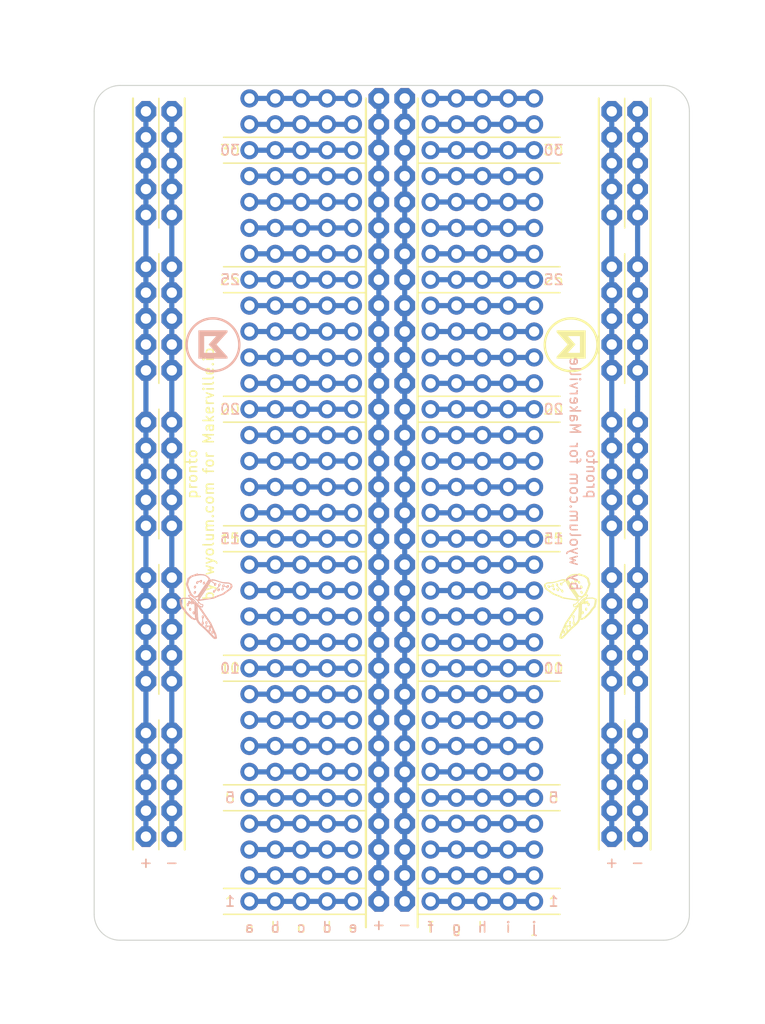
<source format=kicad_pcb>
(kicad_pcb (version 20241229) (generator "pcbnew") (generator_version "9.0")
  (title_block (title "pronto - quick prototyping system") (date "Tue Apr 14 2015") (rev "rev1") (company "WyoLum"))
  (layers (0 "F.Cu" signal) (2 "B.Cu" signal) (5 "F.SilkS" user "F.Silkscreen") (7 "B.SilkS" user "B.Silkscreen") (1 "F.Mask" user) (3 "B.Mask" user) (25 "Edge.Cuts" user))
  (net 0 "")
  (footprint "pronto:1pin_power_noSS" (layer "F.Cu") (at 142.24 107.95)
    (property "Reference" "1pin" (hide yes))
    (property "Value" "VAL**" (hide yes))
  )
  (footprint "pronto:1pin_power_noSS" (layer "F.Cu") (at 139.7 107.95)
    (property "Reference" "1pin" (hide yes))
    (property "Value" "VAL**" (hide yes))
  )
  (footprint "pronto:1pin_power_noSS" (layer "F.Cu") (at 139.7 105.41)
    (property "Reference" "1pin" (hide yes))
    (property "Value" "VAL**" (hide yes))
  )
  (footprint "pronto:1pin_power_noSS" (layer "F.Cu") (at 142.24 105.41)
    (property "Reference" "1pin" (hide yes))
    (property "Value" "VAL**" (hide yes))
  )
  (footprint "pronto:1pin_power_noSS" (layer "F.Cu") (at 142.24 100.33)
    (property "Reference" "1pin" (hide yes))
    (property "Value" "VAL**" (hide yes))
  )
  (footprint "pronto:1pin_power_noSS" (layer "F.Cu") (at 139.7 100.33)
    (property "Reference" "1pin" (hide yes))
    (property "Value" "VAL**" (hide yes))
  )
  (footprint "pronto:1pin_power_noSS" (layer "F.Cu") (at 139.7 102.87)
    (property "Reference" "1pin" (hide yes))
    (property "Value" "VAL**" (hide yes))
  )
  (footprint "pronto:1pin_power_noSS" (layer "F.Cu") (at 142.24 102.87)
    (property "Reference" "1pin" (hide yes))
    (property "Value" "VAL**" (hide yes))
  )
  (footprint "pronto:1pin_power_noSS" (layer "F.Cu") (at 142.24 92.71)
    (property "Reference" "1pin" (hide yes))
    (property "Value" "VAL**" (hide yes))
  )
  (footprint "pronto:1pin_power_noSS" (layer "F.Cu") (at 139.7 92.71)
    (property "Reference" "1pin" (hide yes))
    (property "Value" "VAL**" (hide yes))
  )
  (footprint "pronto:1pin_power_noSS" (layer "F.Cu") (at 139.7 90.17)
    (property "Reference" "1pin" (hide yes))
    (property "Value" "VAL**" (hide yes))
  )
  (footprint "pronto:1pin_power_noSS" (layer "F.Cu") (at 142.24 90.17)
    (property "Reference" "1pin" (hide yes))
    (property "Value" "VAL**" (hide yes))
  )
  (footprint "pronto:1pin_power_noSS" (layer "F.Cu") (at 142.24 77.47)
    (property "Reference" "1pin" (hide yes))
    (property "Value" "VAL**" (hide yes))
  )
  (footprint "pronto:1pin_power_noSS" (layer "F.Cu") (at 139.7 77.47)
    (property "Reference" "1pin" (hide yes))
    (property "Value" "VAL**" (hide yes))
  )
  (footprint "pronto:1pin_power_noSS" (layer "F.Cu") (at 139.7 74.93)
    (property "Reference" "1pin" (hide yes))
    (property "Value" "VAL**" (hide yes))
  )
  (footprint "pronto:1pin_power_noSS" (layer "F.Cu") (at 142.24 74.93)
    (property "Reference" "1pin" (hide yes))
    (property "Value" "VAL**" (hide yes))
  )
  (footprint "pronto:1pin_power_noSS" (layer "F.Cu") (at 142.24 69.85)
    (property "Reference" "1pin" (hide yes))
    (property "Value" "VAL**" (hide yes))
  )
  (footprint "pronto:1pin_power_noSS" (layer "F.Cu") (at 139.7 69.85)
    (property "Reference" "1pin" (hide yes))
    (property "Value" "VAL**" (hide yes))
  )
  (footprint "pronto:1pin_power_noSS" (layer "F.Cu") (at 139.7 72.39)
    (property "Reference" "1pin" (hide yes))
    (property "Value" "VAL**" (hide yes))
  )
  (footprint "pronto:1pin_power_noSS" (layer "F.Cu") (at 142.24 72.39)
    (property "Reference" "1pin" (hide yes))
    (property "Value" "VAL**" (hide yes))
  )
  (footprint "pronto:1pin_power_noSS" (layer "F.Cu") (at 142.24 85.09)
    (property "Reference" "1pin" (hide yes))
    (property "Value" "VAL**" (hide yes))
  )
  (footprint "pronto:1pin_power_noSS" (layer "F.Cu") (at 139.7 85.09)
    (property "Reference" "1pin" (hide yes))
    (property "Value" "VAL**" (hide yes))
  )
  (footprint "pronto:1pin_power_noSS" (layer "F.Cu") (at 139.7 87.63)
    (property "Reference" "1pin" (hide yes))
    (property "Value" "VAL**" (hide yes))
  )
  (footprint "pronto:1pin_power_noSS" (layer "F.Cu") (at 142.24 87.63)
    (property "Reference" "1pin" (hide yes))
    (property "Value" "VAL**" (hide yes))
  )
  (footprint "pronto:1pin_power_noSS" (layer "F.Cu") (at 142.24 46.99)
    (property "Reference" "1pin" (hide yes))
    (property "Value" "VAL**" (hide yes))
  )
  (footprint "pronto:1pin_power_noSS" (layer "F.Cu") (at 139.7 46.99)
    (property "Reference" "1pin" (hide yes))
    (property "Value" "VAL**" (hide yes))
  )
  (footprint "pronto:1pin_power_noSS" (layer "F.Cu") (at 139.7 44.45)
    (property "Reference" "1pin" (hide yes))
    (property "Value" "VAL**" (hide yes))
  )
  (footprint "pronto:1pin_power_noSS" (layer "F.Cu") (at 142.24 44.45)
    (property "Reference" "1pin" (hide yes))
    (property "Value" "VAL**" (hide yes))
  )
  (footprint "pronto:1pin_power_noSS" (layer "F.Cu") (at 142.24 57.15)
    (property "Reference" "1pin" (hide yes))
    (property "Value" "VAL**" (hide yes))
  )
  (footprint "pronto:1pin_power_noSS" (layer "F.Cu") (at 139.7 57.15)
    (property "Reference" "1pin" (hide yes))
    (property "Value" "VAL**" (hide yes))
  )
  (footprint "pronto:1pin_power_noSS" (layer "F.Cu") (at 139.7 54.61)
    (property "Reference" "1pin" (hide yes))
    (property "Value" "VAL**" (hide yes))
  )
  (footprint "pronto:1pin_power_noSS" (layer "F.Cu") (at 142.24 54.61)
    (property "Reference" "1pin" (hide yes))
    (property "Value" "VAL**" (hide yes))
  )
  (footprint "pronto:1pin_power_noSS" (layer "F.Cu") (at 142.24 62.23)
    (property "Reference" "1pin" (hide yes))
    (property "Value" "VAL**" (hide yes))
  )
  (footprint "pronto:1pin_power_noSS" (layer "F.Cu") (at 139.7 62.23)
    (property "Reference" "1pin" (hide yes))
    (property "Value" "VAL**" (hide yes))
  )
  (footprint "pronto:1pin_power_noSS" (layer "F.Cu") (at 139.7 59.69)
    (property "Reference" "1pin" (hide yes))
    (property "Value" "VAL**" (hide yes))
  )
  (footprint "pronto:1pin_power_noSS" (layer "F.Cu") (at 142.24 59.69)
    (property "Reference" "1pin" (hide yes))
    (property "Value" "VAL**" (hide yes))
  )
  (footprint "pronto:1pin_power_noSS" (layer "F.Cu") (at 93.98 59.69 180)
    (property "Reference" "1pin" (hide yes))
    (property "Value" "VAL**" (hide yes))
  )
  (footprint "pronto:1pin_power_noSS" (layer "F.Cu") (at 96.52 59.69 180)
    (property "Reference" "1pin" (hide yes))
    (property "Value" "VAL**" (hide yes))
  )
  (footprint "pronto:1pin_power_noSS" (layer "F.Cu") (at 96.52 62.23 180)
    (property "Reference" "1pin" (hide yes))
    (property "Value" "VAL**" (hide yes))
  )
  (footprint "pronto:1pin_power_noSS" (layer "F.Cu") (at 93.98 62.23 180)
    (property "Reference" "1pin" (hide yes))
    (property "Value" "VAL**" (hide yes))
  )
  (footprint "pronto:1pin_power_noSS" (layer "F.Cu") (at 93.98 54.61 180)
    (property "Reference" "1pin" (hide yes))
    (property "Value" "VAL**" (hide yes))
  )
  (footprint "pronto:1pin_power_noSS" (layer "F.Cu") (at 96.52 54.61 180)
    (property "Reference" "1pin" (hide yes))
    (property "Value" "VAL**" (hide yes))
  )
  (footprint "pronto:1pin_power_noSS" (layer "F.Cu") (at 96.52 57.15 180)
    (property "Reference" "1pin" (hide yes))
    (property "Value" "VAL**" (hide yes))
  )
  (footprint "pronto:1pin_power_noSS" (layer "F.Cu") (at 93.98 57.15 180)
    (property "Reference" "1pin" (hide yes))
    (property "Value" "VAL**" (hide yes))
  )
  (footprint "pronto:1pin_power_noSS" (layer "F.Cu") (at 93.98 44.45)
    (property "Reference" "1pin" (hide yes))
    (property "Value" "VAL**" (hide yes))
  )
  (footprint "pronto:1pin_power_noSS" (layer "F.Cu") (at 96.52 44.45)
    (property "Reference" "1pin" (hide yes))
    (property "Value" "VAL**" (hide yes))
  )
  (footprint "pronto:1pin_power_noSS" (layer "F.Cu") (at 96.52 46.99 180)
    (property "Reference" "1pin" (hide yes))
    (property "Value" "VAL**" (hide yes))
  )
  (footprint "pronto:1pin_power_noSS" (layer "F.Cu") (at 93.98 46.99 180)
    (property "Reference" "1pin" (hide yes))
    (property "Value" "VAL**" (hide yes))
  )
  (footprint "pronto:1pin_power_noSS" (layer "F.Cu") (at 93.98 87.63 180)
    (property "Reference" "1pin" (hide yes))
    (property "Value" "VAL**" (hide yes))
  )
  (footprint "pronto:1pin_power_noSS" (layer "F.Cu") (at 96.52 87.63 180)
    (property "Reference" "1pin" (hide yes))
    (property "Value" "VAL**" (hide yes))
  )
  (footprint "pronto:1pin_power_noSS" (layer "F.Cu") (at 96.52 85.09 180)
    (property "Reference" "1pin" (hide yes))
    (property "Value" "VAL**" (hide yes))
  )
  (footprint "pronto:1pin_power_noSS" (layer "F.Cu") (at 93.98 85.09 180)
    (property "Reference" "1pin" (hide yes))
    (property "Value" "VAL**" (hide yes))
  )
  (footprint "pronto:1pin_power_noSS" (layer "F.Cu") (at 93.98 72.39 180)
    (property "Reference" "1pin" (hide yes))
    (property "Value" "VAL**" (hide yes))
  )
  (footprint "pronto:1pin_power_noSS" (layer "F.Cu") (at 96.52 72.39 180)
    (property "Reference" "1pin" (hide yes))
    (property "Value" "VAL**" (hide yes))
  )
  (footprint "pronto:1pin_power_noSS" (layer "F.Cu") (at 96.52 69.85 180)
    (property "Reference" "1pin" (hide yes))
    (property "Value" "VAL**" (hide yes))
  )
  (footprint "pronto:1pin_power_noSS" (layer "F.Cu") (at 93.98 69.85 180)
    (property "Reference" "1pin" (hide yes))
    (property "Value" "VAL**" (hide yes))
  )
  (footprint "pronto:1pin_power_noSS" (layer "F.Cu") (at 93.98 74.93 180)
    (property "Reference" "1pin" (hide yes))
    (property "Value" "VAL**" (hide yes))
  )
  (footprint "pronto:1pin_power_noSS" (layer "F.Cu") (at 96.52 74.93 180)
    (property "Reference" "1pin" (hide yes))
    (property "Value" "VAL**" (hide yes))
  )
  (footprint "pronto:1pin_power_noSS" (layer "F.Cu") (at 96.52 77.47 180)
    (property "Reference" "1pin" (hide yes))
    (property "Value" "VAL**" (hide yes))
  )
  (footprint "pronto:1pin_power_noSS" (layer "F.Cu") (at 93.98 77.47 180)
    (property "Reference" "1pin" (hide yes))
    (property "Value" "VAL**" (hide yes))
  )
  (footprint "pronto:1pin_power_noSS" (layer "F.Cu") (at 93.98 90.17 180)
    (property "Reference" "1pin" (hide yes))
    (property "Value" "VAL**" (hide yes))
  )
  (footprint "pronto:1pin_power_noSS" (layer "F.Cu") (at 96.52 90.17 180)
    (property "Reference" "1pin" (hide yes))
    (property "Value" "VAL**" (hide yes))
  )
  (footprint "pronto:1pin_power_noSS" (layer "F.Cu") (at 96.52 92.71 180)
    (property "Reference" "1pin" (hide yes))
    (property "Value" "VAL**" (hide yes))
  )
  (footprint "pronto:1pin_power_noSS" (layer "F.Cu") (at 93.98 92.71 180)
    (property "Reference" "1pin" (hide yes))
    (property "Value" "VAL**" (hide yes))
  )
  (footprint "pronto:1pin_power_noSS" (layer "F.Cu") (at 93.98 102.87 180)
    (property "Reference" "1pin" (hide yes))
    (property "Value" "VAL**" (hide yes))
  )
  (footprint "pronto:1pin_power_noSS" (layer "F.Cu") (at 96.52 102.87 180)
    (property "Reference" "1pin" (hide yes))
    (property "Value" "VAL**" (hide yes))
  )
  (footprint "pronto:1pin_power_noSS" (layer "F.Cu") (at 96.52 100.33 180)
    (property "Reference" "1pin" (hide yes))
    (property "Value" "VAL**" (hide yes))
  )
  (footprint "pronto:1pin_power_noSS" (layer "F.Cu") (at 93.98 100.33 180)
    (property "Reference" "1pin" (hide yes))
    (property "Value" "VAL**" (hide yes))
  )
  (footprint "pronto:1pin_power_noSS" (layer "F.Cu") (at 93.98 105.41 180)
    (property "Reference" "1pin" (hide yes))
    (property "Value" "VAL**" (hide yes))
  )
  (footprint "pronto:1pin_power_noSS" (layer "F.Cu") (at 96.52 105.41 180)
    (property "Reference" "1pin" (hide yes))
    (property "Value" "VAL**" (hide yes))
  )
  (footprint "pronto:1pin_power_noSS" (layer "F.Cu") (at 96.52 107.95 180)
    (property "Reference" "1pin" (hide yes))
    (property "Value" "VAL**" (hide yes))
  )
  (footprint "pronto:1pin_power_noSS" (layer "F.Cu") (at 93.98 107.95 180)
    (property "Reference" "1pin" (hide yes))
    (property "Value" "VAL**" (hide yes))
  )
  (footprint "pronto:1pin_70mil_noSS" (layer "F.Cu") (at 121.92 45.72 90)
    (property "Reference" "1pin" (hide yes))
    (property "Value" "VAL**" (hide yes))
  )
  (footprint "pronto:1pin_70mil_noSS" (layer "F.Cu") (at 124.46 45.72 -90)
    (property "Reference" "1pin" (hide yes))
    (property "Value" "VAL**" (hide yes))
  )
  (footprint "pronto:1pin_70mil_noSS" (layer "F.Cu") (at 127 45.72 -90)
    (property "Reference" "1pin" (hide yes))
    (property "Value" "VAL**" (hide yes))
  )
  (footprint "pronto:1pin_70mil_noSS" (layer "F.Cu") (at 132.08 45.72 -90)
    (property "Reference" "1pin" (hide yes))
    (property "Value" "VAL**" (hide yes))
  )
  (footprint "pronto:1pin_70mil_noSS" (layer "F.Cu") (at 129.54 45.72 -90)
    (property "Reference" "1pin" (hide yes))
    (property "Value" "VAL**" (hide yes))
  )
  (footprint "pronto:1pin_70mil_noSS" (layer "F.Cu") (at 129.54 43.18 -90)
    (property "Reference" "1pin" (hide yes))
    (property "Value" "VAL**" (hide yes))
  )
  (footprint "pronto:1pin_70mil_noSS" (layer "F.Cu") (at 132.08 43.18 -90)
    (property "Reference" "1pin" (hide yes))
    (property "Value" "VAL**" (hide yes))
  )
  (footprint "pronto:1pin_70mil_noSS" (layer "F.Cu") (at 127 43.18 -90)
    (property "Reference" "1pin" (hide yes))
    (property "Value" "VAL**" (hide yes))
  )
  (footprint "pronto:1pin_70mil_noSS" (layer "F.Cu") (at 124.46 43.18 -90)
    (property "Reference" "1pin" (hide yes))
    (property "Value" "VAL**" (hide yes))
  )
  (footprint "pronto:1pin_70mil_noSS" (layer "F.Cu") (at 121.92 43.18 90)
    (property "Reference" "1pin" (hide yes))
    (property "Value" "VAL**" (hide yes))
  )
  (footprint "pronto:1pin_70mil_noSS" (layer "F.Cu") (at 114.3 43.18 -90)
    (property "Reference" "1pin" (hide yes))
    (property "Value" "VAL**" (hide yes))
  )
  (footprint "pronto:1pin_70mil_noSS" (layer "F.Cu") (at 111.76 43.18 90)
    (property "Reference" "1pin" (hide yes))
    (property "Value" "VAL**" (hide yes))
  )
  (footprint "pronto:1pin_70mil_noSS" (layer "F.Cu") (at 109.22 43.18 90)
    (property "Reference" "1pin" (hide yes))
    (property "Value" "VAL**" (hide yes))
  )
  (footprint "pronto:1pin_70mil_noSS" (layer "F.Cu") (at 104.14 43.18 90)
    (property "Reference" "1pin" (hide yes))
    (property "Value" "VAL**" (hide yes))
  )
  (footprint "pronto:1pin_70mil_noSS" (layer "F.Cu") (at 106.68 43.18 90)
    (property "Reference" "1pin" (hide yes))
    (property "Value" "VAL**" (hide yes))
  )
  (footprint "pronto:1pin_70mil_noSS" (layer "F.Cu") (at 106.68 45.72 90)
    (property "Reference" "1pin" (hide yes))
    (property "Value" "VAL**" (hide yes))
  )
  (footprint "pronto:1pin_70mil_noSS" (layer "F.Cu") (at 104.14 45.72 90)
    (property "Reference" "1pin" (hide yes))
    (property "Value" "VAL**" (hide yes))
  )
  (footprint "pronto:1pin_70mil_noSS" (layer "F.Cu") (at 109.22 45.72 90)
    (property "Reference" "1pin" (hide yes))
    (property "Value" "VAL**" (hide yes))
  )
  (footprint "pronto:1pin_70mil_noSS" (layer "F.Cu") (at 111.76 45.72 90)
    (property "Reference" "1pin" (hide yes))
    (property "Value" "VAL**" (hide yes))
  )
  (footprint "pronto:1pin_70mil_noSS" (layer "F.Cu") (at 114.3 45.72 -90)
    (property "Reference" "1pin" (hide yes))
    (property "Value" "VAL**" (hide yes))
  )
  (footprint "pronto:1pin_70mil_noSS" (layer "F.Cu") (at 114.3 50.8 -90)
    (property "Reference" "1pin" (hide yes))
    (property "Value" "VAL**" (hide yes))
  )
  (footprint "pronto:1pin_70mil_noSS" (layer "F.Cu") (at 111.76 50.8 90)
    (property "Reference" "1pin" (hide yes))
    (property "Value" "VAL**" (hide yes))
  )
  (footprint "pronto:1pin_70mil_noSS" (layer "F.Cu") (at 109.22 50.8 90)
    (property "Reference" "1pin" (hide yes))
    (property "Value" "VAL**" (hide yes))
  )
  (footprint "pronto:1pin_70mil_noSS" (layer "F.Cu") (at 104.14 50.8 90)
    (property "Reference" "1pin" (hide yes))
    (property "Value" "VAL**" (hide yes))
  )
  (footprint "pronto:1pin_70mil_noSS" (layer "F.Cu") (at 106.68 50.8 90)
    (property "Reference" "1pin" (hide yes))
    (property "Value" "VAL**" (hide yes))
  )
  (footprint "pronto:1pin_70mil_noSS" (layer "F.Cu") (at 106.68 48.26 90)
    (property "Reference" "1pin" (hide yes))
    (property "Value" "VAL**" (hide yes))
  )
  (footprint "pronto:1pin_70mil_noSS" (layer "F.Cu") (at 104.14 48.26 90)
    (property "Reference" "1pin" (hide yes))
    (property "Value" "VAL**" (hide yes))
  )
  (footprint "pronto:1pin_70mil_noSS" (layer "F.Cu") (at 109.22 48.26 90)
    (property "Reference" "1pin" (hide yes))
    (property "Value" "VAL**" (hide yes))
  )
  (footprint "pronto:1pin_70mil_noSS" (layer "F.Cu") (at 111.76 48.26 90)
    (property "Reference" "1pin" (hide yes))
    (property "Value" "VAL**" (hide yes))
  )
  (footprint "pronto:1pin_70mil_noSS" (layer "F.Cu") (at 114.3 48.26 -90)
    (property "Reference" "1pin" (hide yes))
    (property "Value" "VAL**" (hide yes))
  )
  (footprint "pronto:1pin_70mil_noSS" (layer "F.Cu") (at 114.3 58.42 -90)
    (property "Reference" "1pin" (hide yes))
    (property "Value" "VAL**" (hide yes))
  )
  (footprint "pronto:1pin_70mil_noSS" (layer "F.Cu") (at 111.76 58.42 90)
    (property "Reference" "1pin" (hide yes))
    (property "Value" "VAL**" (hide yes))
  )
  (footprint "pronto:1pin_70mil_noSS" (layer "F.Cu") (at 109.22 58.42 90)
    (property "Reference" "1pin" (hide yes))
    (property "Value" "VAL**" (hide yes))
  )
  (footprint "pronto:1pin_70mil_noSS" (layer "F.Cu") (at 104.14 58.42 90)
    (property "Reference" "1pin" (hide yes))
    (property "Value" "VAL**" (hide yes))
  )
  (footprint "pronto:1pin_70mil_noSS" (layer "F.Cu") (at 106.68 58.42 90)
    (property "Reference" "1pin" (hide yes))
    (property "Value" "VAL**" (hide yes))
  )
  (footprint "pronto:1pin_70mil_noSS" (layer "F.Cu") (at 106.68 60.96 90)
    (property "Reference" "1pin" (hide yes))
    (property "Value" "VAL**" (hide yes))
  )
  (footprint "pronto:1pin_70mil_noSS" (layer "F.Cu") (at 104.14 60.96 90)
    (property "Reference" "1pin" (hide yes))
    (property "Value" "VAL**" (hide yes))
  )
  (footprint "pronto:1pin_70mil_noSS" (layer "F.Cu") (at 109.22 60.96 90)
    (property "Reference" "1pin" (hide yes))
    (property "Value" "VAL**" (hide yes))
  )
  (footprint "pronto:1pin_70mil_noSS" (layer "F.Cu") (at 111.76 60.96 90)
    (property "Reference" "1pin" (hide yes))
    (property "Value" "VAL**" (hide yes))
  )
  (footprint "pronto:1pin_70mil_noSS" (layer "F.Cu") (at 114.3 60.96 -90)
    (property "Reference" "1pin" (hide yes))
    (property "Value" "VAL**" (hide yes))
  )
  (footprint "pronto:1pin_70mil_noSS" (layer "F.Cu") (at 114.3 55.88 -90)
    (property "Reference" "1pin" (hide yes))
    (property "Value" "VAL**" (hide yes))
  )
  (footprint "pronto:1pin_70mil_noSS" (layer "F.Cu") (at 111.76 55.88 90)
    (property "Reference" "1pin" (hide yes))
    (property "Value" "VAL**" (hide yes))
  )
  (footprint "pronto:1pin_70mil_noSS" (layer "F.Cu") (at 109.22 55.88 90)
    (property "Reference" "1pin" (hide yes))
    (property "Value" "VAL**" (hide yes))
  )
  (footprint "pronto:1pin_70mil_noSS" (layer "F.Cu") (at 104.14 55.88 90)
    (property "Reference" "1pin" (hide yes))
    (property "Value" "VAL**" (hide yes))
  )
  (footprint "pronto:1pin_70mil_noSS" (layer "F.Cu") (at 106.68 55.88 90)
    (property "Reference" "1pin" (hide yes))
    (property "Value" "VAL**" (hide yes))
  )
  (footprint "pronto:1pin_70mil_noSS" (layer "F.Cu") (at 106.68 53.34 90)
    (property "Reference" "1pin" (hide yes))
    (property "Value" "VAL**" (hide yes))
  )
  (footprint "pronto:1pin_70mil_noSS" (layer "F.Cu") (at 104.14 53.34 90)
    (property "Reference" "1pin" (hide yes))
    (property "Value" "VAL**" (hide yes))
  )
  (footprint "pronto:1pin_70mil_noSS" (layer "F.Cu") (at 109.22 53.34 90)
    (property "Reference" "1pin" (hide yes))
    (property "Value" "VAL**" (hide yes))
  )
  (footprint "pronto:1pin_70mil_noSS" (layer "F.Cu") (at 111.76 53.34 90)
    (property "Reference" "1pin" (hide yes))
    (property "Value" "VAL**" (hide yes))
  )
  (footprint "pronto:1pin_70mil_noSS" (layer "F.Cu") (at 114.3 53.34 -90)
    (property "Reference" "1pin" (hide yes))
    (property "Value" "VAL**" (hide yes))
  )
  (footprint "pronto:1pin_70mil_noSS" (layer "F.Cu") (at 114.3 73.66 -90)
    (property "Reference" "1pin" (hide yes))
    (property "Value" "VAL**" (hide yes))
  )
  (footprint "pronto:1pin_70mil_noSS" (layer "F.Cu") (at 111.76 73.66 90)
    (property "Reference" "1pin" (hide yes))
    (property "Value" "VAL**" (hide yes))
  )
  (footprint "pronto:1pin_70mil_noSS" (layer "F.Cu") (at 109.22 73.66 90)
    (property "Reference" "1pin" (hide yes))
    (property "Value" "VAL**" (hide yes))
  )
  (footprint "pronto:1pin_70mil_noSS" (layer "F.Cu") (at 104.14 73.66 90)
    (property "Reference" "1pin" (hide yes))
    (property "Value" "VAL**" (hide yes))
  )
  (footprint "pronto:1pin_70mil_noSS" (layer "F.Cu") (at 106.68 73.66 90)
    (property "Reference" "1pin" (hide yes))
    (property "Value" "VAL**" (hide yes))
  )
  (footprint "pronto:1pin_70mil_noSS" (layer "F.Cu") (at 106.68 76.2 90)
    (property "Reference" "1pin" (hide yes))
    (property "Value" "VAL**" (hide yes))
  )
  (footprint "pronto:1pin_70mil_noSS" (layer "F.Cu") (at 104.14 76.2 90)
    (property "Reference" "1pin" (hide yes))
    (property "Value" "VAL**" (hide yes))
  )
  (footprint "pronto:1pin_70mil_noSS" (layer "F.Cu") (at 109.22 76.2 90)
    (property "Reference" "1pin" (hide yes))
    (property "Value" "VAL**" (hide yes))
  )
  (footprint "pronto:1pin_70mil_noSS" (layer "F.Cu") (at 111.76 76.2 90)
    (property "Reference" "1pin" (hide yes))
    (property "Value" "VAL**" (hide yes))
  )
  (footprint "pronto:1pin_70mil_noSS" (layer "F.Cu") (at 114.3 76.2 -90)
    (property "Reference" "1pin" (hide yes))
    (property "Value" "VAL**" (hide yes))
  )
  (footprint "pronto:1pin_70mil_noSS" (layer "F.Cu") (at 114.3 81.28 -90)
    (property "Reference" "1pin" (hide yes))
    (property "Value" "VAL**" (hide yes))
  )
  (footprint "pronto:1pin_70mil_noSS" (layer "F.Cu") (at 111.76 81.28 90)
    (property "Reference" "1pin" (hide yes))
    (property "Value" "VAL**" (hide yes))
  )
  (footprint "pronto:1pin_70mil_noSS" (layer "F.Cu") (at 109.22 81.28 90)
    (property "Reference" "1pin" (hide yes))
    (property "Value" "VAL**" (hide yes))
  )
  (footprint "pronto:1pin_70mil_noSS" (layer "F.Cu") (at 104.14 81.28 90)
    (property "Reference" "1pin" (hide yes))
    (property "Value" "VAL**" (hide yes))
  )
  (footprint "pronto:1pin_70mil_noSS" (layer "F.Cu") (at 106.68 81.28 90)
    (property "Reference" "1pin" (hide yes))
    (property "Value" "VAL**" (hide yes))
  )
  (footprint "pronto:1pin_70mil_noSS" (layer "F.Cu") (at 106.68 78.74 90)
    (property "Reference" "1pin" (hide yes))
    (property "Value" "VAL**" (hide yes))
  )
  (footprint "pronto:1pin_70mil_noSS" (layer "F.Cu") (at 104.14 78.74 90)
    (property "Reference" "1pin" (hide yes))
    (property "Value" "VAL**" (hide yes))
  )
  (footprint "pronto:1pin_70mil_noSS" (layer "F.Cu") (at 109.22 78.74 90)
    (property "Reference" "1pin" (hide yes))
    (property "Value" "VAL**" (hide yes))
  )
  (footprint "pronto:1pin_70mil_noSS" (layer "F.Cu") (at 111.76 78.74 90)
    (property "Reference" "1pin" (hide yes))
    (property "Value" "VAL**" (hide yes))
  )
  (footprint "pronto:1pin_70mil_noSS" (layer "F.Cu") (at 114.3 78.74 -90)
    (property "Reference" "1pin" (hide yes))
    (property "Value" "VAL**" (hide yes))
  )
  (footprint "pronto:1pin_70mil_noSS" (layer "F.Cu") (at 114.3 68.58 -90)
    (property "Reference" "1pin" (hide yes))
    (property "Value" "VAL**" (hide yes))
  )
  (footprint "pronto:1pin_70mil_noSS" (layer "F.Cu") (at 111.76 68.58 90)
    (property "Reference" "1pin" (hide yes))
    (property "Value" "VAL**" (hide yes))
  )
  (footprint "pronto:1pin_70mil_noSS" (layer "F.Cu") (at 109.22 68.58 90)
    (property "Reference" "1pin" (hide yes))
    (property "Value" "VAL**" (hide yes))
  )
  (footprint "pronto:1pin_70mil_noSS" (layer "F.Cu") (at 104.14 68.58 90)
    (property "Reference" "1pin" (hide yes))
    (property "Value" "VAL**" (hide yes))
  )
  (footprint "pronto:1pin_70mil_noSS" (layer "F.Cu") (at 106.68 68.58 90)
    (property "Reference" "1pin" (hide yes))
    (property "Value" "VAL**" (hide yes))
  )
  (footprint "pronto:1pin_70mil_noSS" (layer "F.Cu") (at 106.68 71.12 90)
    (property "Reference" "1pin" (hide yes))
    (property "Value" "VAL**" (hide yes))
  )
  (footprint "pronto:1pin_70mil_noSS" (layer "F.Cu") (at 104.14 71.12 90)
    (property "Reference" "1pin" (hide yes))
    (property "Value" "VAL**" (hide yes))
  )
  (footprint "pronto:1pin_70mil_noSS" (layer "F.Cu") (at 109.22 71.12 90)
    (property "Reference" "1pin" (hide yes))
    (property "Value" "VAL**" (hide yes))
  )
  (footprint "pronto:1pin_70mil_noSS" (layer "F.Cu") (at 111.76 71.12 90)
    (property "Reference" "1pin" (hide yes))
    (property "Value" "VAL**" (hide yes))
  )
  (footprint "pronto:1pin_70mil_noSS" (layer "F.Cu") (at 114.3 71.12 -90)
    (property "Reference" "1pin" (hide yes))
    (property "Value" "VAL**" (hide yes))
  )
  (footprint "pronto:1pin_70mil_noSS" (layer "F.Cu") (at 114.3 66.04 -90)
    (property "Reference" "1pin" (hide yes))
    (property "Value" "VAL**" (hide yes))
  )
  (footprint "pronto:1pin_70mil_noSS" (layer "F.Cu") (at 111.76 66.04 90)
    (property "Reference" "1pin" (hide yes))
    (property "Value" "VAL**" (hide yes))
  )
  (footprint "pronto:1pin_70mil_noSS" (layer "F.Cu") (at 109.22 66.04 90)
    (property "Reference" "1pin" (hide yes))
    (property "Value" "VAL**" (hide yes))
  )
  (footprint "pronto:1pin_70mil_noSS" (layer "F.Cu") (at 104.14 66.04 90)
    (property "Reference" "1pin" (hide yes))
    (property "Value" "VAL**" (hide yes))
  )
  (footprint "pronto:1pin_70mil_noSS" (layer "F.Cu") (at 106.68 66.04 90)
    (property "Reference" "1pin" (hide yes))
    (property "Value" "VAL**" (hide yes))
  )
  (footprint "pronto:1pin_70mil_noSS" (layer "F.Cu") (at 106.68 63.5 90)
    (property "Reference" "1pin" (hide yes))
    (property "Value" "VAL**" (hide yes))
  )
  (footprint "pronto:1pin_70mil_noSS" (layer "F.Cu") (at 104.14 63.5 90)
    (property "Reference" "1pin" (hide yes))
    (property "Value" "VAL**" (hide yes))
  )
  (footprint "pronto:1pin_70mil_noSS" (layer "F.Cu") (at 109.22 63.5 90)
    (property "Reference" "1pin" (hide yes))
    (property "Value" "VAL**" (hide yes))
  )
  (footprint "pronto:1pin_70mil_noSS" (layer "F.Cu") (at 111.76 63.5 90)
    (property "Reference" "1pin" (hide yes))
    (property "Value" "VAL**" (hide yes))
  )
  (footprint "pronto:1pin_70mil_noSS" (layer "F.Cu") (at 114.3 63.5 -90)
    (property "Reference" "1pin" (hide yes))
    (property "Value" "VAL**" (hide yes))
  )
  (footprint "pronto:1pin_70mil_noSS" (layer "F.Cu") (at 114.3 104.14 -90)
    (property "Reference" "1pin" (hide yes))
    (property "Value" "VAL**" (hide yes))
  )
  (footprint "pronto:1pin_70mil_noSS" (layer "F.Cu") (at 111.76 104.14 90)
    (property "Reference" "1pin" (hide yes))
    (property "Value" "VAL**" (hide yes))
  )
  (footprint "pronto:1pin_70mil_noSS" (layer "F.Cu") (at 109.22 104.14 90)
    (property "Reference" "1pin" (hide yes))
    (property "Value" "VAL**" (hide yes))
  )
  (footprint "pronto:1pin_70mil_noSS" (layer "F.Cu") (at 104.14 104.14 90)
    (property "Reference" "1pin" (hide yes))
    (property "Value" "VAL**" (hide yes))
  )
  (footprint "pronto:1pin_70mil_noSS" (layer "F.Cu") (at 106.68 104.14 90)
    (property "Reference" "1pin" (hide yes))
    (property "Value" "VAL**" (hide yes))
  )
  (footprint "pronto:1pin_70mil_noSS" (layer "F.Cu") (at 106.68 106.68 90)
    (property "Reference" "1pin" (hide yes))
    (property "Value" "VAL**" (hide yes))
  )
  (footprint "pronto:1pin_70mil_noSS" (layer "F.Cu") (at 104.14 106.68 90)
    (property "Reference" "1pin" (hide yes))
    (property "Value" "VAL**" (hide yes))
  )
  (footprint "pronto:1pin_70mil_noSS" (layer "F.Cu") (at 109.22 106.68 90)
    (property "Reference" "1pin" (hide yes))
    (property "Value" "VAL**" (hide yes))
  )
  (footprint "pronto:1pin_70mil_noSS" (layer "F.Cu") (at 111.76 106.68 90)
    (property "Reference" "1pin" (hide yes))
    (property "Value" "VAL**" (hide yes))
  )
  (footprint "pronto:1pin_70mil_noSS" (layer "F.Cu") (at 114.3 106.68 -90)
    (property "Reference" "1pin" (hide yes))
    (property "Value" "VAL**" (hide yes))
  )
  (footprint "pronto:1pin_70mil_noSS" (layer "F.Cu") (at 114.3 111.76 -90)
    (property "Reference" "1pin" (hide yes))
    (property "Value" "VAL**" (hide yes))
  )
  (footprint "pronto:1pin_70mil_noSS" (layer "F.Cu") (at 111.76 111.76 90)
    (property "Reference" "1pin" (hide yes))
    (property "Value" "VAL**" (hide yes))
  )
  (footprint "pronto:1pin_70mil_noSS" (layer "F.Cu") (at 109.22 111.76 90)
    (property "Reference" "1pin" (hide yes))
    (property "Value" "VAL**" (hide yes))
  )
  (footprint "pronto:1pin_70mil_noSS" (layer "F.Cu") (at 104.14 111.76 90)
    (property "Reference" "1pin" (hide yes))
    (property "Value" "VAL**" (hide yes))
  )
  (footprint "pronto:1pin_70mil_noSS" (layer "F.Cu") (at 106.68 111.76 90)
    (property "Reference" "1pin" (hide yes))
    (property "Value" "VAL**" (hide yes))
  )
  (footprint "pronto:1pin_70mil_noSS" (layer "F.Cu") (at 106.68 109.22 90)
    (property "Reference" "1pin" (hide yes))
    (property "Value" "VAL**" (hide yes))
  )
  (footprint "pronto:1pin_70mil_noSS" (layer "F.Cu") (at 104.14 109.22 90)
    (property "Reference" "1pin" (hide yes))
    (property "Value" "VAL**" (hide yes))
  )
  (footprint "pronto:1pin_70mil_noSS" (layer "F.Cu") (at 109.22 109.22 90)
    (property "Reference" "1pin" (hide yes))
    (property "Value" "VAL**" (hide yes))
  )
  (footprint "pronto:1pin_70mil_noSS" (layer "F.Cu") (at 111.76 109.22 90)
    (property "Reference" "1pin" (hide yes))
    (property "Value" "VAL**" (hide yes))
  )
  (footprint "pronto:1pin_70mil_noSS" (layer "F.Cu") (at 114.3 109.22 -90)
    (property "Reference" "1pin" (hide yes))
    (property "Value" "VAL**" (hide yes))
  )
  (footprint "pronto:1pin_70mil_noSS" (layer "F.Cu") (at 114.3 116.84 -90)
    (property "Reference" "1pin" (hide yes))
    (property "Value" "VAL**" (hide yes))
  )
  (footprint "pronto:1pin_70mil_noSS" (layer "F.Cu") (at 111.76 116.84 90)
    (property "Reference" "1pin" (hide yes))
    (property "Value" "VAL**" (hide yes))
  )
  (footprint "pronto:1pin_70mil_noSS" (layer "F.Cu") (at 109.22 116.84 90)
    (property "Reference" "1pin" (hide yes))
    (property "Value" "VAL**" (hide yes))
  )
  (footprint "pronto:1pin_70mil_noSS" (layer "F.Cu") (at 104.14 116.84 90)
    (property "Reference" "1pin" (hide yes))
    (property "Value" "VAL**" (hide yes))
  )
  (footprint "pronto:1pin_70mil_noSS" (layer "F.Cu") (at 106.68 116.84 90)
    (property "Reference" "1pin" (hide yes))
    (property "Value" "VAL**" (hide yes))
  )
  (footprint "pronto:1pin_70mil_noSS" (layer "F.Cu") (at 106.68 114.3 90)
    (property "Reference" "1pin" (hide yes))
    (property "Value" "VAL**" (hide yes))
  )
  (footprint "pronto:1pin_70mil_noSS" (layer "F.Cu") (at 104.14 114.3 90)
    (property "Reference" "1pin" (hide yes))
    (property "Value" "VAL**" (hide yes))
  )
  (footprint "pronto:1pin_70mil_noSS" (layer "F.Cu") (at 109.22 114.3 90)
    (property "Reference" "1pin" (hide yes))
    (property "Value" "VAL**" (hide yes))
  )
  (footprint "pronto:1pin_70mil_noSS" (layer "F.Cu") (at 111.76 114.3 90)
    (property "Reference" "1pin" (hide yes))
    (property "Value" "VAL**" (hide yes))
  )
  (footprint "pronto:1pin_70mil_noSS" (layer "F.Cu") (at 114.3 114.3 -90)
    (property "Reference" "1pin" (hide yes))
    (property "Value" "VAL**" (hide yes))
  )
  (footprint "pronto:1pin_70mil_noSS" (layer "F.Cu") (at 114.3 93.98 -90)
    (property "Reference" "1pin" (hide yes))
    (property "Value" "VAL**" (hide yes))
  )
  (footprint "pronto:1pin_70mil_noSS" (layer "F.Cu") (at 111.76 93.98 90)
    (property "Reference" "1pin" (hide yes))
    (property "Value" "VAL**" (hide yes))
  )
  (footprint "pronto:1pin_70mil_noSS" (layer "F.Cu") (at 109.22 93.98 90)
    (property "Reference" "1pin" (hide yes))
    (property "Value" "VAL**" (hide yes))
  )
  (footprint "pronto:1pin_70mil_noSS" (layer "F.Cu") (at 104.14 93.98 90)
    (property "Reference" "1pin" (hide yes))
    (property "Value" "VAL**" (hide yes))
  )
  (footprint "pronto:1pin_70mil_noSS" (layer "F.Cu") (at 106.68 93.98 90)
    (property "Reference" "1pin" (hide yes))
    (property "Value" "VAL**" (hide yes))
  )
  (footprint "pronto:1pin_70mil_noSS" (layer "F.Cu") (at 106.68 96.52 90)
    (property "Reference" "1pin" (hide yes))
    (property "Value" "VAL**" (hide yes))
  )
  (footprint "pronto:1pin_70mil_noSS" (layer "F.Cu") (at 104.14 96.52 90)
    (property "Reference" "1pin" (hide yes))
    (property "Value" "VAL**" (hide yes))
  )
  (footprint "pronto:1pin_70mil_noSS" (layer "F.Cu") (at 109.22 96.52 90)
    (property "Reference" "1pin" (hide yes))
    (property "Value" "VAL**" (hide yes))
  )
  (footprint "pronto:1pin_70mil_noSS" (layer "F.Cu") (at 111.76 96.52 90)
    (property "Reference" "1pin" (hide yes))
    (property "Value" "VAL**" (hide yes))
  )
  (footprint "pronto:1pin_70mil_noSS" (layer "F.Cu") (at 114.3 96.52 -90)
    (property "Reference" "1pin" (hide yes))
    (property "Value" "VAL**" (hide yes))
  )
  (footprint "pronto:1pin_70mil_noSS" (layer "F.Cu") (at 114.3 101.6 -90)
    (property "Reference" "1pin" (hide yes))
    (property "Value" "VAL**" (hide yes))
  )
  (footprint "pronto:1pin_70mil_noSS" (layer "F.Cu") (at 111.76 101.6 90)
    (property "Reference" "1pin" (hide yes))
    (property "Value" "VAL**" (hide yes))
  )
  (footprint "pronto:1pin_70mil_noSS" (layer "F.Cu") (at 109.22 101.6 90)
    (property "Reference" "1pin" (hide yes))
    (property "Value" "VAL**" (hide yes))
  )
  (footprint "pronto:1pin_70mil_noSS" (layer "F.Cu") (at 104.14 101.6 90)
    (property "Reference" "1pin" (hide yes))
    (property "Value" "VAL**" (hide yes))
  )
  (footprint "pronto:1pin_70mil_noSS" (layer "F.Cu") (at 106.68 101.6 90)
    (property "Reference" "1pin" (hide yes))
    (property "Value" "VAL**" (hide yes))
  )
  (footprint "pronto:1pin_70mil_noSS" (layer "F.Cu") (at 106.68 99.06 90)
    (property "Reference" "1pin" (hide yes))
    (property "Value" "VAL**" (hide yes))
  )
  (footprint "pronto:1pin_70mil_noSS" (layer "F.Cu") (at 104.14 99.06 90)
    (property "Reference" "1pin" (hide yes))
    (property "Value" "VAL**" (hide yes))
  )
  (footprint "pronto:1pin_70mil_noSS" (layer "F.Cu") (at 109.22 99.06 90)
    (property "Reference" "1pin" (hide yes))
    (property "Value" "VAL**" (hide yes))
  )
  (footprint "pronto:1pin_70mil_noSS" (layer "F.Cu") (at 111.76 99.06 90)
    (property "Reference" "1pin" (hide yes))
    (property "Value" "VAL**" (hide yes))
  )
  (footprint "pronto:1pin_70mil_noSS" (layer "F.Cu") (at 114.3 99.06 -90)
    (property "Reference" "1pin" (hide yes))
    (property "Value" "VAL**" (hide yes))
  )
  (footprint "pronto:1pin_70mil_noSS" (layer "F.Cu") (at 114.3 88.9 -90)
    (property "Reference" "1pin" (hide yes))
    (property "Value" "VAL**" (hide yes))
  )
  (footprint "pronto:1pin_70mil_noSS" (layer "F.Cu") (at 111.76 88.9 90)
    (property "Reference" "1pin" (hide yes))
    (property "Value" "VAL**" (hide yes))
  )
  (footprint "pronto:1pin_70mil_noSS" (layer "F.Cu") (at 109.22 88.9 90)
    (property "Reference" "1pin" (hide yes))
    (property "Value" "VAL**" (hide yes))
  )
  (footprint "pronto:1pin_70mil_noSS" (layer "F.Cu") (at 104.14 88.9 90)
    (property "Reference" "1pin" (hide yes))
    (property "Value" "VAL**" (hide yes))
  )
  (footprint "pronto:1pin_70mil_noSS" (layer "F.Cu") (at 106.68 88.9 90)
    (property "Reference" "1pin" (hide yes))
    (property "Value" "VAL**" (hide yes))
  )
  (footprint "pronto:1pin_70mil_noSS" (layer "F.Cu") (at 106.68 91.44 90)
    (property "Reference" "1pin" (hide yes))
    (property "Value" "VAL**" (hide yes))
  )
  (footprint "pronto:1pin_70mil_noSS" (layer "F.Cu") (at 104.14 91.44 90)
    (property "Reference" "1pin" (hide yes))
    (property "Value" "VAL**" (hide yes))
  )
  (footprint "pronto:1pin_70mil_noSS" (layer "F.Cu") (at 109.22 91.44 90)
    (property "Reference" "1pin" (hide yes))
    (property "Value" "VAL**" (hide yes))
  )
  (footprint "pronto:1pin_70mil_noSS" (layer "F.Cu") (at 111.76 91.44 90)
    (property "Reference" "1pin" (hide yes))
    (property "Value" "VAL**" (hide yes))
  )
  (footprint "pronto:1pin_70mil_noSS" (layer "F.Cu") (at 114.3 91.44 -90)
    (property "Reference" "1pin" (hide yes))
    (property "Value" "VAL**" (hide yes))
  )
  (footprint "pronto:1pin_70mil_noSS" (layer "F.Cu") (at 114.3 86.36 -90)
    (property "Reference" "1pin" (hide yes))
    (property "Value" "VAL**" (hide yes))
  )
  (footprint "pronto:1pin_70mil_noSS" (layer "F.Cu") (at 111.76 86.36 90)
    (property "Reference" "1pin" (hide yes))
    (property "Value" "VAL**" (hide yes))
  )
  (footprint "pronto:1pin_70mil_noSS" (layer "F.Cu") (at 109.22 86.36 90)
    (property "Reference" "1pin" (hide yes))
    (property "Value" "VAL**" (hide yes))
  )
  (footprint "pronto:1pin_70mil_noSS" (layer "F.Cu") (at 104.14 86.36 90)
    (property "Reference" "1pin" (hide yes))
    (property "Value" "VAL**" (hide yes))
  )
  (footprint "pronto:1pin_70mil_noSS" (layer "F.Cu") (at 106.68 86.36 90)
    (property "Reference" "1pin" (hide yes))
    (property "Value" "VAL**" (hide yes))
  )
  (footprint "pronto:1pin_70mil_noSS" (layer "F.Cu") (at 106.68 83.82 90)
    (property "Reference" "1pin" (hide yes))
    (property "Value" "VAL**" (hide yes))
  )
  (footprint "pronto:1pin_70mil_noSS" (layer "F.Cu") (at 104.14 83.82 90)
    (property "Reference" "1pin" (hide yes))
    (property "Value" "VAL**" (hide yes))
  )
  (footprint "pronto:1pin_70mil_noSS" (layer "F.Cu") (at 109.22 83.82 90)
    (property "Reference" "1pin" (hide yes))
    (property "Value" "VAL**" (hide yes))
  )
  (footprint "pronto:1pin_70mil_noSS" (layer "F.Cu") (at 111.76 83.82 90)
    (property "Reference" "1pin" (hide yes))
    (property "Value" "VAL**" (hide yes))
  )
  (footprint "pronto:1pin_70mil_noSS" (layer "F.Cu") (at 114.3 83.82 -90)
    (property "Reference" "1pin" (hide yes))
    (property "Value" "VAL**" (hide yes))
  )
  (footprint "pronto:1pin_70mil_noSS" (layer "F.Cu") (at 121.92 48.26 90)
    (property "Reference" "1pin" (hide yes))
    (property "Value" "VAL**" (hide yes))
  )
  (footprint "pronto:1pin_70mil_noSS" (layer "F.Cu") (at 124.46 48.26 -90)
    (property "Reference" "1pin" (hide yes))
    (property "Value" "VAL**" (hide yes))
  )
  (footprint "pronto:1pin_70mil_noSS" (layer "F.Cu") (at 127 48.26 -90)
    (property "Reference" "1pin" (hide yes))
    (property "Value" "VAL**" (hide yes))
  )
  (footprint "pronto:1pin_70mil_noSS" (layer "F.Cu") (at 132.08 48.26 -90)
    (property "Reference" "1pin" (hide yes))
    (property "Value" "VAL**" (hide yes))
  )
  (footprint "pronto:1pin_70mil_noSS" (layer "F.Cu") (at 129.54 48.26 -90)
    (property "Reference" "1pin" (hide yes))
    (property "Value" "VAL**" (hide yes))
  )
  (footprint "pronto:1pin_70mil_noSS" (layer "F.Cu") (at 129.54 50.8 -90)
    (property "Reference" "1pin" (hide yes))
    (property "Value" "VAL**" (hide yes))
  )
  (footprint "pronto:1pin_70mil_noSS" (layer "F.Cu") (at 132.08 50.8 -90)
    (property "Reference" "1pin" (hide yes))
    (property "Value" "VAL**" (hide yes))
  )
  (footprint "pronto:1pin_70mil_noSS" (layer "F.Cu") (at 127 50.8 -90)
    (property "Reference" "1pin" (hide yes))
    (property "Value" "VAL**" (hide yes))
  )
  (footprint "pronto:1pin_70mil_noSS" (layer "F.Cu") (at 124.46 50.8 -90)
    (property "Reference" "1pin" (hide yes))
    (property "Value" "VAL**" (hide yes))
  )
  (footprint "pronto:1pin_70mil_noSS" (layer "F.Cu") (at 121.92 50.8 90)
    (property "Reference" "1pin" (hide yes))
    (property "Value" "VAL**" (hide yes))
  )
  (footprint "pronto:1pin_70mil_noSS" (layer "F.Cu") (at 121.92 60.96 90)
    (property "Reference" "1pin" (hide yes))
    (property "Value" "VAL**" (hide yes))
  )
  (footprint "pronto:1pin_70mil_noSS" (layer "F.Cu") (at 124.46 60.96 -90)
    (property "Reference" "1pin" (hide yes))
    (property "Value" "VAL**" (hide yes))
  )
  (footprint "pronto:1pin_70mil_noSS" (layer "F.Cu") (at 127 60.96 -90)
    (property "Reference" "1pin" (hide yes))
    (property "Value" "VAL**" (hide yes))
  )
  (footprint "pronto:1pin_70mil_noSS" (layer "F.Cu") (at 132.08 60.96 -90)
    (property "Reference" "1pin" (hide yes))
    (property "Value" "VAL**" (hide yes))
  )
  (footprint "pronto:1pin_70mil_noSS" (layer "F.Cu") (at 129.54 60.96 -90)
    (property "Reference" "1pin" (hide yes))
    (property "Value" "VAL**" (hide yes))
  )
  (footprint "pronto:1pin_70mil_noSS" (layer "F.Cu") (at 129.54 58.42 -90)
    (property "Reference" "1pin" (hide yes))
    (property "Value" "VAL**" (hide yes))
  )
  (footprint "pronto:1pin_70mil_noSS" (layer "F.Cu") (at 132.08 58.42 -90)
    (property "Reference" "1pin" (hide yes))
    (property "Value" "VAL**" (hide yes))
  )
  (footprint "pronto:1pin_70mil_noSS" (layer "F.Cu") (at 127 58.42 -90)
    (property "Reference" "1pin" (hide yes))
    (property "Value" "VAL**" (hide yes))
  )
  (footprint "pronto:1pin_70mil_noSS" (layer "F.Cu") (at 124.46 58.42 -90)
    (property "Reference" "1pin" (hide yes))
    (property "Value" "VAL**" (hide yes))
  )
  (footprint "pronto:1pin_70mil_noSS" (layer "F.Cu") (at 121.92 58.42 90)
    (property "Reference" "1pin" (hide yes))
    (property "Value" "VAL**" (hide yes))
  )
  (footprint "pronto:1pin_70mil_noSS" (layer "F.Cu") (at 121.92 53.34 90)
    (property "Reference" "1pin" (hide yes))
    (property "Value" "VAL**" (hide yes))
  )
  (footprint "pronto:1pin_70mil_noSS" (layer "F.Cu") (at 124.46 53.34 -90)
    (property "Reference" "1pin" (hide yes))
    (property "Value" "VAL**" (hide yes))
  )
  (footprint "pronto:1pin_70mil_noSS" (layer "F.Cu") (at 127 53.34 -90)
    (property "Reference" "1pin" (hide yes))
    (property "Value" "VAL**" (hide yes))
  )
  (footprint "pronto:1pin_70mil_noSS" (layer "F.Cu") (at 132.08 53.34 -90)
    (property "Reference" "1pin" (hide yes))
    (property "Value" "VAL**" (hide yes))
  )
  (footprint "pronto:1pin_70mil_noSS" (layer "F.Cu") (at 129.54 53.34 -90)
    (property "Reference" "1pin" (hide yes))
    (property "Value" "VAL**" (hide yes))
  )
  (footprint "pronto:1pin_70mil_noSS" (layer "F.Cu") (at 129.54 55.88 -90)
    (property "Reference" "1pin" (hide yes))
    (property "Value" "VAL**" (hide yes))
  )
  (footprint "pronto:1pin_70mil_noSS" (layer "F.Cu") (at 132.08 55.88 -90)
    (property "Reference" "1pin" (hide yes))
    (property "Value" "VAL**" (hide yes))
  )
  (footprint "pronto:1pin_70mil_noSS" (layer "F.Cu") (at 127 55.88 -90)
    (property "Reference" "1pin" (hide yes))
    (property "Value" "VAL**" (hide yes))
  )
  (footprint "pronto:1pin_70mil_noSS" (layer "F.Cu") (at 124.46 55.88 -90)
    (property "Reference" "1pin" (hide yes))
    (property "Value" "VAL**" (hide yes))
  )
  (footprint "pronto:1pin_70mil_noSS" (layer "F.Cu") (at 121.92 55.88 90)
    (property "Reference" "1pin" (hide yes))
    (property "Value" "VAL**" (hide yes))
  )
  (footprint "pronto:1pin_70mil_noSS" (layer "F.Cu") (at 121.92 76.2 90)
    (property "Reference" "1pin" (hide yes))
    (property "Value" "VAL**" (hide yes))
  )
  (footprint "pronto:1pin_70mil_noSS" (layer "F.Cu") (at 124.46 76.2 -90)
    (property "Reference" "1pin" (hide yes))
    (property "Value" "VAL**" (hide yes))
  )
  (footprint "pronto:1pin_70mil_noSS" (layer "F.Cu") (at 127 76.2 -90)
    (property "Reference" "1pin" (hide yes))
    (property "Value" "VAL**" (hide yes))
  )
  (footprint "pronto:1pin_70mil_noSS" (layer "F.Cu") (at 132.08 76.2 -90)
    (property "Reference" "1pin" (hide yes))
    (property "Value" "VAL**" (hide yes))
  )
  (footprint "pronto:1pin_70mil_noSS" (layer "F.Cu") (at 129.54 76.2 -90)
    (property "Reference" "1pin" (hide yes))
    (property "Value" "VAL**" (hide yes))
  )
  (footprint "pronto:1pin_70mil_noSS" (layer "F.Cu") (at 129.54 73.66 -90)
    (property "Reference" "1pin" (hide yes))
    (property "Value" "VAL**" (hide yes))
  )
  (footprint "pronto:1pin_70mil_noSS" (layer "F.Cu") (at 132.08 73.66 -90)
    (property "Reference" "1pin" (hide yes))
    (property "Value" "VAL**" (hide yes))
  )
  (footprint "pronto:1pin_70mil_noSS" (layer "F.Cu") (at 127 73.66 -90)
    (property "Reference" "1pin" (hide yes))
    (property "Value" "VAL**" (hide yes))
  )
  (footprint "pronto:1pin_70mil_noSS" (layer "F.Cu") (at 124.46 73.66 -90)
    (property "Reference" "1pin" (hide yes))
    (property "Value" "VAL**" (hide yes))
  )
  (footprint "pronto:1pin_70mil_noSS" (layer "F.Cu") (at 121.92 73.66 90)
    (property "Reference" "1pin" (hide yes))
    (property "Value" "VAL**" (hide yes))
  )
  (footprint "pronto:1pin_70mil_noSS" (layer "F.Cu") (at 121.92 78.74 90)
    (property "Reference" "1pin" (hide yes))
    (property "Value" "VAL**" (hide yes))
  )
  (footprint "pronto:1pin_70mil_noSS" (layer "F.Cu") (at 124.46 78.74 -90)
    (property "Reference" "1pin" (hide yes))
    (property "Value" "VAL**" (hide yes))
  )
  (footprint "pronto:1pin_70mil_noSS" (layer "F.Cu") (at 127 78.74 -90)
    (property "Reference" "1pin" (hide yes))
    (property "Value" "VAL**" (hide yes))
  )
  (footprint "pronto:1pin_70mil_noSS" (layer "F.Cu") (at 132.08 78.74 -90)
    (property "Reference" "1pin" (hide yes))
    (property "Value" "VAL**" (hide yes))
  )
  (footprint "pronto:1pin_70mil_noSS" (layer "F.Cu") (at 129.54 78.74 -90)
    (property "Reference" "1pin" (hide yes))
    (property "Value" "VAL**" (hide yes))
  )
  (footprint "pronto:1pin_70mil_noSS" (layer "F.Cu") (at 129.54 81.28 -90)
    (property "Reference" "1pin" (hide yes))
    (property "Value" "VAL**" (hide yes))
  )
  (footprint "pronto:1pin_70mil_noSS" (layer "F.Cu") (at 132.08 81.28 -90)
    (property "Reference" "1pin" (hide yes))
    (property "Value" "VAL**" (hide yes))
  )
  (footprint "pronto:1pin_70mil_noSS" (layer "F.Cu") (at 127 81.28 -90)
    (property "Reference" "1pin" (hide yes))
    (property "Value" "VAL**" (hide yes))
  )
  (footprint "pronto:1pin_70mil_noSS" (layer "F.Cu") (at 124.46 81.28 -90)
    (property "Reference" "1pin" (hide yes))
    (property "Value" "VAL**" (hide yes))
  )
  (footprint "pronto:1pin_70mil_noSS" (layer "F.Cu") (at 121.92 81.28 90)
    (property "Reference" "1pin" (hide yes))
    (property "Value" "VAL**" (hide yes))
  )
  (footprint "pronto:1pin_70mil_noSS" (layer "F.Cu") (at 121.92 71.12 90)
    (property "Reference" "1pin" (hide yes))
    (property "Value" "VAL**" (hide yes))
  )
  (footprint "pronto:1pin_70mil_noSS" (layer "F.Cu") (at 124.46 71.12 -90)
    (property "Reference" "1pin" (hide yes))
    (property "Value" "VAL**" (hide yes))
  )
  (footprint "pronto:1pin_70mil_noSS" (layer "F.Cu") (at 127 71.12 -90)
    (property "Reference" "1pin" (hide yes))
    (property "Value" "VAL**" (hide yes))
  )
  (footprint "pronto:1pin_70mil_noSS" (layer "F.Cu") (at 132.08 71.12 -90)
    (property "Reference" "1pin" (hide yes))
    (property "Value" "VAL**" (hide yes))
  )
  (footprint "pronto:1pin_70mil_noSS" (layer "F.Cu") (at 129.54 71.12 -90)
    (property "Reference" "1pin" (hide yes))
    (property "Value" "VAL**" (hide yes))
  )
  (footprint "pronto:1pin_70mil_noSS" (layer "F.Cu") (at 129.54 68.58 -90)
    (property "Reference" "1pin" (hide yes))
    (property "Value" "VAL**" (hide yes))
  )
  (footprint "pronto:1pin_70mil_noSS" (layer "F.Cu") (at 132.08 68.58 -90)
    (property "Reference" "1pin" (hide yes))
    (property "Value" "VAL**" (hide yes))
  )
  (footprint "pronto:1pin_70mil_noSS" (layer "F.Cu") (at 127 68.58 -90)
    (property "Reference" "1pin" (hide yes))
    (property "Value" "VAL**" (hide yes))
  )
  (footprint "pronto:1pin_70mil_noSS" (layer "F.Cu") (at 124.46 68.58 -90)
    (property "Reference" "1pin" (hide yes))
    (property "Value" "VAL**" (hide yes))
  )
  (footprint "pronto:1pin_70mil_noSS" (layer "F.Cu") (at 121.92 68.58 90)
    (property "Reference" "1pin" (hide yes))
    (property "Value" "VAL**" (hide yes))
  )
  (footprint "pronto:1pin_70mil_noSS" (layer "F.Cu") (at 121.92 63.5 90)
    (property "Reference" "1pin" (hide yes))
    (property "Value" "VAL**" (hide yes))
  )
  (footprint "pronto:1pin_70mil_noSS" (layer "F.Cu") (at 124.46 63.5 -90)
    (property "Reference" "1pin" (hide yes))
    (property "Value" "VAL**" (hide yes))
  )
  (footprint "pronto:1pin_70mil_noSS" (layer "F.Cu") (at 127 63.5 -90)
    (property "Reference" "1pin" (hide yes))
    (property "Value" "VAL**" (hide yes))
  )
  (footprint "pronto:1pin_70mil_noSS" (layer "F.Cu") (at 132.08 63.5 -90)
    (property "Reference" "1pin" (hide yes))
    (property "Value" "VAL**" (hide yes))
  )
  (footprint "pronto:1pin_70mil_noSS" (layer "F.Cu") (at 129.54 63.5 -90)
    (property "Reference" "1pin" (hide yes))
    (property "Value" "VAL**" (hide yes))
  )
  (footprint "pronto:1pin_70mil_noSS" (layer "F.Cu") (at 129.54 66.04 -90)
    (property "Reference" "1pin" (hide yes))
    (property "Value" "VAL**" (hide yes))
  )
  (footprint "pronto:1pin_70mil_noSS" (layer "F.Cu") (at 132.08 66.04 -90)
    (property "Reference" "1pin" (hide yes))
    (property "Value" "VAL**" (hide yes))
  )
  (footprint "pronto:1pin_70mil_noSS" (layer "F.Cu") (at 127 66.04 -90)
    (property "Reference" "1pin" (hide yes))
    (property "Value" "VAL**" (hide yes))
  )
  (footprint "pronto:1pin_70mil_noSS" (layer "F.Cu") (at 124.46 66.04 -90)
    (property "Reference" "1pin" (hide yes))
    (property "Value" "VAL**" (hide yes))
  )
  (footprint "pronto:1pin_70mil_noSS" (layer "F.Cu") (at 121.92 66.04 90)
    (property "Reference" "1pin" (hide yes))
    (property "Value" "VAL**" (hide yes))
  )
  (footprint "pronto:1pin_70mil_noSS" (layer "F.Cu") (at 121.92 83.82 90)
    (property "Reference" "1pin" (hide yes))
    (property "Value" "VAL**" (hide yes))
  )
  (footprint "pronto:1pin_70mil_noSS" (layer "F.Cu") (at 124.46 83.82 -90)
    (property "Reference" "1pin" (hide yes))
    (property "Value" "VAL**" (hide yes))
  )
  (footprint "pronto:1pin_70mil_noSS" (layer "F.Cu") (at 127 83.82 -90)
    (property "Reference" "1pin" (hide yes))
    (property "Value" "VAL**" (hide yes))
  )
  (footprint "pronto:1pin_70mil_noSS" (layer "F.Cu") (at 132.08 83.82 -90)
    (property "Reference" "1pin" (hide yes))
    (property "Value" "VAL**" (hide yes))
  )
  (footprint "pronto:1pin_70mil_noSS" (layer "F.Cu") (at 129.54 83.82 -90)
    (property "Reference" "1pin" (hide yes))
    (property "Value" "VAL**" (hide yes))
  )
  (footprint "pronto:1pin_70mil_noSS" (layer "F.Cu") (at 129.54 86.36 -90)
    (property "Reference" "1pin" (hide yes))
    (property "Value" "VAL**" (hide yes))
  )
  (footprint "pronto:1pin_70mil_noSS" (layer "F.Cu") (at 132.08 86.36 -90)
    (property "Reference" "1pin" (hide yes))
    (property "Value" "VAL**" (hide yes))
  )
  (footprint "pronto:1pin_70mil_noSS" (layer "F.Cu") (at 127 86.36 -90)
    (property "Reference" "1pin" (hide yes))
    (property "Value" "VAL**" (hide yes))
  )
  (footprint "pronto:1pin_70mil_noSS" (layer "F.Cu") (at 124.46 86.36 -90)
    (property "Reference" "1pin" (hide yes))
    (property "Value" "VAL**" (hide yes))
  )
  (footprint "pronto:1pin_70mil_noSS" (layer "F.Cu") (at 121.92 86.36 90)
    (property "Reference" "1pin" (hide yes))
    (property "Value" "VAL**" (hide yes))
  )
  (footprint "pronto:1pin_70mil_noSS" (layer "F.Cu") (at 121.92 96.52 90)
    (property "Reference" "1pin" (hide yes))
    (property "Value" "VAL**" (hide yes))
  )
  (footprint "pronto:1pin_70mil_noSS" (layer "F.Cu") (at 124.46 96.52 -90)
    (property "Reference" "1pin" (hide yes))
    (property "Value" "VAL**" (hide yes))
  )
  (footprint "pronto:1pin_70mil_noSS" (layer "F.Cu") (at 127 96.52 -90)
    (property "Reference" "1pin" (hide yes))
    (property "Value" "VAL**" (hide yes))
  )
  (footprint "pronto:1pin_70mil_noSS" (layer "F.Cu") (at 132.08 96.52 -90)
    (property "Reference" "1pin" (hide yes))
    (property "Value" "VAL**" (hide yes))
  )
  (footprint "pronto:1pin_70mil_noSS" (layer "F.Cu") (at 129.54 96.52 -90)
    (property "Reference" "1pin" (hide yes))
    (property "Value" "VAL**" (hide yes))
  )
  (footprint "pronto:1pin_70mil_noSS" (layer "F.Cu") (at 129.54 93.98 -90)
    (property "Reference" "1pin" (hide yes))
    (property "Value" "VAL**" (hide yes))
  )
  (footprint "pronto:1pin_70mil_noSS" (layer "F.Cu") (at 132.08 93.98 -90)
    (property "Reference" "1pin" (hide yes))
    (property "Value" "VAL**" (hide yes))
  )
  (footprint "pronto:1pin_70mil_noSS" (layer "F.Cu") (at 127 93.98 -90)
    (property "Reference" "1pin" (hide yes))
    (property "Value" "VAL**" (hide yes))
  )
  (footprint "pronto:1pin_70mil_noSS" (layer "F.Cu") (at 124.46 93.98 -90)
    (property "Reference" "1pin" (hide yes))
    (property "Value" "VAL**" (hide yes))
  )
  (footprint "pronto:1pin_70mil_noSS" (layer "F.Cu") (at 121.92 93.98 90)
    (property "Reference" "1pin" (hide yes))
    (property "Value" "VAL**" (hide yes))
  )
  (footprint "pronto:1pin_70mil_noSS" (layer "F.Cu") (at 121.92 88.9 90)
    (property "Reference" "1pin" (hide yes))
    (property "Value" "VAL**" (hide yes))
  )
  (footprint "pronto:1pin_70mil_noSS" (layer "F.Cu") (at 124.46 88.9 -90)
    (property "Reference" "1pin" (hide yes))
    (property "Value" "VAL**" (hide yes))
  )
  (footprint "pronto:1pin_70mil_noSS" (layer "F.Cu") (at 127 88.9 -90)
    (property "Reference" "1pin" (hide yes))
    (property "Value" "VAL**" (hide yes))
  )
  (footprint "pronto:1pin_70mil_noSS" (layer "F.Cu") (at 132.08 88.9 -90)
    (property "Reference" "1pin" (hide yes))
    (property "Value" "VAL**" (hide yes))
  )
  (footprint "pronto:1pin_70mil_noSS" (layer "F.Cu") (at 129.54 88.9 -90)
    (property "Reference" "1pin" (hide yes))
    (property "Value" "VAL**" (hide yes))
  )
  (footprint "pronto:1pin_70mil_noSS" (layer "F.Cu") (at 129.54 91.44 -90)
    (property "Reference" "1pin" (hide yes))
    (property "Value" "VAL**" (hide yes))
  )
  (footprint "pronto:1pin_70mil_noSS" (layer "F.Cu") (at 132.08 91.44 -90)
    (property "Reference" "1pin" (hide yes))
    (property "Value" "VAL**" (hide yes))
  )
  (footprint "pronto:1pin_70mil_noSS" (layer "F.Cu") (at 127 91.44 -90)
    (property "Reference" "1pin" (hide yes))
    (property "Value" "VAL**" (hide yes))
  )
  (footprint "pronto:1pin_70mil_noSS" (layer "F.Cu") (at 124.46 91.44 -90)
    (property "Reference" "1pin" (hide yes))
    (property "Value" "VAL**" (hide yes))
  )
  (footprint "pronto:1pin_70mil_noSS" (layer "F.Cu") (at 121.92 91.44 90)
    (property "Reference" "1pin" (hide yes))
    (property "Value" "VAL**" (hide yes))
  )
  (footprint "pronto:1pin_70mil_noSS" (layer "F.Cu") (at 121.92 104.14 90)
    (property "Reference" "1pin" (hide yes))
    (property "Value" "VAL**" (hide yes))
  )
  (footprint "pronto:1pin_70mil_noSS" (layer "F.Cu") (at 124.46 104.14 -90)
    (property "Reference" "1pin" (hide yes))
    (property "Value" "VAL**" (hide yes))
  )
  (footprint "pronto:1pin_70mil_noSS" (layer "F.Cu") (at 127 104.14 -90)
    (property "Reference" "1pin" (hide yes))
    (property "Value" "VAL**" (hide yes))
  )
  (footprint "pronto:1pin_70mil_noSS" (layer "F.Cu") (at 132.08 104.14 -90)
    (property "Reference" "1pin" (hide yes))
    (property "Value" "VAL**" (hide yes))
  )
  (footprint "pronto:1pin_70mil_noSS" (layer "F.Cu") (at 129.54 104.14 -90)
    (property "Reference" "1pin" (hide yes))
    (property "Value" "VAL**" (hide yes))
  )
  (footprint "pronto:1pin_70mil_noSS" (layer "F.Cu") (at 129.54 101.6 -90)
    (property "Reference" "1pin" (hide yes))
    (property "Value" "VAL**" (hide yes))
  )
  (footprint "pronto:1pin_70mil_noSS" (layer "F.Cu") (at 132.08 101.6 -90)
    (property "Reference" "1pin" (hide yes))
    (property "Value" "VAL**" (hide yes))
  )
  (footprint "pronto:1pin_70mil_noSS" (layer "F.Cu") (at 127 101.6 -90)
    (property "Reference" "1pin" (hide yes))
    (property "Value" "VAL**" (hide yes))
  )
  (footprint "pronto:1pin_70mil_noSS" (layer "F.Cu") (at 124.46 101.6 -90)
    (property "Reference" "1pin" (hide yes))
    (property "Value" "VAL**" (hide yes))
  )
  (footprint "pronto:1pin_70mil_noSS" (layer "F.Cu") (at 121.92 101.6 90)
    (property "Reference" "1pin" (hide yes))
    (property "Value" "VAL**" (hide yes))
  )
  (footprint "pronto:1pin_70mil_noSS" (layer "F.Cu") (at 121.92 106.68 90)
    (property "Reference" "1pin" (hide yes))
    (property "Value" "VAL**" (hide yes))
  )
  (footprint "pronto:1pin_70mil_noSS" (layer "F.Cu") (at 124.46 106.68 -90)
    (property "Reference" "1pin" (hide yes))
    (property "Value" "VAL**" (hide yes))
  )
  (footprint "pronto:1pin_70mil_noSS" (layer "F.Cu") (at 127 106.68 -90)
    (property "Reference" "1pin" (hide yes))
    (property "Value" "VAL**" (hide yes))
  )
  (footprint "pronto:1pin_70mil_noSS" (layer "F.Cu") (at 132.08 106.68 -90)
    (property "Reference" "1pin" (hide yes))
    (property "Value" "VAL**" (hide yes))
  )
  (footprint "pronto:1pin_70mil_noSS" (layer "F.Cu") (at 129.54 106.68 -90)
    (property "Reference" "1pin" (hide yes))
    (property "Value" "VAL**" (hide yes))
  )
  (footprint "pronto:1pin_70mil_noSS" (layer "F.Cu") (at 129.54 109.22 -90)
    (property "Reference" "1pin" (hide yes))
    (property "Value" "VAL**" (hide yes))
  )
  (footprint "pronto:1pin_70mil_noSS" (layer "F.Cu") (at 132.08 109.22 -90)
    (property "Reference" "1pin" (hide yes))
    (property "Value" "VAL**" (hide yes))
  )
  (footprint "pronto:1pin_70mil_noSS" (layer "F.Cu") (at 127 109.22 -90)
    (property "Reference" "1pin" (hide yes))
    (property "Value" "VAL**" (hide yes))
  )
  (footprint "pronto:1pin_70mil_noSS" (layer "F.Cu") (at 124.46 109.22 -90)
    (property "Reference" "1pin" (hide yes))
    (property "Value" "VAL**" (hide yes))
  )
  (footprint "pronto:1pin_70mil_noSS" (layer "F.Cu") (at 121.92 109.22 90)
    (property "Reference" "1pin" (hide yes))
    (property "Value" "VAL**" (hide yes))
  )
  (footprint "pronto:1pin_70mil_noSS" (layer "F.Cu") (at 121.92 99.06 90)
    (property "Reference" "1pin" (hide yes))
    (property "Value" "VAL**" (hide yes))
  )
  (footprint "pronto:1pin_70mil_noSS" (layer "F.Cu") (at 124.46 99.06 -90)
    (property "Reference" "1pin" (hide yes))
    (property "Value" "VAL**" (hide yes))
  )
  (footprint "pronto:1pin_70mil_noSS" (layer "F.Cu") (at 127 99.06 -90)
    (property "Reference" "1pin" (hide yes))
    (property "Value" "VAL**" (hide yes))
  )
  (footprint "pronto:1pin_70mil_noSS" (layer "F.Cu") (at 132.08 99.06 -90)
    (property "Reference" "1pin" (hide yes))
    (property "Value" "VAL**" (hide yes))
  )
  (footprint "pronto:1pin_70mil_noSS" (layer "F.Cu") (at 129.54 99.06 -90)
    (property "Reference" "1pin" (hide yes))
    (property "Value" "VAL**" (hide yes))
  )
  (footprint "pronto:1pin_70mil_noSS" (layer "F.Cu") (at 121.92 116.84 90)
    (property "Reference" "1pin" (hide yes))
    (property "Value" "VAL**" (hide yes))
  )
  (footprint "pronto:1pin_70mil_noSS" (layer "F.Cu") (at 124.46 116.84 -90)
    (property "Reference" "1pin" (hide yes))
    (property "Value" "VAL**" (hide yes))
  )
  (footprint "pronto:1pin_70mil_noSS" (layer "F.Cu") (at 127 116.84 -90)
    (property "Reference" "1pin" (hide yes))
    (property "Value" "VAL**" (hide yes))
  )
  (footprint "pronto:1pin_70mil_noSS" (layer "F.Cu") (at 132.08 116.84 -90)
    (property "Reference" "1pin" (hide yes))
    (property "Value" "VAL**" (hide yes))
  )
  (footprint "pronto:1pin_70mil_noSS" (layer "F.Cu") (at 129.54 116.84 -90)
    (property "Reference" "1pin" (hide yes))
    (property "Value" "VAL**" (hide yes))
  )
  (footprint "pronto:1pin_70mil_noSS" (layer "F.Cu") (at 129.54 114.3 -90)
    (property "Reference" "1pin" (hide yes))
    (property "Value" "VAL**" (hide yes))
  )
  (footprint "pronto:1pin_70mil_noSS" (layer "F.Cu") (at 132.08 114.3 -90)
    (property "Reference" "1pin" (hide yes))
    (property "Value" "VAL**" (hide yes))
  )
  (footprint "pronto:1pin_70mil_noSS" (layer "F.Cu") (at 127 114.3 -90)
    (property "Reference" "1pin" (hide yes))
    (property "Value" "VAL**" (hide yes))
  )
  (footprint "pronto:1pin_70mil_noSS" (layer "F.Cu") (at 124.46 114.3 -90)
    (property "Reference" "1pin" (hide yes))
    (property "Value" "VAL**" (hide yes))
  )
  (footprint "pronto:1pin_70mil_noSS" (layer "F.Cu") (at 121.92 114.3 90)
    (property "Reference" "1pin" (hide yes))
    (property "Value" "VAL**" (hide yes))
  )
  (footprint "pronto:1pin_70mil_noSS" (layer "F.Cu") (at 129.54 111.76 -90)
    (property "Reference" "1pin" (hide yes))
    (property "Value" "VAL**" (hide yes))
  )
  (footprint "pronto:1pin_70mil_noSS" (layer "F.Cu") (at 132.08 111.76 -90)
    (property "Reference" "1pin" (hide yes))
    (property "Value" "VAL**" (hide yes))
  )
  (footprint "pronto:1pin_70mil_noSS" (layer "F.Cu") (at 127 111.76 -90)
    (property "Reference" "1pin" (hide yes))
    (property "Value" "VAL**" (hide yes))
  )
  (footprint "pronto:1pin_70mil_noSS" (layer "F.Cu") (at 124.46 111.76 -90)
    (property "Reference" "1pin" (hide yes))
    (property "Value" "VAL**" (hide yes))
  )
  (footprint "pronto:1pin_70mil_noSS" (layer "F.Cu") (at 121.92 111.76 90)
    (property "Reference" "1pin" (hide yes))
    (property "Value" "VAL**" (hide yes))
  )
  (footprint "pronto:1pin_power_noSS" (layer "F.Cu") (at 116.84 114.3 180)
    (property "Reference" "1pin" (hide yes))
    (property "Value" "VAL**" (hide yes))
  )
  (footprint "pronto:1pin_power_noSS" (layer "F.Cu") (at 119.38 114.3 180)
    (property "Reference" "1pin" (hide yes))
    (property "Value" "VAL**" (hide yes))
  )
  (footprint "pronto:1pin_power_noSS" (layer "F.Cu") (at 119.38 111.76 180)
    (property "Reference" "1pin" (hide yes))
    (property "Value" "VAL**" (hide yes))
  )
  (footprint "pronto:1pin_power_noSS" (layer "F.Cu") (at 116.84 111.76 180)
    (property "Reference" "1pin" (hide yes))
    (property "Value" "VAL**" (hide yes))
  )
  (footprint "pronto:1pin_power_noSS" (layer "F.Cu") (at 116.84 106.68 180)
    (property "Reference" "1pin" (hide yes))
    (property "Value" "VAL**" (hide yes))
  )
  (footprint "pronto:1pin_power_noSS" (layer "F.Cu") (at 119.38 106.68 180)
    (property "Reference" "1pin" (hide yes))
    (property "Value" "VAL**" (hide yes))
  )
  (footprint "pronto:1pin_power_noSS" (layer "F.Cu") (at 119.38 109.22 180)
    (property "Reference" "1pin" (hide yes))
    (property "Value" "VAL**" (hide yes))
  )
  (footprint "pronto:1pin_power_noSS" (layer "F.Cu") (at 116.84 109.22 180)
    (property "Reference" "1pin" (hide yes))
    (property "Value" "VAL**" (hide yes))
  )
  (footprint "pronto:1pin_power_noSS" (layer "F.Cu") (at 116.84 99.06 180)
    (property "Reference" "1pin" (hide yes))
    (property "Value" "VAL**" (hide yes))
  )
  (footprint "pronto:1pin_power_noSS" (layer "F.Cu") (at 119.38 99.06 180)
    (property "Reference" "1pin" (hide yes))
    (property "Value" "VAL**" (hide yes))
  )
  (footprint "pronto:1pin_power_noSS" (layer "F.Cu") (at 119.38 96.52 180)
    (property "Reference" "1pin" (hide yes))
    (property "Value" "VAL**" (hide yes))
  )
  (footprint "pronto:1pin_power_noSS" (layer "F.Cu") (at 116.84 96.52 180)
    (property "Reference" "1pin" (hide yes))
    (property "Value" "VAL**" (hide yes))
  )
  (footprint "pronto:1pin_power_noSS" (layer "F.Cu") (at 119.38 104.14 180)
    (property "Reference" "1pin" (hide yes))
    (property "Value" "VAL**" (hide yes))
  )
  (footprint "pronto:1pin_power_noSS" (layer "F.Cu") (at 116.84 104.14 180)
    (property "Reference" "1pin" (hide yes))
    (property "Value" "VAL**" (hide yes))
  )
  (footprint "pronto:1pin_power_noSS" (layer "F.Cu") (at 116.84 83.82 180)
    (property "Reference" "1pin" (hide yes))
    (property "Value" "VAL**" (hide yes))
  )
  (footprint "pronto:1pin_power_noSS" (layer "F.Cu") (at 119.38 83.82 180)
    (property "Reference" "1pin" (hide yes))
    (property "Value" "VAL**" (hide yes))
  )
  (footprint "pronto:1pin_power_noSS" (layer "F.Cu") (at 119.38 81.28 180)
    (property "Reference" "1pin" (hide yes))
    (property "Value" "VAL**" (hide yes))
  )
  (footprint "pronto:1pin_power_noSS" (layer "F.Cu") (at 116.84 81.28 180)
    (property "Reference" "1pin" (hide yes))
    (property "Value" "VAL**" (hide yes))
  )
  (footprint "pronto:1pin_power_noSS" (layer "F.Cu") (at 116.84 76.2 180)
    (property "Reference" "1pin" (hide yes))
    (property "Value" "VAL**" (hide yes))
  )
  (footprint "pronto:1pin_power_noSS" (layer "F.Cu") (at 119.38 76.2 180)
    (property "Reference" "1pin" (hide yes))
    (property "Value" "VAL**" (hide yes))
  )
  (footprint "pronto:1pin_power_noSS" (layer "F.Cu") (at 119.38 78.74 180)
    (property "Reference" "1pin" (hide yes))
    (property "Value" "VAL**" (hide yes))
  )
  (footprint "pronto:1pin_power_noSS" (layer "F.Cu") (at 116.84 78.74 180)
    (property "Reference" "1pin" (hide yes))
    (property "Value" "VAL**" (hide yes))
  )
  (footprint "pronto:1pin_power_noSS" (layer "F.Cu") (at 116.84 88.9 180)
    (property "Reference" "1pin" (hide yes))
    (property "Value" "VAL**" (hide yes))
  )
  (footprint "pronto:1pin_power_noSS" (layer "F.Cu") (at 119.38 88.9 180)
    (property "Reference" "1pin" (hide yes))
    (property "Value" "VAL**" (hide yes))
  )
  (footprint "pronto:1pin_power_noSS" (layer "F.Cu") (at 116.84 91.44 180)
    (property "Reference" "1pin" (hide yes))
    (property "Value" "VAL**" (hide yes))
  )
  (footprint "pronto:1pin_power_noSS" (layer "F.Cu") (at 119.38 91.44 180)
    (property "Reference" "1pin" (hide yes))
    (property "Value" "VAL**" (hide yes))
  )
  (footprint "pronto:1pin_power_noSS" (layer "F.Cu") (at 119.38 93.98 180)
    (property "Reference" "1pin" (hide yes))
    (property "Value" "VAL**" (hide yes))
  )
  (footprint "pronto:1pin_power_noSS" (layer "F.Cu") (at 116.84 93.98 180)
    (property "Reference" "1pin" (hide yes))
    (property "Value" "VAL**" (hide yes))
  )
  (footprint "pronto:1pin_power_noSS" (layer "F.Cu") (at 116.84 53.34 180)
    (property "Reference" "1pin" (hide yes))
    (property "Value" "VAL**" (hide yes))
  )
  (footprint "pronto:1pin_power_noSS" (layer "F.Cu") (at 119.38 53.34 180)
    (property "Reference" "1pin" (hide yes))
    (property "Value" "VAL**" (hide yes))
  )
  (footprint "pronto:1pin_power_noSS" (layer "F.Cu") (at 119.38 50.8 180)
    (property "Reference" "1pin" (hide yes))
    (property "Value" "VAL**" (hide yes))
  )
  (footprint "pronto:1pin_power_noSS" (layer "F.Cu") (at 116.84 50.8 180)
    (property "Reference" "1pin" (hide yes))
    (property "Value" "VAL**" (hide yes))
  )
  (footprint "pronto:1pin_power_noSS" (layer "F.Cu") (at 116.84 45.72 180)
    (property "Reference" "1pin" (hide yes))
    (property "Value" "VAL**" (hide yes))
  )
  (footprint "pronto:1pin_power_noSS" (layer "F.Cu") (at 119.38 45.72 180)
    (property "Reference" "1pin" (hide yes))
    (property "Value" "VAL**" (hide yes))
  )
  (footprint "pronto:1pin_power_noSS" (layer "F.Cu") (at 119.38 48.26 180)
    (property "Reference" "1pin" (hide yes))
    (property "Value" "VAL**" (hide yes))
  )
  (footprint "pronto:1pin_power_noSS" (layer "F.Cu") (at 116.84 48.26 180)
    (property "Reference" "1pin" (hide yes))
    (property "Value" "VAL**" (hide yes))
  )
  (footprint "pronto:1pin_power_noSS" (layer "F.Cu") (at 119.38 43.18)
    (property "Reference" "1pin" (hide yes))
    (property "Value" "VAL**" (hide yes))
  )
  (footprint "pronto:1pin_power_noSS" (layer "F.Cu") (at 116.84 43.18)
    (property "Reference" "1pin" (hide yes))
    (property "Value" "VAL**" (hide yes))
  )
  (footprint "pronto:1pin_power_noSS" (layer "F.Cu") (at 116.84 63.5 180)
    (property "Reference" "1pin" (hide yes))
    (property "Value" "VAL**" (hide yes))
  )
  (footprint "pronto:1pin_power_noSS" (layer "F.Cu") (at 119.38 63.5 180)
    (property "Reference" "1pin" (hide yes))
    (property "Value" "VAL**" (hide yes))
  )
  (footprint "pronto:1pin_power_noSS" (layer "F.Cu") (at 119.38 60.96 180)
    (property "Reference" "1pin" (hide yes))
    (property "Value" "VAL**" (hide yes))
  )
  (footprint "pronto:1pin_power_noSS" (layer "F.Cu") (at 116.84 60.96 180)
    (property "Reference" "1pin" (hide yes))
    (property "Value" "VAL**" (hide yes))
  )
  (footprint "pronto:1pin_power_noSS" (layer "F.Cu") (at 119.38 58.42 180)
    (property "Reference" "1pin" (hide yes))
    (property "Value" "VAL**" (hide yes))
  )
  (footprint "pronto:1pin_power_noSS" (layer "F.Cu") (at 116.84 58.42 180)
    (property "Reference" "1pin" (hide yes))
    (property "Value" "VAL**" (hide yes))
  )
  (footprint "pronto:1pin_power_noSS" (layer "F.Cu") (at 116.84 68.58 180)
    (property "Reference" "1pin" (hide yes))
    (property "Value" "VAL**" (hide yes))
  )
  (footprint "pronto:1pin_power_noSS" (layer "F.Cu") (at 119.38 68.58 180)
    (property "Reference" "1pin" (hide yes))
    (property "Value" "VAL**" (hide yes))
  )
  (footprint "pronto:1pin_power_noSS" (layer "F.Cu") (at 119.38 66.04 180)
    (property "Reference" "1pin" (hide yes))
    (property "Value" "VAL**" (hide yes))
  )
  (footprint "pronto:1pin_power_noSS" (layer "F.Cu") (at 116.84 66.04 180)
    (property "Reference" "1pin" (hide yes))
    (property "Value" "VAL**" (hide yes))
  )
  (footprint "pronto:1pin_power_noSS" (layer "F.Cu") (at 119.38 73.66 180)
    (property "Reference" "1pin" (hide yes))
    (property "Value" "VAL**" (hide yes))
  )
  (footprint "pronto:1pin_power_noSS" (layer "F.Cu") (at 116.84 73.66 180)
    (property "Reference" "1pin" (hide yes))
    (property "Value" "VAL**" (hide yes))
  )
  (footprint "pronto:1pin_power_noSS" (layer "F.Cu") (at 116.84 55.88 180)
    (property "Reference" "1pin" (hide yes))
    (property "Value" "VAL**" (hide yes))
  )
  (footprint "pronto:1pin_power_noSS" (layer "F.Cu") (at 119.38 55.88 180)
    (property "Reference" "1pin" (hide yes))
    (property "Value" "VAL**" (hide yes))
  )
  (footprint "pronto:1pin_power_noSS" (layer "F.Cu") (at 116.84 71.12 180)
    (property "Reference" "1pin" (hide yes))
    (property "Value" "VAL**" (hide yes))
  )
  (footprint "pronto:1pin_power_noSS" (layer "F.Cu") (at 119.38 71.12 180)
    (property "Reference" "1pin" (hide yes))
    (property "Value" "VAL**" (hide yes))
  )
  (footprint "pronto:1pin_power_noSS" (layer "F.Cu") (at 116.84 86.36 180)
    (property "Reference" "1pin" (hide yes))
    (property "Value" "VAL**" (hide yes))
  )
  (footprint "pronto:1pin_power_noSS" (layer "F.Cu") (at 119.38 86.36 180)
    (property "Reference" "1pin" (hide yes))
    (property "Value" "VAL**" (hide yes))
  )
  (footprint "pronto:1pin_power_noSS" (layer "F.Cu") (at 116.84 101.6 180)
    (property "Reference" "1pin" (hide yes))
    (property "Value" "VAL**" (hide yes))
  )
  (footprint "pronto:1pin_power_noSS" (layer "F.Cu") (at 119.38 101.6 180)
    (property "Reference" "1pin" (hide yes))
    (property "Value" "VAL**" (hide yes))
  )
  (footprint "pronto:1pin_power_noSS" (layer "F.Cu") (at 116.84 116.84 180)
    (property "Reference" "1pin" (hide yes))
    (property "Value" "VAL**" (hide yes))
  )
  (footprint "pronto:1pin_power_noSS" (layer "F.Cu") (at 119.38 116.84 180)
    (property "Reference" "1pin" (hide yes))
    (property "Value" "VAL**" (hide yes))
  )
  (footprint "pronto:1pin_power_noSS" (layer "F.Cu") (at 93.98 49.53 180)
    (property "Reference" "1pin" (hide yes))
    (property "Value" "VAL**" (hide yes))
  )
  (footprint "pronto:1pin_power_noSS" (layer "F.Cu") (at 96.52 49.53 180)
    (property "Reference" "1pin" (hide yes))
    (property "Value" "VAL**" (hide yes))
  )
  (footprint "pronto:1pin_power_noSS" (layer "F.Cu") (at 93.98 64.77 180)
    (property "Reference" "1pin" (hide yes))
    (property "Value" "VAL**" (hide yes))
  )
  (footprint "pronto:1pin_power_noSS" (layer "F.Cu") (at 96.52 64.77 180)
    (property "Reference" "1pin" (hide yes))
    (property "Value" "VAL**" (hide yes))
  )
  (footprint "pronto:1pin_power_noSS" (layer "F.Cu") (at 93.98 80.01 180)
    (property "Reference" "1pin" (hide yes))
    (property "Value" "VAL**" (hide yes))
  )
  (footprint "pronto:1pin_power_noSS" (layer "F.Cu") (at 96.52 80.01 180)
    (property "Reference" "1pin" (hide yes))
    (property "Value" "VAL**" (hide yes))
  )
  (footprint "pronto:1pin_power_noSS" (layer "F.Cu") (at 93.98 95.25 180)
    (property "Reference" "1pin" (hide yes))
    (property "Value" "VAL**" (hide yes))
  )
  (footprint "pronto:1pin_power_noSS" (layer "F.Cu") (at 96.52 95.25 180)
    (property "Reference" "1pin" (hide yes))
    (property "Value" "VAL**" (hide yes))
  )
  (footprint "pronto:1pin_power_noSS" (layer "F.Cu") (at 139.7 49.53)
    (property "Reference" "1pin" (hide yes))
    (property "Value" "VAL**" (hide yes))
  )
  (footprint "pronto:1pin_power_noSS" (layer "F.Cu") (at 142.24 49.53)
    (property "Reference" "1pin" (hide yes))
    (property "Value" "VAL**" (hide yes))
  )
  (footprint "pronto:1pin_power_noSS" (layer "F.Cu") (at 139.7 64.77)
    (property "Reference" "1pin" (hide yes))
    (property "Value" "VAL**" (hide yes))
  )
  (footprint "pronto:1pin_power_noSS" (layer "F.Cu") (at 142.24 64.77)
    (property "Reference" "1pin" (hide yes))
    (property "Value" "VAL**" (hide yes))
  )
  (footprint "pronto:1pin_power_noSS" (layer "F.Cu") (at 139.7 80.01)
    (property "Reference" "1pin" (hide yes))
    (property "Value" "VAL**" (hide yes))
  )
  (footprint "pronto:1pin_power_noSS" (layer "F.Cu") (at 142.24 80.01)
    (property "Reference" "1pin" (hide yes))
    (property "Value" "VAL**" (hide yes))
  )
  (footprint "pronto:1pin_power_noSS" (layer "F.Cu") (at 139.7 95.25)
    (property "Reference" "1pin" (hide yes))
    (property "Value" "VAL**" (hide yes))
  )
  (footprint "pronto:1pin_power_noSS" (layer "F.Cu") (at 142.24 95.25)
    (property "Reference" "1pin" (hide yes))
    (property "Value" "VAL**" (hide yes))
  )
  (footprint "pronto:1pin_power_noSS" (layer "F.Cu") (at 139.7 110.49 180)
    (property "Reference" "1pin" (hide yes))
    (property "Value" "VAL**" (hide yes))
  )
  (footprint "pronto:1pin_power_noSS" (layer "F.Cu") (at 142.24 110.49 180)
    (property "Reference" "1pin" (hide yes))
    (property "Value" "VAL**" (hide yes))
  )
  (footprint "pronto:1pin_power_noSS" (layer "F.Cu") (at 93.98 110.49 180)
    (property "Reference" "1pin" (hide yes))
    (property "Value" "VAL**" (hide yes))
  )
  (footprint "pronto:1pin_power_noSS" (layer "F.Cu") (at 96.52 110.49 180)
    (property "Reference" "1pin" (hide yes))
    (property "Value" "VAL**" (hide yes))
  )
  (footprint "pronto:MountingHole_2.7mm_M2.5" (layer "F.Cu") (at 135.89 110.49)
    (property "Reference" "REF**" (hide yes))
    (property "Value" "MountingHole_2.7mm_M2.5")
  )
  (footprint "pronto:1pin_70mil_noSS" (layer "F.Cu") (at 129.54 38.1 -90)
    (property "Reference" "1pin" (hide yes))
    (property "Value" "VAL**" (hide yes))
  )
  (footprint "pronto:1pin_power_noSS" (layer "F.Cu") (at 93.98 41.91)
    (property "Reference" "1pin" (hide yes))
    (property "Value" "VAL**" (hide yes))
  )
  (footprint "pronto:1pin_power_noSS" (layer "F.Cu") (at 142.24 41.91)
    (property "Reference" "1pin" (hide yes))
    (property "Value" "VAL**" (hide yes))
  )
  (footprint "pronto:MountingHole_2.7mm_M2.5" (layer "F.Cu") (at 135.89 46.99)
    (property "Reference" "REF**" (hide yes))
    (property "Value" "MountingHole_2.7mm_M2.5")
  )
  (footprint "pronto:1pin_70mil_noSS" (layer "F.Cu") (at 106.68 40.64 90)
    (property "Reference" "1pin" (hide yes))
    (property "Value" "VAL**" (hide yes))
  )
  (footprint "pronto:1pin_70mil_noSS" (layer "F.Cu") (at 124.46 38.1 -90)
    (property "Reference" "1pin" (hide yes))
    (property "Value" "VAL**" (hide yes))
  )
  (footprint "pronto:1pin_70mil_noSS" (layer "F.Cu") (at 106.68 38.1 90)
    (property "Reference" "1pin" (hide yes))
    (property "Value" "VAL**" (hide yes))
  )
  (footprint "pronto:1pin_power_noSS" (layer "F.Cu") (at 96.52 41.91)
    (property "Reference" "1pin" (hide yes))
    (property "Value" "VAL**" (hide yes))
  )
  (footprint "pronto:1pin_power_noSS" (layer "F.Cu") (at 93.98 39.37)
    (property "Reference" "1pin" (hide yes))
    (property "Value" "VAL**" (hide yes))
  )
  (footprint "pronto:1pin_70mil_noSS" (layer "F.Cu") (at 109.22 40.64 90)
    (property "Reference" "1pin" (hide yes))
    (property "Value" "VAL**" (hide yes))
  )
  (footprint "pronto:1pin_power_noSS" (layer "F.Cu") (at 119.38 38.1)
    (property "Reference" "1pin" (hide yes))
    (property "Value" "VAL**" (hide yes))
  )
  (footprint "pronto:1pin_70mil_noSS" (layer "F.Cu") (at 132.08 40.64 -90)
    (property "Reference" "1pin" (hide yes))
    (property "Value" "VAL**" (hide yes))
  )
  (footprint "pronto:1pin_70mil_noSS" (layer "F.Cu") (at 124.46 40.64 -90)
    (property "Reference" "1pin" (hide yes))
    (property "Value" "VAL**" (hide yes))
  )
  (footprint "pronto:MountingHole_2.7mm_M2.5" (layer "F.Cu") (at 100.33 46.99)
    (property "Reference" "REF**" (hide yes))
    (property "Value" "MountingHole_2.7mm_M2.5")
  )
  (footprint "pronto:MountingHole_2.7mm_M2.5" (layer "F.Cu") (at 100.33 110.49)
    (property "Reference" "REF**" (hide yes))
    (property "Value" "MountingHole_2.7mm_M2.5")
  )
  (footprint "pronto:1pin_70mil_noSS" (layer "F.Cu") (at 121.92 38.1 90)
    (property "Reference" "1pin" (hide yes))
    (property "Value" "VAL**" (hide yes))
  )
  (footprint "pronto:1pin_70mil_noSS" (layer "F.Cu") (at 114.3 38.1 -90)
    (property "Reference" "1pin" (hide yes))
    (property "Value" "VAL**" (hide yes))
  )
  (footprint "pronto:1pin_power_noSS" (layer "F.Cu") (at 119.38 40.64)
    (property "Reference" "1pin" (hide yes))
    (property "Value" "VAL**" (hide yes))
  )
  (footprint "pronto:1pin_power_noSS" (layer "F.Cu") (at 139.7 39.37)
    (property "Reference" "1pin" (hide yes))
    (property "Value" "VAL**" (hide yes))
  )
  (footprint "pronto:1pin_power_noSS" (layer "F.Cu") (at 116.84 38.1)
    (property "Reference" "1pin" (hide yes))
    (property "Value" "VAL**" (hide yes))
  )
  (footprint "pronto:1pin_70mil_noSS" (layer "F.Cu") (at 114.3 40.64 -90)
    (property "Reference" "1pin" (hide yes))
    (property "Value" "VAL**" (hide yes))
  )
  (footprint "pronto:1pin_70mil_noSS" (layer "F.Cu") (at 129.54 40.64 -90)
    (property "Reference" "1pin" (hide yes))
    (property "Value" "VAL**" (hide yes))
  )
  (footprint "pronto:1pin_power_noSS" (layer "F.Cu") (at 139.7 41.91)
    (property "Reference" "1pin" (hide yes))
    (property "Value" "VAL**" (hide yes))
  )
  (footprint "pronto:1pin_70mil_noSS" (layer "F.Cu") (at 132.08 38.1 -90)
    (property "Reference" "1pin" (hide yes))
    (property "Value" "VAL**" (hide yes))
  )
  (footprint "pronto:1pin_70mil_noSS" (layer "F.Cu") (at 121.92 40.64 90)
    (property "Reference" "1pin" (hide yes))
    (property "Value" "VAL**" (hide yes))
  )
  (footprint "pronto:1pin_70mil_noSS" (layer "F.Cu") (at 111.76 40.64 90)
    (property "Reference" "1pin" (hide yes))
    (property "Value" "VAL**" (hide yes))
  )
  (footprint "pronto:1pin_70mil_noSS" (layer "F.Cu") (at 127 40.64 -90)
    (property "Reference" "1pin" (hide yes))
    (property "Value" "VAL**" (hide yes))
  )
  (footprint "pronto:1pin_70mil_noSS" (layer "F.Cu") (at 109.22 38.1 90)
    (property "Reference" "1pin" (hide yes))
    (property "Value" "VAL**" (hide yes))
  )
  (footprint "pronto:1pin_power_noSS" (layer "F.Cu") (at 142.24 39.37)
    (property "Reference" "1pin" (hide yes))
    (property "Value" "VAL**" (hide yes))
  )
  (footprint "pronto:1pin_power_noSS" (layer "F.Cu") (at 96.52 39.37)
    (property "Reference" "1pin" (hide yes))
    (property "Value" "VAL**" (hide yes))
  )
  (footprint "pronto:1pin_70mil_noSS" (layer "F.Cu") (at 104.14 38.1 90)
    (property "Reference" "1pin" (hide yes))
    (property "Value" "VAL**" (hide yes))
  )
  (footprint "pronto:1pin_power_noSS" (layer "F.Cu") (at 116.84 40.64)
    (property "Reference" "1pin" (hide yes))
    (property "Value" "VAL**" (hide yes))
  )
  (footprint "pronto:1pin_70mil_noSS" (layer "F.Cu") (at 111.76 38.1 90)
    (property "Reference" "1pin" (hide yes))
    (property "Value" "VAL**" (hide yes))
  )
  (footprint "pronto:1pin_70mil_noSS" (layer "F.Cu") (at 127 38.1 -90)
    (property "Reference" "1pin" (hide yes))
    (property "Value" "VAL**" (hide yes))
  )
  (footprint "pronto:1pin_70mil_noSS" (layer "F.Cu") (at 104.14 40.64 90)
    (property "Reference" "1pin" (hide yes))
    (property "Value" "VAL**" (hide yes))
  )
  (gr_line (start 120.65 119.38) (end 120.65 41.656) (stroke (width 0.2032)) (layer "F.SilkS"))
  (gr_line (start 115.57 41.656) (end 115.57 119.38) (stroke (width 0.2032)) (layer "F.SilkS"))
  (gr_line (start 135.352699 85.271201) (end 136.457123 86.896977) (stroke (width 0.08)) (layer "F.SilkS"))
  (gr_line (start 137.445972 85.289033) (end 137.411205 85.158865) (stroke (width 0.08)) (layer "F.SilkS"))
  (gr_line (start 137.156083 85.072408) (end 137.077227 85.004657) (stroke (width 0.08)) (layer "F.SilkS"))
  (gr_line (start 136.805259 87.051193) (end 136.527914 87.270153) (stroke (width 0.08)) (layer "F.SilkS"))
  (gr_line (start 135.963155 86.652105) (end 135.744027 86.339425) (stroke (width 0.08)) (layer "F.SilkS"))
  (gr_line (start 137.193891 88.135569) (end 137.179955 88.142993) (stroke (width 0.08)) (layer "F.SilkS"))
  (gr_line (start 137.146099 87.107481) (end 137.020531 87.227105) (stroke (width 0.08)) (layer "F.SilkS"))
  (gr_line (start 134.036987 86.240377) (end 134.044755 86.224753) (stroke (width 0.08)) (layer "F.SilkS"))
  (gr_line (start 137.095235 84.921113) (end 136.466707 84.693682) (stroke (width 0.08)) (layer "F.SilkS"))
  (gr_line (start 134.397283 86.238512) (end 134.379299 86.229657) (stroke (width 0.08)) (layer "F.SilkS"))
  (gr_line (start 137.322187 86.870153) (end 137.323659 86.848977) (stroke (width 0.08)) (layer "F.SilkS"))
  (gr_line (start 137.176874 88.237393) (end 137.191107 88.242425) (stroke (width 0.08)) (layer "F.SilkS"))
  (gr_line (start 133.94897 86.107313) (end 133.969891 86.093289) (stroke (width 0.08)) (layer "F.SilkS"))
  (gr_line (start 133.542715 85.950848) (end 133.52709 85.931089) (stroke (width 0.08)) (layer "F.SilkS"))
  (gr_line (start 134.339115 85.699281) (end 134.366498 85.729537) (stroke (width 0.08)) (layer "F.SilkS"))
  (gr_line (start 135.447355 87.144201) (end 135.625835 87.169505) (stroke (width 0.08)) (layer "F.SilkS"))
  (gr_line (start 136.61577 87.768545) (end 136.617587 87.7422) (stroke (width 0.08)) (layer "F.SilkS"))
  (gr_line (start 137.006602 87.519065) (end 137.017979 87.477969) (stroke (width 0.08)) (layer "F.SilkS"))
  (gr_line (start 134.621755 91.006918) (end 134.627267 91.022023) (stroke (width 0.08)) (layer "F.SilkS"))
  (gr_line (start 137.097227 87.534825) (end 137.094146 87.508825) (stroke (width 0.08)) (layer "F.SilkS"))
  (gr_line (start 137.117499 87.60092) (end 137.098835 87.633049) (stroke (width 0.08)) (layer "F.SilkS"))
  (gr_line (start 137.005211 89.109912) (end 137.133859 89.011257) (stroke (width 0.08)) (layer "F.SilkS"))
  (gr_line (start 136.512203 85.595769) (end 136.519939 85.580089) (stroke (width 0.08)) (layer "F.SilkS"))
  (gr_line (start 133.446667 85.909433) (end 133.457947 85.881449) (stroke (width 0.08)) (layer "F.SilkS"))
  (gr_line (start 134.62 105.41) (end 120.65 105.41) (stroke (width 0.15)) (layer "F.SilkS"))
  (gr_line (start 136.911035 87.380833) (end 136.871715 87.439209) (stroke (width 0.08)) (layer "F.SilkS"))
  (gr_line (start 133.284259 86.108569) (end 133.319187 86.161305) (stroke (width 0.08)) (layer "F.SilkS"))
  (gr_line (start 135.879347 85.556224) (end 135.900179 85.594977) (stroke (width 0.08)) (layer "F.SilkS"))
  (gr_line (start 137.315115 86.811521) (end 137.303787 86.798848) (stroke (width 0.08)) (layer "F.SilkS"))
  (gr_line (start 135.007555 90.38118) (end 134.993627 90.388603) (stroke (width 0.08)) (layer "F.SilkS"))
  (gr_line (start 136.747883 86.047457) (end 136.755611 86.031833) (stroke (width 0.08)) (layer "F.SilkS"))
  (gr_line (start 135.24961 90.181441) (end 135.243667 90.206009) (stroke (width 0.08)) (layer "F.SilkS"))
  (gr_line (start 136.428091 89.211209) (end 136.440339 89.131449) (stroke (width 0.08)) (layer "F.SilkS"))
  (gr_line (start 135.052835 85.355569) (end 134.956555 85.331793) (stroke (width 0.08)) (layer "F.SilkS"))
  (gr_line (start 134.821186 86.311169) (end 134.849747 86.327753) (stroke (width 0.08)) (layer "F.SilkS"))
  (gr_line (start 134.311083 85.867681) (end 134.865202 86.480657) (stroke (width 0.08)) (layer "F.SilkS"))
  (gr_line (start 136.658387 86.472632) (end 136.669667 86.444632) (stroke (width 0.08)) (layer "F.SilkS"))
  (gr_line (start 137.261643 87.542633) (end 137.311251 87.568065) (stroke (width 0.08)) (layer "F.SilkS"))
  (gr_line (start 137.650226 87.18612) (end 137.206219 87.214777) (stroke (width 0.00023)) (layer "F.SilkS"))
  (gr_line (start 137.401354 87.726449) (end 137.400876 87.73656) (stroke (width 0.08)) (layer "F.SilkS"))
  (gr_line (start 136.659515 86.018201) (end 136.648699 85.978489) (stroke (width 0.08)) (layer "F.SilkS"))
  (gr_line (start 134.737899 91.054792) (end 134.748579 91.06204) (stroke (width 0.08)) (layer "F.SilkS"))
  (gr_line (start 137.412335 87.843721) (end 137.390723 87.827713) (stroke (width 0.08)) (layer "F.SilkS"))
  (gr_line (start 134.762723 90.976146) (end 134.832987 90.916294) (stroke (width 0.08)) (layer "F.SilkS"))
  (gr_line (start 137.992934 88.050321) (end 138.075268 87.957313) (stroke (width 0.08)) (layer "F.SilkS"))
  (gr_line (start 137.291939 85.173457) (end 137.271362 85.164809) (stroke (width 0.08)) (layer "F.SilkS"))
  (gr_line (start 134.968667 87.587305) (end 134.937203 87.6202) (stroke (width 0.00023)) (layer "F.SilkS"))
  (gr_line (start 137.184906 88.076449) (end 137.210075 88.075449) (stroke (width 0.08)) (layer "F.SilkS"))
  (gr_line (start 133.553747 85.998889) (end 133.552659 85.975449) (stroke (width 0.08)) (layer "F.SilkS"))
  (gr_line (start 136.692667 84.888465) (end 136.576315 84.863169) (stroke (width 0.08)) (layer "F.SilkS"))
  (gr_line (start 135.647315 89.560088) (end 135.547715 89.575537) (stroke (width 0.08)) (layer "F.SilkS"))
  (gr_line (start 135.408946 87.663737) (end 135.328131 87.607481) (stroke (width 0.00023)) (layer "F.SilkS"))
  (gr_line (start 134.794755 86.309305) (end 134.821186 86.311169) (stroke (width 0.08)) (layer "F.SilkS"))
  (gr_line (start 137.160771 88.095153) (end 137.184906 88.076449) (stroke (width 0.08)) (layer "F.SilkS"))
  (gr_line (start 133.983987 86.20796) (end 133.988635 86.216513) (stroke (width 0.08)) (layer "F.SilkS"))
  (gr_line (start 137.160163 85.098665) (end 137.022442 84.986621) (stroke (width 0.08)) (layer "F.SilkS"))
  (gr_line (start 136.68846 85.900865) (end 136.707211 85.902193) (stroke (width 0.08)) (layer "F.SilkS"))
  (gr_line (start 135.797579 88.254489) (end 135.788635 88.309913) (stroke (width 0.00023)) (layer "F.SilkS"))
  (gr_line (start 136.525355 85.619976) (end 136.68846 85.900865) (stroke (width 0.00023)) (layer "F.SilkS"))
  (gr_line (start 136.646491 87.967249) (end 136.645842 88.226145) (stroke (width 0.08)) (layer "F.SilkS"))
  (gr_line (start 137.307819 85.185865) (end 137.291939 85.173457) (stroke (width 0.08)) (layer "F.SilkS"))
  (gr_line (start 135.345235 85.248625) (end 135.352699 85.271201) (stroke (width 0.08)) (layer "F.SilkS"))
  (gr_line (start 137.152003 88.286049) (end 137.136203 88.255793) (stroke (width 0.08)) (layer "F.SilkS"))
  (gr_line (start 137.884557 87.119337) (end 137.815981 87.100369) (stroke (width 0.08)) (layer "F.SilkS"))
  (gr_line (start 136.608603 87.711825) (end 136.598578 87.706521) (stroke (width 0.08)) (layer "F.SilkS"))
  (gr_line (start 136.475315 85.503449) (end 136.461243 85.506521) (stroke (width 0.08)) (layer "F.SilkS"))
  (gr_line (start 138.199835 87.216809) (end 138.067717 87.154705) (stroke (width 0.08)) (layer "F.SilkS"))
  (gr_line (start 137.247531 88.121721) (end 137.207474 88.140465) (stroke (width 0.08)) (layer "F.SilkS"))
  (gr_line (start 135.825865 87.8437) (end 135.783123 88.361121) (stroke (width 0.00023)) (layer "F.SilkS"))
  (gr_line (start 136.278866 87.203745) (end 136.246187 87.106089) (stroke (width 0.08)) (layer "F.SilkS"))
  (gr_line (start 135.235291 89.909304) (end 135.229347 89.933865) (stroke (width 0.08)) (layer "F.SilkS"))
  (gr_line (start 134.363155 86.289513) (end 134.367802 86.298113) (stroke (width 0.08)) (layer "F.SilkS"))
  (gr_line (start 136.698627 86.501833) (end 136.697491 86.521977) (stroke (width 0.08)) (layer "F.SilkS"))
  (gr_line (start 135.796579 85.664121) (end 135.775699 85.625409) (stroke (width 0.08)) (layer "F.SilkS"))
  (gr_line (start 137.399491 87.636825) (end 137.423619 87.618113) (stroke (width 0.08)) (layer "F.SilkS"))
  (gr_line (start 135.045411 90.337083) (end 135.061203 90.367335) (stroke (width 0.08)) (layer "F.SilkS"))
  (gr_line (start 136.876954 87.528969) (end 136.842667 87.560169) (stroke (width 0.08)) (layer "F.SilkS"))
  (gr_line (start 137.220304 87.515939) (end 137.101179 87.525104) (stroke (width 0.00023)) (layer "F.SilkS"))
  (gr_line (start 135.788635 88.309913) (end 135.784259 88.347369) (stroke (width 0.00023)) (layer "F.SilkS"))
  (gr_line (start 120.65 115.824) (end 120.65 39.116) (stroke (width 0.2032)) (layer "F.SilkS"))
  (gr_line (start 134.022316 86.243721) (end 133.996835 86.280089) (stroke (width 0.08)) (layer "F.SilkS"))
  (gr_line (start 136.198883 89.603537) (end 136.321011 89.456521) (stroke (width 0.08)) (layer "F.SilkS"))
  (gr_line (start 136.874531 88.502281) (end 136.911515 88.507521) (stroke (width 0.08)) (layer "F.SilkS"))
  (gr_line (start 135.257915 90.258609) (end 135.272147 90.263645) (stroke (width 0.08)) (layer "F.SilkS"))
  (gr_line (start 135.537114 89.909393) (end 135.529435 89.867632) (stroke (width 0.08)) (layer "F.SilkS"))
  (gr_line (start 136.819498 89.029009) (end 137.282603 88.570681) (stroke (width 0.00023)) (layer "F.SilkS"))
  (gr_line (start 134.958387 90.938516) (end 135.012723 90.88296) (stroke (width 0.08)) (layer "F.SilkS"))
  (gr_line (start 137.7563 88.340769) (end 137.825095 88.235953) (stroke (width 0.08)) (layer "F.SilkS"))
  (gr_line (start 133.486947 85.938649) (end 133.485811 85.958777) (stroke (width 0.08)) (layer "F.SilkS"))
  (gr_line (start 134.773491 86.427192) (end 134.762683 86.387433) (stroke (width 0.08)) (layer "F.SilkS"))
  (gr_line (start 115.57 57.15) (end 101.6 57.15) (stroke (width 0.15)) (layer "F.SilkS"))
  (gr_line (start 134.283731 85.837393) (end 134.262859 85.798713) (stroke (width 0.08)) (layer "F.SilkS"))
  (gr_line (start 137.889549 88.031225) (end 137.971884 87.938209) (stroke (width 0.08)) (layer "F.SilkS"))
  (gr_line (start 133.626659 86.497201) (end 133.944539 86.720849) (stroke (width 0.08)) (layer "F.SilkS"))
  (gr_line (start 137.191107 88.242425) (end 137.205867 88.232745) (stroke (width 0.08)) (layer "F.SilkS"))
  (gr_line (start 136.222787 84.792905) (end 136.054002 84.791081) (stroke (width 0.08)) (layer "F.SilkS"))
  (gr_line (start 135.012947 87.100801) (end 136.305299 87.302968) (stroke (width 0.08)) (layer "F.SilkS"))
  (gr_line (start 136.461243 85.506521) (end 136.453131 85.519857) (stroke (width 0.08)) (layer "F.SilkS"))
  (gr_line (start 137.380827 87.668945) (end 137.418672 87.684657) (stroke (width 0.08)) (layer "F.SilkS"))
  (gr_line (start 135.302387 90.205353) (end 135.299315 90.179361) (stroke (width 0.08)) (layer "F.SilkS"))
  (gr_line (start 137.825095 88.235953) (end 137.906736 88.141168) (stroke (width 0.08)) (layer "F.SilkS"))
  (gr_line (start 133.899355 85.830609) (end 133.898227 85.850753) (stroke (width 0.08)) (layer "F.SilkS"))
  (gr_line (start 136.743026 86.581049) (end 136.75769 86.577713) (stroke (width 0.08)) (layer "F.SilkS"))
  (gr_line (start 135.469531 85.007137) (end 135.357947 85.116424) (stroke (width 0.08)) (layer "F.SilkS"))
  (gr_line (start 137.950833 87.148801) (end 137.884557 87.119337) (stroke (width 0.08)) (layer "F.SilkS"))
  (gr_line (start 133.109603 85.861305) (end 133.094579 85.939905) (stroke (width 0.08)) (layer "F.SilkS"))
  (gr_line (start 135.986811 89.510953) (end 135.976003 89.493289) (stroke (width 0.08)) (layer "F.SilkS"))
  (gr_line (start 137.258122 87.506833) (end 137.257651 87.516993) (stroke (width 0.08)) (layer "F.SilkS"))
  (gr_line (start 134.751523 85.650193) (end 134.778915 85.680401) (stroke (width 0.08)) (layer "F.SilkS"))
  (gr_line (start 136.274786 87.852361) (end 136.331827 87.815553) (stroke (width 0.08)) (layer "F.SilkS"))
  (gr_line (start 135.322667 90.271458) (end 135.304003 90.303576) (stroke (width 0.08)) (layer "F.SilkS"))
  (gr_line (start 134.404043 86.193289) (end 134.431435 86.223505) (stroke (width 0.08)) (layer "F.SilkS"))
  (gr_line (start 137.052747 87.588081) (end 137.101179 87.525104) (stroke (width 0.08)) (layer "F.SilkS"))
  (gr_line (start 136.508899 85.532049) (end 136.493323 85.512305) (stroke (width 0.08)) (layer "F.SilkS"))
  (gr_line (start 134.311083 85.867681) (end 134.283731 85.837393) (stroke (width 0.08)) (layer "F.SilkS"))
  (gr_line (start 135.209555 90.235257) (end 135.211811 90.189601) (stroke (width 0.08)) (layer "F.SilkS"))
  (gr_line (start 136.670715 89.152537) (end 136.701267 89.171153) (stroke (width 0.08)) (layer "F.SilkS"))
  (gr_line (start 135.243667 90.206009) (end 135.243186 90.216121) (stroke (width 0.08)) (layer "F.SilkS"))
  (gr_line (start 134.855003 90.919418) (end 134.909339 90.863863) (stroke (width 0.08)) (layer "F.SilkS"))
  (gr_line (start 133.593027 86.030705) (end 133.581827 86.058609) (stroke (width 0.08)) (layer "F.SilkS"))
  (gr_line (start 135.660947 89.47328) (end 135.658643 89.518977) (stroke (width 0.08)) (layer "F.SilkS"))
  (gr_line (start 137.162162 88.194889) (end 137.166155 88.220593) (stroke (width 0.08)) (layer "F.SilkS"))
  (gr_line (start 137.961814 87.9126) (end 138.00309 87.761601) (stroke (width 0.08)) (layer "F.SilkS"))
  (gr_line (start 135.247187 90.241817) (end 135.257915 90.258609) (stroke (width 0.08)) (layer "F.SilkS"))
  (gr_line (start 133.457602 85.985257) (end 133.446803 85.945545) (stroke (width 0.08)) (layer "F.SilkS"))
  (gr_line (start 136.903779 88.465809) (end 136.911515 88.507521) (stroke (width 0.08)) (layer "F.SilkS"))
  (gr_line (start 136.768627 87.014209) (end 136.860987 86.931833) (stroke (width 0.08)) (layer "F.SilkS"))
  (gr_line (start 135.924099 87.263257) (end 136.327955 87.322937) (stroke (width 0.08)) (layer "F.SilkS"))
  (gr_line (start 134.194755 85.514305) (end 133.984339 85.556705) (stroke (width 0.08)) (layer "F.SilkS"))
  (gr_line (start 136.772971 86.479265) (end 136.793803 86.518032) (stroke (width 0.08)) (layer "F.SilkS"))
  (gr_line (start 133.910083 85.882657) (end 133.926266 85.901665) (stroke (width 0.08)) (layer "F.SilkS"))
  (gr_line (start 134.083899 86.220409) (end 134.084035 86.256521) (stroke (width 0.08)) (layer "F.SilkS"))
  (gr_line (start 136.696923 85.958225) (end 136.68881 85.971545) (stroke (width 0.08)) (layer "F.SilkS"))
  (gr_line (start 135.991499 89.635169) (end 135.967411 89.653832) (stroke (width 0.08)) (layer "F.SilkS"))
  (gr_line (start 135.889722 88.910089) (end 135.90109 88.868977) (stroke (width 0.08)) (layer "F.SilkS"))
  (gr_line (start 136.158035 88.082089) (end 136.043715 88.248233) (stroke (width 0.08)) (layer "F.SilkS"))
  (gr_line (start 135.372354 85.176665) (end 135.362331 85.199577) (stroke (width 0.08)) (layer "F.SilkS"))
  (gr_line (start 135.627043 89.493977) (end 135.623971 89.467993) (stroke (width 0.08)) (layer "F.SilkS"))
  (gr_line (start 135.211811 90.189601) (end 135.223147 90.148497) (stroke (width 0.08)) (layer "F.SilkS"))
  (gr_line (start 135.900179 85.594977) (end 135.910987 85.634705) (stroke (width 0.08)) (layer "F.SilkS"))
  (gr_line (start 136.631259 89.150321) (end 136.657171 89.154793) (stroke (width 0.08)) (layer "F.SilkS"))
  (gr_line (start 135.653227 89.431568) (end 135.660947 89.47328) (stroke (width 0.08)) (layer "F.SilkS"))
  (gr_line (start 135.568322 89.494633) (end 135.567843 89.504793) (stroke (width 0.08)) (layer "F.SilkS"))
  (gr_line (start 133.973698 85.808049) (end 133.994539 85.846801) (stroke (width 0.08)) (layer "F.SilkS"))
  (gr_line (start 136.635171 88.259777) (end 136.612987 88.591681) (stroke (width 0.08)) (layer "F.SilkS"))
  (gr_line (start 136.706643 89.137169) (end 136.788379 89.108961) (stroke (width 0.08)) (layer "F.SilkS"))
  (gr_line (start 133.951955 86.195889) (end 133.500227 86.019113) (stroke (width 0.00023)) (layer "F.SilkS"))
  (gr_line (start 136.117546 85.398505) (end 136.109427 85.411825) (stroke (width 0.08)) (layer "F.SilkS"))
  (gr_line (start 135.197491 89.917465) (end 135.208827 89.876369) (stroke (width 0.08)) (layer "F.SilkS"))
  (gr_line (start 134.09141 85.541289) (end 133.880955 85.583705) (stroke (width 0.08)) (layer "F.SilkS"))
  (gr_line (start 137.216195 86.793857) (end 137.168675 86.795152) (stroke (width 0.08)) (layer "F.SilkS"))
  (gr_line (start 135.827227 85.562392) (end 135.813155 85.565425) (stroke (width 0.08)) (layer "F.SilkS"))
  (gr_line (start 136.109691 87.706137) (end 136.049659 87.706481) (stroke (width 0.08)) (layer "F.SilkS"))
  (gr_line (start 135.980347 88.925889) (end 135.977267 88.899889) (stroke (width 0.08)) (layer "F.SilkS"))
  (gr_line (start 136.213427 87.882656) (end 136.274786 87.852361) (stroke (width 0.08)) (layer "F.SilkS"))
  (gr_line (start 133.89004 85.91428) (end 133.890939 85.915945) (stroke (width 0.08)) (layer "F.SilkS"))
  (gr_line (start 133.257467 86.234737) (end 133.310339 86.270681) (stroke (width 0.08)) (layer "F.SilkS"))
  (gr_line (start 135.543026 89.780881) (end 135.561683 89.748761) (stroke (width 0.08)) (layer "F.SilkS"))
  (gr_line (start 135.764891 85.585689) (end 135.764771 85.549537) (stroke (width 0.08)) (layer "F.SilkS"))
  (gr_line (start 135.656171 89.817033) (end 135.653867 89.862737) (stroke (width 0.08)) (layer "F.SilkS"))
  (gr_line (start 137.224011 87.536089) (end 137.226227 87.490424) (stroke (width 0.08)) (layer "F.SilkS"))
  (gr_line (start 135.008555 87.552233) (end 134.968667 87.587305) (stroke (width 0.00023)) (layer "F.SilkS"))
  (gr_line (start 134.760379 85.715169) (end 134.744755 85.695409) (stroke (width 0.08)) (layer "F.SilkS"))
  (gr_line (start 136.559259 85.611912) (end 136.548011 85.639808) (stroke (width 0.08)) (layer "F.SilkS"))
  (gr_line (start 136.805779 87.589905) (end 136.77097 87.620593) (stroke (width 0.08)) (layer "F.SilkS"))
  (gr_line (start 134.897883 90.848542) (end 134.963427 90.782742) (stroke (width 0.08)) (layer "F.SilkS"))
  (gr_line (start 136.261427 88.101193) (end 136.147099 88.267337) (stroke (width 0.08)) (layer "F.SilkS"))
  (gr_line (start 135.870755 85.615601) (end 135.860771 85.590945) (stroke (width 0.08)) (layer "F.SilkS"))
  (gr_line (start 137.294362 87.623065) (end 137.269107 87.624105) (stroke (width 0.08)) (layer "F.SilkS"))
  (gr_line (start 137.112635 86.657609) (end 137.265243 86.311169) (stroke (width 0.08)) (layer "F.SilkS"))
  (gr_line (start 136.215411 85.467721) (end 136.215547 85.503881) (stroke (width 0.08)) (layer "F.SilkS"))
  (gr_line (start 134.975835 90.440511) (end 134.979826 90.466207) (stroke (width 0.08)) (layer "F.SilkS"))
  (gr_line (start 133.504003 85.990033) (end 133.521491 85.998232) (stroke (width 0.08)) (layer "F.SilkS"))
  (gr_line (start 135.76377 85.522593) (end 135.714459 85.479009) (stroke (width 0.00023)) (layer "F.SilkS"))
  (gr_line (start 134.632083 90.989471) (end 134.641979 91.011563) (stroke (width 0.08)) (layer "F.SilkS"))
  (gr_line (start 135.122235 85.298192) (end 134.989891 85.281881) (stroke (width 0.08)) (layer "F.SilkS"))
  (gr_line (start 134.62 118.11) (end 120.65 118.11) (stroke (width 0.15)) (layer "F.SilkS"))
  (gr_line (start 137.461684 87.824025) (end 137.437595 87.842681) (stroke (width 0.08)) (layer "F.SilkS"))
  (gr_line (start 137.257651 87.516993) (end 137.261643 87.542633) (stroke (width 0.08)) (layer "F.SilkS"))
  (gr_line (start 135.910987 89.027761) (end 135.935859 88.979105) (stroke (width 0.08)) (layer "F.SilkS"))
  (gr_line (start 133.328867 85.654537) (end 133.226402 85.719545) (stroke (width 0.08)) (layer "F.SilkS"))
  (gr_line (start 134.955778 90.372891) (end 134.974443 90.340772) (stroke (width 0.08)) (layer "F.SilkS"))
  (gr_line (start 135.534211 89.523889) (end 135.536427 89.478225) (stroke (width 0.08)) (layer "F.SilkS"))
  (gr_line (start 135.90109 88.868977) (end 135.919755 88.836865) (stroke (width 0.08)) (layer "F.SilkS"))
  (gr_line (start 135.960171 89.428997) (end 135.978611 89.428265) (stroke (width 0.08)) (layer "F.SilkS"))
  (gr_line (start 136.458643 87.718033) (end 136.385987 87.780745) (stroke (width 0.08)) (layer "F.SilkS"))
  (gr_line (start 136.481829 87.324775) (end 134.865202 86.480657) (stroke (width 0.00023)) (layer "F.SilkS"))
  (gr_line (start 137.166155 88.220593) (end 137.176874 88.237393) (stroke (width 0.08)) (layer "F.SilkS"))
  (gr_line (start 135.594803 89.789169) (end 135.580867 89.796593) (stroke (width 0.08)) (layer "F.SilkS"))
  (gr_line (start 137.479131 85.419857) (end 137.445972 85.289033) (stroke (width 0.08)) (layer "F.SilkS"))
  (gr_line (start 136.755611 86.031833) (end 136.754522 86.008393) (stroke (width 0.08)) (layer "F.SilkS"))
  (gr_line (start 136.77097 87.620593) (end 136.742843 87.654705) (stroke (width 0.08)) (layer "F.SilkS"))
  (gr_line (start 136.463811 85.571889) (end 136.480043 85.590857) (stroke (width 0.08)) (layer "F.SilkS"))
  (gr_line (start 135.981955 89.024057) (end 135.957867 89.04272) (stroke (width 0.08)) (layer "F.SilkS"))
  (gr_line (start 135.887515 88.955745) (end 135.889722 88.910089) (stroke (width 0.08)) (layer "F.SilkS"))
  (gr_line (start 135.321971 89.912513) (end 135.262947 89.997761) (stroke (width 0.08)) (layer "F.SilkS"))
  (gr_line (start 136.874415 88.501303) (end 137.232514 88.14949) (stroke (width 0.00023)) (layer "F.SilkS"))
  (gr_line (start 135.98221 86.348545) (end 136.366459 86.912081) (stroke (width 0.08)) (layer "F.SilkS"))
  (gr_line (start 136.663203 86.947153) (end 136.87201 86.987209) (stroke (width 0.08)) (layer "F.SilkS"))
  (gr_line (start 134.255131 86.770721) (end 134.462811 86.846937) (stroke (width 0.08)) (layer "F.SilkS"))
  (gr_line (start 136.861947 87.226369) (end 136.976043 87.149937) (stroke (width 0.08)) (layer "F.SilkS"))
  (gr_line (start 135.392283 85.548977) (end 135.324748 85.439993) (stroke (width 0.08)) (layer "F.SilkS"))
  (gr_line (start 137.107603 87.442161) (end 137.123403 87.472409) (stroke (width 0.08)) (layer "F.SilkS"))
  (gr_line (start 115.57 69.85) (end 101.6 69.85) (stroke (width 0.15)) (layer "F.SilkS"))
  (gr_line (start 135.618026 89.864993) (end 135.622283 89.837737) (stroke (width 0.08)) (layer "F.SilkS"))
  (gr_line (start 134.987291 90.547674) (end 134.965683 90.531658) (stroke (width 0.08)) (layer "F.SilkS"))
  (gr_line (start 138.016067 87.179705) (end 137.950833 87.148801) (stroke (width 0.08)) (layer "F.SilkS"))
  (gr_line (start 135.966931 87.880488) (end 135.984947 87.923409) (stroke (width 0.08)) (layer "F.SilkS"))
  (gr_line (start 136.518579 88.047633) (end 136.512427 87.749457) (stroke (width 0.08)) (layer "F.SilkS"))
  (gr_line (start 134.62 57.15) (end 120.65 57.15) (stroke (width 0.15)) (layer "F.SilkS"))
  (gr_line (start 137.241635 88.250233) (end 137.222971 88.282361) (stroke (width 0.08)) (layer "F.SilkS"))
  (gr_line (start 135.899267 89.5212) (end 135.910643 89.480089) (stroke (width 0.08)) (layer "F.SilkS"))
  (gr_line (start 137.091635 87.448713) (end 136.772531 86.635865) (stroke (width 0.00023)) (layer "F.SilkS"))
  (gr_line (start 136.773579 87.509865) (end 136.739291 87.541081) (stroke (width 0.08)) (layer "F.SilkS"))
  (gr_line (start 135.268979 85.203664) (end 135.258947 85.226577) (stroke (width 0.08)) (layer "F.SilkS"))
  (gr_line (start 135.985643 89.564209) (end 135.989891 89.53696) (stroke (width 0.08)) (layer "F.SilkS"))
  (gr_line (start 136.911515 88.507521) (end 136.90921 88.553225) (stroke (width 0.08)) (layer "F.SilkS"))
  (gr_line (start 135.563547 89.838393) (end 135.563067 89.848505) (stroke (width 0.08)) (layer "F.SilkS"))
  (gr_line (start 136.821235 87.489465) (end 136.766459 87.536393) (stroke (width 0.08)) (layer "F.SilkS"))
  (gr_line (start 137.460078 87.725801) (end 137.456996 87.699801) (stroke (width 0.08)) (layer "F.SilkS"))
  (gr_line (start 134.229659 85.517289) (end 134.037587 85.568033) (stroke (width 0.08)) (layer "F.SilkS"))
  (gr_line (start 135.233035 90.307265) (end 135.217235 90.277013) (stroke (width 0.08)) (layer "F.SilkS"))
  (gr_line (start 135.265587 90.050105) (end 135.240331 90.051144) (stroke (width 0.08)) (layer "F.SilkS"))
  (gr_line (start 135.223667 90.017425) (end 135.023275 90.389564) (stroke (width 0.00023)) (layer "F.SilkS"))
  (gr_line (start 137.004386 87.564737) (end 137.006602 87.519065) (stroke (width 0.08)) (layer "F.SilkS"))
  (gr_line (start 134.989891 85.281881) (end 134.858555 85.299144) (stroke (width 0.08)) (layer "F.SilkS"))
  (gr_line (start 136.550491 89.226105) (end 136.562379 89.13869) (stroke (width 0.08)) (layer "F.SilkS"))
  (gr_line (start 135.585642 89.452833) (end 135.574267 89.470064) (stroke (width 0.08)) (layer "F.SilkS"))
  (gr_line (start 136.702387 87.570809) (end 136.667586 87.601489) (stroke (width 0.08)) (layer "F.SilkS"))
  (gr_line (start 136.658827 89.177793) (end 136.690683 89.161689) (stroke (width 0.08)) (layer "F.SilkS"))
  (gr_line (start 133.505826 86.054225) (end 133.478483 86.023977) (stroke (width 0.08)) (layer "F.SilkS"))
  (gr_line (start 133.891323 85.759393) (end 133.917755 85.761257) (stroke (width 0.08)) (layer "F.SilkS"))
  (gr_line (start 133.542843 85.955833) (end 133.532867 85.931177) (stroke (width 0.08)) (layer "F.SilkS"))
  (gr_line (start 135.154043 90.606442) (end 135.398099 90.348367) (stroke (width 0.08)) (layer "F.SilkS"))
  (gr_line (start 133.493027 85.982089) (end 133.497627 85.990688) (stroke (width 0.08)) (layer "F.SilkS"))
  (gr_line (start 137.268019 88.769721) (end 137.385211 88.656704) (stroke (width 0.08)) (layer "F.SilkS"))
  (gr_line (start 134.909339 90.863863) (end 135.154043 90.606442) (stroke (width 0.08)) (layer "F.SilkS"))
  (gr_line (start 137.413984 85.575849) (end 137.375747 85.446848) (stroke (width 0.08)) (layer "F.SilkS"))
  (gr_line (start 136.690683 89.161689) (end 136.794971 89.121505) (stroke (width 0.08)) (layer "F.SilkS"))
  (gr_line (start 135.606655 89.54581) (end 135.596803 89.752281) (stroke (width 0.00023)) (layer "F.SilkS"))
  (gr_line (start 134.730643 91.041119) (end 134.737899 91.054792) (stroke (width 0.08)) (layer "F.SilkS"))
  (gr_line (start 134.886515 85.308865) (end 134.755171 85.326145) (stroke (width 0.08)) (layer "F.SilkS"))
  (gr_line (start 134.072787 86.284481) (end 134.051835 86.298545) (stroke (width 0.08)) (layer "F.SilkS"))
  (gr_line (start 135.938947 88.884705) (end 135.927571 88.901969) (stroke (width 0.08)) (layer "F.SilkS"))
  (gr_line (start 137.259427 85.045409) (end 137.180611 84.977664) (stroke (width 0.08)) (layer "F.SilkS"))
  (gr_line (start 135.345187 85.689305) (end 135.288899 85.575969) (stroke (width 0.08)) (layer "F.SilkS"))
  (gr_line (start 133.483171 85.96248) (end 133.487811 85.971025) (stroke (width 0.08)) (layer "F.SilkS"))
  (gr_line (start 136.043715 88.248233) (end 135.157515 89.552057) (stroke (width 0.08)) (layer "F.SilkS"))
  (gr_line (start 134.916547 87.644593) (end 134.909123 87.654105) (stroke (width 0.00023)) (layer "F.SilkS"))
  (gr_line (start 138.039765 87.609521) (end 138.065677 87.455705) (stroke (width 0.08)) (layer "F.SilkS"))
  (gr_line (start 135.312771 90.112689) (end 135.328571 90.142945) (stroke (width 0.08)) (layer "F.SilkS"))
  (gr_line (start 135.582555 89.547233) (end 135.596803 89.552281) (stroke (width 0.08)) (layer "F.SilkS"))
  (gr_line (start 136.576315 88.922761) (end 136.559642 89.128537) (stroke (width 0.08)) (layer "F.SilkS"))
  (gr_line (start 135.805002 85.578793) (end 135.803915 85.598889) (stroke (width 0.08)) (layer "F.SilkS"))
  (gr_line (start 133.251571 86.053705) (end 133.284259 86.108569) (stroke (width 0.08)) (layer "F.SilkS"))
  (gr_line (start 137.317715 86.890553) (end 137.322187 86.870153) (stroke (width 0.08)) (layer "F.SilkS"))
  (gr_line (start 138.086597 87.399024) (end 138.096449 87.197713) (stroke (width 0.08)) (layer "F.SilkS"))
  (gr_line (start 136.61233 88.742113) (end 136.578002 89.120457) (stroke (width 0.08)) (layer "F.SilkS"))
  (gr_line (start 136.669323 86.548457) (end 136.658515 86.508745) (stroke (width 0.08)) (layer "F.SilkS"))
  (gr_line (start 137.236537 88.100657) (end 137.247531 88.121721) (stroke (width 0.08)) (layer "F.SilkS"))
  (gr_line (start 137.463984 85.700489) (end 137.413984 85.575849) (stroke (width 0.08)) (layer "F.SilkS"))
  (gr_line (start 135.849402 85.658001) (end 135.864067 85.654657) (stroke (width 0.08)) (layer "F.SilkS"))
  (gr_line (start 137.128347 86.717809) (end 137.216027 86.630609) (stroke (width 0.08)) (layer "F.SilkS"))
  (gr_line (start 133.939547 85.823065) (end 133.921539 85.814209) (stroke (width 0.08)) (layer "F.SilkS"))
  (gr_line (start 135.952867 88.877313) (end 135.938947 88.884705) (stroke (width 0.08)) (layer "F.SilkS"))
  (gr_line (start 134.77709 90.640946) (end 134.738683 90.813992) (stroke (width 0.08)) (layer "F.SilkS"))
  (gr_line (start 136.321011 89.456521) (end 136.414499 89.289257) (stroke (width 0.08)) (layer "F.SilkS"))
  (gr_line (start 135.204867 85.476489) (end 135.135946 85.406177) (stroke (width 0.08)) (layer "F.SilkS"))
  (gr_line (start 137.292067 86.195633) (end 137.376835 85.974025) (stroke (width 0.08)) (layer "F.SilkS"))
  (gr_line (start 115.57 92.71) (end 101.6 92.71) (stroke (width 0.15)) (layer "F.SilkS"))
  (gr_line (start 136.731555 86.071681) (end 136.741411 86.444857) (stroke (width 0.00023)) (layer "F.SilkS"))
  (gr_line (start 137.374923 87.797457) (end 137.367243 87.755705) (stroke (width 0.08)) (layer "F.SilkS"))
  (gr_line (start 134.366067 85.886121) (end 134.339635 85.884257) (stroke (width 0.08)) (layer "F.SilkS"))
  (gr_line (start 136.792459 88.599889) (end 136.784779 88.558137) (stroke (width 0.08)) (layer "F.SilkS"))
  (gr_line (start 95.25 80.645) (end 95.25 81.28) (stroke (width 0.15)) (layer "F.SilkS"))
  (gr_line (start 134.868547 86.417337) (end 134.858555 86.39272) (stroke (width 0.08)) (layer "F.SilkS"))
  (gr_line (start 95.25 83.82) (end 95.25 96.52) (stroke (width 0.15)) (layer "F.SilkS"))
  (gr_line (start 136.516587 87.63088) (end 136.636083 87.481657) (stroke (width 0.08)) (layer "F.SilkS"))
  (gr_line (start 136.90921 88.553225) (end 136.897883 88.594377) (stroke (width 0.08)) (layer "F.SilkS"))
  (gr_line (start 136.572147 88.960393) (end 136.590723 88.662689) (stroke (width 0.08)) (layer "F.SilkS"))
  (gr_line (start 136.445099 85.448625) (end 136.471539 85.450489) (stroke (width 0.08)) (layer "F.SilkS"))
  (gr_line (start 134.799747 85.719152) (end 134.810554 85.758865) (stroke (width 0.08)) (layer "F.SilkS"))
  (gr_line (start 138.43 38.1) (end 138.43 111.76) (stroke (width 0.2032)) (layer "F.SilkS"))
  (gr_line (start 135.258947 85.226577) (end 135.247491 85.251145) (stroke (width 0.08)) (layer "F.SilkS"))
  (gr_line (start 137.236537 88.100657) (end 137.425922 87.742354) (stroke (width 0.00023)) (layer "F.SilkS"))
  (gr_line (start 135.632642 89.745065) (end 135.648443 89.775321) (stroke (width 0.08)) (layer "F.SilkS"))
  (gr_line (start 135.328571 90.142945) (end 135.336291 90.184649) (stroke (width 0.08)) (layer "F.SilkS"))
  (gr_line (start 133.469099 85.847761) (end 133.495539 85.849625) (stroke (width 0.08)) (layer "F.SilkS"))
  (gr_line (start 136.406435 87.200849) (end 136.380643 87.106225) (stroke (width 0.08)) (layer "F.SilkS"))
  (gr_line (start 137.086723 86.836521) (end 136.805259 87.051193) (stroke (width 0.08)) (layer "F.SilkS"))
  (gr_line (start 140.97 111.76) (end 140.97 99.06) (stroke (width 0.15)) (layer "F.SilkS"))
  (gr_line (start 134.315291 86.840905) (end 134.502227 86.912169) (stroke (width 0.08)) (layer "F.SilkS"))
  (gr_line (start 137.637638 88.520248) (end 137.7563 88.340769) (stroke (width 0.08)) (layer "F.SilkS"))
  (gr_line (start 133.524579 86.051193) (end 133.496011 86.034609) (stroke (width 0.08)) (layer "F.SilkS"))
  (gr_line (start 134.310555 85.682705) (end 134.339115 85.699281) (stroke (width 0.08)) (layer "F.SilkS"))
  (gr_line (start 135.622283 89.837737) (end 135.619187 89.811737) (stroke (width 0.08)) (layer "F.SilkS"))
  (gr_line (start 135.637427 89.401321) (end 135.653227 89.431568) (stroke (width 0.08)) (layer "F.SilkS"))
  (gr_line (start 136.75769 86.577713) (end 136.765459 86.562081) (stroke (width 0.08)) (layer "F.SilkS"))
  (gr_line (start 136.156387 85.359049) (end 136.183779 85.389305) (stroke (width 0.08)) (layer "F.SilkS"))
  (gr_line (start 136.772531 86.635865) (end 136.746099 86.634049) (stroke (width 0.08)) (layer "F.SilkS"))
  (gr_line (start 135.851955 85.525969) (end 135.886666 85.564309) (stroke (width 0.08)) (layer "F.SilkS"))
  (gr_line (start 136.481829 87.324775) (end 136.349059 87.482136) (stroke (width 0.08)) (layer "F.SilkS"))
  (gr_line (start 136.02149 89.561961) (end 136.010171 89.603056) (stroke (width 0.08)) (layer "F.SilkS"))
  (gr_line (start 136.682827 89.150489) (end 136.706643 89.137169) (stroke (width 0.08)) (layer "F.SilkS"))
  (gr_line (start 136.548011 85.639808) (end 136.527003 85.653881) (stroke (width 0.08)) (layer "F.SilkS"))
  (gr_line (start 133.560811 86.072665) (end 133.534379 86.070849) (stroke (width 0.08)) (layer "F.SilkS"))
  (gr_line (start 136.427659 87.717513) (end 136.3777 87.755009) (stroke (width 0.08)) (layer "F.SilkS"))
  (gr_line (start 133.946323 85.777833) (end 133.973698 85.808049) (stroke (width 0.08)) (layer "F.SilkS"))
  (gr_line (start 136.517891 89.308345) (end 136.550491 89.226105) (stroke (width 0.08)) (layer "F.SilkS"))
  (gr_line (start 135.741931 84.853449) (end 135.599227 84.918769) (stroke (width 0.08)) (layer "F.SilkS"))
  (gr_line (start 136.559123 85.575753) (end 136.519939 85.580089) (stroke (width 0.08)) (layer "F.SilkS"))
  (gr_line (start 135.066635 90.454747) (end 135.0553 90.495851) (stroke (width 0.08)) (layer "F.SilkS"))
  (gr_line (start 134.778915 85.680401) (end 134.799747 85.719152) (stroke (width 0.08)) (layer "F.SilkS"))
  (gr_line (start 134.696147 85.788305) (end 134.675267 85.749577) (stroke (width 0.08)) (layer "F.SilkS"))
  (gr_line (start 135.462242 85.059569) (end 135.372354 85.176665) (stroke (width 0.08)) (layer "F.SilkS"))
  (gr_line (start 135.269579 85.244336) (end 135.264203 85.258049) (stroke (width 0.08)) (layer "F.SilkS"))
  (gr_line (start 135.797011 85.507521) (end 135.823443 85.509393) (stroke (width 0.08)) (layer "F.SilkS"))
  (gr_line (start 133.477091 85.918976) (end 133.476003 85.939121) (stroke (width 0.08)) (layer "F.SilkS"))
  (gr_line (start 134.38733 85.768249) (end 134.398147 85.807961) (stroke (width 0.08)) (layer "F.SilkS"))
  (gr_line (start 135.286899 90.253969) (end 135.298147 90.232609) (stroke (width 0.08)) (layer "F.SilkS"))
  (gr_line (start 137.265243 86.311169) (end 137.402352 85.958481) (stroke (width 0.08)) (layer "F.SilkS"))
  (gr_line (start 133.870058 85.877281) (end 133.859259 85.837513) (stroke (width 0.08)) (layer "F.SilkS"))
  (gr_line (start 136.326139 84.765904) (end 136.157387 84.764081) (stroke (width 0.08)) (layer "F.SilkS"))
  (gr_line (start 133.89004 85.91428) (end 133.870058 85.877281) (stroke (width 0.08)) (layer "F.SilkS"))
  (gr_line (start 136.71433 87.584777) (end 136.684331 87.608568) (stroke (width 0.08)) (layer "F.SilkS"))
  (gr_line (start 134.376003 86.361649) (end 134.348667 86.331401) (stroke (width 0.08)) (layer "F.SilkS"))
  (gr_line (start 135.611555 89.542593) (end 135.647315 89.560088) (stroke (width 0.08)) (layer "F.SilkS"))
  (gr_line (start 134.000091 86.148113) (end 133.986035 86.151193) (stroke (width 0.08)) (layer "F.SilkS"))
  (gr_line (start 137.179955 88.142993) (end 137.168586 88.160209) (stroke (width 0.08)) (layer "F.SilkS"))
  (gr_line (start 134.262859 85.798713) (end 134.252042 85.758953) (stroke (width 0.08)) (layer "F.SilkS"))
  (gr_line (start 133.360811 86.207745) (end 133.413683 86.243681) (stroke (width 0.08)) (layer "F.SilkS"))
  (gr_line (start 137.098835 87.633049) (end 137.074747 87.651713) (stroke (width 0.08)) (layer "F.SilkS"))
  (gr_line (start 134.765371 87.047665) (end 134.860515 87.086649) (stroke (width 0.08)) (layer "F.SilkS"))
  (gr_line (start 136.444715 85.605177) (end 136.423835 85.566465) (stroke (width 0.08)) (layer "F.SilkS"))
  (gr_line (start 135.921147 88.936649) (end 135.925131 88.962305) (stroke (width 0.08)) (layer "F.SilkS"))
  (gr_line (start 136.080138 85.458481) (end 136.069323 85.418721) (stroke (width 0.08)) (layer "F.SilkS"))
  (gr_poly (pts (xy 133.131037 62.122127) (xy 133.141026 61.990761) (xy 133.157476 61.861304) (xy 133.180225 61.73392) (xy 133.209109 61.608771) (xy 133.243966 61.48602) (xy 133.284635 61.365829) (xy 133.330951 61.248361) (xy 133.382753 61.133777) (xy 133.439878 61.022242) (xy 133.502164 60.913917) (xy 133.569448 60.808964) (xy 133.641567 60.707546) (xy 133.718359 60.609827) (xy 133.799662 60.515968) (xy 133.885313 60.426131) (xy 133.975149 60.340481) (xy 134.069009 60.259178) (xy 134.166728 60.182385) (xy 134.268145 60.110266) (xy 134.373098 60.042982) (xy 134.481423 59.980696) (xy 134.592959 59.92357) (xy 134.707542 59.871768) (xy 134.825011 59.825453) (xy 134.945202 59.784784) (xy 135.067953 59.749927) (xy 135.193102 59.721043) (xy 135.320486 59.698295) (xy 135.449943 59.681845) (xy 135.581309 59.671855) (xy 135.714423 59.668489) (xy 135.847537 59.671855) (xy 135.978903 59.681845) (xy 136.10836 59.698295) (xy 136.235744 59.721043) (xy 136.360893 59.749927) (xy 136.483644 59.784785) (xy 136.603836 59.825453) (xy 136.721303 59.871768) (xy 136.835887 59.923571) (xy 136.947422 59.980696) (xy 137.055748 60.042982) (xy 137.1607 60.110266) (xy 137.262118 60.182385) (xy 137.359837 60.259178) (xy 137.453696 60.340481) (xy 137.543533 60.426131) (xy 137.629183 60.515968) (xy 137.710486 60.609827) (xy 137.787279 60.707546) (xy 137.859398 60.808964) (xy 137.926682 60.913916) (xy 137.988968 61.022242) (xy 138.046093 61.133777) (xy 138.097895 61.24836) (xy 138.144211 61.365829) (xy 138.184879 61.48602) (xy 138.219737 61.608771) (xy 138.248621 61.73392) (xy 138.271369 61.861304) (xy 138.287819 61.990761) (xy 138.297809 62.122127) (xy 138.301175 62.255241) (xy 138.29781 62.388355) (xy 138.287819 62.519721) (xy 138.271369 62.649178) (xy 138.248621 62.776562) (xy 138.219737 62.901711) (xy 138.18488 63.024462) (xy 138.144211 63.144653) (xy 138.097896 63.262122) (xy 138.046093 63.376704) (xy 137.988968 63.488241) (xy 137.926682 63.596566) (xy 137.859398 63.701519) (xy 137.787279 63.802936) (xy 137.710486 63.900655) (xy 137.629183 63.994515) (xy 137.543533 64.084351) (xy 137.453696 64.170002) (xy 137.359837 64.251305) (xy 137.262118 64.328097) (xy 137.160701 64.400216) (xy 137.055747 64.4675) (xy 136.947422 64.529786) (xy 136.835887 64.586911) (xy 136.721303 64.638713) (xy 136.603835 64.685029) (xy 136.483644 64.725698) (xy 136.360893 64.760555) (xy 136.235744 64.789439) (xy 136.10836 64.812188) (xy 135.978903 64.828638) (xy 135.847537 64.838627) (xy 135.714423 64.841993) (xy 135.581309 64.838627) (xy 135.449943 64.828638) (xy 135.320486 64.812188) (xy 135.193102 64.789439) (xy 135.067953 64.760555) (xy 134.945201 64.725698) (xy 134.825011 64.685029) (xy 134.707542 64.638713) (xy 134.592959 64.586911) (xy 134.481423 64.529786) (xy 134.373097 64.4675) (xy 134.268144 64.400216) (xy 134.166728 64.328097) (xy 134.069009 64.251305) (xy 133.975149 64.170002) (xy 133.885313 64.084351) (xy 133.799662 63.994515) (xy 133.718359 63.900655) (xy 133.641567 63.802936) (xy 133.569448 63.70152) (xy 133.502164 63.596567) (xy 133.439878 63.488241) (xy 133.382753 63.376705) (xy 133.330951 63.262122) (xy 133.284635 63.144653) (xy 133.243965 63.024462) (xy 133.209109 62.901711) (xy 133.180225 62.776562) (xy 133.157476 62.649178) (xy 133.141026 62.519721) (xy 133.131037 62.388355) (xy 133.127671 62.255241)) (stroke (width 0.238124) (color 2 2 2 1)) (fill no) (layer "F.SilkS"))
  (gr_line (start 136.762682 86.105609) (end 136.736242 86.103745) (stroke (width 0.08)) (layer "F.SilkS"))
  (gr_line (start 136.131603 85.395408) (end 136.117546 85.398505) (stroke (width 0.08)) (layer "F.SilkS"))
  (gr_line (start 136.349059 87.482136) (end 136.466115 87.693544) (stroke (width 0.08)) (layer "F.SilkS"))
  (gr_line (start 136.707211 85.902193) (end 136.735771 85.918769) (stroke (width 0.08)) (layer "F.SilkS"))
  (gr_line (start 137.221363 88.184136) (end 137.218283 88.158137) (stroke (width 0.08)) (layer "F.SilkS"))
  (gr_line (start 135.271989 90.097432) (end 135.291115 90.096673) (stroke (width 0.08)) (layer "F.SilkS"))
  (gr_line (start 115.57 38.1) (end 115.57 113.284) (stroke (width 0.2032)) (layer "F.SilkS"))
  (gr_line (start 134.723491 85.818545) (end 134.696147 85.788305) (stroke (width 0.08)) (layer "F.SilkS"))
  (gr_line (start 134.292155 85.752057) (end 134.291027 85.772201) (stroke (width 0.08)) (layer "F.SilkS"))
  (gr_line (start 135.268715 87.117032) (end 135.447355 87.144201) (stroke (width 0.08)) (layer "F.SilkS"))
  (gr_line (start 134.347923 85.764257) (end 134.332346 85.744505) (stroke (width 0.08)) (layer "F.SilkS"))
  (gr_line (start 134.297747 85.480449) (end 134.09141 85.541289) (stroke (width 0.08)) (layer "F.SilkS"))
  (gr_line (start 136.697491 86.521977) (end 136.704691 86.545289) (stroke (width 0.08)) (layer "F.SilkS"))
  (gr_line (start 135.623971 89.467993) (end 135.613155 89.450321) (stroke (width 0.08)) (layer "F.SilkS"))
  (gr_line (start 133.582122 85.954833) (end 133.592931 85.994545) (stroke (width 0.08)) (layer "F.SilkS"))
  (gr_line (start 135.613155 89.450321) (end 135.599579 89.445409) (stroke (width 0.08)) (layer "F.SilkS"))
  (gr_line (start 136.48877 87.720369) (end 136.482003 87.710737) (stroke (width 0.08)) (layer "F.SilkS"))
  (gr_line (start 134.328131 86.188865) (end 134.349099 86.174849) (stroke (width 0.08)) (layer "F.SilkS"))
  (gr_line (start 136.699491 86.023593) (end 136.715723 86.042593) (stroke (width 0.08)) (layer "F.SilkS"))
  (gr_line (start 135.563067 89.848505) (end 135.567067 89.874193) (stroke (width 0.08)) (layer "F.SilkS"))
  (gr_line (start 133.996835 86.280089) (end 133.969499 86.249849) (stroke (width 0.08)) (layer "F.SilkS"))
  (gr_line (start 137.236537 88.100657) (end 137.231739 88.091464) (stroke (width 0.08)) (layer "F.SilkS"))
  (gr_line (start 137.031867 84.994289) (end 136.924971 84.942945) (stroke (width 0.08)) (layer "F.SilkS"))
  (gr_line (start 133.598187 86.456521) (end 133.944099 86.693945) (stroke (width 0.08)) (layer "F.SilkS"))
  (gr_line (start 137.012083 87.606481) (end 137.004386 87.564737) (stroke (width 0.08)) (layer "F.SilkS"))
  (gr_line (start 135.021147 90.386085) (end 135.007555 90.38118) (stroke (width 0.08)) (layer "F.SilkS"))
  (gr_line (start 136.657171 89.154793) (end 136.682827 89.150489) (stroke (width 0.08)) (layer "F.SilkS"))
  (gr_line (start 134.965683 90.531658) (end 134.949883 90.501406) (stroke (width 0.08)) (layer "F.SilkS"))
  (gr_line (start 135.154387 87.497201) (end 135.103827 87.500849) (stroke (width 0.00023)) (layer "F.SilkS"))
  (gr_line (start 136.70933 86.553881) (end 136.725523 86.572849) (stroke (width 0.08)) (layer "F.SilkS"))
  (gr_line (start 136.836203 88.487081) (end 136.824835 88.504353) (stroke (width 0.08)) (layer "F.SilkS"))
  (gr_line (start 134.62 115.57) (end 120.65 115.57) (stroke (width 0.15)) (layer "F.SilkS"))
  (gr_line (start 137.047147 86.812121) (end 137.128347 86.717809) (stroke (width 0.08)) (layer "F.SilkS"))
  (gr_line (start 137.350746 87.485481) (end 137.348443 87.531177) (stroke (width 0.08)) (layer "F.SilkS"))
  (gr_line (start 136.487331 88.643593) (end 136.507083 88.345681) (stroke (width 0.08)) (layer "F.SilkS"))
  (gr_line (start 134.764411 91.057917) (end 134.839459 91.036085) (stroke (width 0.08)) (layer "F.SilkS"))
  (gr_line (start 95.25 99.06) (end 95.25 111.76) (stroke (width 0.15)) (layer "F.SilkS"))
  (gr_line (start 133.921539 85.814209) (end 133.907467 85.817289) (stroke (width 0.08)) (layer "F.SilkS"))
  (gr_line (start 136.480043 85.590857) (end 136.497531 85.599057) (stroke (width 0.08)) (layer "F.SilkS"))
  (gr_line (start 136.684331 87.608568) (end 136.663467 87.637345) (stroke (width 0.08)) (layer "F.SilkS"))
  (gr_line (start 137.371403 88.788825) (end 137.488594 88.6758) (stroke (width 0.08)) (layer "F.SilkS"))
  (gr_line (start 136.294027 88.102537) (end 135.959859 87.909432) (stroke (width 0.00023)) (layer "F.SilkS"))
  (gr_line (start 136.093283 85.364648) (end 135.955827 84.971889) (stroke (width 0.00023)) (layer "F.SilkS"))
  (gr_line (start 137.301355 87.554793) (end 137.312595 87.533433) (stroke (width 0.08)) (layer "F.SilkS"))
  (gr_line (start 115.57 41.91) (end 101.6 41.91) (stroke (width 0.15)) (layer "F.SilkS"))
  (gr_line (start 133.905435 85.874057) (end 133.942154 85.930745) (stroke (width 0.08)) (layer "F.SilkS"))
  (gr_line (start 137.446189 87.682137) (end 137.432604 87.677233) (stroke (width 0.08)) (layer "F.SilkS"))
  (gr_line (start 133.331083 85.621025) (end 133.225523 85.681521) (stroke (width 0.08)) (layer "F.SilkS"))
  (gr_line (start 134.868755 87.020681) (end 134.963899 87.059657) (stroke (width 0.08)) (layer "F.SilkS"))
  (gr_line (start 133.937811 86.171409) (end 133.937683 86.135257) (stroke (width 0.08)) (layer "F.SilkS"))
  (gr_line (start 135.962426 89.488393) (end 135.948491 89.495809) (stroke (width 0.08)) (layer "F.SilkS"))
  (gr_line (start 136.497987 85.507594) (end 136.466707 84.693682) (stroke (width 0.00023)) (layer "F.SilkS"))
  (gr_line (start 137.375747 85.446848) (end 137.342587 85.316033) (stroke (width 0.08)) (layer "F.SilkS"))
  (gr_line (start 136.128347 85.527449) (end 136.101003 85.497153) (stroke (width 0.08)) (layer "F.SilkS"))
  (gr_line (start 137.374746 85.137825) (end 137.353699 85.128449) (stroke (width 0.08)) (layer "F.SilkS"))
  (gr_line (start 134.634515 91.035694) (end 134.645187 91.042943) (stroke (width 0.08)) (layer "F.SilkS"))
  (gr_line (start 136.548315 85.536049) (end 136.559123 85.575753) (stroke (width 0.08)) (layer "F.SilkS"))
  (gr_line (start 134.979826 90.466207) (end 134.990547 90.483003) (stroke (width 0.08)) (layer "F.SilkS"))
  (gr_line (start 136.824835 88.504353) (end 136.818891 88.528921) (stroke (width 0.08)) (layer "F.SilkS"))
  (gr_line (start 134.463067 86.301969) (end 134.463164 86.327711) (stroke (width 0.08)) (layer "F.SilkS"))
  (gr_line (start 140.97 81.28) (end 140.97 68.58) (stroke (width 0.15)) (layer "F.SilkS"))
  (gr_line (start 136.344371 87.016465) (end 136.288027 86.935953) (stroke (width 0.08)) (layer "F.SilkS"))
  (gr_line (start 135.547787 89.437121) (end 135.566459 89.405009) (stroke (width 0.08)) (layer "F.SilkS"))
  (gr_line (start 135.895187 88.997504) (end 135.887515 88.955745) (stroke (width 0.08)) (layer "F.SilkS"))
  (gr_line (start 135.552915 89.939649) (end 135.537114 89.909393) (stroke (width 0.08)) (layer "F.SilkS"))
  (gr_line (start 135.012555 90.546631) (end 134.987291 90.547674) (stroke (width 0.08)) (layer "F.SilkS"))
  (gr_line (start 136.531043 87.736601) (end 136.481043 87.774105) (stroke (width 0.08)) (layer "F.SilkS"))
  (gr_line (start 134.861858 86.456449) (end 134.869627 86.440769) (stroke (width 0.08)) (layer "F.SilkS"))
  (gr_line (start 135.904731 89.608609) (end 135.897059 89.566857) (stroke (width 0.08)) (layer "F.SilkS"))
  (gr_line (start 134.603298 85.379833) (end 134.401091 85.453489) (stroke (width 0.08)) (layer "F.SilkS"))
  (gr_line (start 115.57 39.116) (end 115.57 115.824) (stroke (width 0.2032)) (layer "F.SilkS"))
  (gr_line (start 134.365243 86.232745) (end 134.357083 86.246065) (stroke (width 0.08)) (layer "F.SilkS"))
  (gr_line (start 136.794931 86.063601) (end 136.783691 86.091553) (stroke (width 0.08)) (layer "F.SilkS"))
  (gr_line (start 135.692803 88.793681) (end 135.167459 89.569889) (stroke (width 0.08)) (layer "F.SilkS"))
  (gr_line (start 135.622787 89.521248) (end 135.627043 89.493977) (stroke (width 0.08)) (layer "F.SilkS"))
  (gr_line (start 136.764379 86.538649) (end 136.754387 86.514033) (stroke (width 0.08)) (layer "F.SilkS"))
  (gr_line (start 134.358987 85.812304) (end 134.357915 85.788865) (stroke (width 0.08)) (layer "F.SilkS"))
  (gr_line (start 136.054002 84.791081) (end 135.886291 84.805057) (stroke (width 0.08)) (layer "F.SilkS"))
  (gr_line (start 137.195491 86.432865) (end 137.292067 86.195633) (stroke (width 0.08)) (layer "F.SilkS"))
  (gr_line (start 134.810899 86.367201) (end 134.802787 86.380537) (stroke (width 0.08)) (layer "F.SilkS"))
  (gr_line (start 135.959859 87.909432) (end 135.907123 87.968337) (stroke (width 0.00023)) (layer "F.SilkS"))
  (gr_line (start 136.412899 85.490649) (end 136.424131 85.462649) (stroke (width 0.08)) (layer "F.SilkS"))
  (gr_line (start 133.601482 85.581265) (end 133.434467 85.594025) (stroke (width 0.08)) (layer "F.SilkS"))
  (gr_line (start 135.878915 85.712825) (end 135.852483 85.710953) (stroke (width 0.08)) (layer "F.SilkS"))
  (gr_line (start 137.280387 87.398505) (end 137.305563 87.397505) (stroke (width 0.08)) (layer "F.SilkS"))
  (gr_line (start 135.321971 89.912513) (end 135.319667 89.958216) (stroke (width 0.08)) (layer "F.SilkS"))
  (gr_line (start 135.946234 87.741905) (end 135.939498 87.791289) (stroke (width 0.08)) (layer "F.SilkS"))
  (gr_line (start 134.681123 91.018247) (end 134.762723 90.976146) (stroke (width 0.08)) (layer "F.SilkS"))
  (gr_line (start 136.527003 85.653881) (end 136.500571 85.652057) (stroke (width 0.08)) (layer "F.SilkS"))
  (gr_line (start 137.012083 87.606481) (end 137.052747 87.588081) (stroke (width 0.08)) (layer "F.SilkS"))
  (gr_line (start 137.020531 87.227105) (end 136.903043 87.352713) (stroke (width 0.08)) (layer "F.SilkS"))
  (gr_line (start 134.398267 85.844113) (end 134.387035 85.872065) (stroke (width 0.08)) (layer "F.SilkS"))
  (gr_line (start 136.704691 86.545289) (end 136.70933 86.553881) (stroke (width 0.08)) (layer "F.SilkS"))
  (gr_poly (pts (xy 135.374063 62.23) (xy 134.290514 61.040486) (xy 134.290515 60.840858) (xy 137.14611 60.840858) (xy 137.14611 63.618983) (xy 135.398511 63.618983) (xy 135.398511 63.048674) (xy 136.575721 63.048673) (xy 136.575721 61.411167) (xy 135.398511 61.411167) (xy 136.144 62.22992) (xy 135.398511 63.048674) (xy 135.398511 63.618983) (xy 134.290515 63.618983) (xy 134.290515 63.423482)) (fill yes) (layer "F.SilkS"))
  (gr_line (start 135.298443 89.840553) (end 135.314243 89.870809) (stroke (width 0.08)) (layer "F.SilkS"))
  (gr_line (start 135.931171 89.5376) (end 135.930691 89.547761) (stroke (width 0.08)) (layer "F.SilkS"))
  (gr_line (start 136.390291 84.807832) (end 136.222787 84.792905) (stroke (width 0.08)) (layer "F.SilkS"))
  (gr_line (start 136.472059 85.635433) (end 136.444715 85.605177) (stroke (width 0.08)) (layer "F.SilkS"))
  (gr_line (start 135.398099 90.348367) (end 135.649227 90.097761) (stroke (width 0.08)) (layer "F.SilkS"))
  (gr_line (start 136.158779 84.808913) (end 135.948787 84.816513) (stroke (width 0.08)) (layer "F.SilkS"))
  (gr_line (start 135.812555 88.186865) (end 135.797579 88.254489) (stroke (width 0.00023)) (layer "F.SilkS"))
  (gr_line (start 137.205867 88.232745) (end 137.217107 88.211393) (stroke (width 0.08)) (layer "F.SilkS"))
  (gr_line (start 133.496011 86.034609) (end 133.468666 86.004313) (stroke (width 0.08)) (layer "F.SilkS"))
  (gr_line (start 136.794059 89.180793) (end 136.898354 89.140601) (stroke (width 0.08)) (layer "F.SilkS"))
  (gr_line (start 136.822403 88.564689) (end 136.833123 88.581481) (stroke (width 0.08)) (layer "F.SilkS"))
  (gr_line (start 95.25 38.1) (end 95.25 50.8) (stroke (width 0.15)) (layer "F.SilkS"))
  (gr_line (start 135.221354 85.466993) (end 135.134123 85.378145) (stroke (width 0.08)) (layer "F.SilkS"))
  (gr_line (start 137.24749 87.608089) (end 137.231691 87.577833) (stroke (width 0.08)) (layer "F.SilkS"))
  (gr_line (start 136.488466 88.352193) (end 136.489979 87.735913) (stroke (width 0.08)) (layer "F.SilkS"))
  (gr_line (start 134.044755 86.224753) (end 134.043667 86.201321) (stroke (width 0.08)) (layer "F.SilkS"))
  (gr_line (start 137.130739 88.168377) (end 137.142107 88.127281) (stroke (width 0.08)) (layer "F.SilkS"))
  (gr_line (start 135.948787 84.816513) (end 135.741931 84.853449) (stroke (width 0.08)) (layer "F.SilkS"))
  (gr_line (start 136.331827 87.815553) (end 136.381435 87.767633) (stroke (width 0.08)) (layer "F.SilkS"))
  (gr_line (start 136.303042 87.227833) (end 136.277267 87.133225) (stroke (width 0.08)) (layer "F.SilkS"))
  (gr_line (start 135.990723 88.833177) (end 136.006523 88.863425) (stroke (width 0.08)) (layer "F.SilkS"))
  (gr_line (start 133.495539 85.849625) (end 133.524058 85.866201) (stroke (width 0.08)) (layer "F.SilkS"))
  (gr_line (start 135.240331 90.051144) (end 135.218715 90.035128) (stroke (width 0.08)) (layer "F.SilkS"))
  (gr_line (start 137.077227 85.004657) (end 137.095235 84.921113) (stroke (width 0.08)) (layer "F.SilkS"))
  (gr_line (start 135.823443 85.509393) (end 135.851955 85.525969) (stroke (width 0.08)) (layer "F.SilkS"))
  (gr_line (start 136.204299 85.531833) (end 136.183347 85.545888) (stroke (width 0.08)) (layer "F.SilkS"))
  (gr_line (start 135.202915 90.004881) (end 135.195235 89.963121) (stroke (width 0.08)) (layer "F.SilkS"))
  (gr_line (start 135.274179 89.889553) (end 135.260603 89.884657) (stroke (width 0.08)) (layer "F.SilkS"))
  (gr_line (start 136.423835 85.566465) (end 136.413027 85.526753) (stroke (width 0.08)) (layer "F.SilkS"))
  (gr_line (start 135.637706 89.912167) (end 135.623883 89.935961) (stroke (width 0.08)) (layer "F.SilkS"))
  (gr_line (start 136.414499 89.289257) (end 136.447099 89.207001) (stroke (width 0.08)) (layer "F.SilkS"))
  (gr_line (start 135.241843 85.275625) (end 135.249315 85.298192) (stroke (width 0.08)) (layer "F.SilkS"))
  (gr_line (start 134.336554 85.831313) (end 134.311083 85.867681) (stroke (width 0.08)) (layer "F.SilkS"))
  (gr_line (start 135.023747 90.321068) (end 135.045411 90.337083) (stroke (width 0.08)) (layer "F.SilkS"))
  (gr_line (start 134.869627 86.440769) (end 134.868547 86.417337) (stroke (width 0.08)) (layer "F.SilkS"))
  (gr_line (start 135.466115 90.260217) (end 135.725659 90.007529) (stroke (width 0.08)) (layer "F.SilkS"))
  (gr_line (start 133.644539 85.620025) (end 133.489066 85.627233) (stroke (width 0.08)) (layer "F.SilkS"))
  (gr_line (start 136.222403 89.546457) (end 136.319531 89.423233) (stroke (width 0.08)) (layer "F.SilkS"))
  (gr_line (start 137.092979 87.56208) (end 137.097227 87.534825) (stroke (width 0.08)) (layer "F.SilkS"))
  (gr_line (start 133.495059 85.925321) (end 133.486947 85.938649) (stroke (width 0.08)) (layer "F.SilkS"))
  (gr_line (start 133.572011 86.038993) (end 133.551003 86.053057) (stroke (width 0.08)) (layer "F.SilkS"))
  (gr_line (start 136.208472 85.435182) (end 136.497987 85.507594) (stroke (width 0.00023)) (layer "F.SilkS"))
  (gr_line (start 135.036635 90.527969) (end 135.012555 90.546631) (stroke (width 0.08)) (layer "F.SilkS"))
  (gr_line (start 135.580867 89.796593) (end 135.569499 89.813825) (stroke (width 0.08)) (layer "F.SilkS"))
  (gr_line (start 135.692499 84.874577) (end 135.570234 84.958225) (stroke (width 0.08)) (layer "F.SilkS"))
  (gr_line (start 134.877131 86.357961) (end 134.89797 86.396721) (stroke (width 0.08)) (layer "F.SilkS"))
  (gr_line (start 136.925923 86.833569) (end 137.082915 86.662001) (stroke (width 0.08)) (layer "F.SilkS"))
  (gr_line (start 135.845187 85.571249) (end 135.827227 85.562392) (stroke (width 0.08)) (layer "F.SilkS"))
  (gr_line (start 135.254659 90.323282) (end 135.233035 90.307265) (stroke (width 0.08)) (layer "F.SilkS"))
  (gr_line (start 134.683347 85.366201) (end 134.550491 85.411649) (stroke (width 0.08)) (layer "F.SilkS"))
  (gr_line (start 133.937683 86.135257) (end 133.94897 86.107313) (stroke (width 0.08)) (layer "F.SilkS"))
  (gr_line (start 135.259083 87.556793) (end 135.203747 87.516649) (stroke (width 0.00023)) (layer "F.SilkS"))
  (gr_line (start 137.448793 87.617112) (end 137.470452 87.633137) (stroke (width 0.08)) (layer "F.SilkS"))
  (gr_line (start 136.011946 88.950849) (end 136.000611 88.991993) (stroke (width 0.08)) (layer "F.SilkS"))
  (gr_line (start 135.714459 85.479009) (end 135.656603 85.419065) (stroke (width 0.00023)) (layer "F.SilkS"))
  (gr_line (start 136.569499 87.712649) (end 136.551227 87.722713) (stroke (width 0.08)) (layer "F.SilkS"))
  (gr_line (start 136.735771 85.918769) (end 136.763155 85.949025) (stroke (width 0.08)) (layer "F.SilkS"))
  (gr_line (start 135.569499 89.813825) (end 135.563547 89.838393) (stroke (width 0.08)) (layer "F.SilkS"))
  (gr_line (start 143.51 111.76) (end 143.51 38.1) (stroke (width 0.2032)) (layer "F.SilkS"))
  (gr_line (start 136.763155 85.949025) (end 136.783988 85.987737) (stroke (width 0.08)) (layer "F.SilkS"))
  (gr_line (start 134.387035 85.872065) (end 134.366067 85.886121) (stroke (width 0.08)) (layer "F.SilkS"))
  (gr_line (start 134.351226 85.827969) (end 134.358987 85.812304) (stroke (width 0.08)) (layer "F.SilkS"))
  (gr_line (start 136.458986 89.119593) (end 136.462243 89.030057) (stroke (width 0.08)) (layer "F.SilkS"))
  (gr_line (start 135.798699 85.541424) (end 135.76377 85.522593) (stroke (width 0.00023)) (layer "F.SilkS"))
  (gr_line (start 136.201955 87.013865) (end 136.140979 86.930881) (stroke (width 0.08)) (layer "F.SilkS"))
  (gr_line (start 135.647315 89.560088) (end 135.628658 89.592201) (stroke (width 0.08)) (layer "F.SilkS"))
  (gr_line (start 133.447786 85.965649) (end 133.436987 85.925889) (stroke (width 0.08)) (layer "F.SilkS"))
  (gr_line (start 137.323659 86.848977) (end 137.321539 86.828833) (stroke (width 0.08)) (layer "F.SilkS"))
  (gr_line (start 134.712723 85.689649) (end 134.704571 85.702969) (stroke (width 0.08)) (layer "F.SilkS"))
  (gr_line (start 135.167235 87.099193) (end 135.268715 87.117032) (stroke (width 0.08)) (layer "F.SilkS"))
  (gr_line (start 137.400876 87.73656) (end 137.404869 87.762257) (stroke (width 0.08)) (layer "F.SilkS"))
  (gr_line (start 134.664331 85.673761) (end 134.675611 85.645769) (stroke (width 0.08)) (layer "F.SilkS"))
  (gr_line (start 135.899883 85.698761) (end 135.878915 85.712825) (stroke (width 0.08)) (layer "F.SilkS"))
  (gr_line (start 135.920539 89.638865) (end 135.904731 89.608609) (stroke (width 0.08)) (layer "F.SilkS"))
  (gr_line (start 135.574267 89.470064) (end 135.568322 89.494633) (stroke (width 0.08)) (layer "F.SilkS"))
  (gr_line (start 136.924971 84.942945) (end 136.810379 84.911344) (stroke (width 0.08)) (layer "F.SilkS"))
  (gr_line (start 136.514243 87.723113) (end 136.511683 87.7044) (stroke (width 0.08)) (layer "F.SilkS"))
  (gr_line (start 137.312595 87.533433) (end 137.31685 87.506177) (stroke (width 0.08)) (layer "F.SilkS"))
  (gr_line (start 135.623883 89.935961) (end 135.599787 89.954616) (stroke (width 0.08)) (layer "F.SilkS"))
  (gr_line (start 135.721883 84.837553) (end 135.589115 84.901537) (stroke (width 0.08)) (layer "F.SilkS"))
  (gr_line (start 134.801659 86.400665) (end 134.808859 86.423976) (stroke (width 0.08)) (layer "F.SilkS"))
  (gr_line (start 137.069755 87.486257) (end 137.055827 87.493681) (stroke (width 0.08)) (layer "F.SilkS"))
  (gr_line (start 136.885723 87.400369) (end 136.851915 87.439513) (stroke (width 0.08)) (layer "F.SilkS"))
  (gr_line (start 136.625011 87.947632) (end 136.635171 88.259777) (stroke (width 0.08)) (layer "F.SilkS"))
  (gr_line (start 136.862115 88.576833) (end 136.873355 88.555489) (stroke (width 0.08)) (layer "F.SilkS"))
  (gr_line (start 134.703483 85.723113) (end 134.710643 85.746408) (stroke (width 0.08)) (layer "F.SilkS"))
  (gr_line (start 135.915243 89.862737) (end 136.059738 89.736777) (stroke (width 0.08)) (layer "F.SilkS"))
  (gr_line (start 134.652747 90.789471) (end 134.625922 90.967205) (stroke (width 0.08)) (layer "F.SilkS"))
  (gr_line (start 135.776043 85.521545) (end 135.797011 85.507521) (stroke (width 0.08)) (layer "F.SilkS"))
  (gr_line (start 135.283827 89.960473) (end 135.288067 89.933225) (stroke (width 0.08)) (layer "F.SilkS"))
  (gr_line (start 133.973267 85.964689) (end 133.946835 85.962825) (stroke (width 0.08)) (layer "F.SilkS"))
  (gr_line (start 134.752043 85.835169) (end 134.723491 85.818545) (stroke (width 0.08)) (layer "F.SilkS"))
  (gr_line (start 133.531347 86.017857) (end 133.546011 86.014513) (stroke (width 0.08)) (layer "F.SilkS"))
  (gr_line (start 115.57 67.31) (end 101.6 67.31) (stroke (width 0.15)) (layer "F.SilkS"))
  (gr_line (start 135.579299 89.611913) (end 135.557691 89.595888) (stroke (width 0.08)) (layer "F.SilkS"))
  (gr_line (start 136.612987 88.591681) (end 136.576315 88.922761) (stroke (width 0.08)) (layer "F.SilkS"))
  (gr_line (start 134.030523 86.254793) (end 134.022316 86.243721) (stroke (width 0.00023)) (layer "F.SilkS"))
  (gr_line (start 134.675267 85.749577) (end 134.664459 85.709865) (stroke (width 0.08)) (layer "F.SilkS"))
  (gr_line (start 136.742843 87.654705) (end 136.728386 87.966721) (stroke (width 0.08)) (layer "F.SilkS"))
  (gr_line (start 133.167114 86.080353) (end 133.258987 86.209345) (stroke (width 0.08)) (layer "F.SilkS"))
  (gr_line (start 136.895059 84.913081) (end 136.390291 84.807832) (stroke (width 0.08)) (layer "F.SilkS"))
  (gr_line (start 135.932603 89.043769) (end 135.910987 89.027761) (stroke (width 0.08)) (layer "F.SilkS"))
  (gr_line (start 135.012723 90.88296) (end 135.257435 90.625538) (stroke (width 0.08)) (layer "F.SilkS"))
  (gr_line (start 135.864067 85.654657) (end 135.871835 85.639033) (stroke (width 0.08)) (layer "F.SilkS"))
  (gr_line (start 135.957867 89.04272) (end 135.932603 89.043769) (stroke (width 0.08)) (layer "F.SilkS"))
  (gr_line (start 133.592931 85.994545) (end 133.593027 86.030705) (stroke (width 0.08)) (layer "F.SilkS"))
  (gr_line (start 137.216027 86.630609) (end 137.368627 86.284177) (stroke (width 0.08)) (layer "F.SilkS"))
  (gr_line (start 133.177867 85.934737) (end 133.251571 86.053705) (stroke (width 0.08)) (layer "F.SilkS"))
  (gr_line (start 136.339587 87.805793) (end 136.305827 87.861305) (stroke (width 0.08)) (layer "F.SilkS"))
  (gr_line (start 134.762683 86.387433) (end 134.762555 86.351321) (stroke (width 0.08)) (layer "F.SilkS"))
  (gr_line (start 135.604571 89.610865) (end 135.579299 89.611913) (stroke (width 0.08)) (layer "F.SilkS"))
  (gr_line (start 136.045627 87.962345) (end 136.080867 87.946761) (stroke (width 0.08)) (layer "F.SilkS"))
  (gr_line (start 135.996355 89.766649) (end 136.111987 89.659481) (stroke (width 0.08)) (layer "F.SilkS"))
  (gr_line (start 133.543931 85.979264) (end 133.542843 85.955833) (stroke (width 0.08)) (layer "F.SilkS"))
  (gr_line (start 136.707211 85.902193) (end 136.710987 85.955137) (stroke (width 0.08)) (layer "F.SilkS"))
  (gr_line (start 136.75769 86.577713) (end 136.780691 86.523408) (stroke (width 0.08)) (layer "F.SilkS"))
  (gr_line (start 134.327787 86.292681) (end 134.316979 86.252969) (stroke (width 0.08)) (layer "F.SilkS"))
  (gr_line (start 135.358859 85.08656) (end 135.268979 85.203664) (stroke (width 0.08)) (layer "F.SilkS"))
  (gr_line (start 137.348443 87.531177) (end 137.337115 87.572281) (stroke (width 0.08)) (layer "F.SilkS"))
  (gr_line (start 137.169146 87.125105) (end 137.029227 87.242112) (stroke (width 0.08)) (layer "F.SilkS"))
  (gr_line (start 136.621923 88.066721) (end 136.61577 87.768545) (stroke (width 0.08)) (layer "F.SilkS"))
  (gr_line (start 136.798355 88.471369) (end 136.817027 88.439305) (stroke (width 0.08)) (layer "F.SilkS"))
  (gr_line (start 137.249491 87.126577) (end 137.123923 87.246201) (stroke (width 0.08)) (layer "F.SilkS"))
  (gr_line (start 135.237515 85.351145) (end 135.134123 85.378145) (stroke (width 0.08)) (layer "F.SilkS"))
  (gr_line (start 135.134123 85.378145) (end 135.018843 85.325193) (stroke (width 0.08)) (layer "F.SilkS"))
  (gr_line (start 137.222971 88.282361) (end 137.198883 88.301009) (stroke (width 0.08)) (layer "F.SilkS"))
  (gr_line (start 137.305563 87.397505) (end 137.327219 87.413512) (stroke (width 0.08)) (layer "F.SilkS"))
  (gr_line (start 134.462811 86.846937) (end 134.668235 86.928361) (stroke (width 0.08)) (layer "F.SilkS"))
  (gr_line (start 136.638027 88.484609) (end 136.61233 88.742113) (stroke (width 0.08)) (layer "F.SilkS"))
  (gr_line (start 135.260987 90.164209) (end 135.24961 90.181441) (stroke (width 0.08)) (layer "F.SilkS"))
  (gr_line (start 135.984947 87.923409) (end 136.008827 87.962825) (stroke (width 0.08)) (layer "F.SilkS"))
  (gr_line (start 136.717027 86.432433) (end 136.745578 86.449057) (stroke (width 0.08)) (layer "F.SilkS"))
  (gr_line (start 138.054783 87.195769) (end 138.016067 87.179705) (stroke (width 0.08)) (layer "F.SilkS"))
  (gr_line (start 134.627267 91.022023) (end 134.634515 91.035694) (stroke (width 0.08)) (layer "F.SilkS"))
  (gr_line (start 137.455825 87.753056) (end 137.460078 87.725801) (stroke (width 0.08)) (layer "F.SilkS"))
  (gr_line (start 134.383986 86.317113) (end 134.401483 86.325321) (stroke (width 0.08)) (layer "F.SilkS"))
  (gr_line (start 134.847187 86.459777) (end 134.861858 86.456449) (stroke (width 0.08)) (layer "F.SilkS"))
  (gr_line (start 135.852483 85.710953) (end 135.823923 85.694377) (stroke (width 0.08)) (layer "F.SilkS"))
  (gr_line (start 136.874531 88.502281) (end 136.863723 88.484609) (stroke (width 0.08)) (layer "F.SilkS"))
  (gr_line (start 135.834859 88.112777) (end 135.812555 88.186865) (stroke (width 0.00023)) (layer "F.SilkS"))
  (gr_line (start 134.366498 85.729537) (end 134.38733 85.768249) (stroke (width 0.08)) (layer "F.SilkS"))
  (gr_line (start 136.327267 87.856921) (end 136.274491 87.938777) (stroke (width 0.08)) (layer "F.SilkS"))
  (gr_line (start 135.599787 89.954616) (end 135.574539 89.955657) (stroke (width 0.08)) (layer "F.SilkS"))
  (gr_line (start 136.481829 87.324775) (end 136.527914 87.270153) (stroke (width 0.08)) (layer "F.SilkS"))
  (gr_line (start 134.736083 91.016988) (end 134.799011 90.973802) (stroke (width 0.08)) (layer "F.SilkS"))
  (gr_line (start 136.663027 89.147633) (end 136.670715 89.152537) (stroke (width 0.08)) (layer "F.SilkS"))
  (gr_line (start 135.935859 88.979105) (end 135.960171 88.987701) (stroke (width 0.08)) (layer "F.SilkS"))
  (gr_line (start 136.598578 87.706521) (end 136.585427 87.707001) (stroke (width 0.08)) (layer "F.SilkS"))
  (gr_line (start 134.813467 86.432569) (end 134.829691 86.451577) (stroke (width 0.08)) (layer "F.SilkS"))
  (gr_line (start 136.758121 85.944788) (end 136.696923 85.958225) (stroke (width 0.08)) (layer "F.SilkS"))
  (gr_line (start 136.617587 87.7422) (end 136.615067 87.723504) (stroke (width 0.08)) (layer "F.SilkS"))
  (gr_line (start 140.97 50.8) (end 140.97 38.1) (stroke (width 0.15)) (layer "F.SilkS"))
  (gr_line (start 136.897883 88.594377) (end 136.879227 88.626449) (stroke (width 0.08)) (layer "F.SilkS"))
  (gr_line (start 135.457555 85.183913) (end 135.445186 85.168249) (stroke (width 0.00023)) (layer "F.SilkS"))
  (gr_line (start 137.024971 86.744809) (end 137.112635 86.657609) (stroke (width 0.08)) (layer "F.SilkS"))
  (gr_line (start 135.501483 90.367465) (end 135.752611 90.116856) (stroke (width 0.08)) (layer "F.SilkS"))
  (gr_line (start 137.402352 85.958481) (end 137.442976 85.830401) (stroke (width 0.08)) (layer "F.SilkS"))
  (gr_line (start 136.163115 89.755881) (end 136.302267 89.622633) (stroke (width 0.08)) (layer "F.SilkS"))
  (gr_line (start 136.868842 89.076537) (end 136.944371 89.035737) (stroke (width 0.08)) (layer "F.SilkS"))
  (gr_line (start 134.356003 86.2662) (end 134.363155 86.289513) (stroke (width 0.08)) (layer "F.SilkS"))
  (gr_line (start 134.357083 86.246065) (end 134.356003 86.2662) (stroke (width 0.08)) (layer "F.SilkS"))
  (gr_line (start 133.446803 85.945545) (end 133.446667 85.909433) (stroke (width 0.08)) (layer "F.SilkS"))
  (gr_line (start 133.859259 85.837513) (end 133.859123 85.801401) (stroke (width 0.08)) (layer "F.SilkS"))
  (gr_line (start 136.149611 85.404265) (end 136.131603 85.395408) (stroke (width 0.08)) (layer "F.SilkS"))
  (gr_line (start 136.108299 85.431961) (end 136.115499 85.455313) (stroke (width 0.08)) (layer "F.SilkS"))
  (gr_line (start 133.917755 85.761257) (end 133.946323 85.777833) (stroke (width 0.08)) (layer "F.SilkS"))
  (gr_line (start 133.870058 85.877281) (end 133.905435 85.874057) (stroke (width 0.08)) (layer "F.SilkS"))
  (gr_line (start 136.731523 89.189809) (end 136.762203 89.196889) (stroke (width 0.08)) (layer "F.SilkS"))
  (gr_line (start 135.725659 90.007529) (end 135.996355 89.766649) (stroke (width 0.08)) (layer "F.SilkS"))
  (gr_line (start 136.701267 89.171153) (end 136.731523 89.189809) (stroke (width 0.08)) (layer "F.SilkS"))
  (gr_line (start 136.069323 85.418721) (end 136.069187 85.382608) (stroke (width 0.08)) (layer "F.SilkS"))
  (gr_line (start 136.873355 88.555489) (end 136.877611 88.528265) (stroke (width 0.08)) (layer "F.SilkS"))
  (gr_line (start 137.369451 87.710049) (end 137.381518 87.666448) (stroke (width 0.08)) (layer "F.SilkS"))
  (gr_line (start 134.298226 85.795505) (end 134.302866 85.804105) (stroke (width 0.08)) (layer "F.SilkS"))
  (gr_line (start 134.799491 85.822937) (end 134.778483 85.837001) (stroke (width 0.08)) (layer "F.SilkS"))
  (gr_line (start 137.470452 87.633137) (end 137.486249 87.663393) (stroke (width 0.08)) (layer "F.SilkS"))
  (gr_line (start 137.567369 85.673505) (end 137.517369 85.548848) (stroke (width 0.08)) (layer "F.SilkS"))
  (gr_line (start 136.008827 87.962825) (end 136.045627 87.962345) (stroke (width 0.08)) (layer "F.SilkS"))
  (gr_line (start 136.147099 88.267337) (end 135.260859 89.571152) (stroke (width 0.08)) (layer "F.SilkS"))
  (gr_line (start 136.000266 89.444289) (end 136.016067 89.474537) (stroke (width 0.08)) (layer "F.SilkS"))
  (gr_line (start 137.224011 87.536089) (end 137.261643 87.542633) (stroke (width 0.08)) (layer "F.SilkS"))
  (gr_line (start 133.335171 85.639377) (end 133.281211 85.672113) (stroke (width 0.08)) (layer "F.SilkS"))
  (gr_line (start 135.974403 89.585569) (end 135.985643 89.564209) (stroke (width 0.08)) (layer "F.SilkS"))
  (gr_line (start 133.224099 85.702008) (end 133.171579 85.736825) (stroke (width 0.08)) (layer "F.SilkS"))
  (gr_line (start 133.478483 86.023977) (end 133.457602 85.985257) (stroke (width 0.08)) (layer "F.SilkS"))
  (gr_line (start 137.906736 88.141168) (end 137.992934 88.050321) (stroke (width 0.08)) (layer "F.SilkS"))
  (gr_line (start 134.314331 85.735649) (end 134.300267 85.738737) (stroke (width 0.08)) (layer "F.SilkS"))
  (gr_line (start 135.299315 90.179361) (end 135.288499 90.161689) (stroke (width 0.08)) (layer "F.SilkS"))
  (gr_line (start 133.572283 85.935169) (end 133.583083 85.974889) (stroke (width 0.08)) (layer "F.SilkS"))
  (gr_line (start 136.246187 87.106089) (end 136.201955 87.013865) (stroke (width 0.08)) (layer "F.SilkS"))
  (gr_line (start 133.499315 85.902576) (end 133.485243 85.905657) (stroke (width 0.08)) (layer "F.SilkS"))
  (gr_line (start 134.829691 86.451577) (end 134.847187 86.459777) (stroke (width 0.08)) (layer "F.SilkS"))
  (gr_line (start 137.271667 85.590513) (end 136.731555 86.071681) (stroke (width 0.00023)) (layer "F.SilkS"))
  (gr_line (start 134.726787 85.686561) (end 134.712723 85.689649) (stroke (width 0.08)) (layer "F.SilkS"))
  (gr_line (start 135.611555 89.542593) (end 135.622787 89.521248) (stroke (width 0.08)) (layer "F.SilkS"))
  (gr_line (start 137.830087 87.084001) (end 137.4879 87.091337) (stroke (width 0.08)) (layer "F.SilkS"))
  (gr_line (start 137.255259 88.163425) (end 137.252963 88.209137) (stroke (width 0.08)) (layer "F.SilkS"))
  (gr_line (start 134.89797 86.396721) (end 134.908779 86.436433) (stroke (width 0.08)) (layer "F.SilkS"))
  (gr_line (start 137.252963 88.209137) (end 137.241635 88.250233) (stroke (width 0.08)) (layer "F.SilkS"))
  (gr_line (start 133.986035 86.151193) (end 133.977914 86.164513) (stroke (width 0.08)) (layer "F.SilkS"))
  (gr_line (start 137.275442 87.465033) (end 137.264066 87.482265) (stroke (width 0.08)) (layer "F.SilkS"))
  (gr_line (start 136.565635 89.049145) (end 136.572147 88.960393) (stroke (width 0.08)) (layer "F.SilkS"))
  (gr_line (start 134.043667 86.201321) (end 134.033691 86.176665) (stroke (width 0.08)) (layer "F.SilkS"))
  (gr_line (start 134.62 95.25) (end 120.65 95.25) (stroke (width 0.15)) (layer "F.SilkS"))
  (gr_line (start 133.946835 85.962825) (end 133.918282 85.946249) (stroke (width 0.08)) (layer "F.SilkS"))
  (gr_line (start 136.742843 87.654705) (end 137.012083 87.606481) (stroke (width 0.08)) (layer "F.SilkS"))
  (gr_line (start 136.551227 87.722713) (end 136.531043 87.736601) (stroke (width 0.08)) (layer "F.SilkS"))
  (gr_line (start 136.766459 87.536393) (end 136.71433 87.584777) (stroke (width 0.08)) (layer "F.SilkS"))
  (gr_line (start 133.180867 86.135569) (end 133.215802 86.188305) (stroke (width 0.08)) (layer "F.SilkS"))
  (gr_line (start 137.042027 87.571281) (end 137.052747 87.588081) (stroke (width 0.08)) (layer "F.SilkS"))
  (gr_line (start 135.217235 90.277013) (end 135.209555 90.235257) (stroke (width 0.08)) (layer "F.SilkS"))
  (gr_line (start 136.153827 85.491081) (end 136.168498 85.487737) (stroke (width 0.08)) (layer "F.SilkS"))
  (gr_line (start 136.462243 89.030057) (end 136.468754 88.941289) (stroke (width 0.08)) (layer "F.SilkS"))
  (gr_line (start 137.429826 87.784089) (end 137.444583 87.774408) (stroke (width 0.08)) (layer "F.SilkS"))
  (gr_line (start 136.471354 87.709225) (end 136.481043 87.774105) (stroke (width 0.08)) (layer "F.SilkS"))
  (gr_line (start 135.237515 85.351145) (end 135.122235 85.298192) (stroke (width 0.08)) (layer "F.SilkS"))
  (gr_line (start 136.559123 85.575753) (end 136.559259 85.611912) (stroke (width 0.08)) (layer "F.SilkS"))
  (gr_line (start 134.770323 85.739777) (end 134.760379 85.715169) (stroke (width 0.08)) (layer "F.SilkS"))
  (gr_line (start 137.082915 86.662001) (end 137.195491 86.432865) (stroke (width 0.08)) (layer "F.SilkS"))
  (gr_line (start 135.642547 89.903833) (end 135.596803 89.752281) (stroke (width 0.08)) (layer "F.SilkS"))
  (gr_line (start 133.478915 85.867425) (end 133.505347 85.869248) (stroke (width 0.08)) (layer "F.SilkS"))
  (gr_line (start 136.559642 89.128537) (end 136.567323 89.133433) (stroke (width 0.08)) (layer "F.SilkS"))
  (gr_line (start 134.625971 85.363345) (end 134.499923 85.406832) (stroke (width 0.08)) (layer "F.SilkS"))
  (gr_line (start 135.845187 85.571249) (end 135.798699 85.541424) (stroke (width 0.08)) (layer "F.SilkS"))
  (gr_line (start 137.128522 88.214033) (end 137.130739 88.168377) (stroke (width 0.08)) (layer "F.SilkS"))
  (gr_line (start 136.780691 86.523408) (end 137.271667 85.590513) (stroke (width 0.00023)) (layer "F.SilkS"))
  (gr_line (start 134.052266 86.141945) (end 134.073099 86.180705) (stroke (width 0.08)) (layer "F.SilkS"))
  (gr_line (start 136.424403 89.475625) (end 136.517891 89.308345) (stroke (width 0.08)) (layer "F.SilkS"))
  (gr_line (start 135.263899 85.271801) (end 135.617979 85.813393) (stroke (width 0.08)) (layer "F.SilkS"))
  (gr_line (start 135.264203 85.258049) (end 135.263899 85.271801) (stroke (width 0.08)) (layer "F.SilkS"))
  (gr_line (start 135.920578 87.850489) (end 135.825865 87.8437) (stroke (width 0.00023)) (layer "F.SilkS"))
  (gr_line (start 115.57 115.57) (end 101.6 115.57) (stroke (width 0.15)) (layer "F.SilkS"))
  (gr_line (start 136.495187 87.687433) (end 136.482035 87.687913) (stroke (width 0.08)) (layer "F.SilkS"))
  (gr_line (start 135.249315 85.298192) (end 136.353747 86.923977) (stroke (width 0.08)) (layer "F.SilkS"))
  (gr_line (start 136.466115 87.693544) (end 136.471354 87.709225) (stroke (width 0.08)) (layer "F.SilkS"))
  (gr_line (start 134.398147 85.807961) (end 134.398267 85.844113) (stroke (width 0.08)) (layer "F.SilkS"))
  (gr_line (start 134.963427 90.782742) (end 135.213427 90.520156) (stroke (width 0.08)) (layer "F.SilkS"))
  (gr_line (start 134.284123 85.680833) (end 134.310555 85.682705) (stroke (width 0.08)) (layer "F.SilkS"))
  (gr_line (start 135.658643 89.518977) (end 135.647315 89.560088) (stroke (width 0.08)) (layer "F.SilkS"))
  (gr_line (start 133.551443 85.896457) (end 133.572283 85.935169) (stroke (width 0.08)) (layer "F.SilkS"))
  (gr_line (start 133.093371 85.854705) (end 133.07449 85.961689) (stroke (width 0.08)) (layer "F.SilkS"))
  (gr_line (start 135.608386 89.794065) (end 135.594803 89.789169) (stroke (width 0.08)) (layer "F.SilkS"))
  (gr_line (start 135.879347 85.556224) (end 135.845187 85.571249) (stroke (width 0.08)) (layer "F.SilkS"))
  (gr_line (start 133.131555 85.784137) (end 133.109603 85.861305) (stroke (width 0.08)) (layer "F.SilkS"))
  (gr_line (start 115.57 118.11) (end 101.6 118.11) (stroke (width 0.15)) (layer "F.SilkS"))
  (gr_line (start 136.500571 85.652057) (end 136.472059 85.635433) (stroke (width 0.08)) (layer "F.SilkS"))
  (gr_line (start 135.064499 87.08296) (end 135.167235 87.099193) (stroke (width 0.08)) (layer "F.SilkS"))
  (gr_line (start 133.478483 86.023977) (end 133.513859 86.009657) (stroke (width 0.08)) (layer "F.SilkS"))
  (gr_line (start 138.063637 87.598505) (end 138.086597 87.399024) (stroke (width 0.08)) (layer "F.SilkS"))
  (gr_line (start 135.937115 89.513033) (end 135.931171 89.5376) (stroke (width 0.08)) (layer "F.SilkS"))
  (gr_line (start 133.907467 85.817289) (end 133.899355 85.830609) (stroke (width 0.08)) (layer "F.SilkS"))
  (gr_line (start 135.886666 85.564309) (end 136.147921 85.381408) (stroke (width 0.00023)) (layer "F.SilkS"))
  (gr_line (start 137.302963 87.462513) (end 137.289379 87.457609) (stroke (width 0.08)) (layer "F.SilkS"))
  (gr_line (start 134.725139 91.026015) (end 134.730643 91.041119) (stroke (width 0.08)) (layer "F.SilkS"))
  (gr_line (start 134.982259 90.405834) (end 134.976315 90.430399) (stroke (width 0.08)) (layer "F.SilkS"))
  (gr_line (start 133.123011 85.746545) (end 133.093371 85.854705) (stroke (width 0.08)) (layer "F.SilkS"))
  (gr_line (start 134.685427 86.991768) (end 134.844539 87.060737) (stroke (width 0.08)) (layer "F.SilkS"))
  (gr_line (start 136.452003 85.539993) (end 136.459211 85.563304) (stroke (width 0.08)) (layer "F.SilkS"))
  (gr_line (start 134.908899 86.472593) (end 134.897667 86.500536) (stroke (width 0.08)) (layer "F.SilkS"))
  (gr_line (start 136.833123 88.581481) (end 136.847355 88.58652) (stroke (width 0.08)) (layer "F.SilkS"))
  (gr_line (start 136.989067 87.419457) (end 136.955259 87.458609) (stroke (width 0.08)) (layer "F.SilkS"))
  (gr_line (start 135.319667 89.958216) (end 135.308347 89.999321) (stroke (width 0.08)) (layer "F.SilkS"))
  (gr_line (start 134.771403 85.763209) (end 134.770323 85.739777) (stroke (width 0.08)) (layer "F.SilkS"))
  (gr_line (start 137.250355 85.155449) (end 137.233251 85.140769) (stroke (width 0.08)) (layer "F.SilkS"))
  (gr_line (start 133.583083 85.974889) (end 133.583211 86.011049) (stroke (width 0.08)) (layer "F.SilkS"))
  (gr_line (start 136.059738 89.736777) (end 136.198883 89.603537) (stroke (width 0.08)) (layer "F.SilkS"))
  (gr_line (start 136.381435 87.767633) (end 136.516587 87.63088) (stroke (width 0.08)) (layer "F.SilkS"))
  (gr_line (start 135.596146 85.351193) (end 135.538899 85.283745) (stroke (width 0.00023)) (layer "F.SilkS"))
  (gr_line (start 137.321539 86.828833) (end 137.315115 86.811521) (stroke (width 0.08)) (layer "F.SilkS"))
  (gr_line (start 135.535291 86.020112) (end 135.345187 85.689305) (stroke (width 0.08)) (layer "F.SilkS"))
  (gr_line (start 135.597971 87.772505) (end 135.499539 87.720409) (stroke (width 0.00023)) (layer "F.SilkS"))
  (gr_line (start 137.038499 87.535481) (end 137.038027 87.545633) (stroke (width 0.08)) (layer "F.SilkS"))
  (gr_line (start 138.096449 87.197713) (end 137.964332 87.135609) (stroke (width 0.08)) (layer "F.SilkS"))
  (gr_line (start 137.480347 87.791905) (end 137.461684 87.824025) (stroke (width 0.08)) (layer "F.SilkS"))
  (gr_line (start 136.898354 89.140601) (end 137.005211 89.109912) (stroke (width 0.08)) (layer "F.SilkS"))
  (gr_line (start 134.778915 85.680401) (end 134.744755 85.695409) (stroke (width 0.08)) (layer "F.SilkS"))
  (gr_line (start 134.047883 86.693856) (end 134.255131 86.770721) (stroke (width 0.08)) (layer "F.SilkS"))
  (gr_line (start 133.988635 86.216513) (end 134.004827 86.23552) (stroke (width 0.08)) (layer "F.SilkS"))
  (gr_line (start 133.532867 85.931177) (end 133.517283 85.911433) (stroke (width 0.08)) (layer "F.SilkS"))
  (gr_line (start 134.401091 85.453489) (end 134.194755 85.514305) (stroke (width 0.08)) (layer "F.SilkS"))
  (gr_line (start 137.136203 88.255793) (end 137.128522 88.214033) (stroke (width 0.08)) (layer "F.SilkS"))
  (gr_line (start 137.930781 87.959824) (end 137.961814 87.9126) (stroke (width 0.08)) (layer "F.SilkS"))
  (gr_line (start 136.500091 85.467081) (end 136.527483 85.497281) (stroke (width 0.08)) (layer "F.SilkS"))
  (gr_line (start 136.176267 85.472064) (end 136.175179 85.448625) (stroke (width 0.08)) (layer "F.SilkS"))
  (gr_line (start 134.748579 91.06204) (end 134.764411 91.057917) (stroke (width 0.08)) (layer "F.SilkS"))
  (gr_line (start 137.264066 87.482265) (end 137.258122 87.506833) (stroke (width 0.08)) (layer "F.SilkS"))
  (gr_line (start 135.813155 85.565425) (end 135.805002 85.578793) (stroke (width 0.08)) (layer "F.SilkS"))
  (gr_line (start 135.336291 90.184649) (end 135.333987 90.230353) (stroke (width 0.08)) (layer "F.SilkS"))
  (gr_line (start 136.482035 87.687913) (end 136.466115 87.693544) (stroke (width 0.08)) (layer "F.SilkS"))
  (gr_line (start 137.318451 87.604401) (end 137.294362 87.623065) (stroke (width 0.08)) (layer "F.SilkS"))
  (gr_line (start 134.416155 86.321977) (end 134.423491 86.307184) (stroke (width 0.08)) (layer "F.SilkS"))
  (gr_line (start 135.860771 85.590945) (end 135.845187 85.571249) (stroke (width 0.08)) (layer "F.SilkS"))
  (gr_line (start 135.360678 89.814272) (end 135.637706 89.912167) (stroke (width 0.08)) (layer "F.SilkS"))
  (gr_line (start 135.925131 88.962305) (end 135.935859 88.979105) (stroke (width 0.08)) (layer "F.SilkS"))
  (gr_line (start 136.305827 87.861305) (end 136.268755 87.913032) (stroke (width 0.08)) (layer "F.SilkS"))
  (gr_line (start 135.350883 85.224145) (end 135.345235 85.248625) (stroke (width 0.08)) (layer "F.SilkS"))
  (gr_line (start 133.319187 86.161305) (end 133.360811 86.207745) (stroke (width 0.08)) (layer "F.SilkS"))
  (gr_line (start 133.666499 85.602009) (end 133.498099 85.608265) (stroke (width 0.08)) (layer "F.SilkS"))
  (gr_line (start 135.903779 86.598625) (end 135.672787 86.261689) (stroke (width 0.08)) (layer "F.SilkS"))
  (gr_line (start 136.818891 88.528921) (end 136.818411 88.539033) (stroke (width 0.08)) (layer "F.SilkS"))
  (gr_line (start 135.251611 89.825536) (end 135.276787 89.824536) (stroke (width 0.08)) (layer "F.SilkS"))
  (gr_line (start 134.62 67.31) (end 120.65 67.31) (stroke (width 0.15)) (layer "F.SilkS"))
  (gr_line (start 137.173619 88.302056) (end 137.152003 88.286049) (stroke (width 0.08)) (layer "F.SilkS"))
  (gr_line (start 137.411205 85.158865) (end 137.395323 85.146457) (stroke (width 0.08)) (layer "F.SilkS"))
  (gr_line (start 136.71637 88.610777) (end 136.679691 88.941856) (stroke (width 0.08)) (layer "F.SilkS"))
  (gr_line (start 136.679691 88.941856) (end 136.663027 89.147633) (stroke (width 0.08)) (layer "F.SilkS"))
  (gr_line (start 137.31685 87.506177) (end 137.313771 87.480177) (stroke (width 0.08)) (layer "F.SilkS"))
  (gr_line (start 137.289978 85.199281) (end 137.160163 85.098665) (stroke (width 0.08)) (layer "F.SilkS"))
  (gr_line (start 136.368931 84.826009) (end 136.158779 84.808913) (stroke (width 0.08)) (layer "F.SilkS"))
  (gr_line (start 135.357947 85.116424) (end 135.269579 85.244336) (stroke (width 0.08)) (layer "F.SilkS"))
  (gr_line (start 135.218715 90.035128) (end 135.202915 90.004881) (stroke (width 0.08)) (layer "F.SilkS"))
  (gr_line (start 136.639458 87.635609) (end 136.625011 87.947632) (stroke (width 0.08)) (layer "F.SilkS"))
  (gr_line (start 134.62 69.85) (end 120.65 69.85) (stroke (width 0.15)) (layer "F.SilkS"))
  (gr_line (start 133.517283 85.911433) (end 133.499315 85.902576) (stroke (width 0.08)) (layer "F.SilkS"))
  (gr_line (start 133.976787 86.184657) (end 133.983987 86.20796) (stroke (width 0.08)) (layer "F.SilkS"))
  (gr_line (start 134.937203 87.6202) (end 134.916547 87.644593) (stroke (width 0.00023)) (layer "F.SilkS"))
  (gr_line (start 134.668235 86.928361) (end 134.868755 87.020681) (stroke (width 0.08)) (layer "F.SilkS"))
  (gr_line (start 137.271362 85.164809) (end 137.250355 85.155449) (stroke (width 0.08)) (layer "F.SilkS"))
  (gr_line (start 136.901835 89.090809) (end 137.030523 88.992153) (stroke (width 0.08)) (layer "F.SilkS"))
  (gr_line (start 135.165331 87.144025) (end 135.343979 87.171201) (stroke (width 0.08)) (layer "F.SilkS"))
  (gr_line (start 133.457947 85.881449) (end 133.478915 85.867425) (stroke (width 0.08)) (layer "F.SilkS"))
  (gr_line (start 135.272147 90.263645) (end 135.286899 90.253969) (stroke (width 0.08)) (layer "F.SilkS"))
  (gr_line (start 135.262947 89.997761) (end 135.271989 90.097432) (stroke (width 0.00023)) (layer "F.SilkS"))
  (gr_line (start 137.328179 85.327713) (end 137.289978 85.199281) (stroke (width 0.08)) (layer "F.SilkS"))
  (gr_line (start 136.739291 87.541081) (end 136.702387 87.570809) (stroke (width 0.08)) (layer "F.SilkS"))
  (gr_line (start 135.964859 88.974457) (end 135.976091 88.953105) (stroke (width 0.08)) (layer "F.SilkS"))
  (gr_line (start 136.585427 87.707001) (end 136.569499 87.712649) (stroke (width 0.08)) (layer "F.SilkS"))
  (gr_line (start 135.977267 88.899889) (end 135.966459 88.882225) (stroke (width 0.08)) (layer "F.SilkS"))
  (gr_line (start 135.811083 85.622233) (end 135.815723 85.630793) (stroke (width 0.08)) (layer "F.SilkS"))
  (gr_line (start 137.038027 87.545633) (end 137.042027 87.571281) (stroke (width 0.08)) (layer "F.SilkS"))
  (gr_line (start 135.927571 88.901969) (end 135.921627 88.926536) (stroke (width 0.08)) (layer "F.SilkS"))
  (gr_line (start 137.381518 87.666448) (end 137.311251 87.568065) (stroke (width 0.00023)) (layer "F.SilkS"))
  (gr_line (start 137.364027 85.458225) (end 137.328179 85.327713) (stroke (width 0.08)) (layer "F.SilkS"))
  (gr_line (start 137.040785 87.683979) (end 137.282603 88.570681) (stroke (width 0.00023)) (layer "F.SilkS"))
  (gr_line (start 137.036635 87.445849) (end 137.060771 87.427145) (stroke (width 0.08)) (layer "F.SilkS"))
  (gr_line (start 134.564859 86.955313) (end 134.765371 87.047665) (stroke (width 0.08)) (layer "F.SilkS"))
  (gr_line (start 135.649227 90.097761) (end 135.915243 89.862737) (stroke (width 0.08)) (layer "F.SilkS"))
  (gr_line (start 133.870411 85.773409) (end 133.891323 85.759393) (stroke (width 0.08)) (layer "F.SilkS"))
  (gr_line (start 133.581827 86.058609) (end 133.560811 86.072665) (stroke (width 0.08)) (layer "F.SilkS"))
  (gr_line (start 136.512427 87.749457) (end 136.514243 87.723113) (stroke (width 0.08)) (layer "F.SilkS"))
  (gr_line (start 136.744579 85.983745) (end 136.729003 85.963992) (stroke (width 0.08)) (layer "F.SilkS"))
  (gr_line (start 135.018843 85.325193) (end 134.886515 85.308865) (stroke (width 0.08)) (layer "F.SilkS"))
  (gr_line (start 134.550491 85.411649) (end 134.418627 85.455488) (stroke (width 0.08)) (layer "F.SilkS"))
  (gr_line (start 137.226227 87.490424) (end 137.237595 87.449321) (stroke (width 0.08)) (layer "F.SilkS"))
  (gr_line (start 133.258987 86.209345) (end 133.598187 86.456521) (stroke (width 0.08)) (layer "F.SilkS"))
  (gr_line (start 134.832987 90.916294) (end 134.897883 90.848542) (stroke (width 0.08)) (layer "F.SilkS"))
  (gr_line (start 135.752611 90.116856) (end 136.018627 89.881833) (stroke (width 0.08)) (layer "F.SilkS"))
  (gr_line (start 136.069187 85.382608) (end 136.080483 85.354609) (stroke (width 0.08)) (layer "F.SilkS"))
  (gr_line (start 133.583211 86.011049) (end 133.572011 86.038993) (stroke (width 0.08)) (layer "F.SilkS"))
  (gr_line (start 136.667586 87.601489) (end 136.639458 87.635609) (stroke (width 0.08)) (layer "F.SilkS"))
  (gr_line (start 134.374227 86.186089) (end 134.332253 85.829297) (stroke (width 0.00023)) (layer "F.SilkS"))
  (gr_line (start 135.959642 89.595249) (end 135.974403 89.585569) (stroke (width 0.08)) (layer "F.SilkS"))
  (gr_line (start 136.127835 85.342465) (end 136.156387 85.359049) (stroke (width 0.08)) (layer "F.SilkS"))
  (gr_line (start 137.052747 87.588081) (end 137.066979 87.593112) (stroke (width 0.08)) (layer "F.SilkS"))
  (gr_line (start 137.815981 87.100369) (end 137.743889 87.101105) (stroke (width 0.08)) (layer "F.SilkS"))
  (gr_line (start 134.755171 85.326145) (end 134.625971 85.363345) (stroke (width 0.08)) (layer "F.SilkS"))
  (gr_line (start 134.944459 90.413992) (end 134.955778 90.372891) (stroke (width 0.08)) (layer "F.SilkS"))
  (gr_line (start 134.004827 86.23552) (end 134.022316 86.243721) (stroke (width 0.08)) (layer "F.SilkS"))
  (gr_line (start 136.847355 88.58652) (end 136.862115 88.576833) (stroke (width 0.08)) (layer "F.SilkS"))
  (gr_line (start 137.142107 88.127281) (end 137.160771 88.095153) (stroke (width 0.08)) (layer "F.SilkS"))
  (gr_line (start 134.62 82.55) (end 120.65 82.55) (stroke (width 0.15)) (layer "F.SilkS"))
  (gr_line (start 133.969891 86.093289) (end 133.996323 86.095113) (stroke (width 0.08)) (layer "F.SilkS"))
  (gr_line (start 137.652916 88.321681) (end 137.721709 88.216857) (stroke (width 0.08)) (layer "F.SilkS"))
  (gr_line (start 134.033691 86.176665) (end 134.018115 86.156961) (stroke (width 0.08)) (layer "F.SilkS"))
  (gr_line (start 136.101403 85.340601) (end 136.127835 85.342465) (stroke (width 0.08)) (layer "F.SilkS"))
  (gr_line (start 137.431953 85.673761) (end 137.409557 85.602145) (stroke (width 0.08)) (layer "F.SilkS"))
  (gr_line (start 137.892109 88.002793) (end 137.930781 87.959824) (stroke (width 0.08)) (layer "F.SilkS"))
  (gr_line (start 134.339635 85.884257) (end 134.311083 85.867681) (stroke (width 0.08)) (layer "F.SilkS"))
  (gr_line (start 135.592027 89.896024) (end 135.606779 89.886345) (stroke (width 0.08)) (layer "F.SilkS"))
  (gr_line (start 136.120146 85.463865) (end 136.136339 85.482865) (stroke (width 0.08)) (layer "F.SilkS"))
  (gr_line (start 133.148187 86.080705) (end 133.180867 86.135569) (stroke (width 0.08)) (layer "F.SilkS"))
  (gr_line (start 135.304003 90.303576) (end 135.279915 90.322239) (stroke (width 0.08)) (layer "F.SilkS"))
  (gr_line (start 133.996323 86.095113) (end 134.024883 86.111737) (stroke (width 0.08)) (layer "F.SilkS"))
  (gr_line (start 133.996835 86.280089) (end 133.951955 86.195889) (stroke (width 0.08)) (layer "F.SilkS"))
  (gr_line (start 137.303787 86.798848) (end 137.286947 86.792553) (stroke (width 0.08)) (layer "F.SilkS"))
  (gr_line (start 136.049659 87.706481) (end 135.992027 87.710569) (stroke (width 0.08)) (layer "F.SilkS"))
  (gr_line (start 136.639458 87.635609) (end 136.742843 87.654705) (stroke (width 0.08)) (layer "F.SilkS"))
  (gr_line (start 133.436987 85.925889) (end 133.436859 85.889776) (stroke (width 0.08)) (layer "F.SilkS"))
  (gr_line (start 135.557691 89.595888) (end 135.541891 89.565649) (stroke (width 0.08)) (layer "F.SilkS"))
  (gr_line (start 136.277267 87.133225) (end 136.240978 87.043465) (stroke (width 0.08)) (layer "F.SilkS"))
  (gr_line (start 137.743889 87.101105) (end 137.455694 87.109393) (stroke (width 0.08)) (layer "F.SilkS"))
  (gr_line (start 137.409557 85.602145) (end 137.384083 85.530833) (stroke (width 0.08)) (layer "F.SilkS"))
  (gr_line (start 137.376835 85.974025) (end 137.442761 85.747409) (stroke (width 0.08)) (layer "F.SilkS"))
  (gr_line (start 134.336554 85.831313) (end 134.351226 85.827969) (stroke (width 0.08)) (layer "F.SilkS"))
  (gr_line (start 135.976003 89.493289) (end 135.904236 89.467407) (stroke (width 0.08)) (layer "F.SilkS"))
  (gr_line (start 136.964379 86.904833) (end 137.047147 86.812121) (stroke (width 0.08)) (layer "F.SilkS"))
  (gr_line (start 115.57 107.95) (end 101.6 107.95) (stroke (width 0.15)) (layer "F.SilkS"))
  (gr_line (start 133.094579 85.939905) (end 133.167114 86.080353) (stroke (width 0.08)) (layer "F.SilkS"))
  (gr_line (start 134.839459 91.036085) (end 134.902355 90.992899) (stroke (width 0.08)) (layer "F.SilkS"))
  (gr_line (start 136.511683 87.7044) (end 136.505211 87.692721) (stroke (width 0.08)) (layer "F.SilkS"))
  (gr_line (start 135.596803 89.552281) (end 135.606655 89.54581) (stroke (width 0.08)) (layer "F.SilkS"))
  (gr_line (start 136.482003 87.710737) (end 136.471354 87.709225) (stroke (width 0.08)) (layer "F.SilkS"))
  (gr_line (start 137.081739 87.583432) (end 137.092979 87.56208) (stroke (width 0.08)) (layer "F.SilkS"))
  (gr_line (start 95.25 68.58) (end 95.25 80.645) (stroke (width 0.15)) (layer "F.SilkS"))
  (gr_line (start 134.359427 86.873937) (end 134.564859 86.955313) (stroke (width 0.08)) (layer "F.SilkS"))
  (gr_line (start 136.294027 88.102537) (end 135.96997 88.878313) (stroke (width 0.00023)) (layer "F.SilkS"))
  (gr_line (start 135.921627 88.926536) (end 135.921147 88.936649) (stroke (width 0.08)) (layer "F.SilkS"))
  (gr_line (start 135.967411 89.653832) (end 135.942155 89.654881) (stroke (width 0.08)) (layer "F.SilkS"))
  (gr_line (start 133.552659 85.975449) (end 133.542715 85.950848) (stroke (width 0.08)) (layer "F.SilkS"))
  (gr_line (start 136.20461 85.428009) (end 136.175179 85.448625) (stroke (width 0.08)) (layer "F.SilkS"))
  (gr_line (start 136.111987 89.659481) (end 136.222403 89.546457) (stroke (width 0.08)) (layer "F.SilkS"))
  (gr_line (start 136.810379 84.911344) (end 136.692667 84.888465) (stroke (width 0.08)) (layer "F.SilkS"))
  (gr_line (start 136.729003 85.963992) (end 136.710987 85.955137) (stroke (width 0.08)) (layer "F.SilkS"))
  (gr_line (start 134.431435 86.223505) (end 134.452267 86.262256) (stroke (width 0.08)) (layer "F.SilkS"))
  (gr_line (start 133.958427 85.906521) (end 133.966203 85.890857) (stroke (width 0.08)) (layer "F.SilkS"))
  (gr_line (start 135.815723 85.630793) (end 135.831915 85.649801) (stroke (width 0.08)) (layer "F.SilkS"))
  (gr_line (start 135.962426 89.488393) (end 135.96997 88.878313) (stroke (width 0.08)) (layer "F.SilkS"))
  (gr_line (start 137.418672 87.684657) (end 137.391836 87.725306) (stroke (width 0.08)) (layer "F.SilkS"))
  (gr_line (start 137.168586 88.160209) (end 137.162635 88.184777) (stroke (width 0.08)) (layer "F.SilkS"))
  (gr_line (start 135.103827 87.500849) (end 135.054387 87.521281) (stroke (width 0.00023)) (layer "F.SilkS"))
  (gr_line (start 136.466115 87.693544) (end 136.447835 87.703625) (stroke (width 0.08)) (layer "F.SilkS"))
  (gr_line (start 137.124442 86.806657) (end 137.086723 86.836521) (stroke (width 0.08)) (layer "F.SilkS"))
  (gr_line (start 135.324748 85.439993) (end 135.237515 85.351145) (stroke (width 0.08)) (layer "F.SilkS"))
  (gr_line (start 137.031867 84.994289) (end 137.077227 85.004657) (stroke (width 0.08)) (layer "F.SilkS"))
  (gr_line (start 136.808258 88.630137) (end 136.792459 88.599889) (stroke (width 0.08)) (layer "F.SilkS"))
  (gr_line (start 135.258515 85.559432) (end 135.204867 85.476489) (stroke (width 0.08)) (layer "F.SilkS"))
  (gr_line (start 136.597883 89.152057) (end 136.628131 89.170721) (stroke (width 0.08)) (layer "F.SilkS"))
  (gr_line (start 115.57 80.01) (end 101.6 80.01) (stroke (width 0.15)) (layer "F.SilkS"))
  (gr_line (start 137.423619 87.618113) (end 137.448793 87.617112) (stroke (width 0.08)) (layer "F.SilkS"))
  (gr_line (start 136.215547 85.503881) (end 136.204299 85.531833) (stroke (width 0.08)) (layer "F.SilkS"))
  (gr_line (start 134.817989 86.360688) (end 134.746787 85.696409) (stroke (width 0.00023)) (layer "F.SilkS"))
  (gr_line (start 135.702227 87.814905) (end 135.597971 87.772505) (stroke (width 0.00023)) (layer "F.SilkS"))
  (gr_line (start 137.232514 88.14949) (end 137.193891 88.135569) (stroke (width 0.08)) (layer "F.SilkS"))
  (gr_line (start 136.507083 88.345681) (end 136.518579 88.047633) (stroke (width 0.08)) (layer "F.SilkS"))
  (gr_line (start 136.680387 86.056921) (end 136.659515 86.018201) (stroke (width 0.08)) (layer "F.SilkS"))
  (gr_line (start 135.333987 90.230353) (end 135.322667 90.271458) (stroke (width 0.08)) (layer "F.SilkS"))
  (gr_line (start 136.006523 88.863425) (end 136.014243 88.905137) (stroke (width 0.08)) (layer "F.SilkS"))
  (gr_line (start 136.497531 85.599057) (end 136.512203 85.595769) (stroke (width 0.08)) (layer "F.SilkS"))
  (gr_line (start 134.128131 86.770681) (end 134.315291 86.840905) (stroke (width 0.08)) (layer "F.SilkS"))
  (gr_line (start 134.332346 85.744505) (end 134.314331 85.735649) (stroke (width 0.08)) (layer "F.SilkS"))
  (gr_line (start 136.150835 87.910953) (end 136.213427 87.882656) (stroke (width 0.08)) (layer "F.SilkS"))
  (gr_line (start 135.886291 84.805057) (end 135.721883 84.837553) (stroke (width 0.08)) (layer "F.SilkS"))
  (gr_line (start 134.475125 86.308536) (end 134.451955 86.366033) (stroke (width 0.08)) (layer "F.SilkS"))
  (gr_line (start 136.447099 89.207001) (end 136.458986 89.119593) (stroke (width 0.08)) (layer "F.SilkS"))
  (gr_line (start 136.991843 84.948113) (end 136.895059 84.913081) (stroke (width 0.08)) (layer "F.SilkS"))
  (gr_line (start 136.40921 87.880401) (end 136.372147 87.932137) (stroke (width 0.08)) (layer "F.SilkS"))
  (gr_line (start 135.94541 89.590209) (end 135.959642 89.595249) (stroke (width 0.08)) (layer "F.SilkS"))
  (gr_line (start 135.744027 86.339425) (end 135.535291 86.020112) (stroke (width 0.08)) (layer "F.SilkS"))
  (gr_line (start 136.706739 86.488513) (end 136.698627 86.501833) (stroke (width 0.08)) (layer "F.SilkS"))
  (gr_line (start 134.005347 85.886521) (end 134.005483 85.922665) (stroke (width 0.08)) (layer "F.SilkS"))
  (gr_line (start 137.123923 87.246201) (end 137.006435 87.371801) (stroke (width 0.08)) (layer "F.SilkS"))
  (gr_line (start 133.281211 85.672113) (end 133.224099 85.702008) (stroke (width 0.08)) (layer "F.SilkS"))
  (gr_line (start 135.260603 89.884657) (end 135.246667 89.892081) (stroke (width 0.08)) (layer "F.SilkS"))
  (gr_line (start 134.675611 85.645769) (end 134.696579 85.631745) (stroke (width 0.08)) (layer "F.SilkS"))
  (gr_line (start 136.000611 88.991993) (end 135.981955 89.024057) (stroke (width 0.08)) (layer "F.SilkS"))
  (gr_line (start 134.022316 86.243721) (end 134.036987 86.240377) (stroke (width 0.08)) (layer "F.SilkS"))
  (gr_line (start 135.288067 89.933225) (end 135.284987 89.907225) (stroke (width 0.08)) (layer "F.SilkS"))
  (gr_line (start 133.977914 86.164513) (end 133.976787 86.184657) (stroke (width 0.08)) (layer "F.SilkS"))
  (gr_line (start 134.379299 86.229657) (end 134.365243 86.232745) (stroke (width 0.08)) (layer "F.SilkS"))
  (gr_line (start 136.489979 87.735913) (end 136.48877 87.720369) (stroke (width 0.08)) (layer "F.SilkS"))
  (gr_line (start 136.014243 88.905137) (end 136.011946 88.950849) (stroke (width 0.08)) (layer "F.SilkS"))
  (gr_line (start 136.877611 88.528265) (end 136.874415 88.501303) (stroke (width 0.08)) (layer "F.SilkS"))
  (gr_line (start 135.571835 89.530449) (end 135.582555 89.547233) (stroke (width 0.08)) (layer "F.SilkS"))
  (gr_line (start 136.240978 87.043465) (end 136.184643 86.962945) (stroke (width 0.08)) (layer "F.SilkS"))
  (gr_line (start 135.920578 87.850489) (end 135.810427 87.842593) (stroke (width 0.00023)) (layer "F.SilkS"))
  (gr_line (start 136.268755 87.913032) (end 136.158035 88.082089) (stroke (width 0.08)) (layer "F.SilkS"))
  (gr_line (start 136.440339 89.131449) (end 136.443715 89.049321) (stroke (width 0.08)) (layer "F.SilkS"))
  (gr_line (start 136.372147 87.932137) (end 136.261427 88.101193) (stroke (width 0.08)) (layer "F.SilkS"))
  (gr_line (start 134.349099 86.174849) (end 134.375523 86.176713) (stroke (width 0.08)) (layer "F.SilkS"))
  (gr_line (start 136.559811 86.974105) (end 136.768627 87.014209) (stroke (width 0.08)) (layer "F.SilkS"))
  (gr_line (start 134.348667 86.331401) (end 134.327787 86.292681) (stroke (width 0.08)) (layer "F.SilkS"))
  (gr_line (start 134.858555 85.299144) (end 134.729347 85.336345) (stroke (width 0.08)) (layer "F.SilkS"))
  (gr_line (start 136.302267 89.622633) (end 136.424403 89.475625) (stroke (width 0.08)) (layer "F.SilkS"))
  (gr_line (start 133.994539 85.846801) (end 134.005347 85.886521) (stroke (width 0.08)) (layer "F.SilkS"))
  (gr_line (start 135.764771 85.549537) (end 135.776043 85.521545) (stroke (width 0.08)) (layer "F.SilkS"))
  (gr_line (start 137.091635 87.448713) (end 137.206219 87.214777) (stroke (width 0.00023)) (layer "F.SilkS"))
  (gr_line (start 137.385211 88.656704) (end 137.534254 88.501144) (stroke (width 0.08)) (layer "F.SilkS"))
  (gr_line (start 134.794371 86.465856) (end 134.773491 86.427192) (stroke (width 0.08)) (layer "F.SilkS"))
  (gr_line (start 134.748971 85.782177) (end 134.763634 85.778833) (stroke (width 0.08)) (layer "F.SilkS"))
  (gr_line (start 135.989891 89.53696) (end 135.986811 89.510953) (stroke (width 0.08)) (layer "F.SilkS"))
  (gr_line (start 134.251915 85.722849) (end 134.263203 85.694857) (stroke (width 0.08)) (layer "F.SilkS"))
  (gr_line (start 133.955131 85.842809) (end 133.939547 85.823065) (stroke (width 0.08)) (layer "F.SilkS"))
  (gr_line (start 137.432604 87.677233) (end 137.418672 87.684657) (stroke (width 0.08)) (layer "F.SilkS"))
  (gr_line (start 136.793499 86.6218) (end 136.772531 86.635865) (stroke (width 0.08)) (layer "F.SilkS"))
  (gr_line (start 134.842979 86.372976) (end 134.817989 86.360688) (stroke (width 0.08)) (layer "F.SilkS"))
  (gr_line (start 133.943755 85.909865) (end 133.958427 85.906521) (stroke (width 0.08)) (layer "F.SilkS"))
  (gr_line (start 133.948627 86.211121) (end 133.937811 86.171409) (stroke (width 0.08)) (layer "F.SilkS"))
  (gr_line (start 136.519939 85.580089) (end 136.525355 85.619976) (stroke (width 0.08)) (layer "F.SilkS"))
  (gr_line (start 135.567067 89.874193) (end 135.577787 89.890992) (stroke (width 0.08)) (layer "F.SilkS"))
  (gr_line (start 135.536427 89.478225) (end 135.547787 89.437121) (stroke (width 0.08)) (layer "F.SilkS"))
  (gr_line (start 134.844539 87.060737) (end 135.012947 87.100801) (stroke (width 0.08)) (layer "F.SilkS"))
  (gr_line (start 133.448147 85.861776) (end 133.469099 85.847761) (stroke (width 0.08)) (layer "F.SilkS"))
  (gr_line (start 136.636083 87.481657) (end 136.741723 87.348505) (stroke (width 0.08)) (layer "F.SilkS"))
  (gr_line (start 137.336594 85.113777) (end 137.259427 85.045409) (stroke (width 0.08)) (layer "F.SilkS"))
  (gr_line (start 133.497627 85.990688) (end 133.513859 86.009657) (stroke (width 0.08)) (layer "F.SilkS"))
  (gr_line (start 136.349059 87.482136) (end 136.162586 87.686049) (stroke (width 0.08)) (layer "F.SilkS"))
  (gr_line (start 136.728386 87.966721) (end 136.738499 88.278881) (stroke (width 0.08)) (layer "F.SilkS"))
  (gr_line (start 137.133859 89.011257) (end 137.254563 88.902401) (stroke (width 0.08)) (layer "F.SilkS"))
  (gr_line (start 134.961171 87.109953) (end 135.063899 87.126193) (stroke (width 0.08)) (layer "F.SilkS"))
  (gr_line (start 136.784779 88.558137) (end 136.787034 88.512481) (stroke (width 0.08)) (layer "F.SilkS"))
  (gr_line (start 136.567323 89.133433) (end 136.597883 89.152057) (stroke (width 0.08)) (layer "F.SilkS"))
  (gr_line (start 134.635291 90.794896) (end 134.604259 90.967075) (stroke (width 0.08)) (layer "F.SilkS"))
  (gr_line (start 136.804739 86.593905) (end 136.793499 86.6218) (stroke (width 0.08)) (layer "F.SilkS"))
  (gr_line (start 115.57 54.61) (end 101.6 54.61) (stroke (width 0.15)) (layer "F.SilkS"))
  (gr_line (start 134.824971 86.364121) (end 134.849747 86.327753) (stroke (width 0.08)) (layer "F.SilkS"))
  (gr_line (start 137.425922 87.742354) (end 137.812595 87.935737) (stroke (width 0.000229)) (layer "F.SilkS"))
  (gr_line (start 136.811291 87.474577) (end 136.773579 87.509865) (stroke (width 0.08)) (layer "F.SilkS"))
  (gr_line (start 137.162635 88.184777) (end 137.162162 88.194889) (stroke (width 0.08)) (layer "F.SilkS"))
  (gr_line (start 135.904848 89.016004) (end 135.895187 88.997504) (stroke (width 0.08)) (layer "F.SilkS"))
  (gr_line (start 135.547715 89.575537) (end 135.292411 89.919201) (stroke (width 0.00023)) (layer "F.SilkS"))
  (gr_line (start 138.075268 87.957313) (end 138.167022 87.617593) (stroke (width 0.08)) (layer "F.SilkS"))
  (gr_line (start 137.491675 87.750801) (end 137.480347 87.791905) (stroke (width 0.08)) (layer "F.SilkS"))
  (gr_line (start 133.225523 85.681521) (end 133.123011 85.746545) (stroke (width 0.08)) (layer "F.SilkS"))
  (gr_line (start 135.314243 89.870809) (end 135.321971 89.912513) (stroke (width 0.08)) (layer "F.SilkS"))
  (gr_line (start 135.897059 89.566857) (end 135.899267 89.5212) (stroke (width 0.08)) (layer "F.SilkS"))
  (gr_line (start 136.760947 86.996201) (end 136.925923 86.833569) (stroke (width 0.08)) (layer "F.SilkS"))
  (gr_line (start 136.794971 89.121505) (end 136.901835 89.090809) (stroke (width 0.08)) (layer "F.SilkS"))
  (gr_line (start 136.319531 89.423233) (end 136.395371 89.285521) (stroke (width 0.08)) (layer "F.SilkS"))
  (gr_line (start 134.084035 86.256521) (end 134.072787 86.284481) (stroke (width 0.08)) (layer "F.SilkS"))
  (gr_line (start 136.955259 87.458609) (end 136.914635 87.493681) (stroke (width 0.08)) (layer "F.SilkS"))
  (gr_line (start 138.067717 87.154705) (end 137.933472 87.103104) (stroke (width 0.08)) (layer "F.SilkS"))
  (gr_line (start 136.327955 87.322937) (end 136.303042 87.227833) (stroke (width 0.08)) (layer "F.SilkS"))
  (gr_line (start 134.723011 85.633569) (end 134.751523 85.650193) (stroke (width 0.08)) (layer "F.SilkS"))
  (gr_line (start 136.745578 86.449057) (end 136.772971 86.479265) (stroke (width 0.08)) (layer "F.SilkS"))
  (gr_line (start 137.123403 87.472409) (end 137.131131 87.514121) (stroke (width 0.08)) (layer "F.SilkS"))
  (gr_line (start 134.037587 85.568033) (end 133.842499 85.603624) (stroke (width 0.08)) (layer "F.SilkS"))
  (gr_line (start 135.919755 88.836865) (end 135.943891 88.818161) (stroke (width 0.08)) (layer "F.SilkS"))
  (gr_line (start 138.00309 87.761601) (end 138.039765 87.609521) (stroke (width 0.08)) (layer "F.SilkS"))
  (gr_line (start 137.342587 85.316033) (end 137.307819 85.185865) (stroke (width 0.08)) (layer "F.SilkS"))
  (gr_line (start 136.066498 86.625145) (end 135.847355 86.312481) (stroke (width 0.08)) (layer "F.SilkS"))
  (gr_line (start 136.80461 86.557745) (end 136.804739 86.593905) (stroke (width 0.08)) (layer "F.SilkS"))
  (gr_line (start 136.725523 86.572849) (end 136.743026 86.581049) (stroke (width 0.08)) (layer "F.SilkS"))
  (gr_line (start 134.949883 90.501406) (end 134.942187 90.459652) (stroke (width 0.08)) (layer "F.SilkS"))
  (gr_line (start 135.610987 89.729056) (end 135.632642 89.745065) (stroke (width 0.08)) (layer "F.SilkS"))
  (gr_line (start 135.904236 89.467407) (end 135.953435 89.429264) (stroke (width 0.08)) (layer "F.SilkS"))
  (gr_line (start 133.505347 85.869248) (end 133.533899 85.885865) (stroke (width 0.08)) (layer "F.SilkS"))
  (gr_line (start 135.298147 90.232609) (end 135.302387 90.205353) (stroke (width 0.08)) (layer "F.SilkS"))
  (gr_line (start 135.978611 89.428265) (end 136.000266 89.444289) (stroke (width 0.08)) (layer "F.SilkS"))
  (gr_line (start 137.404869 87.762257) (end 137.41559 87.779057) (stroke (width 0.08)) (layer "F.SilkS"))
  (gr_line (start 135.952523 87.835865) (end 135.966931 87.880488) (stroke (width 0.08)) (layer "F.SilkS"))
  (gr_line (start 137.094146 87.508825) (end 137.083347 87.491169) (stroke (width 0.08)) (layer "F.SilkS"))
  (gr_line (start 136.736242 86.103745) (end 136.70773 86.087169) (stroke (width 0.08)) (layer "F.SilkS"))
  (gr_line (start 134.876659 86.514601) (end 134.850227 86.512737) (stroke (width 0.08)) (layer "F.SilkS"))
  (gr_line (start 133.546011 86.014513) (end 133.553747 85.998889) (stroke (width 0.08)) (layer "F.SilkS"))
  (gr_line (start 137.395323 85.146457) (end 137.374746 85.137825) (stroke (width 0.08)) (layer "F.SilkS"))
  (gr_line (start 135.216767 90.135778) (end 135.265939 90.097673) (stroke (width 0.08)) (layer "F.SilkS"))
  (gr_line (start 137.493976 87.705089) (end 137.491675 87.750801) (stroke (width 0.08)) (layer "F.SilkS"))
  (gr_line (start 134.641979 91.011563) (end 134.657643 91.024236) (stroke (width 0.08)) (layer "F.SilkS"))
  (gr_line (start 137.218283 88.158137) (end 137.207474 88.140465) (stroke (width 0.08)) (layer "F.SilkS"))
  (gr_line (start 136.73321 86.050801) (end 136.747883 86.047457) (stroke (width 0.08)) (layer "F.SilkS"))
  (gr_line (start 134.849747 86.327753) (end 134.776835 86.392289) (stroke (width 0.08)) (layer "F.SilkS"))
  (gr_line (start 135.567843 89.504793) (end 135.571835 89.530449) (stroke (width 0.08)) (layer "F.SilkS"))
  (gr_line (start 134.802787 86.380537) (end 134.801659 86.400665) (stroke (width 0.08)) (layer "F.SilkS"))
  (gr_line (start 133.984339 85.556705) (end 133.769891 85.575009) (stroke (width 0.08)) (layer "F.SilkS"))
  (gr_line (start 133.533899 85.885865) (end 133.561291 85.916081) (stroke (width 0.08)) (layer "F.SilkS"))
  (gr_line (start 97.79 111.76) (end 97.79 38.1) (stroke (width 0.2032)) (layer "F.SilkS"))
  (gr_line (start 134.799011 90.973802) (end 134.855003 90.919418) (stroke (width 0.08)) (layer "F.SilkS"))
  (gr_line (start 134.773835 86.323321) (end 134.794755 86.309305) (stroke (width 0.08)) (layer "F.SilkS"))
  (gr_line (start 135.934691 89.573409) (end 135.94541 89.590209) (stroke (width 0.08)) (layer "F.SilkS"))
  (gr_line (start 136.851915 87.439513) (end 136.811291 87.474577) (stroke (width 0.08)) (layer "F.SilkS"))
  (gr_line (start 135.656603 85.419065) (end 135.596146 85.351193) (stroke (width 0.00023)) (layer "F.SilkS"))
  (gr_line (start 133.196755 85.827712) (end 133.177867 85.934737) (stroke (width 0.08)) (layer "F.SilkS"))
  (gr_line (start 135.599227 84.918769) (end 135.469531 85.007137) (stroke (width 0.08)) (layer "F.SilkS"))
  (gr_line (start 135.272579 89.981833) (end 135.283827 89.960473) (stroke (width 0.08)) (layer "F.SilkS"))
  (gr_line (start 136.184643 86.962945) (end 135.963155 86.652105) (stroke (width 0.08)) (layer "F.SilkS"))
  (gr_line (start 134.821715 86.496153) (end 134.794371 86.465856) (stroke (width 0.08)) (layer "F.SilkS"))
  (gr_line (start 138.167022 87.617593) (end 138.189982 87.418113) (stroke (width 0.08)) (layer "F.SilkS"))
  (gr_line (start 136.746099 86.634049) (end 136.717547 86.617425) (stroke (width 0.08)) (layer "F.SilkS"))
  (gr_line (start 136.648699 85.978489) (end 136.648579 85.942337) (stroke (width 0.08)) (layer "F.SilkS"))
  (gr_line (start 135.288499 90.161689) (end 135.216767 90.135778) (stroke (width 0.08)) (layer "F.SilkS"))
  (gr_line (start 135.157515 89.552057) (end 134.673699 90.621849) (stroke (width 0.08)) (layer "F.SilkS"))
  (gr_line (start 136.449883 88.967945) (end 136.488466 88.352193) (stroke (width 0.08)) (layer "F.SilkS"))
  (gr_line (start 136.527483 85.497281) (end 136.548315 85.536049) (stroke (width 0.08)) (layer "F.SilkS"))
  (gr_line (start 137.812638 88.087512) (end 137.851007 88.044425) (stroke (width 0.08)) (layer "F.SilkS"))
  (gr_line (start 135.625835 87.169505) (end 136.027482 87.236257) (stroke (width 0.08)) (layer "F.SilkS"))
  (gr_line (start 136.944371 89.035737) (end 137.011291 88.982313) (stroke (width 0.08)) (layer "F.SilkS"))
  (gr_line (start 133.436859 85.889776) (end 133.448147 85.861776) (stroke (width 0.08)) (layer "F.SilkS"))
  (gr_line (start 136.887987 88.435569) (end 136.903779 88.465809) (stroke (width 0.08)) (layer "F.SilkS"))
  (gr_line (start 136.615067 87.723504) (end 136.608603 87.711825) (stroke (width 0.08)) (layer "F.SilkS"))
  (gr_line (start 137.066979 87.593112) (end 137.081739 87.583432) (stroke (width 0.08)) (layer "F.SilkS"))
  (gr_line (start 137.286595 87.564465) (end 137.301355 87.554793) (stroke (width 0.08)) (layer "F.SilkS"))
  (gr_line (start 133.536171 85.994889) (end 133.543931 85.979264) (stroke (width 0.08)) (layer "F.SilkS"))
  (gr_line (start 137.407301 87.701881) (end 137.401354 87.726449) (stroke (width 0.08)) (layer "F.SilkS"))
  (gr_line (start 134.746787 85.696409) (end 134.726787 85.686561) (stroke (width 0.08)) (layer "F.SilkS"))
  (gr_line (start 137.261643 87.542633) (end 137.272363 87.559432) (stroke (width 0.08)) (layer "F.SilkS"))
  (gr_line (start 135.499539 87.720409) (end 135.408946 87.663737) (stroke (width 0.00023)) (layer "F.SilkS"))
  (gr_line (start 134.423491 86.307184) (end 134.030523 86.254793) (stroke (width 0.00023)) (layer "F.SilkS"))
  (gr_line (start 136.650835 87.708481) (end 136.639458 87.635609) (stroke (width 0.08)) (layer "F.SilkS"))
  (gr_line (start 115.57 95.25) (end 101.6 95.25) (stroke (width 0.15)) (layer "F.SilkS"))
  (gr_line (start 136.447835 87.703625) (end 136.427659 87.717513) (stroke (width 0.08)) (layer "F.SilkS"))
  (gr_line (start 133.485243 85.905657) (end 133.477091 85.918976) (stroke (width 0.08)) (layer "F.SilkS"))
  (gr_line (start 134.62 54.61) (end 120.65 54.61) (stroke (width 0.15)) (layer "F.SilkS"))
  (gr_line (start 134.451955 86.366033) (end 134.431003 86.380088) (stroke (width 0.08)) (layer "F.SilkS"))
  (gr_line (start 135.653867 89.862737) (end 135.642547 89.903833) (stroke (width 0.08)) (layer "F.SilkS"))
  (gr_line (start 137.217107 88.211393) (end 137.221363 88.184136) (stroke (width 0.08)) (layer "F.SilkS"))
  (gr_line (start 134.931122 90.091337) (end 134.700227 90.614818) (stroke (width 0.08)) (layer "F.SilkS"))
  (gr_line (start 136.578002 89.120457) (end 136.606643 89.137169) (stroke (width 0.08)) (layer "F.SilkS"))
  (gr_line (start 137.380827 87.668945) (end 137.399491 87.636825) (stroke (width 0.08)) (layer "F.SilkS"))
  (gr_line (start 134.401483 86.325321) (end 134.475125 86.308536) (stroke (width 0.08)) (layer "F.SilkS"))
  (gr_line (start 136.183779 85.389305) (end 136.208472 85.435182) (stroke (width 0.08)) (layer "F.SilkS"))
  (gr_line (start 133.413683 86.243681) (end 133.730043 86.470201) (stroke (width 0.08)) (layer "F.SilkS"))
  (gr_line (start 135.068931 90.409045) (end 135.066635 90.454747) (stroke (width 0.08)) (layer "F.SilkS"))
  (gr_line (start 133.489066 85.627233) (end 133.335171 85.639377) (stroke (width 0.08)) (layer "F.SilkS"))
  (gr_line (start 134.263203 85.694857) (end 134.284123 85.680833) (stroke (width 0.08)) (layer "F.SilkS"))
  (gr_line (start 133.524058 85.866201) (end 133.551443 85.896457) (stroke (width 0.08)) (layer "F.SilkS"))
  (gr_line (start 136.772531 86.635865) (end 136.75769 86.577713) (stroke (width 0.08)) (layer "F.SilkS"))
  (gr_line (start 135.135946 85.406177) (end 134.778915 85.680401) (stroke (width 0.08)) (layer "F.SilkS"))
  (gr_line (start 136.842667 87.560169) (end 136.805779 87.589905) (stroke (width 0.08)) (layer "F.SilkS"))
  (gr_line (start 135.989683 84.778105) (end 135.825267 84.810609) (stroke (width 0.08)) (layer "F.SilkS"))
  (gr_line (start 137.534254 88.501144) (end 137.652916 88.321681) (stroke (width 0.08)) (layer "F.SilkS"))
  (gr_line (start 136.016067 89.474537) (end 136.023787 89.516249) (stroke (width 0.08)) (layer "F.SilkS"))
  (gr_line (start 134.700227 90.614818) (end 134.652747 90.789471) (stroke (width 0.08)) (layer "F.SilkS"))
  (gr_line (start 137.011291 88.982313) (end 137.285555 88.729833) (stroke (width 0.08)) (layer "F.SilkS"))
  (gr_line (start 133.498099 85.608265) (end 133.331083 85.621025) (stroke (width 0.08)) (layer "F.SilkS"))
  (gr_line (start 136.658515 86.508745) (end 136.658387 86.472632) (stroke (width 0.08)) (layer "F.SilkS"))
  (gr_line (start 137.41559 87.779057) (end 137.429826 87.784089) (stroke (width 0.08)) (layer "F.SilkS"))
  (gr_line (start 135.343979 87.171201) (end 135.522443 87.196505) (stroke (width 0.08)) (layer "F.SilkS"))
  (gr_line (start 136.754522 86.008393) (end 136.744579 85.983745) (stroke (width 0.08)) (layer "F.SilkS"))
  (gr_line (start 134.625922 90.967205) (end 134.632083 90.989471) (stroke (width 0.08)) (layer "F.SilkS"))
  (gr_line (start 135.208827 89.876369) (end 135.227483 89.844249) (stroke (width 0.08)) (layer "F.SilkS"))
  (gr_line (start 136.793803 86.518032) (end 136.80461 86.557745) (stroke (width 0.08)) (layer "F.SilkS"))
  (gr_line (start 135.490723 85.225193) (end 135.457555 85.183913) (stroke (width 0.00023)) (layer "F.SilkS"))
  (gr_line (start 134.810554 85.758865) (end 134.810691 85.795025) (stroke (width 0.08)) (layer "F.SilkS"))
  (gr_line (start 135.606779 89.886345) (end 135.618026 89.864993) (stroke (width 0.08)) (layer "F.SilkS"))
  (gr_line (start 136.562379 89.13869) (end 136.565635 89.049145) (stroke (width 0.08)) (layer "F.SilkS"))
  (gr_line (start 134.302866 85.804105) (end 134.319059 85.823112) (stroke (width 0.08)) (layer "F.SilkS"))
  (gr_line (start 137.285555 88.729833) (end 137.541285 88.459049) (stroke (width 0.08)) (layer "F.SilkS"))
  (gr_line (start 138.189982 87.418113) (end 138.199835 87.216809) (stroke (width 0.08)) (layer "F.SilkS"))
  (gr_line (start 135.288899 85.575969) (end 135.221354 85.466993) (stroke (width 0.08)) (layer "F.SilkS"))
  (gr_line (start 134.998579 90.322066) (end 135.023747 90.321068) (stroke (width 0.08)) (layer "F.SilkS"))
  (gr_line (start 134.976315 90.430399) (end 134.975835 90.440511) (stroke (width 0.08)) (layer "F.SilkS"))
  (gr_line (start 135.619187 89.811737) (end 135.608386 89.794065) (stroke (width 0.08)) (layer "F.SilkS"))
  (gr_line (start 133.468666 86.004313) (end 133.447786 85.965649) (stroke (width 0.08)) (layer "F.SilkS"))
  (gr_line (start 136.493627 84.780833) (end 136.326139 84.765904) (stroke (width 0.08)) (layer "F.SilkS"))
  (gr_line (start 136.385987 87.780745) (end 136.327267 87.856921) (stroke (width 0.08)) (layer "F.SilkS"))
  (gr_line (start 135.279915 90.322239) (end 135.254659 90.323282) (stroke (width 0.08)) (layer "F.SilkS"))
  (gr_line (start 134.729347 85.336345) (end 134.603298 85.379833) (stroke (width 0.08)) (layer "F.SilkS"))
  (gr_line (start 136.457123 86.896977) (end 136.663203 86.947153) (stroke (width 0.08)) (layer "F.SilkS"))
  (gr_line (start 137.437595 87.842681) (end 137.412335 87.843721) (stroke (width 0.08)) (layer "F.SilkS"))
  (gr_line (start 134.005483 85.922665) (end 133.994235 85.950625) (stroke (width 0.08)) (layer "F.SilkS"))
  (gr_line (start 134.151746 86.797713) (end 134.359427 86.873937) (stroke (width 0.08)) (layer "F.SilkS"))
  (gr_line (start 136.023787 89.516249) (end 136.02149 89.561961) (stroke (width 0.08)) (layer "F.SilkS"))
  (gr_line (start 137.060771 87.427145) (end 137.085947 87.426145) (stroke (width 0.08)) (layer "F.SilkS"))
  (gr_line (start 137.040785 87.683979) (end 137.650226 87.18612) (stroke (width 0.00023)) (layer "F.SilkS"))
  (gr_line (start 136.424131 85.462649) (end 136.445099 85.448625) (stroke (width 0.08)) (layer "F.SilkS"))
  (gr_line (start 134.073099 86.180705) (end 134.083899 86.220409) (stroke (width 0.08)) (layer "F.SilkS"))
  (gr_line (start 135.223147 90.148497) (end 135.241802 90.116377) (stroke (width 0.08)) (layer "F.SilkS"))
  (gr_line (start 133.485811 85.958777) (end 133.493027 85.982089) (stroke (width 0.08)) (layer "F.SilkS"))
  (gr_line (start 138.065677 87.455705) (end 138.074877 87.299409) (stroke (width 0.08)) (layer "F.SilkS"))
  (gr_line (start 137.198883 88.301009) (end 137.173619 88.302056) (stroke (width 0.08)) (layer "F.SilkS"))
  (gr_line (start 136.548315 85.536049) (end 136.093283 85.364648) (stroke (width 0.08)) (layer "F.SilkS"))
  (gr_line (start 136.157387 84.764081) (end 135.989683 84.778105) (stroke (width 0.08)) (layer "F.SilkS"))
  (gr_line (start 135.907123 87.968337) (end 135.865939 88.038033) (stroke (width 0.00023)) (layer "F.SilkS"))
  (gr_line (start 135.810427 87.842593) (end 135.702227 87.814905) (stroke (width 0.00023)) (layer "F.SilkS"))
  (gr_line (start 135.599579 89.445409) (end 135.585642 89.452833) (stroke (width 0.08)) (layer "F.SilkS"))
  (gr_line (start 134.993627 90.388603) (end 134.982259 90.405834) (stroke (width 0.08)) (layer "F.SilkS"))
  (gr_line (start 135.362331 85.199577) (end 135.350883 85.224145) (stroke (width 0.08)) (layer "F.SilkS"))
  (gr_line (start 135.992027 87.710569) (end 135.946234 87.741905) (stroke (width 0.08)) (layer "F.SilkS"))
  (gr_line (start 134.707643 90.986172) (end 134.725139 91.026015) (stroke (width 0.08)) (layer "F.SilkS"))
  (gr_line (start 135.823923 85.694377) (end 135.796579 85.664121) (stroke (width 0.08)) (layer "F.SilkS"))
  (gr_line (start 136.353747 86.923977) (end 136.559811 86.974105) (stroke (width 0.08)) (layer "F.SilkS"))
  (gr_line (start 135.203747 87.516649) (end 135.154387 87.497201) (stroke (width 0.00023)) (layer "F.SilkS"))
  (gr_line (start 134.673699 90.621849) (end 134.635291 90.794896) (stroke (width 0.08)) (layer "F.SilkS"))
  (gr_line (start 137.256259 87.417201) (end 137.280387 87.398505) (stroke (width 0.08)) (layer "F.SilkS"))
  (gr_line (start 137.337115 87.572281) (end 137.318451 87.604401) (stroke (width 0.08)) (layer "F.SilkS"))
  (gr_line (start 134.62 92.71) (end 120.65 92.71) (stroke (width 0.15)) (layer "F.SilkS"))
  (gr_line (start 136.442979 87.824889) (end 136.40921 87.880401) (stroke (width 0.08)) (layer "F.SilkS"))
  (gr_line (start 136.645842 88.226145) (end 136.638027 88.484609) (stroke (width 0.08)) (layer "F.SilkS"))
  (gr_line (start 135.232867 89.969681) (end 135.243579 89.986473) (stroke (width 0.08)) (layer "F.SilkS"))
  (gr_line (start 136.080867 87.946761) (end 136.115587 87.926233) (stroke (width 0.08)) (layer "F.SilkS"))
  (gr_line (start 115.57 105.41) (end 101.6 105.41) (stroke (width 0.15)) (layer "F.SilkS"))
  (gr_line (start 134.316979 86.252969) (end 134.316843 86.216857) (stroke (width 0.08)) (layer "F.SilkS"))
  (gr_line (start 134.818371 85.33448) (end 134.683347 85.366201) (stroke (width 0.08)) (layer "F.SilkS"))
  (gr_line (start 136.911515 88.507521) (end 136.848147 88.623192) (stroke (width 0.08)) (layer "F.SilkS"))
  (gr_line (start 134.051835 86.298545) (end 134.025403 86.296721) (stroke (width 0.08)) (layer "F.SilkS"))
  (gr_line (start 134.710643 85.746408) (end 134.715291 85.755009) (stroke (width 0.08)) (layer "F.SilkS"))
  (gr_line (start 135.942155 89.654881) (end 135.920539 89.638865) (stroke (width 0.08)) (layer "F.SilkS"))
  (gr_line (start 135.948491 89.495809) (end 135.937115 89.513033) (stroke (width 0.08)) (layer "F.SilkS"))
  (gr_line (start 134.762555 86.351321) (end 134.773835 86.323321) (stroke (width 0.08)) (layer "F.SilkS"))
  (gr_line (start 136.305299 87.302968) (end 136.278866 87.203745) (stroke (width 0.08)) (layer "F.SilkS"))
  (gr_line (start 136.505211 87.692721) (end 136.495187 87.687433) (stroke (width 0.08)) (layer "F.SilkS"))
  (gr_line (start 135.529435 89.867632) (end 135.531643 89.821977) (stroke (width 0.08)) (layer "F.SilkS"))
  (gr_line (start 136.765459 86.562081) (end 136.764379 86.538649) (stroke (width 0.08)) (layer "F.SilkS"))
  (gr_line (start 134.62 41.91) (end 120.65 41.91) (stroke (width 0.15)) (layer "F.SilkS"))
  (gr_line (start 133.561291 85.916081) (end 133.582122 85.954833) (stroke (width 0.08)) (layer "F.SilkS"))
  (gr_line (start 134.291027 85.772201) (end 134.298226 85.795505) (stroke (width 0.08)) (layer "F.SilkS"))
  (gr_line (start 135.617979 85.813393) (end 135.98221 86.348545) (stroke (width 0.08)) (layer "F.SilkS"))
  (gr_line (start 135.911123 85.670809) (end 135.899883 85.698761) (stroke (width 0.08)) (layer "F.SilkS"))
  (gr_line (start 135.628658 89.592201) (end 135.604571 89.610865) (stroke (width 0.08)) (layer "F.SilkS"))
  (gr_line (start 136.175179 85.448625) (end 136.147921 85.381408) (stroke (width 0.08)) (layer "F.SilkS"))
  (gr_line (start 134.499923 85.406832) (end 134.297747 85.480449) (stroke (width 0.08)) (layer "F.SilkS"))
  (gr_line (start 136.459211 85.563304) (end 136.463811 85.571889) (stroke (width 0.08)) (layer "F.SilkS"))
  (gr_line (start 136.010171 89.603056) (end 135.991499 89.635169) (stroke (width 0.08)) (layer "F.SilkS"))
  (gr_line (start 135.538899 85.283745) (end 135.490723 85.225193) (stroke (width 0.00023)) (layer "F.SilkS"))
  (gr_line (start 137.669149 88.267376) (end 137.736684 88.174281) (stroke (width 0.08)) (layer "F.SilkS"))
  (gr_line (start 137.233251 85.140769) (end 137.156083 85.072408) (stroke (width 0.08)) (layer "F.SilkS"))
  (gr_line (start 135.054387 87.521281) (end 135.008555 87.552233) (stroke (width 0.00023)) (layer "F.SilkS"))
  (gr_line (start 136.519939 85.580089) (end 136.518843 85.556657) (stroke (width 0.08)) (layer "F.SilkS"))
  (gr_line (start 135.566459 89.405009) (end 135.590587 89.386305) (stroke (width 0.08)) (layer "F.SilkS"))
  (gr_line (start 133.226402 85.719545) (end 133.196755 85.827712) (stroke (width 0.08)) (layer "F.SilkS"))
  (gr_line (start 137.442976 85.830401) (end 137.463984 85.700489) (stroke (width 0.08)) (layer "F.SilkS"))
  (gr_line (start 135.943891 88.818161) (end 135.969059 88.817153) (stroke (width 0.08)) (layer "F.SilkS"))
  (gr_line (start 134.860515 87.086649) (end 134.961171 87.109953) (stroke (width 0.08)) (layer "F.SilkS"))
  (gr_line (start 136.610466 88.364777) (end 136.621923 88.066721) (stroke (width 0.08)) (layer "F.SilkS"))
  (gr_line (start 134.942187 90.459652) (end 134.944459 90.413992) (stroke (width 0.08)) (layer "F.SilkS"))
  (gr_line (start 136.471539 85.450489) (end 136.500091 85.467081) (stroke (width 0.08)) (layer "F.SilkS"))
  (gr_line (start 137.074747 87.651713) (end 137.049491 87.652753) (stroke (width 0.08)) (layer "F.SilkS"))
  (gr_line (start 133.509123 85.922233) (end 133.495059 85.925321) (stroke (width 0.08)) (layer "F.SilkS"))
  (gr_line (start 135.019539 90.478359) (end 135.030779 90.457005) (stroke (width 0.08)) (layer "F.SilkS"))
  (gr_line (start 135.229347 89.933865) (end 135.228867 89.943977) (stroke (width 0.08)) (layer "F.SilkS"))
  (gr_line (start 137.237595 87.449321) (end 137.256259 87.417201) (stroke (width 0.08)) (layer "F.SilkS"))
  (gr_line (start 137.263938 86.794425) (end 137.216195 86.793857) (stroke (width 0.08)) (layer "F.SilkS"))
  (gr_line (start 136.866323 88.419545) (end 136.887987 88.435569) (stroke (width 0.08)) (layer "F.SilkS"))
  (gr_line (start 135.004779 90.488038) (end 135.019539 90.478359) (stroke (width 0.08)) (layer "F.SilkS"))
  (gr_line (start 136.943755 86.839121) (end 137.024971 86.744809) (stroke (width 0.08)) (layer "F.SilkS"))
  (gr_line (start 136.720803 86.485433) (end 136.706739 86.488513) (stroke (width 0.08)) (layer "F.SilkS"))
  (gr_line (start 134.858555 86.39272) (end 134.842979 86.372976) (stroke (width 0.08)) (layer "F.SilkS"))
  (gr_line (start 135.831915 85.649801) (end 135.849402 85.658001) (stroke (width 0.08)) (layer "F.SilkS"))
  (gr_line (start 137.933472 87.103104) (end 137.59124 87.110433) (stroke (width 0.08)) (layer "F.SilkS"))
  (gr_line (start 134.316843 86.216857) (end 134.328131 86.188865) (stroke (width 0.08)) (layer "F.SilkS"))
  (gr_line (start 134.963899 87.059657) (end 135.064499 87.08296) (stroke (width 0.08)) (layer "F.SilkS"))
  (gr_line (start 137.247531 88.121721) (end 137.255259 88.163425) (stroke (width 0.08)) (layer "F.SilkS"))
  (gr_line (start 137.272363 87.559432) (end 137.286595 87.564465) (stroke (width 0.08)) (layer "F.SilkS"))
  (gr_line (start 136.590723 88.662689) (end 136.610466 88.364777) (stroke (width 0.08)) (layer "F.SilkS"))
  (gr_line (start 136.109427 85.411825) (end 136.108299 85.431961) (stroke (width 0.08)) (layer "F.SilkS"))
  (gr_line (start 135.243579 89.986473) (end 135.257827 89.991513) (stroke (width 0.08)) (layer "F.SilkS"))
  (gr_line (start 135.522443 87.196505) (end 135.924099 87.263257) (stroke (width 0.08)) (layer "F.SilkS"))
  (gr_line (start 136.738811 86.494289) (end 136.720803 86.485433) (stroke (width 0.08)) (layer "F.SilkS"))
  (gr_line (start 133.171579 85.736825) (end 133.131555 85.784137) (stroke (width 0.08)) (layer "F.SilkS"))
  (gr_line (start 137.310899 86.908433) (end 137.317715 86.890553) (stroke (width 0.08)) (layer "F.SilkS"))
  (gr_line (start 133.534379 86.070849) (end 133.505826 86.054225) (stroke (width 0.08)) (layer "F.SilkS"))
  (gr_line (start 136.715723 86.042593) (end 136.73321 86.050801) (stroke (width 0.08)) (layer "F.SilkS"))
  (gr_line (start 133.926266 85.901665) (end 133.943755 85.909865) (stroke (width 0.08)) (layer "F.SilkS"))
  (gr_line (start 133.842499 85.603624) (end 133.644539 85.620025) (stroke (width 0.08)) (layer "F.SilkS"))
  (gr_line (start 115.57 44.45) (end 101.6 44.45) (stroke (width 0.15)) (layer "F.SilkS"))
  (gr_line (start 135.035035 90.429748) (end 135.031954 90.403751) (stroke (width 0.08)) (layer "F.SilkS"))
  (gr_line (start 133.898227 85.850753) (end 133.905435 85.874057) (stroke (width 0.08)) (layer "F.SilkS"))
  (gr_line (start 134.452267 86.262256) (end 134.463067 86.301969) (stroke (width 0.08)) (layer "F.SilkS"))
  (gr_line (start 134.850227 86.512737) (end 134.821715 86.496153) (stroke (width 0.08)) (layer "F.SilkS"))
  (gr_line (start 137.517369 85.548848) (end 137.479131 85.419857) (stroke (width 0.08)) (layer "F.SilkS"))
  (gr_line (start 135.910987 85.634705) (end 135.911123 85.670809) (stroke (width 0.08)) (layer "F.SilkS"))
  (gr_line (start 135.865939 88.038033) (end 135.834859 88.112777) (stroke (width 0.00023)) (layer "F.SilkS"))
  (gr_line (start 136.493323 85.512305) (end 136.475315 85.503449) (stroke (width 0.08)) (layer "F.SilkS"))
  (gr_line (start 134.357915 85.788865) (end 134.347923 85.764257) (stroke (width 0.08)) (layer "F.SilkS"))
  (gr_line (start 134.715291 85.755009) (end 134.731483 85.773977) (stroke (width 0.08)) (layer "F.SilkS"))
  (gr_line (start 136.115587 87.926233) (end 136.150835 87.910953) (stroke (width 0.08)) (layer "F.SilkS"))
  (gr_line (start 136.652131 87.670769) (end 136.650835 87.708481) (stroke (width 0.08)) (layer "F.SilkS"))
  (gr_line (start 135.243186 90.216121) (end 135.247187 90.241817) (stroke (width 0.08)) (layer "F.SilkS"))
  (gr_line (start 137.343019 87.443769) (end 137.350746 87.485481) (stroke (width 0.08)) (layer "F.SilkS"))
  (gr_line (start 134.808859 86.423976) (end 134.813467 86.432569) (stroke (width 0.08)) (layer "F.SilkS"))
  (gr_line (start 137.131131 87.514121) (end 137.128827 87.559825) (stroke (width 0.08)) (layer "F.SilkS"))
  (gr_line (start 135.445186 85.168249) (end 135.237515 85.351145) (stroke (width 0.00023)) (layer "F.SilkS"))
  (gr_line (start 134.412859 86.258265) (end 134.397283 86.238512) (stroke (width 0.08)) (layer "F.SilkS"))
  (gr_line (start 135.648443 89.775321) (end 135.656171 89.817033) (stroke (width 0.08)) (layer "F.SilkS"))
  (gr_line (start 133.513859 86.009657) (end 133.531347 86.017857) (stroke (width 0.08)) (layer "F.SilkS"))
  (gr_line (start 136.687682 85.991681) (end 136.694891 86.015033) (stroke (width 0.08)) (layer "F.SilkS"))
  (gr_line (start 136.68881 85.971545) (end 136.687682 85.991681) (stroke (width 0.08)) (layer "F.SilkS"))
  (gr_line (start 136.165203 85.424025) (end 136.149611 85.404265) (stroke (width 0.08)) (layer "F.SilkS"))
  (gr_line (start 137.80335 88.122065) (end 137.889549 88.031225) (stroke (width 0.08)) (layer "F.SilkS"))
  (gr_line (start 134.731483 85.773977) (end 134.748971 85.782177) (stroke (width 0.08)) (layer "F.SilkS"))
  (gr_line (start 133.966203 85.890857) (end 133.965115 85.867425) (stroke (width 0.08)) (layer "F.SilkS"))
  (gr_line (start 133.965115 85.867425) (end 133.955131 85.842809) (stroke (width 0.08)) (layer "F.SilkS"))
  (gr_line (start 137.353699 85.128449) (end 137.336594 85.113777) (stroke (width 0.08)) (layer "F.SilkS"))
  (gr_line (start 136.156915 85.544025) (end 136.128347 85.527449) (stroke (width 0.08)) (layer "F.SilkS"))
  (gr_line (start 136.817027 88.439305) (end 136.841154 88.420593) (stroke (width 0.08)) (layer "F.SilkS"))
  (gr_line (start 136.395371 89.285521) (end 136.428091 89.211209) (stroke (width 0.08)) (layer "F.SilkS"))
  (gr_line (start 134.990547 90.483003) (end 135.004779 90.488038) (stroke (width 0.08)) (layer "F.SilkS"))
  (gr_line (start 134.824971 86.364121) (end 134.810899 86.367201) (stroke (width 0.08)) (layer "F.SilkS"))
  (gr_line (start 134.40457 86.378265) (end 134.376003 86.361649) (stroke (width 0.08)) (layer "F.SilkS"))
  (gr_line (start 135.061203 90.367335) (end 135.068931 90.409045) (stroke (width 0.08)) (layer "F.SilkS"))
  (gr_line (start 137.964332 87.135609) (end 137.830087 87.084001) (stroke (width 0.08)) (layer "F.SilkS"))
  (gr_line (start 134.661034 91.038819) (end 134.736083 91.016988) (stroke (width 0.08)) (layer "F.SilkS"))
  (gr_line (start 135.939498 87.791289) (end 135.952523 87.835865) (stroke (width 0.08)) (layer "F.SilkS"))
  (gr_line (start 136.468754 88.941289) (end 136.487331 88.643593) (stroke (width 0.08)) (layer "F.SilkS"))
  (gr_line (start 133.859123 85.801401) (end 133.870411 85.773409) (stroke (width 0.08)) (layer "F.SilkS"))
  (gr_line (start 137.390723 87.827713) (end 137.374923 87.797457) (stroke (width 0.08)) (layer "F.SilkS"))
  (gr_line (start 137.254563 88.902401) (end 137.371403 88.788825) (stroke (width 0.08)) (layer "F.SilkS"))
  (gr_line (start 137.456996 87.699801) (end 137.446189 87.682137) (stroke (width 0.08)) (layer "F.SilkS"))
  (gr_line (start 136.628131 89.170721) (end 136.658827 89.177793) (stroke (width 0.08)) (layer "F.SilkS"))
  (gr_line (start 120.65 113.284) (end 120.65 38.1) (stroke (width 0.2032)) (layer "F.SilkS"))
  (gr_line (start 135.847355 86.312481) (end 135.638683 85.993113) (stroke (width 0.08)) (layer "F.SilkS"))
  (gr_line (start 135.803915 85.598889) (end 135.811083 85.622233) (stroke (width 0.08)) (layer "F.SilkS"))
  (gr_line (start 135.930691 89.547761) (end 135.934691 89.573409) (stroke (width 0.08)) (layer "F.SilkS"))
  (gr_line (start 133.551003 86.053057) (end 133.524579 86.051193) (stroke (width 0.08)) (layer "F.SilkS"))
  (gr_line (start 134.810691 85.795025) (end 134.799491 85.822937) (stroke (width 0.08)) (layer "F.SilkS"))
  (gr_line (start 135.260859 89.571152) (end 134.77709 90.640946) (stroke (width 0.08)) (layer "F.SilkS"))
  (gr_line (start 137.210075 88.075449) (end 137.231739 88.091464) (stroke (width 0.08)) (layer "F.SilkS"))
  (gr_line (start 135.276787 89.824536) (end 135.298443 89.840553) (stroke (width 0.08)) (layer "F.SilkS"))
  (gr_line (start 134.645187 91.042943) (end 134.661034 91.038819) (stroke (width 0.08)) (layer "F.SilkS"))
  (gr_line (start 136.168498 85.487737) (end 136.176267 85.472064) (stroke (width 0.08)) (layer "F.SilkS"))
  (gr_line (start 136.136339 85.482865) (end 136.153827 85.491081) (stroke (width 0.08)) (layer "F.SilkS"))
  (gr_line (start 136.741723 87.348505) (end 136.861947 87.226369) (stroke (width 0.08)) (layer "F.SilkS"))
  (gr_line (start 134.431003 86.380088) (end 134.40457 86.378265) (stroke (width 0.08)) (layer "F.SilkS"))
  (gr_line (start 135.455259 85.916465) (end 135.258515 85.559432) (stroke (width 0.08)) (layer "F.SilkS"))
  (gr_line (start 137.313771 87.480177) (end 137.302963 87.462513) (stroke (width 0.08)) (layer "F.SilkS"))
  (gr_line (start 136.101003 85.497153) (end 136.080138 85.458481) (stroke (width 0.08)) (layer "F.SilkS"))
  (gr_line (start 133.513859 86.009657) (end 133.521491 85.998232) (stroke (width 0.08)) (layer "F.SilkS"))
  (gr_line (start 134.418627 85.455488) (end 134.229659 85.517289) (stroke (width 0.08)) (layer "F.SilkS"))
  (gr_line (start 136.794803 86.027449) (end 136.794931 86.063601) (stroke (width 0.08)) (layer "F.SilkS"))
  (gr_line (start 136.690587 86.430609) (end 136.717027 86.432433) (stroke (width 0.08)) (layer "F.SilkS"))
  (gr_line (start 136.431346 87.295937) (end 136.406435 87.200849) (stroke (width 0.08)) (layer "F.SilkS"))
  (gr_line (start 138.080087 87.258049) (end 138.074749 87.222665) (stroke (width 0.08)) (layer "F.SilkS"))
  (gr_line (start 135.960171 88.987701) (end 135.960171 89.428997) (stroke (width 0.00023)) (layer "F.SilkS"))
  (gr_line (start 136.818411 88.539033) (end 136.822403 88.564689) (stroke (width 0.08)) (layer "F.SilkS"))
  (gr_line (start 137.017979 87.477969) (end 137.036635 87.445849) (stroke (width 0.08)) (layer "F.SilkS"))
  (gr_line (start 136.080483 85.354609) (end 136.101403 85.340601) (stroke (width 0.08)) (layer "F.SilkS"))
  (gr_line (start 137.367243 87.755705) (end 137.369451 87.710049) (stroke (width 0.08)) (layer "F.SilkS"))
  (gr_line (start 138.074749 87.222665) (end 138.054783 87.195769) (stroke (width 0.08)) (layer "F.SilkS"))
  (gr_line (start 136.481043 87.774105) (end 136.650835 87.708481) (stroke (width 0.08)) (layer "F.SilkS"))
  (gr_line (start 136.606643 89.137169) (end 136.631259 89.150321) (stroke (width 0.08)) (layer "F.SilkS"))
  (gr_line (start 136.481043 87.774105) (end 136.442979 87.824889) (stroke (width 0.08)) (layer "F.SilkS"))
  (gr_line (start 133.944099 86.693945) (end 134.128131 86.770681) (stroke (width 0.08)) (layer "F.SilkS"))
  (gr_line (start 137.54632 85.8034) (end 137.567369 85.673505) (stroke (width 0.08)) (layer "F.SilkS"))
  (gr_line (start 115.57 82.55) (end 101.6 82.55) (stroke (width 0.15)) (layer "F.SilkS"))
  (gr_line (start 136.274491 87.938777) (end 136.219891 88.018465) (stroke (width 0.08)) (layer "F.SilkS"))
  (gr_line (start 137.083347 87.491169) (end 137.069755 87.486257) (stroke (width 0.08)) (layer "F.SilkS"))
  (gr_line (start 137.59124 87.110433) (end 137.249491 87.126577) (stroke (width 0.08)) (layer "F.SilkS"))
  (gr_line (start 135.308347 89.999321) (end 135.289684 90.031441) (stroke (width 0.08)) (layer "F.SilkS"))
  (gr_line (start 136.783988 85.987737) (end 136.794803 86.027449) (stroke (width 0.08)) (layer "F.SilkS"))
  (gr_line (start 136.018627 89.881833) (end 136.163115 89.755881) (stroke (width 0.08)) (layer "F.SilkS"))
  (gr_line (start 134.897667 86.500536) (end 134.876659 86.514601) (stroke (width 0.08)) (layer "F.SilkS"))
  (gr_line (start 134.704571 85.702969) (end 134.703483 85.723113) (stroke (width 0.08)) (layer "F.SilkS"))
  (gr_line (start 137.384083 85.530833) (end 137.364027 85.458225) (stroke (width 0.08)) (layer "F.SilkS"))
  (gr_line (start 134.252042 85.758953) (end 134.251915 85.722849) (stroke (width 0.08)) (layer "F.SilkS"))
  (gr_line (start 134.367802 86.298113) (end 134.383986 86.317113) (stroke (width 0.08)) (layer "F.SilkS"))
  (gr_line (start 140.97 66.04) (end 140.97 53.34) (stroke (width 0.15)) (layer "F.SilkS"))
  (gr_line (start 134.763634 85.778833) (end 134.771403 85.763209) (stroke (width 0.08)) (layer "F.SilkS"))
  (gr_line (start 134.849747 86.327753) (end 134.877131 86.357961) (stroke (width 0.08)) (layer "F.SilkS"))
  (gr_line (start 137.269107 87.624105) (end 137.24749 87.608089) (stroke (width 0.08)) (layer "F.SilkS"))
  (gr_line (start 135.969059 88.817153) (end 135.990723 88.833177) (stroke (width 0.08)) (layer "F.SilkS"))
  (gr_line (start 137.006435 87.371801) (end 136.989067 87.419457) (stroke (width 0.08)) (layer "F.SilkS"))
  (gr_line (start 133.434467 85.594025) (end 133.328867 85.654537) (stroke (width 0.08)) (layer "F.SilkS"))
  (gr_line (start 137.442761 85.747409) (end 137.431953 85.673761) (stroke (width 0.08)) (layer "F.SilkS"))
  (gr_line (start 137.211859 87.004056) (end 137.310899 86.908433) (stroke (width 0.08)) (layer "F.SilkS"))
  (gr_line (start 136.738499 88.278881) (end 136.71637 88.610777) (stroke (width 0.08)) (layer "F.SilkS"))
  (gr_line (start 134.024883 86.111737) (end 134.052266 86.141945) (stroke (width 0.08)) (layer "F.SilkS"))
  (gr_line (start 135.284987 89.907225) (end 135.321971 89.912513) (stroke (width 0.08)) (layer "F.SilkS"))
  (gr_line (start 135.328131 87.607481) (end 135.259083 87.556793) (stroke (width 0.00023)) (layer "F.SilkS"))
  (gr_line (start 135.672787 86.261689) (end 135.455259 85.916465) (stroke (width 0.08)) (layer "F.SilkS"))
  (gr_line (start 135.966459 88.882225) (end 135.952867 88.877313) (stroke (width 0.08)) (layer "F.SilkS"))
  (gr_line (start 136.140979 86.930881) (end 135.903779 86.598625) (stroke (width 0.08)) (layer "F.SilkS"))
  (gr_line (start 134.908779 86.436433) (end 134.908899 86.472593) (stroke (width 0.08)) (layer "F.SilkS"))
  (gr_line (start 136.366459 86.912081) (end 136.760947 86.996201) (stroke (width 0.08)) (layer "F.SilkS"))
  (gr_line (start 135.292411 89.919201) (end 135.284987 89.907225) (stroke (width 0.00023)) (layer "F.SilkS"))
  (gr_line (start 137.289379 87.457609) (end 137.275442 87.465033) (stroke (width 0.08)) (layer "F.SilkS"))
  (gr_line (start 137.027867 87.636737) (end 137.012083 87.606481) (stroke (width 0.08)) (layer "F.SilkS"))
  (gr_line (start 135.871835 85.639033) (end 135.870755 85.615601) (stroke (width 0.08)) (layer "F.SilkS"))
  (gr_line (start 140.97 96.52) (end 140.97 83.82) (stroke (width 0.15)) (layer "F.SilkS"))
  (gr_line (start 137.029227 87.242112) (end 136.911035 87.380833) (stroke (width 0.08)) (layer "F.SilkS"))
  (gr_line (start 135.775699 85.625409) (end 135.764891 85.585689) (stroke (width 0.08)) (layer "F.SilkS"))
  (gr_line (start 136.850131 88.479705) (end 136.836203 88.487081) (stroke (width 0.08)) (layer "F.SilkS"))
  (gr_line (start 133.730043 86.470201) (end 134.047883 86.693856) (stroke (width 0.08)) (layer "F.SilkS"))
  (gr_line (start 136.754387 86.514033) (end 136.738811 86.494289) (stroke (width 0.08)) (layer "F.SilkS"))
  (gr_line (start 136.669667 86.444632) (end 136.690587 86.430609) (stroke (width 0.08)) (layer "F.SilkS"))
  (gr_line (start 133.971579 86.107521) (end 134.374227 86.186089) (stroke (width 0.00023)) (layer "F.SilkS"))
  (gr_line (start 134.776835 86.392289) (end 134.463164 86.327711) (stroke (width 0.00023)) (layer "F.SilkS"))
  (gr_line (start 136.68846 85.900865) (end 136.680779 85.900321) (stroke (width 0.08)) (layer "F.SilkS"))
  (gr_line (start 137.444583 87.774408) (end 137.455825 87.753056) (stroke (width 0.08)) (layer "F.SilkS"))
  (gr_line (start 135.291115 90.096673) (end 135.312771 90.112689) (stroke (width 0.08)) (layer "F.SilkS"))
  (gr_line (start 134.423923 86.306313) (end 134.422835 86.282865) (stroke (width 0.08)) (layer "F.SilkS"))
  (gr_line (start 133.310339 86.270681) (end 133.626659 86.497201) (stroke (width 0.08)) (layer "F.SilkS"))
  (gr_line (start 137.736684 88.174281) (end 137.812638 88.087512) (stroke (width 0.08)) (layer "F.SilkS"))
  (gr_line (start 133.52709 85.931089) (end 133.509123 85.922233) (stroke (width 0.08)) (layer "F.SilkS"))
  (gr_line (start 136.70773 86.087169) (end 136.680387 86.056921) (stroke (width 0.08)) (layer "F.SilkS"))
  (gr_line (start 135.213427 90.520156) (end 135.466115 90.260217) (stroke (width 0.08)) (layer "F.SilkS"))
  (gr_line (start 133.215802 86.188305) (end 133.257467 86.234737) (stroke (width 0.08)) (layer "F.SilkS"))
  (gr_line (start 135.227483 89.844249) (end 135.251611 89.825536) (stroke (width 0.08)) (layer "F.SilkS"))
  (gr_line (start 137.030523 88.992153) (end 137.151179 88.883313) (stroke (width 0.08)) (layer "F.SilkS"))
  (gr_line (start 137.541285 88.459049) (end 137.60552 88.363465) (stroke (width 0.08)) (layer "F.SilkS"))
  (gr_line (start 134.604259 90.967075) (end 134.621755 91.006918) (stroke (width 0.08)) (layer "F.SilkS"))
  (gr_line (start 135.976091 88.953105) (end 135.980347 88.925889) (stroke (width 0.08)) (layer "F.SilkS"))
  (gr_line (start 135.228867 89.943977) (end 135.232867 89.969681) (stroke (width 0.08)) (layer "F.SilkS"))
  (gr_line (start 135.284987 89.907225) (end 135.274179 89.889553) (stroke (width 0.08)) (layer "F.SilkS"))
  (gr_line (start 136.65981 85.914337) (end 136.680779 85.900321) (stroke (width 0.08)) (layer "F.SilkS"))
  (gr_line (start 135.589115 84.901537) (end 135.466843 84.985209) (stroke (width 0.08)) (layer "F.SilkS"))
  (gr_line (start 135.570234 84.958225) (end 135.462242 85.059569) (stroke (width 0.08)) (layer "F.SilkS"))
  (gr_line (start 135.585811 89.730057) (end 135.610987 89.729056) (stroke (width 0.08)) (layer "F.SilkS"))
  (gr_line (start 136.576315 84.863169) (end 136.368931 84.826009) (stroke (width 0.08)) (layer "F.SilkS"))
  (gr_line (start 136.380643 87.106225) (end 136.344371 87.016465) (stroke (width 0.08)) (layer "F.SilkS"))
  (gr_line (start 136.829867 88.646153) (end 136.808258 88.630137) (stroke (width 0.08)) (layer "F.SilkS"))
  (gr_line (start 136.871715 87.439209) (end 136.821235 87.489465) (stroke (width 0.08)) (layer "F.SilkS"))
  (gr_line (start 133.769891 85.575009) (end 133.601482 85.581265) (stroke (width 0.08)) (layer "F.SilkS"))
  (gr_line (start 134.956555 85.331793) (end 134.818371 85.33448) (stroke (width 0.08)) (layer "F.SilkS"))
  (gr_line (start 136.183347 85.545888) (end 136.156915 85.544025) (stroke (width 0.08)) (layer "F.SilkS"))
  (gr_line (start 136.976043 87.149937) (end 137.096451 87.080177) (stroke (width 0.08)) (layer "F.SilkS"))
  (gr_line (start 134.696579 85.631745) (end 134.723011 85.633569) (stroke (width 0.08)) (layer "F.SilkS"))
  (gr_line (start 136.783691 86.091553) (end 136.762682 86.105609) (stroke (width 0.08)) (layer "F.SilkS"))
  (gr_line (start 137.096451 87.080177) (end 137.211859 87.004056) (stroke (width 0.08)) (layer "F.SilkS"))
  (gr_line (start 134.422835 86.282865) (end 134.412859 86.258265) (stroke (width 0.08)) (layer "F.SilkS"))
  (gr_line (start 137.4879 87.091337) (end 137.146099 87.107481) (stroke (width 0.08)) (layer "F.SilkS"))
  (gr_line (start 135.274923 90.156785) (end 135.223667 90.017425) (stroke (width 0.08)) (layer "F.SilkS"))
  (gr_line (start 135.541891 89.565649) (end 135.534211 89.523889) (stroke (width 0.08)) (layer "F.SilkS"))
  (gr_line (start 137.055827 87.493681) (end 137.044459 87.510913) (stroke (width 0.08)) (layer "F.SilkS"))
  (gr_line (start 133.880955 85.583705) (end 133.666499 85.602009) (stroke (width 0.08)) (layer "F.SilkS"))
  (gr_line (start 135.950091 88.984137) (end 135.964859 88.974457) (stroke (width 0.08)) (layer "F.SilkS"))
  (gr_line (start 134.62 107.95) (end 120.65 107.95) (stroke (width 0.15)) (layer "F.SilkS"))
  (gr_line (start 134.018115 86.156961) (end 134.000091 86.148113) (stroke (width 0.08)) (layer "F.SilkS"))
  (gr_line (start 137.077227 85.004657) (end 136.991843 84.948113) (stroke (width 0.08)) (layer "F.SilkS"))
  (gr_line (start 137.721709 88.216857) (end 137.80335 88.122065) (stroke (width 0.08)) (layer "F.SilkS"))
  (gr_line (start 92.71 38.1) (end 92.71 111.76) (stroke (width 0.2032)) (layer "F.SilkS"))
  (gr_line (start 134.375523 86.176713) (end 134.404043 86.193289) (stroke (width 0.08)) (layer "F.SilkS"))
  (gr_line (start 95.25 53.34) (end 95.25 66.04) (stroke (width 0.15)) (layer "F.SilkS"))
  (gr_line (start 135.195235 89.963121) (end 135.197491 89.917465) (stroke (width 0.08)) (layer "F.SilkS"))
  (gr_line (start 136.848147 88.623192) (end 136.819498 89.029009) (stroke (width 0.00023)) (layer "F.SilkS"))
  (gr_line (start 133.496011 86.034609) (end 133.478483 86.023977) (stroke (width 0.08)) (layer "F.SilkS"))
  (gr_line (start 135.825267 84.810609) (end 135.692499 84.874577) (stroke (width 0.08)) (layer "F.SilkS"))
  (gr_line (start 135.615771 89.385304) (end 135.637427 89.401321) (stroke (width 0.08)) (layer "F.SilkS"))
  (gr_line (start 137.128827 87.559825) (end 137.117499 87.60092) (stroke (width 0.08)) (layer "F.SilkS"))
  (gr_line (start 135.561683 89.748761) (end 135.585811 89.730057) (stroke (width 0.08)) (layer "F.SilkS"))
  (gr_line (start 135.904848 89.016004) (end 135.360678 89.814272) (stroke (width 0.000246)) (layer "F.SilkS"))
  (gr_line (start 135.134123 85.378145) (end 135.135946 85.406177) (stroke (width 0.08)) (layer "F.SilkS"))
  (gr_line (start 135.590587 89.386305) (end 135.615771 89.385304) (stroke (width 0.08)) (layer "F.SilkS"))
  (gr_line (start 137.231691 87.577833) (end 137.220304 87.515939) (stroke (width 0.08)) (layer "F.SilkS"))
  (gr_line (start 134.902355 90.992899) (end 134.958387 90.938516) (stroke (width 0.08)) (layer "F.SilkS"))
  (gr_line (start 133.476003 85.939121) (end 133.483171 85.96248) (stroke (width 0.08)) (layer "F.SilkS"))
  (gr_line (start 133.500227 86.019113) (end 133.496011 86.034609) (stroke (width 0.00023)) (layer "F.SilkS"))
  (gr_line (start 135.247491 85.251145) (end 135.241843 85.275625) (stroke (width 0.08)) (layer "F.SilkS"))
  (gr_line (start 136.518843 85.556657) (end 136.508899 85.532049) (stroke (width 0.08)) (layer "F.SilkS"))
  (gr_line (start 136.690203 86.587169) (end 136.669323 86.548457) (stroke (width 0.08)) (layer "F.SilkS"))
  (gr_line (start 135.246667 89.892081) (end 135.235291 89.909304) (stroke (width 0.08)) (layer "F.SilkS"))
  (gr_line (start 136.453131 85.519857) (end 136.452003 85.539993) (stroke (width 0.08)) (layer "F.SilkS"))
  (gr_line (start 137.168675 86.795152) (end 137.124442 86.806657) (stroke (width 0.08)) (layer "F.SilkS"))
  (gr_line (start 136.20461 85.428009) (end 136.215411 85.467721) (stroke (width 0.08)) (layer "F.SilkS"))
  (gr_line (start 136.694891 86.015033) (end 136.699491 86.023593) (stroke (width 0.08)) (layer "F.SilkS"))
  (gr_line (start 137.286947 86.792553) (end 137.263938 86.794425) (stroke (width 0.08)) (layer "F.SilkS"))
  (gr_line (start 136.288027 86.935953) (end 136.066498 86.625145) (stroke (width 0.08)) (layer "F.SilkS"))
  (gr_line (start 133.521491 85.998232) (end 133.89004 85.91428) (stroke (width 0.08)) (layer "F.SilkS"))
  (gr_line (start 133.971579 86.107521) (end 133.942154 85.930745) (stroke (width 0.00023)) (layer "F.SilkS"))
  (gr_line (start 133.07449 85.961689) (end 133.148187 86.080705) (stroke (width 0.08)) (layer "F.SilkS"))
  (gr_line (start 136.841154 88.420593) (end 136.866323 88.419545) (stroke (width 0.08)) (layer "F.SilkS"))
  (gr_line (start 135.030779 90.457005) (end 135.035035 90.429748) (stroke (width 0.08)) (layer "F.SilkS"))
  (gr_line (start 134.778483 85.837001) (end 134.752043 85.835169) (stroke (width 0.08)) (layer "F.SilkS"))
  (gr_line (start 135.021147 90.386085) (end 135.061203 90.367335) (stroke (width 0.08)) (layer "F.SilkS"))
  (gr_line (start 137.486249 87.663393) (end 137.493976 87.705089) (stroke (width 0.08)) (layer "F.SilkS"))
  (gr_line (start 135.135946 85.406177) (end 135.052835 85.355569) (stroke (width 0.08)) (layer "F.SilkS"))
  (gr_line (start 136.788379 89.108961) (end 136.868842 89.076537) (stroke (width 0.08)) (layer "F.SilkS"))
  (gr_line (start 135.0553 90.495851) (end 135.036635 90.527969) (stroke (width 0.08)) (layer "F.SilkS"))
  (gr_line (start 134.657643 91.024236) (end 134.681123 91.018247) (stroke (width 0.08)) (layer "F.SilkS"))
  (gr_line (start 135.257827 89.991513) (end 135.272579 89.981833) (stroke (width 0.08)) (layer "F.SilkS"))
  (gr_line (start 137.60552 88.363465) (end 137.669149 88.267376) (stroke (width 0.08)) (layer "F.SilkS"))
  (gr_line (start 137.488594 88.6758) (end 137.637638 88.520248) (stroke (width 0.08)) (layer "F.SilkS"))
  (gr_line (start 135.448579 85.662304) (end 135.392283 85.548977) (stroke (width 0.08)) (layer "F.SilkS"))
  (gr_line (start 135.910643 89.480089) (end 135.929299 89.447977) (stroke (width 0.08)) (layer "F.SilkS"))
  (gr_line (start 136.914635 87.493681) (end 136.876954 87.528969) (stroke (width 0.08)) (layer "F.SilkS"))
  (gr_line (start 136.762203 89.196889) (end 136.794059 89.180793) (stroke (width 0.08)) (layer "F.SilkS"))
  (gr_line (start 136.879227 88.626449) (end 136.855131 88.645113) (stroke (width 0.08)) (layer "F.SilkS"))
  (gr_line (start 136.758121 85.944788) (end 137.022442 84.986621) (stroke (width 0.00023)) (layer "F.SilkS"))
  (gr_line (start 136.648579 85.942337) (end 136.65981 85.914337) (stroke (width 0.08)) (layer "F.SilkS"))
  (gr_line (start 136.860987 86.931833) (end 136.943755 86.839121) (stroke (width 0.08)) (layer "F.SilkS"))
  (gr_line (start 136.87201 86.987209) (end 136.964379 86.904833) (stroke (width 0.08)) (layer "F.SilkS"))
  (gr_line (start 136.717547 86.617425) (end 136.690203 86.587169) (stroke (width 0.08)) (layer "F.SilkS"))
  (gr_line (start 133.969499 86.249849) (end 133.948627 86.211121) (stroke (width 0.08)) (layer "F.SilkS"))
  (gr_line (start 133.994235 85.950625) (end 133.973267 85.964689) (stroke (width 0.08)) (layer "F.SilkS"))
  (gr_line (start 134.300267 85.738737) (end 134.292155 85.752057) (stroke (width 0.08)) (layer "F.SilkS"))
  (gr_line (start 137.505737 85.931481) (end 137.54632 85.8034) (stroke (width 0.08)) (layer "F.SilkS"))
  (gr_line (start 137.085947 87.426145) (end 137.107603 87.442161) (stroke (width 0.08)) (layer "F.SilkS"))
  (gr_line (start 134.974443 90.340772) (end 134.998579 90.322066) (stroke (width 0.08)) (layer "F.SilkS"))
  (gr_line (start 133.944539 86.720849) (end 134.151746 86.797713) (stroke (width 0.08)) (layer "F.SilkS"))
  (gr_line (start 134.738683 90.813992) (end 134.707643 90.986172) (stroke (width 0.08)) (layer "F.SilkS"))
  (gr_line (start 136.115499 85.455313) (end 136.120146 85.463865) (stroke (width 0.08)) (layer "F.SilkS"))
  (gr_line (start 137.044459 87.510913) (end 137.038499 87.535481) (stroke (width 0.08)) (layer "F.SilkS"))
  (gr_line (start 136.219891 88.018465) (end 135.692803 88.793681) (stroke (width 0.08)) (layer "F.SilkS"))
  (gr_line (start 135.274923 90.156785) (end 135.260987 90.164209) (stroke (width 0.08)) (layer "F.SilkS"))
  (gr_line (start 135.167459 89.569889) (end 134.931122 90.091337) (stroke (width 0.08)) (layer "F.SilkS"))
  (gr_line (start 137.368627 86.284177) (end 137.505737 85.931481) (stroke (width 0.08)) (layer "F.SilkS"))
  (gr_line (start 136.998443 84.886089) (end 136.493627 84.780833) (stroke (width 0.08)) (layer "F.SilkS"))
  (gr_line (start 135.031954 90.403751) (end 135.023275 90.389564) (stroke (width 0.08)) (layer "F.SilkS"))
  (gr_line (start 136.443715 89.049321) (end 136.449883 88.967945) (stroke (width 0.08)) (layer "F.SilkS"))
  (gr_line (start 136.903043 87.352713) (end 136.885723 87.400369) (stroke (width 0.08)) (layer "F.SilkS"))
  (gr_line (start 136.162586 87.686049) (end 136.109691 87.706137) (stroke (width 0.08)) (layer "F.SilkS"))
  (gr_line (start 134.319059 85.823112) (end 134.332253 85.829297) (stroke (width 0.08)) (layer "F.SilkS"))
  (gr_line (start 134.502227 86.912169) (end 134.685427 86.991768) (stroke (width 0.08)) (layer "F.SilkS"))
  (gr_line (start 135.257435 90.625538) (end 135.501483 90.367465) (stroke (width 0.08)) (layer "F.SilkS"))
  (gr_line (start 136.787034 88.512481) (end 136.798355 88.471369) (stroke (width 0.08)) (layer "F.SilkS"))
  (gr_line (start 136.663467 87.637345) (end 136.652131 87.670769) (stroke (width 0.08)) (layer "F.SilkS"))
  (gr_line (start 134.664459 85.709865) (end 134.664331 85.673761) (stroke (width 0.08)) (layer "F.SilkS"))
  (gr_line (start 134.62 80.01) (end 120.65 80.01) (stroke (width 0.15)) (layer "F.SilkS"))
  (gr_line (start 135.063899 87.126193) (end 135.165331 87.144025) (stroke (width 0.08)) (layer "F.SilkS"))
  (gr_line (start 137.455694 87.109393) (end 137.169146 87.125105) (stroke (width 0.08)) (layer "F.SilkS"))
  (gr_line (start 135.466843 84.985209) (end 135.358859 85.08656) (stroke (width 0.08)) (layer "F.SilkS"))
  (gr_line (start 135.638683 85.993113) (end 135.448579 85.662304) (stroke (width 0.08)) (layer "F.SilkS"))
  (gr_line (start 138.074877 87.299409) (end 138.080087 87.258049) (stroke (width 0.08)) (layer "F.SilkS"))
  (gr_line (start 135.574539 89.955657) (end 135.552915 89.939649) (stroke (width 0.08)) (layer "F.SilkS"))
  (gr_line (start 133.487811 85.971025) (end 133.504003 85.990033) (stroke (width 0.08)) (layer "F.SilkS"))
  (gr_line (start 137.049491 87.652753) (end 137.027867 87.636737) (stroke (width 0.08)) (layer "F.SilkS"))
  (gr_line (start 136.3777 87.755009) (end 136.339587 87.805793) (stroke (width 0.08)) (layer "F.SilkS"))
  (gr_line (start 136.855131 88.645113) (end 136.829867 88.646153) (stroke (width 0.08)) (layer "F.SilkS"))
  (gr_line (start 137.180611 84.977664) (end 137.095235 84.921113) (stroke (width 0.08)) (layer "F.SilkS"))
  (gr_line (start 134.025403 86.296721) (end 133.996835 86.280089) (stroke (width 0.08)) (layer "F.SilkS"))
  (gr_line (start 137.851007 88.044425) (end 137.892109 88.002793) (stroke (width 0.08)) (layer "F.SilkS"))
  (gr_line (start 136.650835 87.708481) (end 136.646491 87.967249) (stroke (width 0.08)) (layer "F.SilkS"))
  (gr_line (start 133.905435 85.874057) (end 133.910083 85.882657) (stroke (width 0.08)) (layer "F.SilkS"))
  (gr_line (start 136.413027 85.526753) (end 136.412899 85.490649) (stroke (width 0.08)) (layer "F.SilkS"))
  (gr_line (start 136.471354 87.709225) (end 136.458643 87.718033) (stroke (width 0.08)) (layer "F.SilkS"))
  (gr_line (start 133.918282 85.946249) (end 133.890939 85.915945) (stroke (width 0.08)) (layer "F.SilkS"))
  (gr_line (start 135.289684 90.031441) (end 135.265587 90.050105) (stroke (width 0.08)) (layer "F.SilkS"))
  (gr_line (start 136.863723 88.484609) (end 136.850131 88.479705) (stroke (width 0.08)) (layer "F.SilkS"))
  (gr_line (start 136.027482 87.236257) (end 136.431346 87.295937) (stroke (width 0.08)) (layer "F.SilkS"))
  (gr_line (start 137.151179 88.883313) (end 137.268019 88.769721) (stroke (width 0.08)) (layer "F.SilkS"))
  (gr_line (start 134.62 44.45) (end 120.65 44.45) (stroke (width 0.15)) (layer "F.SilkS"))
  (gr_line (start 137.971884 87.938209) (end 138.063637 87.598505) (stroke (width 0.08)) (layer "F.SilkS"))
  (gr_line (start 137.327219 87.413512) (end 137.343019 87.443769) (stroke (width 0.08)) (layer "F.SilkS"))
  (gr_line (start 135.531643 89.821977) (end 135.543026 89.780881) (stroke (width 0.08)) (layer "F.SilkS"))
  (gr_line (start 98.639703 88.517376) (end 98.650511 88.499704) (stroke (width 0.08)) (layer "B.SilkS"))
  (gr_line (start 100.270655 90.001568) (end 100.256407 90.006608) (stroke (width 0.08)) (layer "B.SilkS"))
  (gr_line (start 100.531975 90.420929) (end 100.537919 90.445494) (stroke (width 0.08)) (layer "B.SilkS"))
  (gr_line (start 100.637575 86.529696) (end 100.664007 86.527832) (stroke (width 0.08)) (layer "B.SilkS"))
  (gr_line (start 98.211271 87.477608) (end 98.224855 87.472704) (stroke (width 0.08)) (layer "B.SilkS"))
  (gr_line (start 100.044703 85.022232) (end 100.156287 85.131519) (stroke (width 0.08)) (layer "B.SilkS"))
  (gr_line (start 100.189486 85.455088) (end 100.276719 85.36624) (stroke (width 0.08)) (layer "B.SilkS"))
  (gr_line (start 98.33736 88.252488) (end 98.323127 88.25752) (stroke (width 0.08)) (layer "B.SilkS"))
  (gr_line (start 98.292871 88.199231) (end 98.295951 88.173232) (stroke (width 0.08)) (layer "B.SilkS"))
  (gr_line (start 101.441135 86.1958) (end 101.430335 86.235504) (stroke (width 0.08)) (layer "B.SilkS"))
  (gr_line (start 101.567399 85.97792) (end 101.595952 85.961344) (stroke (width 0.08)) (layer "B.SilkS"))
  (gr_line (start 98.447255 87.608207) (end 98.432495 87.598527) (stroke (width 0.08)) (layer "B.SilkS"))
  (gr_line (start 100.211847 90.220448) (end 100.214919 90.194456) (stroke (width 0.08)) (layer "B.SilkS"))
  (gr_line (start 98.227639 87.57956) (end 98.212879 87.569888) (stroke (width 0.08)) (layer "B.SilkS"))
  (gr_line (start 98.461487 87.603176) (end 98.447255 87.608207) (stroke (width 0.08)) (layer "B.SilkS"))
  (gr_line (start 101.604151 85.897752) (end 101.587968 85.916761) (stroke (width 0.08)) (layer "B.SilkS"))
  (gr_line (start 98.227287 86.807648) (end 98.250296 86.80952) (stroke (width 0.08)) (layer "B.SilkS"))
  (gr_line (start 101.051423 86.862032) (end 100.845999 86.943456) (stroke (width 0.08)) (layer "B.SilkS"))
  (gr_line (start 101.483711 86.269888) (end 101.491918 86.258816) (stroke (width 0.00023)) (layer "B.SilkS"))
  (gr_line (start 99.356847 84.779176) (end 99.524551 84.7932) (stroke (width 0.08)) (layer "B.SilkS"))
  (gr_line (start 98.612399 89.105904) (end 98.483711 89.007248) (stroke (width 0.08)) (layer "B.SilkS"))
  (gr_line (start 98.907591 89.152264) (end 98.882975 89.165416) (stroke (width 0.08)) (layer "B.SilkS"))
  (gr_line (start 102.067431 85.96064) (end 102.067567 85.924528) (stroke (width 0.08)) (layer "B.SilkS"))
  (gr_line (start 100.242087 90.27874) (end 100.227335 90.269064) (stroke (width 0.08)) (layer "B.SilkS"))
  (gr_line (start 100.550335 87.074752) (end 100.449735 87.098055) (stroke (width 0.08)) (layer "B.SilkS"))
  (gr_line (start 98.113358 87.751655) (end 98.109365 87.777352) (stroke (width 0.08)) (layer "B.SilkS"))
  (gr_line (start 99.351119 89.770976) (end 99.211967 89.637728) (stroke (width 0.08)) (layer "B.SilkS"))
  (gr_line (start 99.770207 86.35452) (end 99.978943 86.035207) (stroke (width 0.08)) (layer "B.SilkS"))
  (gr_line (start 100.501679 90.561726) (end 100.526943 90.562769) (stroke (width 0.08)) (layer "B.SilkS"))
  (gr_line (start 100.597687 87.659688) (end 100.605111 87.6692) (stroke (width 0.00023)) (layer "B.SilkS"))
  (gr_line (start 99.866919 89.575183) (end 99.966519 89.590632) (stroke (width 0.08)) (layer "B.SilkS"))
  (gr_line (start 98.986751 85.512376) (end 98.965919 85.551144) (stroke (width 0.08)) (layer "B.SilkS"))
  (gr_line (start 97.710884 88.13716) (end 97.624685 88.04632) (stroke (width 0.08)) (layer "B.SilkS"))
  (gr_line (start 99.575287 88.8998) (end 99.586664 88.917064) (stroke (width 0.08)) (layer "B.SilkS"))
  (gr_line (start 100.223119 90.111768) (end 100.201463 90.127784) (stroke (width 0.08)) (layer "B.SilkS"))
  (gr_line (start 98.709495 86.609) (end 98.720735 86.636895) (stroke (width 0.08)) (layer "B.SilkS"))
  (gr_line (start 98.250296 86.80952) (end 98.298039 86.808952) (stroke (width 0.08)) (layer "B.SilkS"))
  (gr_line (start 102.018223 86.049704) (end 102.035751 86.039072) (stroke (width 0.08)) (layer "B.SilkS"))
  (gr_line (start 100.479199 90.444843) (end 100.48228 90.418846) (stroke (width 0.08)) (layer "B.SilkS"))
  (gr_line (start 99.020911 85.5274) (end 99.038919 85.518543) (stroke (width 0.08)) (layer "B.SilkS"))
  (gr_line (start 100.520607 90.403698) (end 100.531975 90.420929) (stroke (width 0.08)) (layer "B.SilkS"))
  (gr_line (start 101.109664 86.39336) (end 101.138231 86.376744) (stroke (width 0.08)) (layer "B.SilkS"))
  (gr_line (start 101.138711 86.191808) (end 101.110192 86.208384) (stroke (width 0.08)) (layer "B.SilkS"))
  (gr_line (start 98.483711 89.007248) (end 98.363055 88.898408) (stroke (width 0.08)) (layer "B.SilkS"))
  (gr_line (start 101.216008 85.8106) (end 101.211368 85.8192) (stroke (width 0.08)) (layer "B.SilkS"))
  (gr_line (start 101.996951 85.926528) (end 102.014919 85.917671) (stroke (width 0.08)) (layer "B.SilkS"))
  (gr_line (start 100.065655 85.677399) (end 100.121951 85.564072) (stroke (width 0.08)) (layer "B.SilkS"))
  (gr_line (start 99.554063 89.444092) (end 99.535622 89.44336) (stroke (width 0.08)) (layer "B.SilkS"))
  (gr_line (start 100.712576 86.41576) (end 100.705375 86.439071) (stroke (width 0.08)) (layer "B.SilkS"))
  (gr_line (start 98.963743 89.2412) (end 98.951856 89.153785) (stroke (width 0.08)) (layer "B.SilkS"))
  (gr_line (start 98.851207 89.162728) (end 98.843519 89.167632) (stroke (width 0.08)) (layer "B.SilkS"))
  (gr_line (start 101.963231 86.068152) (end 101.989655 86.066287) (stroke (width 0.08)) (layer "B.SilkS"))
  (gr_line (start 99.208935 87.318063) (end 99.235368 87.21884) (stroke (width 0.08)) (layer "B.SilkS"))
  (gr_line (start 99.982591 89.837072) (end 99.971208 89.795977) (stroke (width 0.08)) (layer "B.SilkS"))
  (gr_line (start 101.592695 85.829303) (end 101.606767 85.832384) (stroke (width 0.08)) (layer "B.SilkS"))
  (gr_line (start 100.555847 90.953611) (end 100.501511 90.898055) (stroke (width 0.08)) (layer "B.SilkS"))
  (gr_line (start 100.346999 87.114288) (end 100.245519 87.132127) (stroke (width 0.08)) (layer "B.SilkS"))
  (gr_line (start 100.256407 90.006608) (end 100.241655 89.996928) (stroke (width 0.08)) (layer "B.SilkS"))
  (gr_line (start 99.055023 85.578399) (end 99.050423 85.586984) (stroke (width 0.08)) (layer "B.SilkS"))
  (gr_line (start 102.000375 86.024752) (end 101.982887 86.032952) (stroke (width 0.08)) (layer "B.SilkS"))
  (gr_line (start 98.10025 85.590944) (end 98.138487 85.461943) (stroke (width 0.08)) (layer "B.SilkS"))
  (gr_line (start 98.171647 85.331128) (end 98.206414 85.20096) (stroke (width 0.08)) (layer "B.SilkS"))
  (gr_line (start 100.742831 85.778304) (end 100.743911 85.754872) (stroke (width 0.08)) (layer "B.SilkS"))
  (gr_line (start 100.840535 90.636944) (end 100.878943 90.809991) (stroke (width 0.08)) (layer "B.SilkS"))
  (gr_line (start 99.905848 89.809161) (end 99.919431 89.804264) (stroke (width 0.08)) (layer "B.SilkS"))
  (gr_line (start 100.737144 90.656041) (end 100.775551 90.829087) (stroke (width 0.08)) (layer "B.SilkS"))
  (gr_line (start 97.474469 87.624616) (end 97.448557 87.4708) (stroke (width 0.08)) (layer "B.SilkS"))
  (gr_line (start 97.583453 87.974919) (end 97.55242 87.927695) (stroke (width 0.08)) (layer "B.SilkS"))
  (gr_line (start 98.954423 86.9892) (end 98.745607 87.029304) (stroke (width 0.08)) (layer "B.SilkS"))
  (gr_line (start 98.525167 87.434552) (end 98.558975 87.473704) (stroke (width 0.08)) (layer "B.SilkS"))
  (gr_line (start 99.086575 87.732608) (end 99.136534 87.770104) (stroke (width 0.08)) (layer "B.SilkS"))
  (gr_line (start 100.830887 85.381296) (end 100.963743 85.426744) (stroke (width 0.08)) (layer "B.SilkS"))
  (gr_line (start 99.939967 89.485159) (end 99.945912 89.509728) (stroke (width 0.08)) (layer "B.SilkS"))
  (gr_line (start 98.834543 88.956951) (end 98.851207 89.162728) (stroke (width 0.08)) (layer "B.SilkS"))
  (gr_line (start 97.549902 87.150704) (end 97.684147 87.099096) (stroke (width 0.08)) (layer "B.SilkS"))
  (gr_line (start 101.960487 86.013984) (end 101.961575 85.990544) (stroke (width 0.08)) (layer "B.SilkS"))
  (gr_line (start 98.774943 87.556176) (end 98.811847 87.585904) (stroke (width 0.08)) (layer "B.SilkS"))
  (gr_line (start 98.702943 87.489672) (end 98.740655 87.52496) (stroke (width 0.08)) (layer "B.SilkS"))
  (gr_line (start 100.116135 90.363462) (end 99.865007 90.112856) (stroke (width 0.08)) (layer "B.SilkS"))
  (gr_line (start 98.252591 87.557728) (end 98.202983 87.583159) (stroke (width 0.08)) (layer "B.SilkS"))
  (gr_line (start 98.756544 86.592808) (end 98.748775 86.577176) (stroke (width 0.08)) (layer "B.SilkS"))
  (gr_line (start 98.874776 87.650704) (end 98.771391 87.6698) (stroke (width 0.08)) (layer "B.SilkS"))
  (gr_line (start 98.458407 87.508776) (end 98.469775 87.526008) (stroke (width 0.08)) (layer "B.SilkS"))
  (gr_line (start 98.602719 88.522616) (end 98.666087 88.638287) (stroke (width 0.08)) (layer "B.SilkS"))
  (gr_line (start 98.928807 87.722096) (end 98.944735 87.727744) (stroke (width 0.08)) (layer "B.SilkS"))
  (gr_line (start 99.966519 89.590632) (end 100.221823 89.934296) (stroke (width 0.00023)) (layer "B.SilkS"))
  (gr_line (start 99.147775 86.927177) (end 98.753287 87.011296) (stroke (width 0.08)) (layer "B.SilkS"))
  (gr_line (start 99.610455 86.61372) (end 99.841447 86.276784) (stroke (width 0.08)) (layer "B.SilkS"))
  (gr_line (start 101.138231 86.376744) (end 101.165567 86.346496) (stroke (width 0.08)) (layer "B.SilkS"))
  (gr_line (start 98.814743 86.038688) (end 98.798511 86.057688) (stroke (width 0.08)) (layer "B.SilkS"))
  (gr_line (start 98.351599 88.199872) (end 98.352072 88.209984) (stroke (width 0.08)) (layer "B.SilkS"))
  (gr_line (start 100.751511 90.991241) (end 100.681247 90.931389) (stroke (width 0.08)) (layer "B.SilkS"))
  (gr_line (start 100.882151 91.004566) (end 100.872255 91.026658) (stroke (width 0.08)) (layer "B.SilkS"))
  (gr_line (start 99.738191 85.53664) (end 99.717223 85.522616) (stroke (width 0.08)) (layer "B.SilkS"))
  (gr_line (start 99.507711 88.87852) (end 99.499991 88.920232) (stroke (width 0.08)) (layer "B.SilkS"))
  (gr_line (start 99.609386 89.031099) (end 99.619047 89.012599) (stroke (width 0.08)) (layer "B.SilkS"))
  (gr_line (start 98.999991 87.738208) (end 99.002551 87.719495) (stroke (width 0.08)) (layer "B.SilkS"))
  (gr_line (start 101.508887 85.901616) (end 101.508751 85.93776) (stroke (width 0.08)) (layer "B.SilkS"))
  (gr_line (start 98.844567 86.459727) (end 98.823647 86.445704) (stroke (width 0.08)) (layer "B.SilkS"))
  (gr_line (start 98.020258 87.720184) (end 98.022559 87.765896) (stroke (width 0.08)) (layer "B.SilkS"))
  (gr_line (start 99.549375 88.989552) (end 99.538143 88.9682) (stroke (width 0.08)) (layer "B.SilkS"))
  (gr_line (start 98.771391 87.6698) (end 98.785848 87.981816) (stroke (width 0.08)) (layer "B.SilkS"))
  (gr_line (start 101.654975 85.852608) (end 101.655111 85.816496) (stroke (width 0.08)) (layer "B.SilkS"))
  (gr_line (start 98.589263 84.95804) (end 98.703855 84.926439) (stroke (width 0.08)) (layer "B.SilkS"))
  (gr_line (start 99.717655 85.679216) (end 99.738535 85.640504) (stroke (width 0.08)) (layer "B.SilkS"))
  (gr_line (start 97.770345 87.1162) (end 98.05854 87.124488) (stroke (width 0.08)) (layer "B.SilkS"))
  (gr_line (start 98.415399 87.648144) (end 98.439487 87.666808) (stroke (width 0.08)) (layer "B.SilkS"))
  (gr_line (start 98.439487 87.666808) (end 98.464743 87.667848) (stroke (width 0.08)) (layer "B.SilkS"))
  (gr_line (start 99.916263 87.7876) (end 100.014695 87.735504) (stroke (width 0.00023)) (layer "B.SilkS"))
  (gr_line (start 99.902679 89.557688) (end 99.891447 89.536343) (stroke (width 0.08)) (layer "B.SilkS"))
  (gr_line (start 100.664487 86.342848) (end 100.637103 86.373056) (stroke (width 0.08)) (layer "B.SilkS"))
  (gr_line (start 100.255719 85.574527) (end 100.309367 85.491584) (stroke (width 0.08)) (layer "B.SilkS"))
  (gr_line (start 98.197384 87.521272) (end 98.200463 87.495272) (stroke (width 0.08)) (layer "B.SilkS"))
  (gr_line (start 100.856591 91.039331) (end 100.833111 91.033342) (stroke (width 0.08)) (layer "B.SilkS"))
  (gr_line (start 100.490487 90.336163) (end 100.468823 90.352178) (stroke (width 0.08)) (layer "B.SilkS"))
  (gr_line (start 101.090743 86.322279) (end 101.483711 86.269888) (stroke (width 0.00023)) (layer "B.SilkS"))
  (gr_line (start 102.439745 85.976784) (end 102.366047 86.0958) (stroke (width 0.08)) (layer "B.SilkS"))
  (gr_line (start 99.701079 85.58052) (end 99.709232 85.593889) (stroke (width 0.08)) (layer "B.SilkS"))
  (gr_line (start 99.554063 89.002797) (end 99.554063 89.444092) (stroke (width 0.00023)) (layer "B.SilkS"))
  (gr_line (start 99.523511 88.848272) (end 99.507711 88.87852) (stroke (width 0.08)) (layer "B.SilkS"))
  (gr_line (start 101.112751 86.340416) (end 101.039109 86.323631) (stroke (width 0.08)) (layer "B.SilkS"))
  (gr_line (start 98.363055 88.898408) (end 98.246215 88.784816) (stroke (width 0.08)) (layer "B.SilkS"))
  (gr_line (start 98.427511 86.851616) (end 98.708975 87.066288) (stroke (width 0.08)) (layer "B.SilkS"))
  (gr_line (start 99.581631 89.058864) (end 99.603247 89.042856) (stroke (width 0.08)) (layer "B.SilkS"))
  (gr_line (start 100.888312 90.9823) (end 100.882151 91.004566) (stroke (width 0.08)) (layer "B.SilkS"))
  (gr_line (start 98.756544 86.592808) (end 98.733543 86.538503) (stroke (width 0.08)) (layer "B.SilkS"))
  (gr_line (start 98.997647 87.645975) (end 98.878151 87.496752) (stroke (width 0.08)) (layer "B.SilkS"))
  (gr_line (start 100.264919 85.313287) (end 99.160487 86.939072) (stroke (width 0.08)) (layer "B.SilkS"))
  (gr_line (start 100.302423 90.204696) (end 100.291087 90.163592) (stroke (width 0.08)) (layer "B.SilkS"))
  (gr_line (start 99.565447 84.831608) (end 99.772303 84.868544) (stroke (width 0.08)) (layer "B.SilkS"))
  (gr_line (start 98.352072 88.209984) (end 98.348079 88.235688) (stroke (width 0.08)) (layer "B.SilkS"))
  (gr_line (start 100.557679 85.346888) (end 100.695863 85.349575) (stroke (width 0.08)) (layer "B.SilkS"))
  (gr_line (start 100.801511 85.704744) (end 100.809663 85.718064) (stroke (width 0.08)) (layer "B.SilkS"))
  (gr_line (start 101.198943 86.856) (end 101.012007 86.927264) (stroke (width 0.08)) (layer "B.SilkS"))
  (gr_line (start 98.715879 88.486464) (end 98.697207 88.4544) (stroke (width 0.08)) (layer "B.SilkS"))
  (gr_line (start 102.035751 86.039072) (end 102.000375 86.024752) (stroke (width 0.08)) (layer "B.SilkS"))
  (gr_line (start 101.203151 85.882776) (end 101.230503 85.852487) (stroke (width 0.08)) (layer "B.SilkS"))
  (gr_line (start 98.027985 87.678488) (end 98.020258 87.720184) (stroke (width 0.08)) (layer "B.SilkS"))
  (gr_line (start 98.08163 87.692328) (end 98.095562 87.699751) (stroke (width 0.08)) (layer "B.SilkS"))
  (gr_line (start 101.165567 86.346496) (end 101.186447 86.307776) (stroke (width 0.08)) (layer "B.SilkS"))
  (gr_line (start 97.54235 87.953304) (end 97.450597 87.6136) (stroke (width 0.08)) (layer "B.SilkS"))
  (gr_line (start 99.535622 89.44336) (end 99.513968 89.459385) (stroke (width 0.08)) (layer "B.SilkS"))
  (gr_line (start 99.890263 89.483088) (end 99.901079 89.465416) (stroke (width 0.08)) (layer "B.SilkS"))
  (gr_line (start 99.547775 88.89732) (end 99.561367 88.892408) (stroke (width 0.08)) (layer "B.SilkS"))
  (gr_line (start 102.366047 86.0958) (end 102.333367 86.150664) (stroke (width 0.08)) (layer "B.SilkS"))
  (gr_line (start 100.645687 86.432432) (end 100.655679 86.407815) (stroke (width 0.08)) (layer "B.SilkS"))
  (gr_line (start 100.281367 89.984776) (end 100.270655 90.001568) (stroke (width 0.08)) (layer "B.SilkS"))
  (gr_line (start 98.290223 87.551184) (end 98.288007 87.505519) (stroke (width 0.08)) (layer "B.SilkS"))
  (gr_line (start 100.762191 85.850264) (end 100.790743 85.83364) (stroke (width 0.08)) (layer "B.SilkS"))
  (gr_line (start 100.572047 90.474747) (end 100.569775 90.429087) (stroke (width 0.08)) (layer "B.SilkS"))
  (gr_line (start 100.295519 90.050223) (end 100.311319 90.019976) (stroke (width 0.08)) (layer "B.SilkS"))
  (gr_line (start 100.775551 90.829087) (end 100.806591 91.001267) (stroke (width 0.08)) (layer "B.SilkS"))
  (gr_line (start 101.544735 86.264943) (end 101.565607 86.226216) (stroke (width 0.08)) (layer "B.SilkS"))
  (gr_line (start 99.04548 88.956384) (end 99.026903 88.658688) (stroke (width 0.08)) (layer "B.SilkS"))
  (gr_line (start 100.410407 87.515944) (end 100.459847 87.536376) (stroke (width 0.00023)) (layer "B.SilkS"))
  (gr_line (start 99.404807 85.426919) (end 99.405935 85.447056) (stroke (width 0.08)) (layer "B.SilkS"))
  (gr_line (start 98.825774 85.91596) (end 98.833455 85.915416) (stroke (width 0.08)) (layer "B.SilkS"))
  (gr_line (start 98.639819 88.516398) (end 98.28172 88.164584) (stroke (width 0.00023)) (layer "B.SilkS"))
  (gr_line (start 102.229975 86.123664) (end 102.195047 86.1764) (stroke (width 0.08)) (layer "B.SilkS"))
  (gr_line (start 100.245519 87.132127) (end 100.066879 87.159296) (stroke (width 0.08)) (layer "B.SilkS"))
  (gr_line (start 98.741703 86.65096) (end 98.768135 86.649144) (stroke (width 0.08)) (layer "B.SilkS"))
  (gr_line (start 99.026903 88.658688) (end 99.007151 88.360776) (stroke (width 0.08)) (layer "B.SilkS"))
  (gr_line (start 101.559103 85.857904) (end 101.574687 85.83816) (stroke (width 0.08)) (layer "B.SilkS"))
  (gr_line (start 98.380375 89.026352) (end 98.259671 88.917496) (stroke (width 0.08)) (layer "B.SilkS"))
  (gr_line (start 100.798943 85.770104) (end 100.782751 85.789072) (stroke (width 0.08)) (layer "B.SilkS"))
  (gr_line (start 98.923511 88.677784) (end 98.903768 88.379872) (stroke (width 0.08)) (layer "B.SilkS"))
  (gr_line (start 98.190575 86.864072) (end 98.192695 86.843928) (stroke (width 0.08)) (layer "B.SilkS"))
  (gr_line (start 101.869695 85.63512) (end 102.025168 85.642328) (stroke (width 0.08)) (layer "B.SilkS"))
  (gr_line (start 101.528198 86.166288) (end 101.53632 86.179608) (stroke (width 0.08)) (layer "B.SilkS"))
  (gr_line (start 100.664487 86.342848) (end 100.737399 86.407384) (stroke (width 0.08)) (layer "B.SilkS"))
  (gr_line (start 100.284887 89.94896) (end 100.285367 89.959072) (stroke (width 0.08)) (layer "B.SilkS"))
  (gr_line (start 98.008497 85.946576) (end 97.967914 85.818495) (stroke (width 0.08)) (layer "B.SilkS"))
  (gr_line (start 100.205887 90.014416) (end 100.22455 90.046536) (stroke (width 0.08)) (layer "B.SilkS"))
  (gr_line (start 99.841447 86.276784) (end 100.058975 85.93156) (stroke (width 0.08)) (layer "B.SilkS"))
  (gr_line (start 101.953424 86.08776) (end 101.979855 86.085944) (stroke (width 0.08)) (layer "B.SilkS"))
  (gr_line (start 101.477247 86.255472) (end 101.469479 86.239848) (stroke (width 0.08)) (layer "B.SilkS"))
  (gr_line (start 98.02564 88.690895) (end 97.876596 88.535343) (stroke (width 0.08)) (layer "B.SilkS"))
  (gr_line (start 98.733543 86.538503) (end 98.242567 85.605608) (stroke (width 0.00023)) (layer "B.SilkS"))
  (gr_line (start 98.703855 84.926439) (end 98.821567 84.90356) (stroke (width 0.08)) (layer "B.SilkS"))
  (gr_line (start 101.230503 85.852487) (end 101.251375 85.813808) (stroke (width 0.08)) (layer "B.SilkS"))
  (gr_line (start 99.907579 89.560905) (end 99.917431 89.767376) (stroke (width 0.00023)) (layer "B.SilkS"))
  (gr_line (start 99.445047 85.397703) (end 99.433751 85.369704) (stroke (width 0.08)) (layer "B.SilkS"))
  (gr_line (start 97.450597 87.6136) (end 97.427637 87.414119) (stroke (width 0.08)) (layer "B.SilkS"))
  (gr_line (start 99.360407 85.506175) (end 99.345736 85.502832) (stroke (width 0.08)) (layer "B.SilkS"))
  (gr_line (start 100.740399 86.338416) (end 100.719479 86.3244) (stroke (width 0.08)) (layer "B.SilkS"))
  (gr_line (start 98.353463 88.110247) (end 98.329328 88.091545) (stroke (width 0.08)) (layer "B.SilkS"))
  (gr_line (start 98.130151 85.545928) (end 98.150207 85.47332) (stroke (width 0.08)) (layer "B.SilkS"))
  (gr_line (start 99.624512 88.925185) (end 99.613144 88.884073) (stroke (width 0.08)) (layer "B.SilkS"))
  (gr_line (start 100.234319 90.337334) (end 100.259575 90.338377) (stroke (width 0.08)) (layer "B.SilkS"))
  (gr_line (start 98.785231 85.979087) (end 98.803247 85.970232) (stroke (width 0.08)) (layer "B.SilkS"))
  (gr_line (start 99.918088 85.366289) (end 99.975335 85.29884) (stroke (width 0.00023)) (layer "B.SilkS"))
  (gr_line (start 101.644176 85.892377) (end 101.654975 85.852608) (stroke (width 0.08)) (layer "B.SilkS"))
  (gr_line (start 101.213967 85.753832) (end 101.222079 85.767152) (stroke (width 0.08)) (layer "B.SilkS"))
  (gr_line (start 101.223207 85.787296) (end 101.216008 85.8106) (stroke (width 0.08)) (layer "B.SilkS"))
  (gr_line (start 99.709232 85.593889) (end 99.710319 85.613984) (stroke (width 0.08)) (layer "B.SilkS"))
  (gr_line (start 100.449735 87.098055) (end 100.346999 87.114288) (stroke (width 0.08)) (layer "B.SilkS"))
  (gr_line (start 100.272391 85.29072) (end 100.264919 85.313287) (stroke (width 0.08)) (layer "B.SilkS"))
  (gr_line (start 101.098079 86.337072) (end 101.090743 86.322279) (stroke (width 0.08)) (layer "B.SilkS"))
  (gr_line (start 99.504063 89.618151) (end 99.522735 89.650264) (stroke (width 0.08)) (layer "B.SilkS"))
  (gr_line (start 98.708455 87.605) (end 98.743264 87.635688) (stroke (width 0.08)) (layer "B.SilkS"))
  (gr_line (start 99.946391 89.519888) (end 99.942399 89.545543) (stroke (width 0.08)) (layer "B.SilkS"))
  (gr_line (start 98.502151 87.621576) (end 98.461487 87.603176) (stroke (width 0.08)) (layer "B.SilkS"))
  (gr_line (start 100.743911 85.754872) (end 100.753855 85.730264) (stroke (width 0.08)) (layer "B.SilkS"))
  (gr_line (start 98.809543 86.560384) (end 98.804904 86.568975) (stroke (width 0.08)) (layer "B.SilkS"))
  (gr_line (start 98.486367 87.651832) (end 98.502151 87.621576) (stroke (width 0.08)) (layer "B.SilkS"))
  (gr_line (start 99.460232 84.806177) (end 99.627943 84.820152) (stroke (width 0.08)) (layer "B.SilkS"))
  (gr_line (start 98.569863 89.050832) (end 98.502943 88.997408) (stroke (width 0.08)) (layer "B.SilkS"))
  (gr_line (start 102.035319 85.88252) (end 102.008887 85.884343) (stroke (width 0.08)) (layer "B.SilkS"))
  (gr_line (start 102.056632 86.000353) (end 102.067431 85.96064) (stroke (width 0.08)) (layer "B.SilkS"))
  (gr_line (start 99.554592 89.610344) (end 99.53983 89.600664) (stroke (width 0.08)) (layer "B.SilkS"))
  (gr_line (start 98.659103 88.660208) (end 98.684367 88.661248) (stroke (width 0.08)) (layer "B.SilkS"))
  (gr_line (start 98.811847 87.585904) (end 98.846648 87.616584) (stroke (width 0.08)) (layer "B.SilkS"))
  (gr_line (start 98.905631 87.72692) (end 98.915656 87.721617) (stroke (width 0.08)) (layer "B.SilkS"))
  (gr_line (start 100.765263 85.797272) (end 100.7506 85.793928) (stroke (width 0.08)) (layer "B.SilkS"))
  (gr_line (start 98.851031 86.962248) (end 98.642224 87.002305) (stroke (width 0.08)) (layer "B.SilkS"))
  (gr_line (start 98.995655 88.062728) (end 99.001807 87.764552) (stroke (width 0.08)) (layer "B.SilkS"))
  (gr_line (start 98.187015 87.428607) (end 98.171215 87.458864) (stroke (width 0.08)) (layer "B.SilkS"))
  (gr_line (start 99.268047 87.121184) (end 99.312279 87.02896) (stroke (width 0.08)) (layer "B.SilkS"))
  (gr_line (start 99.490447 89.531344) (end 99.492744 89.577056) (stroke (width 0.08)) (layer "B.SilkS"))
  (gr_line (start 98.743264 87.635688) (end 98.771391 87.6698) (stroke (width 0.08)) (layer "B.SilkS"))
  (gr_line (start 99.245479 87.928127) (end 99.356199 88.097184) (stroke (width 0.08)) (layer "B.SilkS"))
  (gr_line (start 101.158231 86.281295) (end 101.151079 86.304608) (stroke (width 0.08)) (layer "B.SilkS"))
  (gr_line (start 98.277697 88.115752) (end 98.088312 87.757449) (stroke (width 0.00023)) (layer "B.SilkS"))
  (gr_line (start 99.528591 89.579304) (end 99.524343 89.552055) (stroke (width 0.08)) (layer "B.SilkS"))
  (gr_line (start 98.276639 87.464416) (end 98.257975 87.432296) (stroke (width 0.08)) (layer "B.SilkS"))
  (gr_line (start 99.574736 87.806385) (end 99.56171 87.85096) (stroke (width 0.08)) (layer "B.SilkS"))
  (gr_line (start 99.492744 89.577056) (end 99.504063 89.618151) (stroke (width 0.08)) (layer "B.SilkS"))
  (gr_line (start 98.775735 88.293976) (end 98.797864 88.625873) (stroke (width 0.08)) (layer "B.SilkS"))
  (gr_line (start 100.262623 89.840631) (end 100.237447 89.839631) (stroke (width 0.08)) (layer "B.SilkS"))
  (gr_line (start 100.192263 89.927608) (end 100.251287 90.012856) (stroke (width 0.08)) (layer "B.SilkS"))
  (gr_line (start 101.148991 86.24784) (end 101.157151 86.26116) (stroke (width 0.08)) (layer "B.SilkS"))
  (gr_line (start 98.163488 87.500576) (end 98.165791 87.546272) (stroke (width 0.08)) (layer "B.SilkS"))
  (gr_line (start 101.570135 86.70904) (end 101.386103 86.785776) (stroke (width 0.08)) (layer "B.SilkS"))
  (gr_line (start 98.482367 85.009383) (end 98.437007 85.019752) (stroke (width 0.08)) (layer "B.SilkS"))
  (gr_line (start 99.812006 87.83) (end 99.916263 87.7876) (stroke (width 0.00023)) (layer "B.SilkS"))
  (gr_line (start 100.838967 85.764672) (end 100.849775 85.72496) (stroke (width 0.08)) (layer "B.SilkS"))
  (gr_line (start 97.908714 88.378561) (end 97.845085 88.282471) (stroke (width 0.08)) (layer "B.SilkS"))
  (gr_line (start 99.007151 88.360776) (end 98.995655 88.062728) (stroke (width 0.08)) (layer "B.SilkS"))
  (gr_line (start 98.831407 89.165584) (end 98.807591 89.152264) (stroke (width 0.08)) (layer "B.SilkS"))
  (gr_line (start 98.069651 87.789503) (end 98.058409 87.768151) (stroke (width 0.08)) (layer "B.SilkS"))
  (gr_line (start 98.771208 86.596144) (end 98.756544 86.592808) (stroke (width 0.08)) (layer "B.SilkS"))
  (gr_line (start 99.069135 85.46372) (end 99.042695 85.465584) (stroke (width 0.08)) (layer "B.SilkS"))
  (gr_line (start 99.860367 89.877832) (end 99.871687 89.918928) (stroke (width 0.08)) (layer "B.SilkS"))
  (gr_line (start 98.345648 88.175304) (end 98.351599 88.199872) (stroke (width 0.08)) (layer "B.SilkS"))
  (gr_line (start 101.608799 85.889152) (end 101.57208 85.94584) (stroke (width 0.08)) (layer "B.SilkS"))
  (gr_line (start 101.195175 85.838207) (end 101.181981 85.844392) (stroke (width 0.08)) (layer "B.SilkS"))
  (gr_line (start 101.476647 85.583128) (end 101.671735 85.618719) (stroke (width 0.08)) (layer "B.SilkS"))
  (gr_line (start 102.025168 85.642328) (end 102.179063 85.654472) (stroke (width 0.08)) (layer "B.SilkS"))
  (gr_line (start 100.215791 89.855648) (end 100.199991 89.885904) (stroke (width 0.08)) (layer "B.SilkS"))
  (gr_line (start 99.866919 89.575183) (end 99.885576 89.607296) (stroke (width 0.08)) (layer "B.SilkS"))
  (gr_line (start 99.902679 89.557688) (end 99.866919 89.575183) (stroke (width 0.08)) (layer "B.SilkS"))
  (gr_line (start 98.829903 87.623663) (end 98.850767 87.65244) (stroke (width 0.08)) (layer "B.SilkS"))
  (gr_line (start 99.703151 85.637327) (end 99.698511 85.645888) (stroke (width 0.08)) (layer "B.SilkS"))
  (gr_line (start 100.250335 85.286896) (end 99.896255 85.828488) (stroke (width 0.08)) (layer "B.SilkS"))
  (gr_line (start 102.018695 85.86472) (end 101.990176 85.881296) (stroke (width 0.08)) (layer "B.SilkS"))
  (gr_line (start 98.645392 89.091633) (end 98.569863 89.050832) (stroke (width 0.08)) (layer "B.SilkS"))
  (gr_line (start 98.788711 86.587944) (end 98.771208 86.596144) (stroke (width 0.08)) (layer "B.SilkS"))
  (gr_line (start 99.603247 85.6498) (end 99.603111 85.685904) (stroke (width 0.08)) (layer "B.SilkS"))
  (gr_line (start 99.464575 87.721576) (end 99.522207 87.725664) (stroke (width 0.08)) (layer "B.SilkS"))
  (gr_line (start 100.659231 90.934513) (end 100.604895 90.878958) (stroke (width 0.08)) (layer "B.SilkS"))
  (gr_line (start 100.270567 90.221104) (end 100.271048 90.231216) (stroke (width 0.08)) (layer "B.SilkS"))
  (gr_line (start 98.489263 86.759904) (end 98.401599 86.672704) (stroke (width 0.08)) (layer "B.SilkS"))
  (gr_line (start 98.628511 87.415464) (end 98.662319 87.454608) (stroke (width 0.08)) (layer "B.SilkS"))
  (gr_line (start 99.433367 87.961856) (end 99.398647 87.941328) (stroke (width 0.08)) (layer "B.SilkS"))
  (gr_line (start 101.199903 85.750744) (end 101.213967 85.753832) (stroke (width 0.08)) (layer "B.SilkS"))
  (gr_line (start 101.146432 86.313208) (end 101.130248 86.332208) (stroke (width 0.08)) (layer "B.SilkS"))
  (gr_line (start 98.378031 88.270888) (end 98.385712 88.229128) (stroke (width 0.08)) (layer "B.SilkS"))
  (gr_line (start 100.266743 85.26624) (end 100.272391 85.29072) (stroke (width 0.08)) (layer "B.SilkS"))
  (gr_line (start 99.188095 84.780999) (end 99.356847 84.779176) (stroke (width 0.08)) (layer "B.SilkS"))
  (gr_line (start 102.256767 86.249832) (end 102.203895 86.285776) (stroke (width 0.08)) (layer "B.SilkS"))
  (gr_line (start 99.025768 88.367289) (end 99.024255 87.751008) (stroke (width 0.08)) (layer "B.SilkS"))
  (gr_line (start 98.396735 87.616015) (end 98.415399 87.648144) (stroke (width 0.08)) (layer "B.SilkS"))
  (gr_line (start 101.981367 85.946272) (end 101.996951 85.926528) (stroke (width 0.08)) (layer "B.SilkS"))
  (gr_line (start 100.616264 86.411817) (end 100.605455 86.451528) (stroke (width 0.08)) (layer "B.SilkS"))
  (gr_line (start 98.142831 88.80392) (end 98.02564 88.690895) (stroke (width 0.08)) (layer "B.SilkS"))
  (gr_line (start 99.556367 89.057815) (end 99.581631 89.058864) (stroke (width 0.08)) (layer "B.SilkS"))
  (gr_line (start 100.281199 90.32236) (end 100.296999 90.292108) (stroke (width 0.08)) (layer "B.SilkS"))
  (gr_line (start 97.448557 87.4708) (end 97.439357 87.314504) (stroke (width 0.08)) (layer "B.SilkS"))
  (gr_line (start 98.61588 89.155696) (end 98.509023 89.125007) (stroke (width 0.08)) (layer "B.SilkS"))
  (gr_line (start 99.627568 85.579404) (end 99.366313 85.396503) (stroke (width 0.00023)) (layer "B.SilkS"))
  (gr_line (start 98.781024 86.065896) (end 98.766351 86.062553) (stroke (width 0.08)) (layer "B.SilkS"))
  (gr_line (start 98.753287 87.011296) (end 98.588311 86.848664) (stroke (width 0.08)) (layer "B.SilkS"))
  (gr_line (start 98.224855 87.472704) (end 98.238792 87.480128) (stroke (width 0.08)) (layer "B.SilkS"))
  (gr_line (start 98.05025 85.715584) (end 98.10025 85.590944) (stroke (width 0.08)) (layer "B.SilkS"))
  (gr_line (start 98.472207 87.586376) (end 98.461487 87.603176) (stroke (width 0.08)) (layer "B.SilkS"))
  (gr_line (start 101.230111 85.695928) (end 101.203679 85.6978) (stroke (width 0.08)) (layer "B.SilkS"))
  (gr_line (start 98.694736 89.044104) (end 98.231631 88.585776) (stroke (width 0.00023)) (layer "B.SilkS"))
  (gr_line (start 98.816743 86.537071) (end 98.809543 86.560384) (stroke (width 0.08)) (layer "B.SilkS"))
  (gr_line (start 99.931679 89.562328) (end 99.917431 89.567376) (stroke (width 0.08)) (layer "B.SilkS"))
  (gr_line (start 101.508751 85.93776) (end 101.519999 85.96572) (stroke (width 0.08)) (layer "B.SilkS"))
  (gr_line (start 99.933367 89.811688) (end 99.944735 89.82892) (stroke (width 0.08)) (layer "B.SilkS"))
  (gr_line (start 99.107799 87.215944) (end 99.133591 87.12132) (stroke (width 0.08)) (layer "B.SilkS"))
  (gr_line (start 99.434096 85.473576) (end 99.444911 85.433816) (stroke (width 0.08)) (layer "B.SilkS"))
  (gr_line (start 100.501511 90.898055) (end 100.256799 90.640633) (stroke (width 0.08)) (layer "B.SilkS"))
  (gr_line (start 100.348903 87.15912) (end 100.170255 87.186297) (stroke (width 0.08)) (layer "B.SilkS"))
  (gr_line (start 100.318999 89.978216) (end 100.316743 89.93256) (stroke (width 0.08)) (layer "B.SilkS"))
  (gr_line (start 102.391223 85.76164) (end 102.420864 85.8698) (stroke (width 0.08)) (layer "B.SilkS"))
  (gr_line (start 100.674775 91.05118) (end 100.611879 91.007994) (stroke (width 0.08)) (layer "B.SilkS"))
  (gr_line (start 98.951856 89.153785) (end 98.948599 89.06424) (stroke (width 0.08)) (layer "B.SilkS"))
  (gr_line (start 100.878943 90.809991) (end 100.909975 90.98217) (stroke (width 0.08)) (layer "B.SilkS"))
  (gr_line (start 102.005111 85.937328) (end 102.019175 85.940416) (stroke (width 0.08)) (layer "B.SilkS"))
  (gr_line (start 98.987231 85.668976) (end 99.013663 85.667153) (stroke (width 0.08)) (layer "B.SilkS"))
  (gr_line (start 101.978063 86.009984) (end 101.970303 85.994359) (stroke (width 0.08)) (layer "B.SilkS"))
  (gr_line (start 98.233847 87.4136) (end 98.208671 87.4126) (stroke (width 0.08)) (layer "B.SilkS"))
  (gr_line (start 98.720175 89.195888) (end 98.61588 89.155696) (stroke (width 0.08)) (layer "B.SilkS"))
  (gr_line (start 99.330455 85.4044) (end 99.305762 85.450277) (stroke (width 0.08)) (layer "B.SilkS"))
  (gr_line (start 98.266703 88.136816) (end 98.30676 88.15556) (stroke (width 0.08)) (layer "B.SilkS"))
  (gr_line (start 98.994295 85.595184) (end 98.988879 85.635071) (stroke (width 0.08)) (layer "B.SilkS"))
  (gr_line (start 99.337967 85.487159) (end 99.339055 85.46372) (stroke (width 0.08)) (layer "B.SilkS"))
  (gr_line (start 102.195047 86.1764) (end 102.153423 86.22284) (stroke (width 0.08)) (layer "B.SilkS"))
  (gr_line (start 99.903247 89.744151) (end 99.881592 89.76016) (stroke (width 0.08)) (layer "B.SilkS"))
  (gr_line (start 99.123943 84.822927) (end 99.291446 84.808) (stroke (width 0.08)) (layer "B.SilkS"))
  (gr_line (start 102.336367 85.949832) (end 102.262663 86.0688) (stroke (width 0.08)) (layer "B.SilkS"))
  (gr_line (start 100.537919 90.445494) (end 100.538399 90.455606) (stroke (width 0.08)) (layer "B.SilkS"))
  (gr_line (start 100.014695 87.735504) (end 100.105288 87.678832) (stroke (width 0.00023)) (layer "B.SilkS"))
  (gr_line (start 98.833847 86.072016) (end 98.854719 86.033296) (stroke (width 0.08)) (layer "B.SilkS"))
  (gr_line (start 99.891447 89.536343) (end 99.887191 89.509072) (stroke (width 0.08)) (layer "B.SilkS"))
  (gr_line (start 101.216487 85.495544) (end 101.422824 85.556384) (stroke (width 0.08)) (layer "B.SilkS"))
  (gr_line (start 100.703543 85.81012) (end 100.714743 85.838032) (stroke (width 0.08)) (layer "B.SilkS"))
  (gr_line (start 101.17768 85.846408) (end 101.203151 85.882776) (stroke (width 0.08)) (layer "B.SilkS"))
  (gr_line (start 101.130248 86.332208) (end 101.112751 86.340416) (stroke (width 0.08)) (layer "B.SilkS"))
  (gr_line (start 100.286751 89.859344) (end 100.262623 89.840631) (stroke (width 0.08)) (layer "B.SilkS"))
  (gr_line (start 98.882975 89.165416) (end 98.857063 89.169888) (stroke (width 0.08)) (layer "B.SilkS"))
  (gr_line (start 98.807495 86.503608) (end 98.815607 86.516928) (stroke (width 0.08)) (layer "B.SilkS"))
  (gr_line (start 99.057111 86.912072) (end 98.851031 86.962248) (stroke (width 0.08)) (layer "B.SilkS"))
  (gr_line (start 99.165175 87.497231) (end 99.048119 87.708639) (stroke (width 0.08)) (layer "B.SilkS"))
  (gr_line (start 102.153423 86.22284) (end 102.100551 86.258776) (stroke (width 0.08)) (layer "B.SilkS"))
  (gr_line (start 101.514143 86.163208) (end 101.528198 86.166288) (stroke (width 0.08)) (layer "B.SilkS"))
  (gr_line (start 98.955111 85.590848) (end 98.994295 85.595184) (stroke (width 0.08)) (layer "B.SilkS"))
  (gr_line (start 99.568824 89.605305) (end 99.554592 89.610344) (stroke (width 0.08)) (layer "B.SilkS"))
  (gr_line (start 99.420951 85.379743) (end 99.558407 84.986984) (stroke (width 0.00023)) (layer "B.SilkS"))
  (gr_line (start 100.273903 90.066239) (end 100.295519 90.050223) (stroke (width 0.08)) (layer "B.SilkS"))
  (gr_line (start 99.909663 89.62596) (end 99.934935 89.627008) (stroke (width 0.08)) (layer "B.SilkS"))
  (gr_line (start 98.642224 87.002305) (end 98.549855 86.919928) (stroke (width 0.08)) (layer "B.SilkS"))
  (gr_line (start 99.565743 89.510904) (end 99.577119 89.528127) (stroke (width 0.08)) (layer "B.SilkS"))
  (gr_line (start 101.039109 86.323631) (end 101.062279 86.381128) (stroke (width 0.08)) (layer "B.SilkS"))
  (gr_line (start 98.298039 86.808952) (end 98.345559 86.810247) (stroke (width 0.08)) (layer "B.SilkS"))
  (gr_line (start 99.607111 87.983432) (end 99.648295 88.053128) (stroke (width 0.00023)) (layer "B.SilkS"))
  (gr_line (start 100.194567 89.973311) (end 100.205887 90.014416) (stroke (width 0.08)) (layer "B.SilkS"))
  (gr_line (start 98.745607 87.029304) (end 98.653247 86.946928) (stroke (width 0.08)) (layer "B.SilkS"))
  (gr_line (start 100.380111 85.39324) (end 100.495391 85.340288) (stroke (width 0.08)) (layer "B.SilkS"))
  (gr_line (start 100.664007 86.527832) (end 100.692519 86.511248) (stroke (width 0.08)) (layer "B.SilkS"))
  (gr_line (start 101.517399 86.295184) (end 101.562279 86.210983) (stroke (width 0.08)) (layer "B.SilkS"))
  (gr_line (start 99.891951 89.852832) (end 99.895047 89.826832) (stroke (width 0.08)) (layer "B.SilkS"))
  (gr_line (start 101.519999 85.96572) (end 101.540967 85.979784) (stroke (width 0.08)) (layer "B.SilkS"))
  (gr_line (start 98.844911 86.563552) (end 98.855719 86.52384) (stroke (width 0.08)) (layer "B.SilkS"))
  (gr_line (start 100.695863 85.349575) (end 100.830887 85.381296) (stroke (width 0.08)) (layer "B.SilkS"))
  (gr_line (start 98.664103 88.4948) (end 98.678031 88.502176) (stroke (width 0.08)) (layer "B.SilkS"))
  (gr_line (start 98.740655 87.52496) (end 98.774943 87.556176) (stroke (width 0.08)) (layer "B.SilkS"))
  (gr_line (start 100.838623 85.660864) (end 100.817655 85.64684) (stroke (width 0.08)) (layer "B.SilkS"))
  (gr_line (start 101.083231 86.395183) (end 101.109664 86.39336) (stroke (width 0.08)) (layer "B.SilkS"))
  (gr_line (start 98.901904 88.757208) (end 98.936232 89.135552) (stroke (width 0.08)) (layer "B.SilkS"))
  (gr_line (start 100.391999 85.313287) (end 100.524343 85.296976) (stroke (width 0.08)) (layer "B.SilkS"))
  (gr_line (start 101.166311 85.779352) (end 101.181888 85.7596) (stroke (width 0.08)) (layer "B.SilkS"))
  (gr_line (start 102.027287 85.953744) (end 102.028423 85.973872) (stroke (width 0.08)) (layer "B.SilkS"))
  (gr_line (start 98.210447 86.813943) (end 98.227287 86.807648) (stroke (width 0.08)) (layer "B.SilkS"))
  (gr_line (start 101.496119 86.172056) (end 101.514143 86.163208) (stroke (width 0.08)) (layer "B.SilkS"))
  (gr_line (start 101.971391 85.970928) (end 101.981367 85.946272) (stroke (width 0.08)) (layer "B.SilkS"))
  (gr_line (start 98.212879 87.569888) (end 98.201639 87.548528) (stroke (width 0.08)) (layer "B.SilkS"))
  (gr_line (start 98.132716 87.681543) (end 98.202983 87.583159) (stroke (width 0.00023)) (layer "B.SilkS"))
  (gr_line (start 100.737399 86.407384) (end 101.05107 86.342806) (stroke (width 0.00023)) (layer "B.SilkS"))
  (gr_line (start 98.054156 87.740896) (end 98.057238 87.714896) (stroke (width 0.08)) (layer "B.SilkS"))
  (gr_line (start 102.067567 85.924528) (end 102.056287 85.896544) (stroke (width 0.08)) (layer "B.SilkS"))
  (gr_line (start 99.06952 85.620272) (end 99.090399 85.581559) (stroke (width 0.08)) (layer "B.SilkS"))
  (gr_line (start 99.648295 88.053128) (end 99.679375 88.127872) (stroke (width 0.00023)) (layer "B.SilkS"))
  (gr_line (start 100.909975 90.98217) (end 100.892479 91.022014) (stroke (width 0.08)) (layer "B.SilkS"))
  (gr_line (start 101.961575 85.990544) (end 101.971519 85.965943) (stroke (width 0.08)) (layer "B.SilkS"))
  (gr_line (start 98.538191 87.165032) (end 98.417783 87.095272) (stroke (width 0.08)) (layer "B.SilkS"))
  (gr_line (start 100.70368 85.77396) (end 100.703543 85.81012) (stroke (width 0.08)) (layer "B.SilkS"))
  (gr_line (start 98.469775 87.526008) (end 98.475735 87.550576) (stroke (width 0.08)) (layer "B.SilkS"))
  (gr_line (start 101.082799 86.238599) (end 101.061967 86.277351) (stroke (width 0.08)) (layer "B.SilkS"))
  (gr_line (start 102.035751 86.039072) (end 102.056632 86.000353) (stroke (width 0.08)) (layer "B.SilkS"))
  (gr_line (start 100.833111 91.033342) (end 100.751511 90.991241) (stroke (width 0.08)) (layer "B.SilkS"))
  (gr_line (start 98.996343 89.32344) (end 98.963743 89.2412) (stroke (width 0.08)) (layer "B.SilkS"))
  (gr_line (start 99.499991 88.920232) (end 99.502288 88.965944) (stroke (width 0.08)) (layer "B.SilkS"))
  (gr_line (start 99.051991 89.045152) (end 99.04548 88.956384) (stroke (width 0.08)) (layer "B.SilkS"))
  (gr_line (start 101.655111 85.816496) (end 101.643822 85.788504) (stroke (width 0.08)) (layer "B.SilkS"))
  (gr_line (start 98.144783 87.725144) (end 98.132716 87.681543) (stroke (width 0.08)) (layer "B.SilkS"))
  (gr_line (start 97.5213 88.065416) (end 97.438966 87.972408) (stroke (width 0.08)) (layer "B.SilkS"))
  (gr_line (start 98.098644 87.794152) (end 98.084408 87.799183) (stroke (width 0.08)) (layer "B.SilkS"))
  (gr_line (start 100.714487 85.734247) (end 100.70368 85.77396) (stroke (width 0.08)) (layer "B.SilkS"))
  (gr_line (start 98.901247 88.606776) (end 98.937919 88.937856) (stroke (width 0.08)) (layer "B.SilkS"))
  (gr_line (start 101.644176 85.892377) (end 101.608799 85.889152) (stroke (width 0.08)) (layer "B.SilkS"))
  (gr_line (start 98.807591 89.152264) (end 98.725855 89.124056) (stroke (width 0.08)) (layer "B.SilkS"))
  (gr_line (start 100.267567 89.907176) (end 100.278943 89.924399) (stroke (width 0.08)) (layer "B.SilkS"))
  (gr_line (start 99.653463 85.60604) (end 99.669047 85.586344) (stroke (width 0.08)) (layer "B.SilkS"))
  (gr_line (start 101.090311 86.321408) (end 101.091399 86.29796) (stroke (width 0.08)) (layer "B.SilkS"))
  (gr_line (start 102.420864 85.8698) (end 102.439745 85.976784) (stroke (width 0.08)) (layer "B.SilkS"))
  (gr_line (start 99.896208 89.880088) (end 99.891951 89.852832) (stroke (width 0.08)) (layer "B.SilkS"))
  (gr_line (start 102.077247 85.940984) (end 102.077375 85.904871) (stroke (width 0.08)) (layer "B.SilkS"))
  (gr_line (start 100.216087 90.247704) (end 100.211847 90.220448) (stroke (width 0.08)) (layer "B.SilkS"))
  (gr_line (start 98.493703 87.2422) (end 98.611191 87.367808) (stroke (width 0.08)) (layer "B.SilkS"))
  (gr_line (start 98.720735 86.636895) (end 98.741703 86.65096) (stroke (width 0.08)) (layer "B.SilkS"))
  (gr_line (start 99.305762 85.450277) (end 99.016247 85.522689) (stroke (width 0.00023)) (layer "B.SilkS"))
  (gr_line (start 99.002031 85.610864) (end 98.994295 85.595184) (stroke (width 0.08)) (layer "B.SilkS"))
  (gr_line (start 100.784887 85.35144) (end 100.910936 85.394928) (stroke (width 0.08)) (layer "B.SilkS"))
  (gr_line (start 101.931023 86.026144) (end 101.942223 86.054088) (stroke (width 0.08)) (layer "B.SilkS"))
  (gr_line (start 98.558975 87.473704) (end 98.599599 87.508776) (stroke (width 0.08)) (layer "B.SilkS"))
  (gr_line (start 100.058975 85.93156) (end 100.255719 85.574527) (stroke (width 0.08)) (layer "B.SilkS"))
  (gr_line (start 100.655679 85.314239) (end 100.784887 85.35144) (stroke (width 0.08)) (layer "B.SilkS"))
  (gr_line (start 98.616351 88.609472) (end 98.635007 88.641544) (stroke (width 0.08)) (layer "B.SilkS"))
  (gr_line (start 98.751552 86.120704) (end 98.777992 86.11884) (stroke (width 0.08)) (layer "B.SilkS"))
  (gr_line (start 99.398647 87.941328) (end 99.363399 87.926048) (stroke (width 0.08)) (layer "B.SilkS"))
  (gr_line (start 98.252591 87.557728) (end 98.241871 87.574527) (stroke (width 0.08)) (layer "B.SilkS"))
  (gr_line (start 99.447736 86.64024) (end 99.666878 86.327576) (stroke (width 0.08)) (layer "B.SilkS"))
  (gr_line (start 98.899167 87.738599) (end 98.905631 87.72692) (stroke (width 0.08)) (layer "B.SilkS"))
  (gr_line (start 99.669047 85.586344) (end 99.715535 85.556519) (stroke (width 0.08)) (layer "B.SilkS"))
  (gr_line (start 98.104677 85.61724) (end 98.130151 85.545928) (stroke (width 0.08)) (layer "B.SilkS"))
  (gr_line (start 100.069048 85.183344) (end 100.276719 85.36624) (stroke (width 0.00023)) (layer "B.SilkS"))
  (gr_line (start 100.450335 87.141288) (end 100.348903 87.15912) (stroke (width 0.08)) (layer "B.SilkS"))
  (gr_line (start 101.608799 85.889152) (end 101.604151 85.897752) (stroke (width 0.08)) (layer "B.SilkS"))
  (gr_line (start 99.609998 89.482502) (end 99.560799 89.444359) (stroke (width 0.08)) (layer "B.SilkS"))
  (gr_line (start 99.312279 87.02896) (end 99.373255 86.945976) (stroke (width 0.08)) (layer "B.SilkS"))
  (gr_line (start 100.783591 91.056214) (end 100.776335 91.069887) (stroke (width 0.08)) (layer "B.SilkS"))
  (gr_line (start 99.005335 85.547144) (end 99.020911 85.5274) (stroke (width 0.08)) (layer "B.SilkS"))
  (gr_line (start 98.602719 88.522616) (end 98.605024 88.56832) (stroke (width 0.08)) (layer "B.SilkS"))
  (gr_line (start 99.090399 85.581559) (end 99.101207 85.541848) (stroke (width 0.08)) (layer "B.SilkS"))
  (gr_line (start 98.106933 87.716976) (end 98.11288 87.741544) (stroke (width 0.08)) (layer "B.SilkS"))
  (gr_line (start 99.545175 88.832248) (end 99.523511 88.848272) (stroke (width 0.08)) (layer "B.SilkS"))
  (gr_line (start 100.669695 87.075832) (end 100.501287 87.115896) (stroke (width 0.08)) (layer "B.SilkS"))
  (gr_line (start 100.316743 89.93256) (end 100.305407 89.891464) (stroke (width 0.08)) (layer "B.SilkS"))
  (gr_line (start 100.163351 85.23924) (end 100.168999 85.26372) (stroke (width 0.08)) (layer "B.SilkS"))
  (gr_line (start 99.165175 87.497231) (end 99.351648 87.701144) (stroke (width 0.08)) (layer "B.SilkS"))
  (gr_line (start 100.703335 86.382296) (end 100.711447 86.395632) (stroke (width 0.08)) (layer "B.SilkS"))
  (gr_line (start 97.922994 87.125528) (end 98.264743 87.141672) (stroke (width 0.08)) (layer "B.SilkS"))
  (gr_line (start 97.845085 88.282471) (end 97.77755 88.189376) (stroke (width 0.08)) (layer "B.SilkS"))
  (gr_line (start 99.300807 87.897751) (end 99.239449 87.867456) (stroke (width 0.08)) (layer "B.SilkS"))
  (gr_line (start 98.988879 85.635071) (end 98.825774 85.91596) (stroke (width 0.00023)) (layer "B.SilkS"))
  (gr_line (start 98.475735 87.550576) (end 98.476207 87.560728) (stroke (width 0.08)) (layer "B.SilkS"))
  (gr_line (start 99.619047 89.012599) (end 99.626719 88.97084) (stroke (width 0.08)) (layer "B.SilkS"))
  (gr_line (start 98.804904 86.568975) (end 98.788711 86.587944) (stroke (width 0.08)) (layer "B.SilkS"))
  (gr_line (start 99.413231 85.512248) (end 99.434096 85.473576) (stroke (width 0.08)) (layer "B.SilkS"))
  (gr_line (start 98.772511 87.3636) (end 98.652287 87.241464) (stroke (width 0.08)) (layer "B.SilkS"))
  (gr_line (start 97.972949 88.474144) (end 97.908714 88.378561) (stroke (width 0.08)) (layer "B.SilkS"))
  (gr_line (start 101.197255 86.268064) (end 101.197391 86.231952) (stroke (width 0.08)) (layer "B.SilkS"))
  (gr_line (start 101.462399 86.31364) (end 101.488831 86.311816) (stroke (width 0.08)) (layer "B.SilkS"))
  (gr_line (start 101.251375 85.813808) (end 101.262193 85.774048) (stroke (width 0.08)) (layer "B.SilkS"))
  (gr_line (start 98.222167 86.210728) (end 98.137399 85.98912) (stroke (width 0.08)) (layer "B.SilkS"))
  (gr_line (start 101.174599 85.899352) (end 101.203151 85.882776) (stroke (width 0.08)) (layer "B.SilkS"))
  (gr_line (start 100.297467 90.150874) (end 100.248295 90.112768) (stroke (width 0.08)) (layer "B.SilkS"))
  (gr_line (start 98.709624 86.57284) (end 98.709495 86.609) (stroke (width 0.08)) (layer "B.SilkS"))
  (gr_line (start 100.153556 89.829367) (end 99.876528 89.927262) (stroke (width 0.08)) (layer "B.SilkS"))
  (gr_line (start 101.932112 85.969929) (end 101.921303 86.00964) (stroke (width 0.08)) (layer "B.SilkS"))
  (gr_line (start 101.53632 86.179608) (end 101.537447 86.199752) (stroke (width 0.08)) (layer "B.SilkS"))
  (gr_line (start 100.267047 90.256912) (end 100.256319 90.273704) (stroke (width 0.08)) (layer "B.SilkS"))
  (gr_line (start 99.609503 89.623704) (end 99.617175 89.581952) (stroke (width 0.08)) (layer "B.SilkS"))
  (gr_line (start 98.071258 85.845496) (end 98.05025 85.715584) (stroke (width 0.08)) (layer "B.SilkS"))
  (gr_line (start 98.768656 86.464152) (end 98.741263 86.49436) (stroke (width 0.08)) (layer "B.SilkS"))
  (gr_line (start 100.616567 86.515631) (end 100.637575 86.529696) (stroke (width 0.08)) (layer "B.SilkS"))
  (gr_line (start 100.201463 90.127784) (end 100.185663 90.15804) (stroke (width 0.08)) (layer "B.SilkS"))
  (gr_line (start 100.550807 90.797837) (end 100.300807 90.535251) (stroke (width 0.08)) (layer "B.SilkS"))
  (gr_line (start 100.186103 87.622576) (end 100.255151 87.571888) (stroke (width 0.00023)) (layer "B.SilkS"))
  (gr_line (start 99.529287 87.938504) (end 99.505407 87.97792) (stroke (width 0.08)) (layer "B.SilkS"))
  (gr_line (start 98.965919 85.551144) (end 98.955111 85.590848) (stroke (width 0.08)) (layer "B.SilkS"))
  (gr_line (start 98.297127 88.226488) (end 98.292871 88.199231) (stroke (width 0.08)) (layer "B.SilkS"))
  (gr_line (start 98.186055 85.342808) (end 98.224256 85.214377) (stroke (width 0.08)) (layer "B.SilkS"))
  (gr_line (start 98.139311 87.812552) (end 98.146991 87.7708) (stroke (width 0.08)) (layer "B.SilkS"))
  (gr_line (start 98.109365 87.777352) (end 98.098644 87.794152) (stroke (width 0.08)) (layer "B.SilkS"))
  (gr_line (start 98.192047 86.885248) (end 98.190575 86.864072) (stroke (width 0.08)) (layer "B.SilkS"))
  (gr_line (start 99.750464 85.537688) (end 99.799775 85.494104) (stroke (width 0.00023)) (layer "B.SilkS"))
  (gr_line (start 97.792525 88.231952) (end 97.710884 88.13716) (stroke (width 0.08)) (layer "B.SilkS"))
  (gr_line (start 101.091399 86.29796) (end 101.101375 86.27336) (stroke (width 0.08)) (layer "B.SilkS"))
  (gr_line (start 100.791223 85.648664) (end 100.762711 85.665288) (stroke (width 0.08)) (layer "B.SilkS"))
  (gr_line (start 100.505679 87.567327) (end 100.545567 87.6024) (stroke (width 0.00023)) (layer "B.SilkS"))
  (gr_line (start 99.617175 89.581952) (end 99.614967 89.536295) (stroke (width 0.08)) (layer "B.SilkS"))
  (gr_line (start 100.255287 85.241672) (end 100.266743 85.26624) (stroke (width 0.08)) (layer "B.SilkS"))
  (gr_line (start 102.021207 85.997184) (end 102.016607 86.005783) (stroke (width 0.08)) (layer "B.SilkS"))
  (gr_line (start 98.730246 86.002832) (end 98.719431 86.042544) (stroke (width 0.08)) (layer "B.SilkS"))
  (gr_line (start 100.711447 86.395632) (end 100.712576 86.41576) (stroke (width 0.08)) (layer "B.SilkS"))
  (gr_line (start 100.461399 85.370664) (end 100.557679 85.346888) (stroke (width 0.08)) (layer "B.SilkS"))
  (gr_line (start 98.502151 87.621576) (end 98.509848 87.579833) (stroke (width 0.08)) (layer "B.SilkS"))
  (gr_line (start 102.317479 85.842807) (end 102.336367 85.949832) (stroke (width 0.08)) (layer "B.SilkS"))
  (gr_line (start 102.010231 86.005128) (end 101.992743 86.013327) (stroke (width 0.08)) (layer "B.SilkS"))
  (gr_line (start 100.759063 85.34124) (end 100.888263 85.37844) (stroke (width 0.08)) (layer "B.SilkS"))
  (gr_line (start 99.294343 88.03356) (end 99.821431 88.808776) (stroke (width 0.08)) (layer "B.SilkS"))
  (gr_line (start 99.666878 86.327576) (end 99.875551 86.008208) (stroke (width 0.08)) (layer "B.SilkS"))
  (gr_line (start 100.300807 90.535251) (end 100.048119 90.275312) (stroke (width 0.08)) (layer "B.SilkS"))
  (gr_line (start 101.319479 85.5294) (end 101.529895 85.5718) (stroke (width 0.08)) (layer "B.SilkS"))
  (gr_line (start 98.796687 86.63252) (end 98.824031 86.602264) (stroke (width 0.08)) (layer "B.SilkS"))
  (gr_line (start 99.928423 89.745152) (end 99.903247 89.744151) (stroke (width 0.08)) (layer "B.SilkS"))
  (gr_line (start 99.561367 88.892408) (end 99.575287 88.8998) (stroke (width 0.08)) (layer "B.SilkS"))
  (gr_line (start 98.385712 88.229128) (end 98.383495 88.183472) (stroke (width 0.08)) (layer "B.SilkS"))
  (gr_line (start 101.987144 85.946185) (end 102.005111 85.937328) (stroke (width 0.08)) (layer "B.SilkS"))
  (gr_line (start 101.362488 86.812808) (end 101.154807 86.889032) (stroke (width 0.08)) (layer "B.SilkS"))
  (gr_line (start 101.542655 86.122616) (end 101.57208 85.94584) (stroke (width 0.00023)) (layer "B.SilkS"))
  (gr_line (start 100.180247 90.245448) (end 100.191567 90.286553) (stroke (width 0.08)) (layer "B.SilkS"))
  (gr_line (start 100.778151 91.032083) (end 100.715223 90.988897) (stroke (width 0.08)) (layer "B.SilkS"))
  (gr_line (start 98.071473 85.762504) (end 98.082281 85.688856) (stroke (width 0.08)) (layer "B.SilkS"))
  (gr_line (start 99.032231 87.725832) (end 99.04288 87.724321) (stroke (width 0.08)) (layer "B.SilkS"))
  (gr_line (start 100.225335 85.591064) (end 100.29288 85.482089) (stroke (width 0.08)) (layer "B.SilkS"))
  (gr_line (start 101.140007 86.201184) (end 101.181981 85.844392) (stroke (width 0.00023)) (layer "B.SilkS"))
  (gr_line (start 100.278943 89.924399) (end 100.284887 89.94896) (stroke (width 0.08)) (layer "B.SilkS"))
  (gr_line (start 100.310487 87.531744) (end 100.359847 87.512296) (stroke (width 0.00023)) (layer "B.SilkS"))
  (gr_line (start 100.692519 86.511248) (end 100.719863 86.480951) (stroke (width 0.08)) (layer "B.SilkS"))
  (gr_line (start 101.148167 85.901216) (end 101.174599 85.899352) (stroke (width 0.08)) (layer "B.SilkS"))
  (gr_line (start 98.729455 88.573232) (end 98.7272 88.527576) (stroke (width 0.08)) (layer "B.SilkS"))
  (gr_line (start 101.113143 85.468584) (end 101.319479 85.5294) (stroke (width 0.08)) (layer "B.SilkS"))
  (gr_line (start 101.061967 86.277351) (end 101.051167 86.317064) (stroke (width 0.08)) (layer "B.SilkS"))
  (gr_line (start 100.653719 87.101744) (end 100.553063 87.125048) (stroke (width 0.08)) (layer "B.SilkS"))
  (gr_line (start 101.151079 86.304608) (end 101.146432 86.313208) (stroke (width 0.08)) (layer "B.SilkS"))
  (gr_line (start 101.470566 86.216416) (end 101.480543 86.19176) (stroke (width 0.08)) (layer "B.SilkS"))
  (gr_line (start 97.622125 88.017888) (end 97.583453 87.974919) (stroke (width 0.08)) (layer "B.SilkS"))
  (gr_line (start 100.445303 90.42414) (end 100.447599 90.469842) (stroke (width 0.08)) (layer "B.SilkS"))
  (gr_line (start 98.482367 85.009383) (end 98.589263 84.95804) (stroke (width 0.08)) (layer "B.SilkS"))
  (gr_line (start 99.690791 85.524488) (end 99.662279 85.541064) (stroke (width 0.08)) (layer "B.SilkS"))
  (gr_line (start 98.684367 88.661248) (end 98.705976 88.645232) (stroke (width 0.08)) (layer "B.SilkS"))
  (gr_line (start 99.919431 89.804264) (end 99.933367 89.811688) (stroke (width 0.08)) (layer "B.SilkS"))
  (gr_line (start 99.679375 88.127872) (end 99.701679 88.20196) (stroke (width 0.00023)) (layer "B.SilkS"))
  (gr_line (start 97.701596 88.102607) (end 97.663227 88.05952) (stroke (width 0.08)) (layer "B.SilkS"))
  (gr_line (start 100.817655 85.64684) (end 100.791223 85.648664) (stroke (width 0.08)) (layer "B.SilkS"))
  (gr_line (start 99.470519 88.263328) (end 100.356719 89.567152) (stroke (width 0.08)) (layer "B.SilkS"))
  (gr_line (start 99.977807 89.49332) (end 99.966447 89.452216) (stroke (width 0.08)) (layer "B.SilkS"))
  (gr_line (start 97.757934 88.355865) (end 97.689139 88.251048) (stroke (width 0.08)) (layer "B.SilkS"))
  (gr_line (start 101.154807 86.889032) (end 100.949375 86.970408) (stroke (width 0.08)) (layer "B.SilkS"))
  (gr_line (start 99.002551 87.719495) (end 99.009023 87.707816) (stroke (width 0.08)) (layer "B.SilkS"))
  (gr_line (start 99.614055 85.610072) (end 99.603247 85.6498) (stroke (width 0.08)) (layer "B.SilkS"))
  (gr_line (start 100.645479 87.035776) (end 100.550335 87.074752) (stroke (width 0.08)) (layer "B.SilkS"))
  (gr_line (start 99.089831 89.49072) (end 98.996343 89.32344) (stroke (width 0.08)) (layer "B.SilkS"))
  (gr_line (start 101.633279 85.5988) (end 101.847735 85.617104) (stroke (width 0.08)) (layer "B.SilkS"))
  (gr_line (start 98.697207 88.4544) (end 98.67308 88.435688) (stroke (width 0.08)) (layer "B.SilkS"))
  (gr_line (start 100.782751 85.789072) (end 100.765263 85.797272) (stroke (width 0.08)) (layer "B.SilkS"))
  (gr_line (start 99.532279 89.039152) (end 99.556367 89.057815) (stroke (width 0.08)) (layer "B.SilkS"))
  (gr_line (start 99.944 84.97332) (end 100.051992 85.074664) (stroke (width 0.08)) (layer "B.SilkS"))
  (gr_line (start 101.529895 85.5718) (end 101.744343 85.590104) (stroke (width 0.08)) (layer "B.SilkS"))
  (gr_line (start 98.7272 88.527576) (end 98.715879 88.486464) (stroke (width 0.08)) (layer "B.SilkS"))
  (gr_line (start 98.509023 89.125007) (end 98.380375 89.026352) (stroke (width 0.08)) (layer "B.SilkS"))
  (gr_line (start 100.359847 87.512296) (end 100.410407 87.515944) (stroke (width 0.00023)) (layer "B.SilkS"))
  (gr_line (start 98.611191 87.367808) (end 98.628511 87.415464) (stroke (width 0.08)) (layer "B.SilkS"))
  (gr_line (start 102.037143 85.934071) (end 102.038231 85.954216) (stroke (width 0.08)) (layer "B.SilkS"))
  (gr_line (start 101.101375 86.27336) (end 101.116951 86.253607) (stroke (width 0.08)) (layer "B.SilkS"))
  (gr_line (start 98.807023 85.917288) (end 98.778463 85.933864) (stroke (width 0.08)) (layer "B.SilkS"))
  (gr_line (start 99.396688 85.4136) (end 99.404807 85.426919) (stroke (width 0.08)) (layer "B.SilkS"))
  (gr_line (start 98.642519 87.454303) (end 98.692999 87.50456) (stroke (width 0.08)) (layer "B.SilkS"))
  (gr_line (start 102.026423 85.98612) (end 102.010231 86.005128) (stroke (width 0.08)) (layer "B.SilkS"))
  (gr_line (start 102.028423 85.973872) (end 102.021207 85.997184) (stroke (width 0.08)) (layer "B.SilkS"))
  (gr_line (start 99.309624 85.443104) (end 99.339055 85.46372) (stroke (width 0.08)) (layer "B.SilkS"))
  (gr_line (start 97.629677 87.134432) (end 97.698253 87.115464) (stroke (width 0.08)) (layer "B.SilkS"))
  (gr_line (start 100.735751 85.852096) (end 100.762191 85.850264) (stroke (width 0.08)) (layer "B.SilkS"))
  (gr_line (start 100.684543 86.466672) (end 100.667047 86.474872) (stroke (width 0.08)) (layer "B.SilkS"))
  (gr_line (start 99.357319 85.55912) (end 99.385887 85.542543) (stroke (width 0.08)) (layer "B.SilkS"))
  (gr_line (start 98.691831 88.579784) (end 98.681111 88.596576) (stroke (width 0.08)) (layer "B.SilkS"))
  (gr_line (start 98.653247 86.946928) (end 98.570479 86.854216) (stroke (width 0.08)) (layer "B.SilkS"))
  (gr_line (start 98.855847 86.487727) (end 98.844567 86.459727) (stroke (width 0.08)) (layer "B.SilkS"))
  (gr_line (start 98.266703 88.136816) (end 98.258975 88.17852) (stroke (width 0.08)) (layer "B.SilkS"))
  (gr_line (start 98.708975 87.066288) (end 98.98632 87.285248) (stroke (width 0.08)) (layer "B.SilkS"))
  (gr_line (start 102.419655 85.955) (end 102.34712 86.095449) (stroke (width 0.08)) (layer "B.SilkS"))
  (gr_line (start 100.616351 90.863637) (end 100.550807 90.797837) (stroke (width 0.08)) (layer "B.SilkS"))
  (gr_line (start 99.211967 89.637728) (end 99.089831 89.49072) (stroke (width 0.08)) (layer "B.SilkS"))
  (gr_line (start 100.170255 87.186297) (end 99.991791 87.2116) (stroke (width 0.08)) (layer "B.SilkS"))
  (gr_line (start 100.705375 86.439071) (end 100.700768 86.447664) (stroke (width 0.08)) (layer "B.SilkS"))
  (gr_line (start 99.412831 85.355696) (end 99.386399 85.35756) (stroke (width 0.08)) (layer "B.SilkS"))
  (gr_line (start 99.071255 87.839984) (end 99.105024 87.895496) (stroke (width 0.08)) (layer "B.SilkS"))
  (gr_line (start 98.323127 88.25752) (end 98.308367 88.24784) (stroke (width 0.08)) (layer "B.SilkS"))
  (gr_line (start 101.126904 85.783344) (end 101.116087 85.823056) (stroke (width 0.08)) (layer "B.SilkS"))
  (gr_line (start 99.208407 87.8764) (end 99.245479 87.928127) (stroke (width 0.08)) (layer "B.SilkS"))
  (gr_line (start 100.963743 85.426744) (end 101.095607 85.470583) (stroke (width 0.08)) (layer "B.SilkS"))
  (gr_line (start 98.946911 89.148528) (end 98.916351 89.167152) (stroke (width 0.08)) (layer "B.SilkS"))
  (gr_line (start 98.854424 85.929433) (end 98.833455 85.915416) (stroke (width 0.08)) (layer "B.SilkS"))
  (gr_line (start 102.038231 85.954216) (end 102.031063 85.977575) (stroke (width 0.08)) (layer "B.SilkS"))
  (gr_line (start 99.961319 89.954744) (end 99.97712 89.924488) (stroke (width 0.08)) (layer "B.SilkS"))
  (gr_line (start 101.509407 86.250615) (end 101.491918 86.258816) (stroke (width 0.08)) (layer "B.SilkS"))
  (gr_line (start 101.062279 86.381128) (end 101.083231 86.395183) (stroke (width 0.08)) (layer "B.SilkS"))
  (gr_line (start 100.655679 86.407815) (end 100.671255 86.388071) (stroke (width 0.08)) (layer "B.SilkS"))
  (gr_line (start 100.241655 89.996928) (end 100.230407 89.975568) (stroke (width 0.08)) (layer "B.SilkS"))
  (gr_line (start 98.111882 85.973577) (end 98.071258 85.845496) (stroke (width 0.08)) (layer "B.SilkS"))
  (gr_line (start 100.210231 90.318671) (end 100.234319 90.337334) (stroke (width 0.08)) (layer "B.SilkS"))
  (gr_line (start 99.716655 88.269584) (end 99.725599 88.325008) (stroke (width 0.00023)) (layer "B.SilkS"))
  (gr_line (start 99.128247 87.79584) (end 99.186967 87.872016) (stroke (width 0.08)) (layer "B.SilkS"))
  (gr_line (start 98.372127 88.142376) (end 98.353463 88.110247) (stroke (width 0.08)) (layer "B.SilkS"))
  (gr_line (start 98.496255 87.493064) (end 98.477599 87.460945) (stroke (width 0.08)) (layer "B.SilkS"))
  (gr_line (start 98.886103 89.185816) (end 98.855407 89.192887) (stroke (width 0.08)) (layer "B.SilkS"))
  (gr_line (start 101.606767 85.832384) (end 101.614878 85.845704) (stroke (width 0.08)) (layer "B.SilkS"))
  (gr_line (start 98.821567 84.90356) (end 98.937919 84.878264) (stroke (width 0.08)) (layer "B.SilkS"))
  (gr_line (start 99.772303 84.868544) (end 99.915007 84.933864) (stroke (width 0.08)) (layer "B.SilkS"))
  (gr_line (start 101.186103 86.20396) (end 101.165135 86.189944) (stroke (width 0.08)) (layer "B.SilkS"))
  (gr_line (start 101.574687 85.83816) (end 101.592695 85.829303) (stroke (width 0.08)) (layer "B.SilkS"))
  (gr_line (start 101.466351 86.708951) (end 101.259103 86.785816) (stroke (width 0.08)) (layer "B.SilkS"))
  (gr_line (start 99.517879 89.781744) (end 99.402247 89.674576) (stroke (width 0.08)) (layer "B.SilkS"))
  (gr_line (start 98.461487 87.603176) (end 98.413055 87.540199) (stroke (width 0.08)) (layer "B.SilkS"))
  (gr_line (start 99.182407 87.830648) (end 99.132799 87.782728) (stroke (width 0.08)) (layer "B.SilkS"))
  (gr_line (start 99.888399 87.1846) (end 99.486752 87.251352) (stroke (width 0.08)) (layer "B.SilkS"))
  (gr_line (start 101.979855 86.085944) (end 102.008408 86.06932) (stroke (width 0.08)) (layer "B.SilkS"))
  (gr_line (start 98.766351 86.062553) (end 98.758623 86.046928) (stroke (width 0.08)) (layer "B.SilkS"))
  (gr_line (start 98.823551 89.176784) (end 98.719263 89.1366) (stroke (width 0.08)) (layer "B.SilkS"))
  (gr_line (start 101.155247 85.827399) (end 101.156319 85.80396) (stroke (width 0.08)) (layer "B.SilkS"))
  (gr_line (start 100.229247 89.92232) (end 100.240055 89.904648) (stroke (width 0.08)) (layer "B.SilkS"))
  (gr_line (start 99.498167 89.489632) (end 99.490447 89.531344) (stroke (width 0.08)) (layer "B.SilkS"))
  (gr_line (start 99.945912 89.509728) (end 99.946391 89.519888) (stroke (width 0.08)) (layer "B.SilkS"))
  (gr_line (start 97.446517 87.1698) (end 97.580762 87.118199) (stroke (width 0.08)) (layer "B.SilkS"))
  (gr_line (start 102.287832 85.73464) (end 102.317479 85.842807) (stroke (width 0.08)) (layer "B.SilkS"))
  (gr_line (start 100.378288 85.421272) (end 100.735319 85.695496) (stroke (width 0.08)) (layer "B.SilkS"))
  (gr_line (start 102.203895 86.285776) (end 101.887575 86.512296) (stroke (width 0.08)) (layer "B.SilkS"))
  (gr_line (start 98.329328 88.091545) (end 98.304159 88.090544) (stroke (width 0.08)) (layer "B.SilkS"))
  (gr_line (start 97.967914 85.818495) (end 97.946865 85.6886) (stroke (width 0.08)) (layer "B.SilkS"))
  (gr_line (start 98.246215 88.784816) (end 98.129023 88.671799) (stroke (width 0.08)) (layer "B.SilkS"))
  (gr_line (start 98.418999 84.936208) (end 99.047527 84.708777) (stroke (width 0.08)) (layer "B.SilkS"))
  (gr_line (start 100.29288 85.482089) (end 100.380111 85.39324) (stroke (width 0.08)) (layer "B.SilkS"))
  (gr_line (start 101.488831 86.311816) (end 101.517399 86.295184) (stroke (width 0.08)) (layer "B.SilkS"))
  (gr_line (start 98.118911 85.161552) (end 98.139488 85.15292) (stroke (width 0.08)) (layer "B.SilkS"))
  (gr_line (start 99.907455 89.90144) (end 99.896208 89.880088) (stroke (width 0.08)) (layer "B.SilkS"))
  (gr_line (start 99.865791 89.790416) (end 99.858062 89.832128) (stroke (width 0.08)) (layer "B.SilkS"))
  (gr_line (start 98.068045 87.697232) (end 98.08163 87.692328) (stroke (width 0.08)) (layer "B.SilkS"))
  (gr_line (start 100.346775 89.584984) (end 100.583112 90.106433) (stroke (width 0.08)) (layer "B.SilkS"))
  (gr_line (start 99.220207 88.117632) (end 99.554375 87.924527) (stroke (width 0.00023)) (layer "B.SilkS"))
  (gr_line (start 98.954592 89.143632) (end 98.946911 89.148528) (stroke (width 0.08)) (layer "B.SilkS"))
  (gr_line (start 99.291446 84.808) (end 99.460232 84.806177) (stroke (width 0.08)) (layer "B.SilkS"))
  (gr_line (start 99.522207 87.725664) (end 99.568 87.757) (stroke (width 0.08)) (layer "B.SilkS"))
  (gr_line (start 99.914447 89.969711) (end 99.939695 89.970752) (stroke (width 0.08)) (layer "B.SilkS"))
  (gr_line (start 98.242872 85.179904) (end 98.263879 85.170544) (stroke (width 0.08)) (layer "B.SilkS"))
  (gr_line (start 99.236967 87.14832) (end 99.273256 87.058561) (stroke (width 0.08)) (layer "B.SilkS"))
  (gr_line (start 97.563401 87.163896) (end 97.629677 87.134432) (stroke (width 0.08)) (layer "B.SilkS"))
  (gr_line (start 101.262319 85.737944) (end 101.251031 85.709952) (stroke (width 0.08)) (layer "B.SilkS"))
  (gr_line (start 101.970303 85.994359) (end 101.971391 85.970928) (stroke (width 0.08)) (layer "B.SilkS"))
  (gr_line (start 98.588311 86.848664) (end 98.431319 86.677095) (stroke (width 0.08)) (layer "B.SilkS"))
  (gr_line (start 97.347213 87.632688) (end 97.324252 87.433208) (stroke (width 0.08)) (layer "B.SilkS"))
  (gr_line (start 102.233023 85.687208) (end 102.290135 85.717103) (stroke (width 0.08)) (layer "B.SilkS"))
  (gr_line (start 99.546823 89.668927) (end 99.572079 89.669976) (stroke (width 0.08)) (layer "B.SilkS"))
  (gr_line (start 99.572079 89.669976) (end 99.593695 89.65396) (stroke (width 0.08)) (layer "B.SilkS"))
  (gr_line (start 98.256583 87.532088) (end 98.252591 87.557728) (stroke (width 0.08)) (layer "B.SilkS"))
  (gr_line (start 98.401599 86.672704) (end 98.248991 86.326264) (stroke (width 0.08)) (layer "B.SilkS"))
  (gr_line (start 99.032405 87.33987) (end 98.98632 87.285248) (stroke (width 0.08)) (layer "B.SilkS"))
  (gr_line (start 97.97998 88.516239) (end 97.861318 88.336776) (stroke (width 0.08)) (layer "B.SilkS"))
  (gr_line (start 100.765655 91.077135) (end 100.749823 91.073011) (stroke (width 0.08)) (layer "B.SilkS"))
  (gr_line (start 100.264624 90.196536) (end 100.270567 90.221104) (stroke (width 0.08)) (layer "B.SilkS"))
  (gr_line (start 98.129023 88.671799) (end 97.97998 88.516239) (stroke (width 0.08)) (layer "B.SilkS"))
  (gr_line (start 100.177943 90.199744) (end 100.180247 90.245448) (stroke (width 0.08)) (layer "B.SilkS"))
  (gr_line (start 100.803591 85.761503) (end 100.798943 85.770104) (stroke (width 0.08)) (layer "B.SilkS"))
  (gr_line (start 100.360191 90.621537) (end 100.116135 90.363462) (stroke (width 0.08)) (layer "B.SilkS"))
  (gr_line (start 101.222079 85.767152) (end 101.223207 85.787296) (stroke (width 0.08)) (layer "B.SilkS"))
  (gr_line (start 98.63728 87.544064) (end 98.671567 87.575264) (stroke (width 0.08)) (layer "B.SilkS"))
  (gr_line (start 99.524551 84.7932) (end 99.688967 84.825704) (stroke (width 0.08)) (layer "B.SilkS"))
  (gr_line (start 101.614878 85.845704) (end 101.616007 85.865848) (stroke (width 0.08)) (layer "B.SilkS"))
  (gr_line (start 98.261271 88.224232) (end 98.272599 88.265328) (stroke (width 0.08)) (layer "B.SilkS"))
  (gr_line (start 100.689263 86.379216) (end 100.703335 86.382296) (stroke (width 0.08)) (layer "B.SilkS"))
  (gr_line (start 98.473448 87.699074) (end 97.864008 87.201215) (stroke (width 0.00023)) (layer "B.SilkS"))
  (gr_line (start 99.363399 87.926048) (end 99.300807 87.897751) (stroke (width 0.08)) (layer "B.SilkS"))
  (gr_line (start 101.203679 85.6978) (end 101.175119 85.714376) (stroke (width 0.08)) (layer "B.SilkS"))
  (gr_line (start 98.248991 86.326264) (end 98.111882 85.973577) (stroke (width 0.08)) (layer "B.SilkS"))
  (gr_line (start 100.225735 90.176784) (end 100.297467 90.150874) (stroke (width 0.08)) (layer "B.SilkS"))
  (gr_line (start 98.137399 85.98912) (end 98.071473 85.762504) (stroke (width 0.08)) (layer "B.SilkS"))
  (gr_line (start 100.776335 91.069887) (end 100.765655 91.077135) (stroke (width 0.08)) (layer "B.SilkS"))
  (gr_line (start 100.192263 89.927608) (end 100.194567 89.973311) (stroke (width 0.08)) (layer "B.SilkS"))
  (gr_line (start 101.480543 86.19176) (end 101.496119 86.172056) (stroke (width 0.08)) (layer "B.SilkS"))
  (gr_line (start 101.491918 86.258816) (end 101.517399 86.295184) (stroke (width 0.08)) (layer "B.SilkS"))
  (gr_line (start 98.719263 89.1366) (end 98.612399 89.105904) (stroke (width 0.08)) (layer "B.SilkS"))
  (gr_line (start 98.138487 85.461943) (end 98.171647 85.331128) (stroke (width 0.08)) (layer "B.SilkS"))
  (gr_line (start 99.048119 87.708639) (end 99.04288 87.724321) (stroke (width 0.08)) (layer "B.SilkS"))
  (gr_line (start 101.110192 86.208384) (end 101.082799 86.238599) (stroke (width 0.08)) (layer "B.SilkS"))
  (gr_line (start 99.589103 88.9774) (end 99.578375 88.9942) (stroke (width 0.08)) (layer "B.SilkS"))
  (gr_line (start 102.382679 85.799232) (end 102.404631 85.8764) (stroke (width 0.08)) (layer "B.SilkS"))
  (gr_line (start 98.937919 88.937856) (end 98.954592 89.143632) (stroke (width 0.08)) (layer "B.SilkS"))
  (gr_line (start 101.014311 85.421927) (end 101.216487 85.495544) (stroke (width 0.08)) (layer "B.SilkS"))
  (gr_line (start 99.901079 89.465416) (end 99.914655 89.460504) (stroke (width 0.08)) (layer "B.SilkS"))
  (gr_line (start 98.139488 85.15292) (end 98.160535 85.143544) (stroke (width 0.08)) (layer "B.SilkS"))
  (gr_line (start 102.288711 85.696616) (end 102.391223 85.76164) (stroke (width 0.08)) (layer "B.SilkS"))
  (gr_line (start 99.956543 89.610983) (end 99.972343 89.580744) (stroke (width 0.08)) (layer "B.SilkS"))
  (gr_line (start 97.438966 87.972408) (end 97.347213 87.632688) (stroke (width 0.08)) (layer "B.SilkS"))
  (gr_line (start 100.255151 87.571888) (end 100.310487 87.531744) (stroke (width 0.00023)) (layer "B.SilkS"))
  (gr_line (start 98.315351 88.316104) (end 98.340615 88.317151) (stroke (width 0.08)) (layer "B.SilkS"))
  (gr_line (start 99.527423 89.526048) (end 99.538231 89.508384) (stroke (width 0.08)) (layer "B.SilkS"))
  (gr_line (start 99.857631 85.43416) (end 99.918088 85.366289) (stroke (width 0.00023)) (layer "B.SilkS"))
  (gr_line (start 99.042695 85.465584) (end 99.014143 85.482176) (stroke (width 0.08)) (layer "B.SilkS"))
  (gr_line (start 99.404543 87.721232) (end 99.464575 87.721576) (stroke (width 0.08)) (layer "B.SilkS"))
  (gr_line (start 101.952943 85.931176) (end 101.932112 85.969929) (stroke (width 0.08)) (layer "B.SilkS"))
  (gr_line (start 102.031063 85.977575) (end 102.026423 85.98612) (stroke (width 0.08)) (layer "B.SilkS"))
  (gr_line (start 98.29393 87.531034) (end 98.413055 87.540199) (stroke (width 0.00023)) (layer "B.SilkS"))
  (gr_line (start 98.819343 86.030127) (end 98.814743 86.038688) (stroke (width 0.08)) (layer "B.SilkS"))
  (gr_line (start 100.168999 85.26372) (end 100.161535 85.286296) (stroke (width 0.08)) (layer "B.SilkS"))
  (gr_line (start 100.276719 85.36624) (end 100.391999 85.313287) (stroke (width 0.08)) (layer "B.SilkS"))
  (gr_line (start 100.8532 91.053915) (end 100.778151 91.032083) (stroke (width 0.08)) (layer "B.SilkS"))
  (gr_line (start 101.116951 86.253607) (end 101.134935 86.244752) (stroke (width 0.08)) (layer "B.SilkS"))
  (gr_line (start 100.251287 90.012856) (end 100.242245 90.112527) (stroke (width 0.00023)) (layer "B.SilkS"))
  (gr_line (start 101.544343 86.108384) (end 101.517911 86.110208) (stroke (width 0.08)) (layer "B.SilkS"))
  (gr_line (start 100.356719 89.567152) (end 100.840535 90.636944) (stroke (width 0.08)) (layer "B.SilkS"))
  (gr_line (start 99.082888 87.311032) (end 99.107799 87.215944) (stroke (width 0.08)) (layer "B.SilkS"))
  (gr_line (start 102.255247 86.22444) (end 101.916047 86.471616) (stroke (width 0.08)) (layer "B.SilkS"))
  (gr_line (start 99.984799 89.882727) (end 99.982591 89.837072) (stroke (width 0.08)) (layer "B.SilkS"))
  (gr_line (start 98.133407 87.68404) (end 98.114743 87.65192) (stroke (width 0.08)) (layer "B.SilkS"))
  (gr_line (start 98.385407 87.57492) (end 98.396735 87.616015) (stroke (width 0.08)) (layer "B.SilkS"))
  (gr_line (start 98.619175 84.928176) (end 99.123943 84.822927) (stroke (width 0.08)) (layer "B.SilkS"))
  (gr_line (start 99.433751 85.369704) (end 99.412831 85.355696) (stroke (width 0.08)) (layer "B.SilkS"))
  (gr_line (start 99.013663 85.667153) (end 99.042175 85.650528) (stroke (width 0.08)) (layer "B.SilkS"))
  (gr_line (start 100.023511 85.240288) (end 100.056679 85.199008) (stroke (width 0.00023)) (layer "B.SilkS"))
  (gr_line (start 99.858062 89.832128) (end 99.860367 89.877832) (stroke (width 0.08)) (layer "B.SilkS"))
  (gr_line (start 100.291087 90.163592) (end 100.272432 90.131473) (stroke (width 0.08)) (layer "B.SilkS"))
  (gr_line (start 98.741263 86.49436) (end 98.720431 86.533127) (stroke (width 0.08)) (layer "B.SilkS"))
  (gr_line (start 100.458934 90.510946) (end 100.477599 90.543064) (stroke (width 0.08)) (layer "B.SilkS"))
  (gr_line (start 100.671255 86.388071) (end 100.696245 86.375782) (stroke (width 0.08)) (layer "B.SilkS"))
  (gr_line (start 100.509455 90.503133) (end 100.494695 90.493454) (stroke (width 0.08)) (layer "B.SilkS"))
  (gr_line (start 98.522391 84.963208) (end 98.619175 84.928176) (stroke (width 0.08)) (layer "B.SilkS"))
  (gr_line (start 101.784191 86.485296) (end 101.466351 86.708951) (stroke (width 0.08)) (layer "B.SilkS"))
  (gr_line (start 100.245255 85.218759) (end 100.255287 85.241672) (stroke (width 0.08)) (layer "B.SilkS"))
  (gr_line (start 99.593656 87.865584) (end 99.703807 87.857688) (stroke (width 0.00023)) (layer "B.SilkS"))
  (gr_line (start 99.579543 89.588504) (end 99.568824 89.605305) (stroke (width 0.08)) (layer "B.SilkS"))
  (gr_line (start 98.915656 87.721617) (end 98.928807 87.722096) (stroke (width 0.08)) (layer "B.SilkS"))
  (gr_line (start 99.014143 85.482176) (end 98.986751 85.512376) (stroke (width 0.08)) (layer "B.SilkS"))
  (gr_line (start 100.221823 89.934296) (end 100.229247 89.92232) (stroke (width 0.00023)) (layer "B.SilkS"))
  (gr_line (start 99.761623 90.131951) (end 99.495607 89.896928) (stroke (width 0.08)) (layer "B.SilkS"))
  (gr_line (start 100.762711 85.665288) (end 100.735319 85.695496) (stroke (width 0.08)) (layer "B.SilkS"))
  (gr_line (start 100.248647 90.0652) (end 100.273903 90.066239) (stroke (width 0.08)) (layer "B.SilkS"))
  (gr_line (start 100.749823 91.073011) (end 100.674775 91.05118) (stroke (width 0.08)) (layer "B.SilkS"))
  (gr_line (start 100.740743 86.442287) (end 100.751551 86.402528) (stroke (width 0.08)) (layer "B.SilkS"))
  (gr_line (start 98.228679 88.744927) (end 97.972949 88.474144) (stroke (width 0.08)) (layer "B.SilkS"))
  (gr_line (start 99.598991 89.877832) (end 99.454496 89.751872) (stroke (width 0.08)) (layer "B.SilkS"))
  (gr_line (start 98.863399 87.723576) (end 98.874776 87.650704) (stroke (width 0.08)) (layer "B.SilkS"))
  (gr_line (start 99.377895 85.49796) (end 99.360407 85.506175) (stroke (width 0.08)) (layer "B.SilkS"))
  (gr_line (start 99.193223 89.471616) (end 99.099735 89.304351) (stroke (width 0.08)) (layer "B.SilkS"))
  (gr_line (start 98.295951 88.173232) (end 98.30676 88.15556) (stroke (width 0.08)) (layer "B.SilkS"))
  (gr_line (start 100.121951 85.564072) (end 100.189486 85.455088) (stroke (width 0.08)) (layer "B.SilkS"))
  (gr_line (start 98.720431 86.533127) (end 98.709624 86.57284) (stroke (width 0.08)) (layer "B.SilkS"))
  (gr_line (start 98.502943 88.997408) (end 98.228679 88.744927) (stroke (width 0.08)) (layer "B.SilkS"))
  (gr_line (start 98.771391 87.6698) (end 98.502151 87.621576) (stroke (width 0.08)) (layer "B.SilkS"))
  (gr_line (start 100.214919 90.194456) (end 100.225735 90.176784) (stroke (width 0.08)) (layer "B.SilkS"))
  (gr_line (start 98.942087 88.975487) (end 98.923511 88.677784) (stroke (width 0.08)) (layer "B.SilkS"))
  (gr_line (start 99.356199 88.097184) (end 99.470519 88.263328) (stroke (width 0.08)) (layer "B.SilkS"))
  (gr_line (start 98.868392 88.24124) (end 98.876207 88.499704) (stroke (width 0.08)) (layer "B.SilkS"))
  (gr_line (start 100.806591 91.001267) (end 100.789095 91.04111) (stroke (width 0.08)) (layer "B.SilkS"))
  (gr_line (start 100.869047 91.058038) (end 100.8532 91.053915) (stroke (width 0.08)) (layer "B.SilkS"))
  (gr_line (start 102.185367 85.669632) (end 102.287832 85.73464) (stroke (width 0.08)) (layer "B.SilkS"))
  (gr_line (start 99.821735 84.889672) (end 99.944 84.97332) (stroke (width 0.08)) (layer "B.SilkS"))
  (gr_line (start 101.744343 85.590104) (end 101.912752 85.596361) (stroke (width 0.08)) (layer "B.SilkS"))
  (gr_line (start 100.185663 90.15804) (end 100.177943 90.199744) (stroke (width 0.08)) (layer "B.SilkS"))
  (gr_line (start 98.195783 87.619496) (end 98.219872 87.63816) (stroke (width 0.08)) (layer "B.SilkS"))
  (gr_line (start 98.681111 88.596576) (end 98.666879 88.601615) (stroke (width 0.08)) (layer "B.SilkS"))
  (gr_line (start 98.473448 87.699074) (end 98.231631 88.585776) (stroke (width 0.00023)) (layer "B.SilkS"))
  (gr_line (start 99.690311 85.709472) (end 99.717655 85.679216) (stroke (width 0.08)) (layer "B.SilkS"))
  (gr_line (start 99.038919 85.518543) (end 99.052991 85.521616) (stroke (width 0.08)) (layer "B.SilkS"))
  (gr_line (start 98.719431 86.042544) (end 98.719303 86.078696) (stroke (width 0.08)) (layer "B.SilkS"))
  (gr_line (start 99.444911 85.433816) (end 99.445047 85.397703) (stroke (width 0.08)) (layer "B.SilkS"))
  (gr_line (start 100.7506 85.793928) (end 100.742831 85.778304) (stroke (width 0.08)) (layer "B.SilkS"))
  (gr_line (start 99.186967 87.872016) (end 99.239743 87.953872) (stroke (width 0.08)) (layer "B.SilkS"))
  (gr_line (start 99.703807 87.857688) (end 99.812006 87.83) (stroke (width 0.00023)) (layer "B.SilkS"))
  (gr_line (start 98.892311 88.081816) (end 98.898464 87.783641) (stroke (width 0.08)) (layer "B.SilkS"))
  (gr_line (start 101.624194 85.929375) (end 101.623295 85.93104) (stroke (width 0.08)) (layer "B.SilkS"))
  (gr_line (start 98.417783 87.095272) (end 98.302375 87.019151) (stroke (width 0.08)) (layer "B.SilkS"))
  (gr_line (start 101.17768 85.846408) (end 101.163008 85.843064) (stroke (width 0.08)) (layer "B.SilkS"))
  (gr_line (start 98.678031 88.502176) (end 98.689399 88.519448) (stroke (width 0.08)) (layer "B.SilkS"))
  (gr_line (start 102.016135 85.62336) (end 102.183151 85.63612) (stroke (width 0.08)) (layer "B.SilkS"))
  (gr_line (start 98.944735 87.727744) (end 98.963007 87.737808) (stroke (width 0.08)) (layer "B.SilkS"))
  (gr_line (start 98.666087 88.638287) (end 98.694736 89.044104) (stroke (width 0.00023)) (layer "B.SilkS"))
  (gr_line (start 101.461968 86.15704) (end 101.441135 86.1958) (stroke (width 0.08)) (layer "B.SilkS"))
  (gr_line (start 98.464743 87.667848) (end 98.486367 87.651832) (stroke (width 0.08)) (layer "B.SilkS"))
  (gr_line (start 99.710319 85.613984) (end 99.703151 85.637327) (stroke (width 0.08)) (layer "B.SilkS"))
  (gr_line (start 100.534408 90.481302) (end 100.523687 90.498098) (stroke (width 0.08)) (layer "B.SilkS"))
  (gr_line (start 98.671567 87.575264) (end 98.708455 87.605) (stroke (width 0.08)) (layer "B.SilkS"))
  (gr_line (start 100.539791 90.355867) (end 100.515655 90.337161) (stroke (width 0.08)) (layer "B.SilkS"))
  (gr_line (start 101.616007 85.865848) (end 101.608799 85.889152) (stroke (width 0.08)) (layer "B.SilkS"))
  (gr_line (start 98.994295 85.595184) (end 98.995391 85.571752) (stroke (width 0.08)) (layer "B.SilkS"))
  (gr_line (start 102.028991 85.920752) (end 102.037143 85.934071) (stroke (width 0.08)) (layer "B.SilkS"))
  (gr_line (start 99.554375 87.924527) (end 99.607111 87.983432) (stroke (width 0.00023)) (layer "B.SilkS"))
  (gr_line (start 98.775423 86.509384) (end 98.793431 86.500528) (stroke (width 0.08)) (layer "B.SilkS"))
  (gr_line (start 101.555807 85.921616) (end 101.548031 85.905952) (stroke (width 0.08)) (layer "B.SilkS"))
  (gr_line (start 100.715223 90.988897) (end 100.659231 90.934513) (stroke (width 0.08)) (layer "B.SilkS"))
  (gr_line (start 98.793431 86.500528) (end 98.807495 86.503608) (stroke (width 0.08)) (layer "B.SilkS"))
  (gr_line (start 101.386103 86.785776) (end 101.198943 86.856) (stroke (width 0.08)) (layer "B.SilkS"))
  (gr_line (start 98.817311 85.97332) (end 98.825424 85.98664) (stroke (width 0.08)) (layer "B.SilkS"))
  (gr_line (start 101.567911 85.792928) (end 101.540536 85.823145) (stroke (width 0.08)) (layer "B.SilkS"))
  (gr_line (start 99.252807 88.116288) (end 99.367135 88.282432) (stroke (width 0.08)) (layer "B.SilkS"))
  (gr_line (start 99.025464 87.735465) (end 99.032231 87.725832) (stroke (width 0.08)) (layer "B.SilkS"))
  (gr_line (start 99.315351 89.618631) (end 99.193223 89.471616) (stroke (width 0.08)) (layer "B.SilkS"))
  (gr_line (start 99.330887 85.560983) (end 99.357319 85.55912) (stroke (width 0.08)) (layer "B.SilkS"))
  (gr_line (start 101.259103 86.785816) (end 101.051423 86.862032) (stroke (width 0.08)) (layer "B.SilkS"))
  (gr_line (start 99.052991 85.521616) (end 99.061103 85.534952) (stroke (width 0.08)) (layer "B.SilkS"))
  (gr_line (start 101.211368 85.8192) (end 101.195175 85.838207) (stroke (width 0.08)) (layer "B.SilkS"))
  (gr_line (start 99.738535 85.640504) (end 99.749343 85.600784) (stroke (width 0.08)) (layer "B.SilkS"))
  (gr_line (start 99.386399 85.35756) (end 99.357847 85.374144) (stroke (width 0.08)) (layer "B.SilkS"))
  (gr_line (start 98.797864 88.625873) (end 98.834543 88.956951) (stroke (width 0.08)) (layer "B.SilkS"))
  (gr_line (start 100.304679 90.250351) (end 100.302423 90.204696) (stroke (width 0.08)) (layer "B.SilkS"))
  (gr_line (start 99.349031 85.439121) (end 99.364623 85.41936) (stroke (width 0.08)) (layer "B.SilkS"))
  (gr_line (start 100.494695 90.493454) (end 100.483455 90.4721) (stroke (width 0.08)) (layer "B.SilkS"))
  (gr_line (start 97.434147 87.273144) (end 97.439485 87.23776) (stroke (width 0.08)) (layer "B.SilkS"))
  (gr_line (start 101.912752 85.596361) (end 102.079767 85.60912) (stroke (width 0.08)) (layer "B.SilkS"))
  (gr_line (start 101.519696 85.861896) (end 101.508887 85.901616) (stroke (width 0.08)) (layer "B.SilkS"))
  (gr_line (start 98.264743 87.141672) (end 98.390311 87.261296) (stroke (width 0.08)) (layer "B.SilkS"))
  (gr_line (start 98.250168 87.497361) (end 98.256112 87.521928) (stroke (width 0.08)) (layer "B.SilkS"))
  (gr_line (start 98.758623 86.046928) (end 98.759712 86.023488) (stroke (width 0.08)) (layer "B.SilkS"))
  (gr_line (start 98.650511 88.499704) (end 98.664103 88.4948) (stroke (width 0.08)) (layer "B.SilkS"))
  (gr_line (start 98.635007 88.641544) (end 98.659103 88.660208) (stroke (width 0.08)) (layer "B.SilkS"))
  (gr_line (start 100.545567 87.6024) (end 100.577031 87.635295) (stroke (width 0.00023)) (layer "B.SilkS"))
  (gr_line (start 99.502288 88.965944) (end 99.513623 89.007088) (stroke (width 0.08)) (layer "B.SilkS"))
  (gr_line (start 101.565264 86.122408) (end 101.544343 86.108384) (stroke (width 0.08)) (layer "B.SilkS"))
  (gr_line (start 99.226207 86.951048) (end 99.447736 86.64024) (stroke (width 0.08)) (layer "B.SilkS"))
  (gr_line (start 100.056679 85.199008) (end 100.069048 85.183344) (stroke (width 0.00023)) (layer "B.SilkS"))
  (gr_line (start 100.237447 89.839631) (end 100.215791 89.855648) (stroke (width 0.08)) (layer "B.SilkS"))
  (gr_line (start 98.507632 87.534161) (end 98.496255 87.493064) (stroke (width 0.08)) (layer "B.SilkS"))
  (gr_line (start 99.715535 85.556519) (end 99.750464 85.537688) (stroke (width 0.00023)) (layer "B.SilkS"))
  (gr_line (start 100.735319 85.695496) (end 100.714487 85.734247) (stroke (width 0.08)) (layer "B.SilkS"))
  (gr_line (start 100.861487 90.804566) (end 100.888312 90.9823) (stroke (width 0.08)) (layer "B.SilkS"))
  (gr_line (start 98.876207 88.499704) (end 98.901904 88.757208) (stroke (width 0.08)) (layer "B.SilkS"))
  (gr_line (start 98.955111 85.590848) (end 98.954975 85.627007) (stroke (width 0.08)) (layer "B.SilkS"))
  (gr_line (start 98.467087 86.827216) (end 98.385887 86.732904) (stroke (width 0.08)) (layer "B.SilkS"))
  (gr_line (start 100.583112 90.106433) (end 100.814007 90.629913) (stroke (width 0.08)) (layer "B.SilkS"))
  (gr_line (start 98.806504 86.102264) (end 98.833847 86.072016) (stroke (width 0.08)) (layer "B.SilkS"))
  (gr_line (start 100.239311 90.17188) (end 100.253247 90.179304) (stroke (width 0.08)) (layer "B.SilkS"))
  (gr_line (start 99.590135 87.278352) (end 99.186279 87.338032) (stroke (width 0.08)) (layer "B.SilkS"))
  (gr_line (start 98.797207 86.447528) (end 98.768656 86.464152) (stroke (width 0.08)) (layer "B.SilkS"))
  (gr_line (start 99.875551 86.008208) (end 100.065655 85.677399) (stroke (width 0.08)) (layer "B.SilkS"))
  (gr_line (start 98.846648 87.616584) (end 98.874776 87.650704) (stroke (width 0.08)) (layer "B.SilkS"))
  (gr_line (start 99.064351 88.98304) (end 99.025768 88.367289) (stroke (width 0.08)) (layer "B.SilkS"))
  (gr_line (start 99.942399 89.545543) (end 99.931679 89.562328) (stroke (width 0.08)) (layer "B.SilkS"))
  (gr_line (start 100.259575 90.338377) (end 100.281199 90.32236) (stroke (width 0.08)) (layer "B.SilkS"))
  (gr_line (start 101.595952 85.961344) (end 101.623295 85.93104) (stroke (width 0.08)) (layer "B.SilkS"))
  (gr_line (start 98.421255 87.577175) (end 98.417007 87.54992) (stroke (width 0.08)) (layer "B.SilkS"))
  (gr_line (start 101.186447 86.307776) (end 101.197255 86.268064) (stroke (width 0.08)) (layer "B.SilkS"))
  (gr_line (start 100.888263 85.37844) (end 101.014311 85.421927) (stroke (width 0.08)) (layer "B.SilkS"))
  (gr_line (start 101.491918 86.258816) (end 101.477247 86.255472) (stroke (width 0.08)) (layer "B.SilkS"))
  (gr_line (start 99.887191 89.509072) (end 99.890263 89.483088) (stroke (width 0.08)) (layer "B.SilkS"))
  (gr_line (start 101.562279 86.210983) (end 102.014007 86.034208) (stroke (width 0.00023)) (layer "B.SilkS"))
  (gr_line (start 101.980335 85.90096) (end 101.952943 85.931176) (stroke (width 0.08)) (layer "B.SilkS"))
  (gr_line (start 99.048119 87.708639) (end 99.066399 87.71872) (stroke (width 0.08)) (layer "B.SilkS"))
  (gr_line (start 98.751079 85.96412) (end 98.730246 86.002832) (stroke (width 0.08)) (layer "B.SilkS"))
  (gr_line (start 99.725599 88.325008) (end 99.729975 88.362464) (stroke (width 0.00023)) (layer "B.SilkS"))
  (gr_line (start 99.133591 87.12132) (end 99.169863 87.03156) (stroke (width 0.08)) (layer "B.SilkS"))
  (gr_line (start 99.609386 89.031099) (end 100.153556 89.829367) (stroke (width 0.000246)) (layer "B.SilkS"))
  (gr_line (start 101.540536 85.823145) (end 101.519696 85.861896) (stroke (width 0.08)) (layer "B.SilkS"))
  (gr_line (start 102.079767 85.60912) (end 102.185367 85.669632) (stroke (width 0.08)) (layer "B.SilkS"))
  (gr_line (start 101.932407 86.073704) (end 101.953424 86.08776) (stroke (width 0.08)) (layer "B.SilkS"))
  (gr_line (start 102.183151 85.63612) (end 102.288711 85.696616) (stroke (width 0.08)) (layer "B.SilkS"))
  (gr_line (start 99.923647 89.4014) (end 99.898463 89.400399) (stroke (width 0.08)) (layer "B.SilkS"))
  (gr_line (start 97.876596 88.535343) (end 97.757934 88.355865) (stroke (width 0.08)) (layer "B.SilkS"))
  (gr_line (start 101.537447 86.199752) (end 101.530247 86.223055) (stroke (width 0.08)) (layer "B.SilkS"))
  (gr_line (start 101.548031 85.905952) (end 101.549119 85.88252) (stroke (width 0.08)) (layer "B.SilkS"))
  (gr_line (start 98.965919 85.551144) (end 99.420951 85.379743) (stroke (width 0.08)) (layer "B.SilkS"))
  (gr_line (start 99.016703 85.614151) (end 99.002031 85.610864) (stroke (width 0.08)) (layer "B.SilkS"))
  (gr_line (start 98.200463 87.495272) (end 98.211271 87.477608) (stroke (width 0.08)) (layer "B.SilkS"))
  (gr_line (start 100.169047 85.7044) (end 100.225335 85.591064) (stroke (width 0.08)) (layer "B.SilkS"))
  (gr_line (start 98.272599 88.265328) (end 98.291263 88.297455) (stroke (width 0.08)) (layer "B.SilkS"))
  (gr_line (start 98.266744 87.623185) (end 98.282543 87.592928) (stroke (width 0.08)) (layer "B.SilkS"))
  (gr_line (start 99.876806 89.416416) (end 99.861007 89.446663) (stroke (width 0.08)) (layer "B.SilkS"))
  (gr_line (start 99.650167 85.669752) (end 99.642399 85.654128) (stroke (width 0.08)) (layer "B.SilkS"))
  (gr_line (start 99.538143 88.9682) (end 99.533887 88.940984) (stroke (width 0.08)) (layer "B.SilkS"))
  (gr_line (start 100.652376 86.471544) (end 100.644607 86.455864) (stroke (width 0.08)) (layer "B.SilkS"))
  (gr_line (start 99.568 87.757) (end 99.574736 87.806385) (stroke (width 0.08)) (layer "B.SilkS"))
  (gr_line (start 99.398735 85.470409) (end 99.394088 85.47896) (stroke (width 0.08)) (layer "B.SilkS"))
  (gr_line (start 98.854719 86.033296) (end 98.865535 85.993583) (stroke (width 0.08)) (layer "B.SilkS"))
  (gr_line (start 101.115967 85.859208) (end 101.127199 85.88716) (stroke (width 0.08)) (layer "B.SilkS"))
  (gr_line (start 99.339055 85.46372) (end 99.366313 85.396503) (stroke (width 0.08)) (layer "B.SilkS"))
  (gr_line (start 98.515791 84.901184) (end 99.020607 84.795928) (stroke (width 0.08)) (layer "B.SilkS"))
  (gr_line (start 98.453463 87.44224) (end 98.428287 87.44124) (stroke (width 0.08)) (layer "B.SilkS"))
  (gr_line (start 99.055591 87.733128) (end 99.128247 87.79584) (stroke (width 0.08)) (layer "B.SilkS"))
  (gr_line (start 99.603247 89.042856) (end 99.578375 88.9942) (stroke (width 0.08)) (layer "B.SilkS"))
  (gr_line (start 98.058409 87.768151) (end 98.054156 87.740896) (stroke (width 0.08)) (layer "B.SilkS"))
  (gr_line (start 99.97712 89.924488) (end 99.984799 89.882727) (stroke (width 0.08)) (layer "B.SilkS"))
  (gr_line (start 100.047391 85.000304) (end 100.155375 85.101655) (stroke (width 0.08)) (layer "B.SilkS"))
  (gr_line (start 98.065441 87.632207) (end 98.043782 87.648232) (stroke (width 0.08)) (layer "B.SilkS"))
  (gr_line (start 102.100551 86.258776) (end 101.784191 86.485296) (stroke (width 0.08)) (layer "B.SilkS"))
  (gr_poly (pts (xy 103.14397 62.122127) (xy 103.133981 61.990761) (xy 103.11753 61.861304) (xy 103.094781 61.73392) (xy 103.065898 61.608771) (xy 103.031041 61.48602) (xy 102.990372 61.365829) (xy 102.944056 61.248361) (xy 102.892254 61.133777) (xy 102.835129 61.022242) (xy 102.772843 60.913917) (xy 102.705559 60.808964) (xy 102.63344 60.707546) (xy 102.556648 60.609827) (xy 102.475345 60.515968) (xy 102.389693 60.426131) (xy 102.299858 60.340481) (xy 102.205998 60.259178) (xy 102.108279 60.182386) (xy 102.006862 60.110266) (xy 101.901909 60.042982) (xy 101.793584 59.980696) (xy 101.682048 59.92357) (xy 101.567465 59.871768) (xy 101.449996 59.825453) (xy 101.329805 59.784784) (xy 101.207054 59.749927) (xy 101.081904 59.721043) (xy 100.954521 59.698295) (xy 100.825064 59.681844) (xy 100.693699 59.671855) (xy 100.560584 59.668489) (xy 100.42747 59.671855) (xy 100.296104 59.681845) (xy 100.166647 59.698295) (xy 100.039263 59.721043) (xy 99.914114 59.749928) (xy 99.791363 59.784785) (xy 99.671171 59.825453) (xy 99.553704 59.871768) (xy 99.43912 59.923571) (xy 99.327584 59.980696) (xy 99.219259 60.042982) (xy 99.114307 60.110266) (xy 99.012889 60.182385) (xy 98.915169 60.259178) (xy 98.821311 60.340481) (xy 98.731474 60.426131) (xy 98.645824 60.515968) (xy 98.564521 60.609827) (xy 98.487728 60.707546) (xy 98.415609 60.808964) (xy 98.348325 60.913916) (xy 98.286039 61.022242) (xy 98.228914 61.133777) (xy 98.177112 61.24836) (xy 98.130796 61.365829) (xy 98.090128 61.48602) (xy 98.05527 61.608771) (xy 98.026386 61.73392) (xy 98.003638 61.861304) (xy 97.987188 61.990761) (xy 97.977198 62.122127) (xy 97.973832 62.255241) (xy 97.977197 62.388355) (xy 97.987188 62.519721) (xy 98.003638 62.649178) (xy 98.026386 62.776562) (xy 98.05527 62.901711) (xy 98.090127 63.024462) (xy 98.130796 63.144653) (xy 98.177111 63.262122) (xy 98.228914 63.376704) (xy 98.286039 63.488241) (xy 98.348325 63.596566) (xy 98.415609 63.701519) (xy 98.487728 63.802936) (xy 98.564521 63.900655) (xy 98.645824 63.994515) (xy 98.731474 64.084351) (xy 98.821311 64.170002) (xy 98.915169 64.251305) (xy 99.012889 64.328097) (xy 99.114306 64.400216) (xy 99.219261 64.4675) (xy 99.327585 64.529786) (xy 99.43912 64.586911) (xy 99.553704 64.638713) (xy 99.671172 64.685029) (xy 99.791363 64.725698) (xy 99.914114 64.760555) (xy 100.039263 64.789439) (xy 100.166647 64.812188) (xy 100.296104 64.828638) (xy 100.42747 64.838626) (xy 100.560584 64.841993) (xy 100.693698 64.838627) (xy 100.825064 64.828639) (xy 100.954521 64.812188) (xy 101.081905 64.789439) (xy 101.207054 64.760555) (xy 101.329805 64.725698) (xy 101.449996 64.685029) (xy 101.567465 64.638713) (xy 101.682048 64.586911) (xy 101.793584 64.529786) (xy 101.901911 64.4675) (xy 102.006863 64.400217) (xy 102.108279 64.328097) (xy 102.205998 64.251305) (xy 102.299858 64.170002) (xy 102.389694 64.084351) (xy 102.475345 63.994515) (xy 102.556648 63.900655) (xy 102.63344 63.802936) (xy 102.705559 63.70152) (xy 102.772843 63.596567) (xy 102.835129 63.488241) (xy 102.892254 63.376705) (xy 102.944056 63.262122) (xy 102.990371 63.144653) (xy 103.031041 63.024462) (xy 103.065898 62.901711) (xy 103.094782 62.776562) (xy 103.117531 62.649178) (xy 103.133981 62.519721) (xy 103.14397 62.388355) (xy 103.147336 62.255241)) (stroke (width 0.238124) (color 2 2 2 1)) (fill no) (layer "B.SilkS"))
  (gr_line (start 100.305407 89.891464) (end 100.286751 89.859344) (stroke (width 0.08)) (layer "B.SilkS"))
  (gr_line (start 99.896255 85.828488) (end 99.532023 86.36364) (stroke (width 0.08)) (layer "B.SilkS"))
  (gr_line (start 101.624194 85.929375) (end 101.644176 85.892377) (stroke (width 0.08)) (layer "B.SilkS"))
  (gr_line (start 101.251031 85.709952) (end 101.230111 85.695928) (stroke (width 0.08)) (layer "B.SilkS"))
  (gr_line (start 100.751551 86.402528) (end 100.751679 86.366416) (stroke (width 0.08)) (layer "B.SilkS"))
  (gr_line (start 98.843519 89.167632) (end 98.812967 89.186248) (stroke (width 0.08)) (layer "B.SilkS"))
  (gr_line (start 98.333623 84.992759) (end 98.418999 84.936208) (stroke (width 0.08)) (layer "B.SilkS"))
  (gr_line (start 100.789095 91.04111) (end 100.783591 91.056214) (stroke (width 0.08)) (layer "B.SilkS"))
  (gr_line (start 101.530247 86.223055) (end 101.525599 86.231608) (stroke (width 0.08)) (layer "B.SilkS"))
  (gr_line (start 99.186279 87.338032) (end 99.211193 87.242928) (stroke (width 0.08)) (layer "B.SilkS"))
  (gr_line (start 101.197391 86.231952) (end 101.186103 86.20396) (stroke (width 0.08)) (layer "B.SilkS"))
  (gr_line (start 99.468607 87.97744) (end 99.433367 87.961856) (stroke (width 0.08)) (layer "B.SilkS"))
  (gr_line (start 98.826552 86.006777) (end 98.819343 86.030127) (stroke (width 0.08)) (layer "B.SilkS"))
  (gr_line (start 100.524343 85.296976) (end 100.655679 85.314239) (stroke (width 0.08)) (layer "B.SilkS"))
  (gr_line (start 100.256799 90.640633) (end 100.012751 90.38256) (stroke (width 0.08)) (layer "B.SilkS"))
  (gr_line (start 98.033887 87.807) (end 98.052549 87.83912) (stroke (width 0.08)) (layer "B.SilkS"))
  (gr_line (start 98.855407 89.192887) (end 98.823551 89.176784) (stroke (width 0.08)) (layer "B.SilkS"))
  (gr_line (start 97.439357 87.314504) (end 97.434147 87.273144) (stroke (width 0.08)) (layer "B.SilkS"))
  (gr_line (start 97.511144 87.776696) (end 97.474469 87.624616) (stroke (width 0.08)) (layer "B.SilkS"))
  (gr_line (start 98.752031 89.211984) (end 98.720175 89.195888) (stroke (width 0.08)) (layer "B.SilkS"))
  (gr_line (start 98.146991 87.7708) (end 98.144783 87.725144) (stroke (width 0.08)) (layer "B.SilkS"))
  (gr_line (start 101.127199 85.88716) (end 101.148167 85.901216) (stroke (width 0.08)) (layer "B.SilkS"))
  (gr_line (start 100.378288 85.421272) (end 100.461399 85.370664) (stroke (width 0.08)) (layer "B.SilkS"))
  (gr_line (start 98.652287 87.241464) (end 98.538191 87.165032) (stroke (width 0.08)) (layer "B.SilkS"))
  (gr_line (start 98.874776 87.650704) (end 98.889223 87.962727) (stroke (width 0.08)) (layer "B.SilkS"))
  (gr_line (start 98.383103 87.529216) (end 98.385407 87.57492) (stroke (width 0.08)) (layer "B.SilkS"))
  (gr_line (start 98.206414 85.20096) (end 98.222295 85.188552) (stroke (width 0.08)) (layer "B.SilkS"))
  (gr_line (start 98.759712 86.023488) (end 98.769655 85.99884) (stroke (width 0.08)) (layer "B.SilkS"))
  (gr_line (start 97.77755 88.189376) (end 97.701596 88.102607) (stroke (width 0.08)) (layer "B.SilkS"))
  (gr_line (start 98.749855 86.553744) (end 98.759847 86.529128) (stroke (width 0.08)) (layer "B.SilkS"))
  (gr_line (start 99.593087 88.951743) (end 99.589103 88.9774) (stroke (width 0.08)) (layer "B.SilkS"))
  (gr_line (start 99.603591 89.495184) (end 99.584935 89.463072) (stroke (width 0.08)) (layer "B.SilkS"))
  (gr_line (start 98.103029 85.17396) (end 98.118911 85.161552) (stroke (width 0.08)) (layer "B.SilkS"))
  (gr_line (start 98.390831 87.487504) (end 98.383103 87.529216) (stroke (width 0.08)) (layer "B.SilkS"))
  (gr_line (start 98.741703 86.65096) (end 98.756544 86.592808) (stroke (width 0.08)) (layer "B.SilkS"))
  (gr_line (start 99.086143 89.226304) (end 99.073895 89.146544) (stroke (width 0.08)) (layer "B.SilkS"))
  (gr_line (start 99.04288 87.724321) (end 99.055591 87.733128) (stroke (width 0.08)) (layer "B.SilkS"))
  (gr_line (start 98.208671 87.4126) (end 98.187015 87.428607) (stroke (width 0.08)) (layer "B.SilkS"))
  (gr_line (start 98.725855 89.124056) (end 98.645392 89.091633) (stroke (width 0.08)) (layer "B.SilkS"))
  (gr_line (start 98.133407 87.68404) (end 98.095562 87.699751) (stroke (width 0.08)) (layer "B.SilkS"))
  (gr_line (start 99.687007 85.577487) (end 99.701079 85.58052) (stroke (width 0.08)) (layer "B.SilkS"))
  (gr_line (start 100.311319 90.019976) (end 100.318999 89.978216) (stroke (width 0.08)) (layer "B.SilkS"))
  (gr_line (start 100.14188 85.19176) (end 100.151903 85.214672) (stroke (width 0.08)) (layer "B.SilkS"))
  (gr_line (start 102.262663 86.0688) (end 102.229975 86.123664) (stroke (width 0.08)) (layer "B.SilkS"))
  (gr_line (start 99.522735 89.650264) (end 99.546823 89.668927) (stroke (width 0.08)) (layer "B.SilkS"))
  (gr_line (start 102.008887 85.884343) (end 101.980335 85.90096) (stroke (width 0.08)) (layer "B.SilkS"))
  (gr_line (start 98.485007 87.257207) (end 98.603199 87.395928) (stroke (width 0.08)) (layer "B.SilkS"))
  (gr_line (start 98.076639 87.857776) (end 98.101898 87.858816) (stroke (width 0.08)) (layer "B.SilkS"))
  (gr_line (start 100.637103 86.373056) (end 100.616264 86.411817) (stroke (width 0.08)) (layer "B.SilkS"))
  (gr_line (start 98.636623 88.54336) (end 98.639819 88.516398) (stroke (width 0.08)) (layer "B.SilkS"))
  (gr_line (start 101.262193 85.774048) (end 101.262319 85.737944) (stroke (width 0.08)) (layer "B.SilkS"))
  (gr_line (start 99.042175 85.650528) (end 99.06952 85.620272) (stroke (width 0.08)) (layer "B.SilkS"))
  (gr_line (start 101.989655 86.066287) (end 102.018223 86.049704) (stroke (width 0.08)) (layer "B.SilkS"))
  (gr_line (start 99.070519 89.064416) (end 99.064351 88.98304) (stroke (width 0.08)) (layer "B.SilkS"))
  (gr_line (start 97.55242 87.927695) (end 97.511144 87.776696) (stroke (width 0.08)) (layer "B.SilkS"))
  (gr_line (start 100.845999 86.943456) (end 100.645479 87.035776) (stroke (width 0.08)) (layer "B.SilkS"))
  (gr_line (start 99.547303 87.895583) (end 99.529287 87.938504) (stroke (width 0.08)) (layer "B.SilkS"))
  (gr_line (start 101.643822 85.788504) (end 101.62291 85.774488) (stroke (width 0.08)) (layer "B.SilkS"))
  (gr_line (start 98.610455 88.480904) (end 98.602719 88.522616) (stroke (width 0.08)) (layer "B.SilkS"))
  (gr_line (start 99.821431 88.808776) (end 100.346775 89.584984) (stroke (width 0.08)) (layer "B.SilkS"))
  (gr_line (start 98.259671 88.917496) (end 98.142831 88.80392) (stroke (width 0.08)) (layer "B.SilkS"))
  (gr_line (start 100.199991 89.885904) (end 100.192263 89.927608) (stroke (width 0.08)) (layer "B.SilkS"))
  (gr_line (start 100.538399 90.455606) (end 100.534408 90.481302) (stroke (width 0.08)) (layer "B.SilkS"))
  (gr_line (start 101.576423 86.186504) (end 101.576551 86.150352) (stroke (width 0.08)) (layer "B.SilkS"))
  (gr_line (start 99.551808 89.503488) (end 99.565743 89.510904) (stroke (width 0.08)) (layer "B.SilkS"))
  (gr_line (start 97.439485 87.23776) (end 97.459451 87.210864) (stroke (width 0.08)) (layer "B.SilkS"))
  (gr_line (start 99.160487 86.939072) (end 98.954423 86.9892) (stroke (width 0.08)) (layer "B.SilkS"))
  (gr_line (start 98.666879 88.601615) (end 98.652119 88.591928) (stroke (width 0.08)) (layer "B.SilkS"))
  (gr_line (start 100.191567 90.286553) (end 100.210231 90.318671) (stroke (width 0.08)) (layer "B.SilkS"))
  (gr_line (start 99.978943 86.035207) (end 100.169047 85.7044) (stroke (width 0.08)) (layer "B.SilkS"))
  (gr_line (start 100.271048 90.231216) (end 100.267047 90.256912) (stroke (width 0.08)) (layer "B.SilkS"))
  (gr_line (start 99.174647 87.820888) (end 99.208407 87.8764) (stroke (width 0.08)) (layer "B.SilkS"))
  (gr_line (start 102.014007 86.034208) (end 102.018223 86.049704) (stroke (width 0.00023)) (layer "B.SilkS"))
  (gr_line (start 99.922207 89.911119) (end 99.907455 89.90144) (stroke (width 0.08)) (layer "B.SilkS"))
  (gr_line (start 98.799904 87.599873) (end 98.829903 87.623663) (stroke (width 0.08)) (layer "B.SilkS"))
  (gr_line (start 99.934935 89.627008) (end 99.956543 89.610983) (stroke (width 0.08)) (layer "B.SilkS"))
  (gr_line (start 99.009023 87.707816) (end 99.019047 87.702528) (stroke (width 0.08)) (layer "B.SilkS"))
  (gr_line (start 100.483455 90.4721) (end 100.479199 90.444843) (stroke (width 0.08)) (layer "B.SilkS"))
  (gr_line (start 98.878151 87.496752) (end 98.772511 87.3636) (stroke (width 0.08)) (layer "B.SilkS"))
  (gr_line (start 98.476207 87.560728) (end 98.472207 87.586376) (stroke (width 0.08)) (layer "B.SilkS"))
  (gr_line (start 98.422599 87.463808) (end 98.308015 87.229872) (stroke (width 0.00023)) (layer "B.SilkS"))
  (gr_line (start 101.968223 86.029608) (end 101.960487 86.013984) (stroke (width 0.08)) (layer "B.SilkS"))
  (gr_line (start 99.914655 89.460504) (end 99.928592 89.467929) (stroke (width 0.08)) (layer "B.SilkS"))
  (gr_line (start 98.263879 85.170544) (end 98.280983 85.155863) (stroke (width 0.08)) (layer "B.SilkS"))
  (gr_line (start 100.790743 85.83364) (end 100.818087 85.8034) (stroke (width 0.08)) (layer "B.SilkS"))
  (gr_line (start 97.689139 88.251048) (end 97.607498 88.156263) (stroke (width 0.08)) (layer "B.SilkS"))
  (gr_line (start 99.142087 87.947232) (end 99.252807 88.116288) (stroke (width 0.08)) (layer "B.SilkS"))
  (gr_line (start 98.570479 86.854216) (end 98.489263 86.759904) (stroke (width 0.08)) (layer "B.SilkS"))
  (gr_line (start 98.280983 85.155863) (end 98.358151 85.087503) (stroke (width 0.08)) (layer "B.SilkS"))
  (gr_line (start 101.517911 86.110208) (end 101.489351 86.126832) (stroke (width 0.08)) (layer "B.SilkS"))
  (gr_line (start 101.157151 86.26116) (end 101.158231 86.281295) (stroke (width 0.08)) (layer "B.SilkS"))
  (gr_line (start 98.756113 85.959883) (end 98.817311 85.97332) (stroke (width 0.08)) (layer "B.SilkS"))
  (gr_line (start 100.459847 87.536376) (end 100.505679 87.567327) (stroke (width 0.00023)) (layer "B.SilkS"))
  (gr_line (start 98.222295 85.188552) (end 98.242872 85.179904) (stroke (width 0.08)) (layer "B.SilkS"))
  (gr_line (start 99.486752 87.251352) (end 99.082888 87.311032) (stroke (width 0.08)) (layer "B.SilkS"))
  (gr_line (start 100.256319 90.273704) (end 100.242087 90.27874) (stroke (width 0.08)) (layer "B.SilkS"))
  (gr_line (start 98.277697 88.115752) (end 98.266703 88.136816) (stroke (width 0.08)) (layer "B.SilkS"))
  (gr_line (start 99.966447 89.452216) (end 99.947775 89.420104) (stroke (width 0.08)) (layer "B.SilkS"))
  (gr_line (start 99.915007 84.933864) (end 100.044703 85.022232) (stroke (width 0.08)) (layer "B.SilkS"))
  (gr_line (start 102.404631 85.8764) (end 102.419655 85.955) (stroke (width 0.08)) (layer "B.SilkS"))
  (gr_line (start 100.748863 87.06276) (end 100.653719 87.101744) (stroke (width 0.08)) (layer "B.SilkS"))
  (gr_line (start 98.035103 85.434952) (end 98.068262 85.304127) (stroke (width 0.08)) (layer "B.SilkS"))
  (gr_line (start 100.495391 85.340288) (end 100.627719 85.32396) (stroke (width 0.08)) (layer "B.SilkS"))
  (gr_line (start 101.284575 85.532384) (end 101.476647 85.583128) (stroke (width 0.08)) (layer "B.SilkS"))
  (gr_line (start 99.613144 88.884073) (end 99.594479 88.85196) (stroke (width 0.08)) (layer "B.SilkS"))
  (gr_line (start 102.290135 85.717103) (end 102.342655 85.75192) (stroke (width 0.08)) (layer "B.SilkS"))
  (gr_line (start 98.850767 87.65244) (end 98.862103 87.685864) (stroke (width 0.08)) (layer "B.SilkS"))
  (gr_line (start 98.966223 85.654903) (end 98.987231 85.668976) (stroke (width 0.08)) (layer "B.SilkS"))
  (gr_line (start 98.288007 87.505519) (end 98.276639 87.464416) (stroke (width 0.08)) (layer "B.SilkS"))
  (gr_line (start 99.309624 85.443104) (end 99.298823 85.482816) (stroke (width 0.08)) (layer "B.SilkS"))
  (gr_line (start 99.105024 87.895496) (end 99.142087 87.947232) (stroke (width 0.08)) (layer "B.SilkS"))
  (gr_line (start 100.627719 85.32396) (end 100.759063 85.34124) (stroke (width 0.08)) (layer "B.SilkS"))
  (gr_line (start 98.192695 86.843928) (end 98.199119 86.826616) (stroke (width 0.08)) (layer "B.SilkS"))
  (gr_line (start 99.220207 88.117632) (end 99.544264 88.893409) (stroke (width 0.00023)) (layer "B.SilkS"))
  (gr_line (start 102.077375 85.904871) (end 102.066087 85.876871) (stroke (width 0.08)) (layer "B.SilkS"))
  (gr_line (start 98.28172 88.164584) (end 98.320343 88.150664) (stroke (width 0.08)) (layer "B.SilkS"))
  (gr_line (start 99.055248 89.134688) (end 99.051991 89.045152) (stroke (width 0.08)) (layer "B.SilkS"))
  (gr_line (start 99.583543 89.562856) (end 99.579543 89.588504) (stroke (width 0.08)) (layer "B.SilkS"))
  (gr_line (start 99.871687 89.918928) (end 99.917431 89.767376) (stroke (width 0.08)) (layer "B.SilkS"))
  (gr_line (start 100.453031 90.38243) (end 100.445303 90.42414) (stroke (width 0.08)) (layer "B.SilkS"))
  (gr_line (start 100.681247 90.931389) (end 100.616351 90.863637) (stroke (width 0.08)) (layer "B.SilkS"))
  (gr_line (start 101.489351 86.126832) (end 101.461968 86.15704) (stroke (width 0.08)) (layer "B.SilkS"))
  (gr_line (start 99.865007 90.112856) (end 99.598991 89.877832) (stroke (width 0.08)) (layer "B.SilkS"))
  (gr_line (start 101.916047 86.471616) (end 101.570135 86.70904) (stroke (width 0.08)) (layer "B.SilkS"))
  (gr_line (start 98.334279 88.158088) (end 98.345648 88.175304) (stroke (width 0.08)) (layer "B.SilkS"))
  (gr_line (start 99.032199 87.703008) (end 99.048119 87.708639) (stroke (width 0.08)) (layer "B.SilkS"))
  (gr_line (start 101.163008 85.843064) (end 101.155247 85.827399) (stroke (width 0.08)) (layer "B.SilkS"))
  (gr_line (start 98.748775 86.577176) (end 98.749855 86.553744) (stroke (width 0.08)) (layer "B.SilkS"))
  (gr_line (start 99.273256 87.058561) (end 99.329591 86.97804) (stroke (width 0.08)) (layer "B.SilkS"))
  (gr_line (start 99.194703 89.438328) (end 99.118863 89.300616) (stroke (width 0.08)) (layer "B.SilkS"))
  (gr_line (start 98.150207 85.47332) (end 98.186055 85.342808) (stroke (width 0.08)) (layer "B.SilkS"))
  (gr_line (start 99.603111 85.685904) (end 99.614351 85.713856) (stroke (width 0.08)) (layer "B.SilkS"))
  (gr_line (start 100.051992 85.074664) (end 100.14188 85.19176) (stroke (width 0.08)) (layer "B.SilkS"))
  (gr_line (start 101.942223 86.054088) (end 101.963231 86.068152) (stroke (width 0.08)) (layer "B.SilkS"))
  (gr_line (start 99.385887 85.542543) (end 99.413231 85.512248) (stroke (width 0.08)) (layer "B.SilkS"))
  (gr_line (start 100.380111 85.39324) (end 100.378288 85.421272) (stroke (width 0.08)) (layer "B.SilkS"))
  (gr_line (start 97.427637 87.414119) (end 97.417785 87.212808) (stroke (width 0.08)) (layer "B.SilkS"))
  (gr_line (start 98.358151 85.087503) (end 98.437007 85.019752) (stroke (width 0.08)) (layer "B.SilkS"))
  (gr_line (start 100.828807 87.006863) (end 100.669695 87.075832) (stroke (width 0.08)) (layer "B.SilkS"))
  (gr_line (start 98.304159 88.090544) (end 98.282495 88.106559) (stroke (width 0.08)) (layer "B.SilkS"))
  (gr_line (start 99.309935 85.546928) (end 99.330887 85.560983) (stroke (width 0.08)) (layer "B.SilkS"))
  (gr_line (start 98.123511 87.842808) (end 98.139311 87.812552) (stroke (width 0.08)) (layer "B.SilkS"))
  (gr_line (start 99.53983 89.600664) (end 99.528591 89.579304) (stroke (width 0.08)) (layer "B.SilkS"))
  (gr_line (start 102.000375 86.024752) (end 101.992743 86.013327) (stroke (width 0.08)) (layer "B.SilkS"))
  (gr_line (start 97.663227 88.05952) (end 97.622125 88.017888) (stroke (width 0.08)) (layer "B.SilkS"))
  (gr_line (start 99.382631 85.410503) (end 99.396688 85.4136) (stroke (width 0.08)) (layer "B.SilkS"))
  (gr_line (start 99.626719 88.97084) (end 99.624512 88.925185) (stroke (width 0.08)) (layer "B.SilkS"))
  (gr_line (start 101.203151 85.882776) (end 100.649032 86.495752) (stroke (width 0.08)) (layer "B.SilkS"))
  (gr_line (start 97.459451 87.210864) (end 97.498167 87.194799) (stroke (width 0.08)) (layer "B.SilkS"))
  (gr_line (start 102.045135 85.862856) (end 102.018695 85.86472) (stroke (width 0.08)) (layer "B.SilkS"))
  (gr_line (start 100.012751 90.38256) (end 99.761623 90.131951) (stroke (width 0.08)) (layer "B.SilkS"))
  (gr_line (start 101.175119 85.714376) (end 101.147736 85.744632) (stroke (width 0.08)) (layer "B.SilkS"))
  (gr_line (start 98.695343 88.544016) (end 98.695823 88.554128) (stroke (width 0.08)) (layer "B.SilkS"))
  (gr_line (start 98.689399 88.519448) (end 98.695343 88.544016) (stroke (width 0.08)) (layer "B.SilkS"))
  (gr_line (start 97.861318 88.336776) (end 97.792525 88.231952) (stroke (width 0.08)) (layer "B.SilkS"))
  (gr_line (start 99.688967 84.825704) (end 99.821735 84.889672) (stroke (width 0.08)) (layer "B.SilkS"))
  (gr_line (start 98.17764 85.128872) (end 98.254807 85.060504) (stroke (width 0.08)) (layer "B.SilkS"))
  (gr_line (start 100.253247 90.179304) (end 100.264624 90.196536) (stroke (width 0.08)) (layer "B.SilkS"))
  (gr_line (start 98.203335 86.923528) (end 98.196519 86.905648) (stroke (width 0.08)) (layer "B.SilkS"))
  (gr_line (start 98.603199 87.395928) (end 98.642519 87.454303) (stroke (width 0.08)) (layer "B.SilkS"))
  (gr_line (start 101.134935 86.244752) (end 101.148991 86.24784) (stroke (width 0.08)) (layer "B.SilkS"))
  (gr_line (start 98.318743 86.44796) (end 98.222167 86.210728) (stroke (width 0.08)) (layer "B.SilkS"))
  (gr_line (start 98.406631 87.457256) (end 98.390831 87.487504) (stroke (width 0.08)) (layer "B.SilkS"))
  (gr_line (start 99.067135 89.222096) (end 99.055248 89.134688) (stroke (width 0.08)) (layer "B.SilkS"))
  (gr_line (start 99.947167 89.889289) (end 99.936447 89.906087) (stroke (width 0.08)) (layer "B.SilkS"))
  (gr_line (start 98.383495 88.183472) (end 98.372127 88.142376) (stroke (width 0.08)) (layer "B.SilkS"))
  (gr_line (start 102.014919 85.917671) (end 102.028991 85.920752) (stroke (width 0.08)) (layer "B.SilkS"))
  (gr_line (start 98.05854 87.124488) (end 98.345088 87.1402) (stroke (width 0.08)) (layer "B.SilkS"))
  (gr_line (start 100.309367 85.491584) (end 100.378288 85.421272) (stroke (width 0.08)) (layer "B.SilkS"))
  (gr_line (start 98.756113 85.959883) (end 98.491792 85.001716) (stroke (width 0.00023)) (layer "B.SilkS"))
  (gr_line (start 98.219872 87.63816) (end 98.245127 87.6392) (stroke (width 0.08)) (layer "B.SilkS"))
  (gr_line (start 98.431319 86.677095) (end 98.318743 86.44796) (stroke (width 0.08)) (layer "B.SilkS"))
  (gr_line (start 100.667047 86.474872) (end 100.652376 86.471544) (stroke (width 0.08)) (layer "B.SilkS"))
  (gr_line (start 98.67308 88.435688) (end 98.647911 88.43464) (stroke (width 0.08)) (layer "B.SilkS"))
  (gr_line (start 99.357847 85.374144) (end 99.330455 85.4044) (stroke (width 0.08)) (layer "B.SilkS"))
  (gr_line (start 100.230407 89.975568) (end 100.226167 89.94832) (stroke (width 0.08)) (layer "B.SilkS"))
  (gr_line (start 100.548551 90.546753) (end 100.564351 90.516501) (stroke (width 0.08)) (layer "B.SilkS"))
  (gr_line (start 98.896647 87.757295) (end 98.899167 87.738599) (stroke (width 0.08)) (layer "B.SilkS"))
  (gr_line (start 99.855591 89.534072) (end 99.866919 89.575183) (stroke (width 0.08)) (layer "B.SilkS"))
  (gr_line (start 98.640879 88.570584) (end 98.636623 88.54336) (stroke (width 0.08)) (layer "B.SilkS"))
  (gr_line (start 98.043782 87.648232) (end 98.027985 87.678488) (stroke (width 0.08)) (layer "B.SilkS"))
  (gr_line (start 99.513623 89.007088) (end 99.532279 89.039152) (stroke (width 0.08)) (layer "B.SilkS"))
  (gr_line (start 97.314399 87.231904) (end 97.446517 87.1698) (stroke (width 0.08)) (layer "B.SilkS"))
  (gr_line (start 102.018223 86.049704) (end 102.045568 86.019408) (stroke (width 0.08)) (layer "B.SilkS"))
  (gr_line (start 101.962791 85.911552) (end 101.941951 85.950264) (stroke (width 0.08)) (layer "B.SilkS"))
  (gr_line (start 98.477599 87.460945) (end 98.453463 87.44224) (stroke (width 0.08)) (layer "B.SilkS"))
  (gr_line (start 101.051167 86.317064) (end 101.05107 86.342806) (stroke (width 0.08)) (layer "B.SilkS"))
  (gr_line (start 99.578375 88.9942) (end 99.554063 89.002797) (stroke (width 0.08)) (layer "B.SilkS"))
  (gr_line (start 100.910936 85.394928) (end 101.113143 85.468584) (stroke (width 0.08)) (layer "B.SilkS"))
  (gr_line (start 101.921303 86.00964) (end 101.921207 86.0458) (stroke (width 0.08)) (layer "B.SilkS"))
  (gr_line (start 100.696245 86.375782) (end 100.767447 85.711504) (stroke (width 0.00023)) (layer "B.SilkS"))
  (gr_line (start 100.700768 86.447664) (end 100.684543 86.466672) (stroke (width 0.08)) (layer "B.SilkS"))
  (gr_line (start 99.682319 85.664895) (end 99.664832 85.673096) (stroke (width 0.08)) (layer "B.SilkS"))
  (gr_line (start 98.662319 87.454608) (end 98.702943 87.489672) (stroke (width 0.08)) (layer "B.SilkS"))
  (gr_line (start 99.235368 87.21884) (end 99.268047 87.121184) (stroke (width 0.08)) (layer "B.SilkS"))
  (gr_line (start 100.809663 85.718064) (end 100.810751 85.738208) (stroke (width 0.08)) (layer "B.SilkS"))
  (gr_line (start 99.169863 87.03156) (end 99.226207 86.951048) (stroke (width 0.08)) (layer "B.SilkS"))
  (gr_line (start 100.244655 85.259431) (end 100.250031 85.273144) (stroke (width 0.08)) (layer "B.SilkS"))
  (gr_line (start 98.282543 87.592928) (end 98.29393 87.531034) (stroke (width 0.08)) (layer "B.SilkS"))
  (gr_line (start 99.898463 89.400399) (end 99.876806 89.416416) (stroke (width 0.08)) (layer "B.SilkS"))
  (gr_line (start 100.693048 86.326264) (end 100.664487 86.342848) (stroke (width 0.08)) (layer "B.SilkS"))
  (gr_line (start 100.493087 90.40118) (end 100.506679 90.396275) (stroke (width 0.08)) (layer "B.SilkS"))
  (gr_line (start 98.855719 86.52384) (end 98.855847 86.487727) (stroke (width 0.08)) (layer "B.SilkS"))
  (gr_line (start 98.777992 86.11884) (end 98.806504 86.102264) (stroke (width 0.08)) (layer "B.SilkS"))
  (gr_line (start 97.580762 87.118199) (end 97.922994 87.125528) (stroke (width 0.08)) (layer "B.SilkS"))
  (gr_line (start 100.468823 90.352178) (end 100.453031 90.38243) (stroke (width 0.08)) (layer "B.SilkS"))
  (gr_line (start 97.996865 85.563943) (end 98.035103 85.434952) (stroke (width 0.08)) (layer "B.SilkS"))
  (gr_line (start 101.116087 85.823056) (end 101.115967 85.859208) (stroke (width 0.08)) (layer "B.SilkS"))
  (gr_line (start 99.634887 85.571319) (end 99.614055 85.610072) (stroke (width 0.08)) (layer "B.SilkS"))
  (gr_line (start 100.949375 86.970408) (end 100.748863 87.06276) (stroke (width 0.08)) (layer "B.SilkS"))
  (gr_line (start 97.624685 88.04632) (end 97.54235 87.953304) (stroke (width 0.08)) (layer "B.SilkS"))
  (gr_line (start 98.824031 86.602264) (end 98.844911 86.563552) (stroke (width 0.08)) (layer "B.SilkS"))
  (gr_line (start 101.012007 86.927264) (end 100.828807 87.006863) (stroke (width 0.08)) (layer "B.SilkS"))
  (gr_line (start 98.863399 87.723576) (end 98.867742 87.982344) (stroke (width 0.08)) (layer "B.SilkS"))
  (gr_line (start 101.469479 86.239848) (end 101.470566 86.216416) (stroke (width 0.08)) (layer "B.SilkS"))
  (gr_line (start 98.241871 87.574527) (end 98.227639 87.57956) (stroke (width 0.08)) (layer "B.SilkS"))
  (gr_line (start 101.156319 85.80396) (end 101.166311 85.779352) (stroke (width 0.08)) (layer "B.SilkS"))
  (gr_line (start 98.196519 86.905648) (end 98.192047 86.885248) (stroke (width 0.08)) (layer "B.SilkS"))
  (gr_line (start 99.885576 89.607296) (end 99.909663 89.62596) (stroke (width 0.08)) (layer "B.SilkS"))
  (gr_line (start 101.430335 86.235504) (end 101.430199 86.271616) (stroke (width 0.08)) (layer "B.SilkS"))
  (gr_line (start 98.291263 88.297455) (end 98.315351 88.316104) (stroke (width 0.08)) (layer "B.SilkS"))
  (gr_line (start 100.242245 90.112527) (end 100.223119 90.111768) (stroke (width 0.08)) (layer "B.SilkS"))
  (gr_line (start 99.799775 85.494104) (end 99.857631 85.43416) (stroke (width 0.00023)) (layer "B.SilkS"))
  (gr_line (start 99.925119 84.916632) (end 100.047391 85.000304) (stroke (width 0.08)) (layer "B.SilkS"))
  (gr_line (start 98.916351 89.167152) (end 98.886103 89.185816) (stroke (width 0.08)) (layer "B.SilkS"))
  (gr_line (start 98.242567 85.605608) (end 98.782679 86.086776) (stroke (width 0.00023)) (layer "B.SilkS"))
  (gr_line (start 101.990176 85.881296) (end 101.962791 85.911552) (stroke (width 0.08)) (layer "B.SilkS"))
  (gr_line (start 100.564351 90.516501) (end 100.572047 90.474747) (stroke (width 0.08)) (layer "B.SilkS"))
  (gr_line (start 99.373255 86.945976) (end 99.610455 86.61372) (stroke (width 0.08)) (layer "B.SilkS"))
  (gr_line (start 99.298687 85.518976) (end 99.309935 85.546928) (stroke (width 0.08)) (layer "B.SilkS"))
  (gr_line (start 101.596479 85.776352) (end 101.567911 85.792928) (stroke (width 0.08)) (layer "B.SilkS"))
  (gr_line (start 100.892479 91.022014) (end 100.886967 91.037118) (stroke (width 0.08)) (layer "B.SilkS"))
  (gr_line (start 98.052549 87.83912) (end 98.076639 87.857776) (stroke (width 0.08)) (layer "B.SilkS"))
  (gr_line (start 100.879719 91.050789) (end 100.869047 91.058038) (stroke (width 0.08)) (layer "B.SilkS"))
  (gr_line (start 99.947775 89.420104) (end 99.923647 89.4014) (stroke (width 0.08)) (layer "B.SilkS"))
  (gr_line (start 99.364623 85.41936) (end 99.382631 85.410503) (stroke (width 0.08)) (layer "B.SilkS"))
  (gr_line (start 101.095607 85.470583) (end 101.284575 85.532384) (stroke (width 0.08)) (layer "B.SilkS"))
  (gr_line (start 99.698511 85.645888) (end 99.682319 85.664895) (stroke (width 0.08)) (layer "B.SilkS"))
  (gr_line (start 99.642399 85.654128) (end 99.643479 85.630696) (stroke (width 0.08)) (layer "B.SilkS"))
  (gr_line (start 99.951167 89.8636) (end 99.947167 89.889289) (stroke (width 0.08)) (layer "B.SilkS"))
  (gr_line (start 99.061103 85.534952) (end 99.062231 85.555088) (stroke (width 0.08)) (layer "B.SilkS"))
  (gr_line (start 99.211193 87.242928) (end 99.236967 87.14832) (stroke (width 0.08)) (layer "B.SilkS"))
  (gr_line (start 98.088312 87.757449) (end 97.701639 87.950832) (stroke (width 0.000229)) (layer "B.SilkS"))
  (gr_line (start 98.437007 85.019752) (end 98.418999 84.936208) (stroke (width 0.08)) (layer "B.SilkS"))
  (gr_line (start 98.639703 88.517376) (end 98.602719 88.522616) (stroke (width 0.08)) (layer "B.SilkS"))
  (gr_line (start 102.34712 86.095449) (end 102.255247 86.22444) (stroke (width 0.08)) (layer "B.SilkS"))
  (gr_line (start 99.298823 85.482816) (end 99.298687 85.518976) (stroke (width 0.08)) (layer "B.SilkS"))
  (gr_line (start 99.853287 89.488375) (end 99.855591 89.534072) (stroke (width 0.08)) (layer "B.SilkS"))
  (gr_line (start 100.253631 89.899752) (end 100.267567 89.907176) (stroke (width 0.08)) (layer "B.SilkS"))
  (gr_line (start 100.818087 85.8034) (end 100.838967 85.764672) (stroke (width 0.08)) (layer "B.SilkS"))
  (gr_line (start 98.340615 88.317151) (end 98.362231 88.301144) (stroke (width 0.08)) (layer "B.SilkS"))
  (gr_line (start 98.768135 86.649144) (end 98.796687 86.63252) (stroke (width 0.08)) (layer "B.SilkS"))
  (gr_line (start 98.963007 87.737808) (end 98.983191 87.751696) (stroke (width 0.08)) (layer "B.SilkS"))
  (gr_line (start 99.066399 87.71872) (end 99.086575 87.732608) (stroke (width 0.08)) (layer "B.SilkS"))
  (gr_line (start 98.145608 86.299272) (end 98.008497 85.946576) (stroke (width 0.08)) (layer "B.SilkS"))
  (gr_line (start 99.355455 84.824008) (end 99.565447 84.831608) (stroke (width 0.08)) (layer "B.SilkS"))
  (gr_line (start 99.291831 89.561552) (end 99.194703 89.438328) (stroke (width 0.08)) (layer "B.SilkS"))
  (gr_line (start 99.118863 89.300616) (end 99.086143 89.226304) (stroke (width 0.08)) (layer "B.SilkS"))
  (gr_line (start 99.635319 85.72792) (end 99.661751 85.726048) (stroke (width 0.08)) (layer "B.SilkS"))
  (gr_line (start 99.073895 89.146544) (end 99.070519 89.064416) (stroke (width 0.08)) (layer "B.SilkS"))
  (gr_line (start 101.165135 86.189944) (end 101.138711 86.191808) (stroke (width 0.08)) (layer "B.SilkS"))
  (gr_line (start 98.308367 88.24784) (end 98.297127 88.226488) (stroke (width 0.08)) (layer "B.SilkS"))
  (gr_line (start 99.033191 87.7892) (end 98.863399 87.723576) (stroke (width 0.08)) (layer "B.SilkS"))
  (gr_line (start 100.048119 90.275312) (end 99.788575 90.022624) (stroke (width 0.08)) (layer "B.SilkS"))
  (gr_line (start 99.551079 86.6672) (end 99.770207 86.35452) (stroke (width 0.08)) (layer "B.SilkS"))
  (gr_line (start 99.928592 89.467929) (end 99.939967 89.485159) (stroke (width 0.08)) (layer "B.SilkS"))
  (gr_line (start 98.444479 87.501352) (end 98.458407 87.508776) (stroke (width 0.08)) (layer "B.SilkS"))
  (gr_line (start 99.592607 88.941631) (end 99.593087 88.951743) (stroke (width 0.08)) (layer "B.SilkS"))
  (gr_line (start 100.814007 90.629913) (end 100.861487 90.804566) (stroke (width 0.08)) (layer "B.SilkS"))
  (gr_line (start 100.577031 87.635295) (end 100.597687 87.659688) (stroke (width 0.00023)) (layer "B.SilkS"))
  (gr_line (start 98.057238 87.714896) (end 98.068045 87.697232) (stroke (width 0.08)) (layer "B.SilkS"))
  (gr_line (start 100.872255 91.026658) (end 100.856591 91.039331) (stroke (width 0.08)) (layer "B.SilkS"))
  (gr_line (start 101.941951 85.950264) (end 101.931151 85.989984) (stroke (width 0.08)) (layer "B.SilkS"))
  (gr_line (start 99.688369 87.858795) (end 99.731111 88.376216) (stroke (width 0.00023)) (layer "B.SilkS"))
  (gr_line (start 98.362231 88.301144) (end 98.378031 88.270888) (stroke (width 0.08)) (layer "B.SilkS"))
  (gr_line (start 99.551808 89.503488) (end 99.544264 88.893409) (stroke (width 0.08)) (layer "B.SilkS"))
  (gr_line (start 99.329591 86.97804) (end 99.551079 86.6672) (stroke (width 0.08)) (layer "B.SilkS"))
  (gr_line (start 102.333367 86.150664) (end 102.298432 86.2034) (stroke (width 0.08)) (layer "B.SilkS"))
  (gr_line (start 99.032405 87.33987) (end 100.649032 86.495752) (stroke (width 0.00023)) (layer "B.SilkS"))
  (gr_line (start 101.430199 86.271616) (end 101.441447 86.299575) (stroke (width 0.08)) (layer "B.SilkS"))
  (gr_line (start 101.441447 86.299575) (end 101.462399 86.31364) (stroke (width 0.08)) (layer "B.SilkS"))
  (gr_line (start 97.698253 87.115464) (end 97.770345 87.1162) (stroke (width 0.08)) (layer "B.SilkS"))
  (gr_line (start 98.862103 87.685864) (end 98.863399 87.723576) (stroke (width 0.08)) (layer "B.SilkS"))
  (gr_line (start 98.090615 87.633209) (end 98.065441 87.632207) (stroke (width 0.08)) (layer "B.SilkS"))
  (gr_line (start 99.876528 89.927262) (end 99.890351 89.951056) (stroke (width 0.08)) (layer "B.SilkS"))
  (gr_line (start 100.22455 90.046536) (end 100.248647 90.0652) (stroke (width 0.08)) (layer "B.SilkS"))
  (gr_line (start 99.533887 88.940984) (end 99.536967 88.914984) (stroke (width 0.08)) (layer "B.SilkS"))
  (gr_line (start 98.719303 86.078696) (end 98.730543 86.106648) (stroke (width 0.08)) (layer "B.SilkS"))
  (gr_line (start 100.253375 89.586247) (end 100.737144 90.656041) (stroke (width 0.08)) (layer "B.SilkS"))
  (gr_line (start 99.032405 87.33987) (end 99.165175 87.497231) (stroke (width 0.08)) (layer "B.SilkS"))
  (gr_line (start 99.991791 87.2116) (end 99.590135 87.278352) (stroke (width 0.08)) (layer "B.SilkS"))
  (gr_line (start 99.593695 89.65396) (end 99.609503 89.623704) (stroke (width 0.08)) (layer "B.SilkS"))
  (gr_line (start 98.879063 88.274872) (end 98.901247 88.606776) (stroke (width 0.08)) (layer "B.SilkS"))
  (gr_line (start 99.136534 87.770104) (end 99.174647 87.820888) (stroke (width 0.08)) (layer "B.SilkS"))
  (gr_line (start 98.730543 86.106648) (end 98.751552 86.120704) (stroke (width 0.08)) (layer "B.SilkS"))
  (gr_line (start 98.348079 88.235688) (end 98.33736 88.252488) (stroke (width 0.08)) (layer "B.SilkS"))
  (gr_line (start 99.701679 88.20196) (end 99.716655 88.269584) (stroke (width 0.00023)) (layer "B.SilkS"))
  (gr_line (start 100.787447 85.701656) (end 100.801511 85.704744) (stroke (width 0.08)) (layer "B.SilkS"))
  (gr_line (start 100.151903 85.214672) (end 100.163351 85.23924) (stroke (width 0.08)) (layer "B.SilkS"))
  (gr_line (start 100.810751 85.738208) (end 100.803591 85.761503) (stroke (width 0.08)) (layer "B.SilkS"))
  (gr_line (start 102.179063 85.654472) (end 102.233023 85.687208) (stroke (width 0.08)) (layer "B.SilkS"))
  (gr_line (start 99.952551 89.763856) (end 99.928423 89.745152) (stroke (width 0.08)) (layer "B.SilkS"))
  (gr_line (start 97.498167 87.194799) (end 97.563401 87.163896) (stroke (width 0.08)) (layer "B.SilkS"))
  (gr_line (start 98.937919 84.878264) (end 99.145303 84.841104) (stroke (width 0.08)) (layer "B.SilkS"))
  (gr_line (start 100.849903 85.688856) (end 100.838623 85.660864) (stroke (width 0.08)) (layer "B.SilkS"))
  (gr_line (start 99.04288 87.724321) (end 99.033191 87.7892) (stroke (width 0.08)) (layer "B.SilkS"))
  (gr_line (start 100.526943 90.562769) (end 100.548551 90.546753) (stroke (width 0.08)) (layer "B.SilkS"))
  (gr_line (start 102.342655 85.75192) (end 102.382679 85.799232) (stroke (width 0.08)) (layer "B.SilkS"))
  (gr_line (start 99.001807 87.764552) (end 98.999991 87.738208) (stroke (width 0.08)) (layer "B.SilkS"))
  (gr_line (start 100.493087 90.40118) (end 100.453031 90.38243) (stroke (width 0.08)) (layer "B.SilkS"))
  (gr_line (start 101.542655 86.122616) (end 101.140007 86.201184) (stroke (width 0.00023)) (layer "B.SilkS"))
  (gr_line (start 98.428287 87.44124) (end 98.406631 87.457256) (stroke (width 0.08)) (layer "B.SilkS"))
  (gr_line (start 100.477599 90.543064) (end 100.501679 90.561726) (stroke (width 0.08)) (layer "B.SilkS"))
  (gr_line (start 100.735319 85.695496) (end 100.769479 85.710504) (stroke (width 0.08)) (layer "B.SilkS"))
  (gr_line (start 98.345088 87.1402) (end 98.485007 87.257207) (stroke (width 0.08)) (layer "B.SilkS"))
  (gr_line (start 98.747775 87.551488) (end 98.799904 87.599873) (stroke (width 0.08)) (layer "B.SilkS"))
  (gr_line (start 101.422824 85.556384) (end 101.633279 85.5988) (stroke (width 0.08)) (layer "B.SilkS"))
  (gr_line (start 98.507799 87.386896) (end 98.525167 87.434552) (stroke (width 0.08)) (layer "B.SilkS"))
  (gr_line (start 101.540967 85.979784) (end 101.567399 85.97792) (stroke (width 0.08)) (layer "B.SilkS"))
  (gr_line (start 99.345736 85.502832) (end 99.337967 85.487159) (stroke (width 0.08)) (layer "B.SilkS"))
  (gr_line (start 99.661751 85.726048) (end 99.690311 85.709472) (stroke (width 0.08)) (layer "B.SilkS"))
  (gr_line (start 100.553063 87.125048) (end 100.450335 87.141288) (stroke (width 0.08)) (layer "B.SilkS"))
  (gr_line (start 101.569695 86.735944) (end 101.362488 86.812808) (stroke (width 0.08)) (layer "B.SilkS"))
  (gr_line (start 99.239449 87.867456) (end 99.182407 87.830648) (stroke (width 0.08)) (layer "B.SilkS"))
  (gr_line (start 98.936232 89.135552) (end 98.907591 89.152264) (stroke (width 0.08)) (layer "B.SilkS"))
  (gr_line (start 100.240055 89.904648) (end 100.253631 89.899752) (stroke (width 0.08)) (layer "B.SilkS"))
  (gr_line (start 99.664832 85.673096) (end 99.650167 85.669752) (stroke (width 0.08)) (layer "B.SilkS"))
  (gr_line (start 101.887575 86.512296) (end 101.569695 86.735944) (stroke (width 0.08)) (layer "B.SilkS"))
  (gr_line (start 100.227335 90.269064) (end 100.216087 90.247704) (stroke (width 0.08)) (layer "B.SilkS"))
  (gr_line (start 99.975335 85.29884) (end 100.023511 85.240288) (stroke (width 0.00023)) (layer "B.SilkS"))
  (gr_line (start 101.565607 86.226216) (end 101.576423 86.186504) (stroke (width 0.08)) (layer "B.SilkS"))
  (gr_line (start 99.717223 85.522616) (end 99.690791 85.524488) (stroke (width 0.08)) (layer "B.SilkS"))
  (gr_line (start 99.564143 88.999232) (end 99.549375 88.989552) (stroke (width 0.08)) (layer "B.SilkS"))
  (gr_line (start 98.095562 87.699751) (end 98.122397 87.740401) (stroke (width 0.08)) (layer "B.SilkS"))
  (gr_line (start 98.647911 88.43464) (end 98.626247 88.450664) (stroke (width 0.08)) (layer "B.SilkS"))
  (gr_line (start 100.523687 90.498098) (end 100.509455 90.503133) (stroke (width 0.08)) (layer "B.SilkS"))
  (gr_line (start 98.798511 86.057688) (end 98.781024 86.065896) (stroke (width 0.08)) (layer "B.SilkS"))
  (gr_line (start 99.669047 85.586344) (end 99.687007 85.577487) (stroke (width 0.08)) (layer "B.SilkS"))
  (gr_line (start 98.390311 87.261296) (end 98.507799 87.386896) (stroke (width 0.08)) (layer "B.SilkS"))
  (gr_line (start 101.921207 86.0458) (end 101.932407 86.073704) (stroke (width 0.08)) (layer "B.SilkS"))
  (gr_line (start 99.454496 89.751872) (end 99.315351 89.618631) (stroke (width 0.08)) (layer "B.SilkS"))
  (gr_line (start 101.587968 85.916761) (end 101.570479 85.92496) (stroke (width 0.08)) (layer "B.SilkS"))
  (gr_line (start 99.586664 88.917064) (end 99.592607 88.941631) (stroke (width 0.08)) (layer "B.SilkS"))
  (gr_line (start 98.807023 85.917288) (end 98.803247 85.970232) (stroke (width 0.08)) (layer "B.SilkS"))
  (gr_line (start 99.532023 86.36364) (end 99.147775 86.927177) (stroke (width 0.08)) (layer "B.SilkS"))
  (gr_line (start 99.024255 87.751008) (end 99.025464 87.735465) (stroke (width 0.08)) (layer "B.SilkS"))
  (gr_line (start 98.238792 87.480128) (end 98.250168 87.497361) (stroke (width 0.08)) (layer "B.SilkS"))
  (gr_line (start 100.719479 86.3244) (end 100.693048 86.326264) (stroke (width 0.08)) (layer "B.SilkS"))
  (gr_line (start 97.946865 85.6886) (end 97.996865 85.563943) (stroke (width 0.08)) (layer "B.SilkS"))
  (gr_line (start 100.689263 86.379216) (end 100.664487 86.342848) (stroke (width 0.08)) (layer "B.SilkS"))
  (gr_line (start 99.020607 84.795928) (end 99.188095 84.780999) (stroke (width 0.08)) (layer "B.SilkS"))
  (gr_line (start 102.019175 85.940416) (end 102.027287 85.953744) (stroke (width 0.08)) (layer "B.SilkS"))
  (gr_line (start 98.825424 85.98664) (end 98.826552 86.006777) (stroke (width 0.08)) (layer "B.SilkS"))
  (gr_line (start 98.823647 86.445704) (end 98.797207 86.447528) (stroke (width 0.08)) (layer "B.SilkS"))
  (gr_line (start 99.861007 89.446663) (end 99.853287 89.488375) (stroke (width 0.08)) (layer "B.SilkS"))
  (gr_line (start 101.847735 85.617104) (end 102.016135 85.62336) (stroke (width 0.08)) (layer "B.SilkS"))
  (gr_line (start 98.201639 87.548528) (end 98.197384 87.521272) (stroke (width 0.08)) (layer "B.SilkS"))
  (gr_line (start 98.785848 87.981816) (end 98.775735 88.293976) (stroke (width 0.08)) (layer "B.SilkS"))
  (gr_line (start 97.864008 87.201215) (end 98.308015 87.229872) (stroke (width 0.00023)) (layer "B.SilkS"))
  (gr_line (start 99.749343 85.600784) (end 99.749463 85.564632) (stroke (width 0.08)) (layer "B.SilkS"))
  (gr_line (start 98.368135 87.122576) (end 98.493703 87.2422) (stroke (width 0.08)) (layer "B.SilkS"))
  (gr_line (start 100.714743 85.838032) (end 100.735751 85.852096) (stroke (width 0.08)) (layer "B.SilkS"))
  (gr_line (start 98.11288 87.741544) (end 98.113358 87.751655) (stroke (width 0.08)) (layer "B.SilkS"))
  (gr_line (start 98.224256 85.214377) (end 98.354071 85.113759) (stroke (width 0.08)) (layer "B.SilkS"))
  (gr_line (start 99.538231 89.508384) (end 99.609998 89.482502) (stroke (width 0.08)) (layer "B.SilkS"))
  (gr_line (start 99.634887 85.571319) (end 99.669047 85.586344) (stroke (width 0.08)) (layer "B.SilkS"))
  (gr_line (start 102.045568 86.019408) (end 102.066448 85.980745) (stroke (width 0.08)) (layer "B.SilkS"))
  (gr_line (start 100.604895 90.878958) (end 100.360191 90.621537) (stroke (width 0.08)) (layer "B.SilkS"))
  (gr_line (start 100.611879 91.007994) (end 100.555847 90.953611) (stroke (width 0.08)) (layer "B.SilkS"))
  (gr_line (start 101.525599 86.231608) (end 101.509407 86.250615) (stroke (width 0.08)) (layer "B.SilkS"))
  (gr_line (start 98.171215 87.458864) (end 98.163488 87.500576) (stroke (width 0.08)) (layer "B.SilkS"))
  (gr_line (start 99.583063 89.552695) (end 99.583543 89.562856) (stroke (width 0.08)) (layer "B.SilkS"))
  (gr_line (start 99.594479 88.85196) (end 99.570343 88.833256) (stroke (width 0.08)) (layer "B.SilkS"))
  (gr_line (start 99.099735 89.304351) (end 99.067135 89.222096) (stroke (width 0.08)) (layer "B.SilkS"))
  (gr_line (start 99.019047 87.702528) (end 99.032199 87.703008) (stroke (width 0.08)) (layer "B.SilkS"))
  (gr_line (start 101.971519 85.965943) (end 101.987144 85.946185) (stroke (width 0.08)) (layer "B.SilkS"))
  (gr_line (start 98.865535 85.993583) (end 98.865655 85.957432) (stroke (width 0.08)) (layer "B.SilkS"))
  (gr_line (start 99.627943 84.820152) (end 99.792351 84.852648) (stroke (width 0.08)) (layer "B.SilkS"))
  (gr_line (start 101.62291 85.774488) (end 101.596479 85.776352) (stroke (width 0.08)) (layer "B.SilkS"))
  (gr_line (start 101.517399 86.295184) (end 101.544735 86.264943) (stroke (width 0.08)) (layer "B.SilkS"))
  (gr_line (start 100.290566 90.03252) (end 100.490959 90.404659) (stroke (width 0.00023)) (layer "B.SilkS"))
  (gr_line (start 99.495607 89.896928) (end 99.351119 89.770976) (stroke (width 0.08)) (layer "B.SilkS"))
  (gr_line (start 100.239311 90.17188) (end 100.290566 90.03252) (stroke (width 0.08)) (layer "B.SilkS"))
  (gr_line (start 98.759847 86.529128) (end 98.775423 86.509384) (stroke (width 0.08)) (layer "B.SilkS"))
  (gr_line (start 98.903768 88.379872) (end 98.892311 88.081816) (stroke (width 0.08)) (layer "B.SilkS"))
  (gr_line (start 98.983191 87.751696) (end 99.033191 87.7892) (stroke (width 0.08)) (layer "B.SilkS"))
  (gr_line (start 99.944735 89.82892) (end 99.950687 89.853488) (stroke (width 0.08)) (layer "B.SilkS"))
  (gr_line (start 99.405935 85.447056) (end 99.398735 85.470409) (stroke (width 0.08)) (layer "B.SilkS"))
  (gr_line (start 100.501287 87.115896) (end 99.208935 87.318063) (stroke (width 0.08)) (layer "B.SilkS"))
  (gr_line (start 100.250031 85.273144) (end 100.250335 85.286896) (stroke (width 0.08)) (layer "B.SilkS"))
  (gr_line (start 98.160535 85.143544) (end 98.17764 85.128872) (stroke (width 0.08)) (layer "B.SilkS"))
  (gr_line (start 100.296999 90.292108) (end 100.304679 90.250351) (stroke (width 0.08)) (layer "B.SilkS"))
  (gr_line (start 99.890351 89.951056) (end 99.914447 89.969711) (stroke (width 0.08)) (layer "B.SilkS"))
  (gr_line (start 100.105288 87.678832) (end 100.186103 87.622576) (stroke (width 0.00023)) (layer "B.SilkS"))
  (gr_line (start 97.684147 87.099096) (end 98.026334 87.106432) (stroke (width 0.08)) (layer "B.SilkS"))
  (gr_line (start 98.432495 87.598527) (end 98.421255 87.577175) (stroke (width 0.08)) (layer "B.SilkS"))
  (gr_line (start 99.513968 89.459385) (end 99.498167 89.489632) (stroke (width 0.08)) (layer "B.SilkS"))
  (gr_line (start 99.033191 87.7892) (end 99.071255 87.839984) (stroke (width 0.08)) (layer "B.SilkS"))
  (gr_line (start 97.417785 87.212808) (end 97.549902 87.150704) (stroke (width 0.08)) (layer "B.SilkS"))
  (gr_line (start 98.652119 88.591928) (end 98.640879 88.570584) (stroke (width 0.08)) (layer "B.SilkS"))
  (gr_line (start 97.607498 88.156263) (end 97.5213 88.065416) (stroke (width 0.08)) (layer "B.SilkS"))
  (gr_line (start 99.402247 89.674576) (end 99.291831 89.561552) (stroke (width 0.08)) (layer "B.SilkS"))
  (gr_line (start 98.825774 85.91596) (end 98.807023 85.917288) (stroke (width 0.08)) (layer "B.SilkS"))
  (gr_line (start 99.614967 89.536295) (end 99.603591 89.495184) (stroke (width 0.08)) (layer "B.SilkS"))
  (gr_line (start 99.062231 85.555088) (end 99.055023 85.578399) (stroke (width 0.08)) (layer "B.SilkS"))
  (gr_line (start 100.753855 85.730264) (end 100.769479 85.710504) (stroke (width 0.08)) (layer "B.SilkS"))
  (gr_line (start 100.447599 90.469842) (end 100.458934 90.510946) (stroke (width 0.08)) (layer "B.SilkS"))
  (gr_line (start 98.026334 87.106432) (end 98.368135 87.122576) (stroke (width 0.08)) (layer "B.SilkS"))
  (gr_line (start 98.437007 85.019752) (end 98.522391 84.963208) (stroke (width 0.08)) (layer "B.SilkS"))
  (gr_line (start 98.199119 86.826616) (end 98.210447 86.813943) (stroke (width 0.08)) (layer "B.SilkS"))
  (gr_line (start 98.857063 89.169888) (end 98.831407 89.165584) (stroke (width 0.08)) (layer "B.SilkS"))
  (gr_line (start 98.290223 87.551184) (end 98.252591 87.557728) (stroke (width 0.08)) (layer "B.SilkS"))
  (gr_line (start 100.849775 85.72496) (end 100.849903 85.688856) (stroke (width 0.08)) (layer "B.SilkS"))
  (gr_line (start 99.524343 89.552055) (end 99.527423 89.526048) (stroke (width 0.08)) (layer "B.SilkS"))
  (gr_line (start 99.132799 87.782728) (end 98.997647 87.645975) (stroke (width 0.08)) (layer "B.SilkS"))
  (gr_line (start 98.721775 88.614985) (end 98.729455 88.573232) (stroke (width 0.08)) (layer "B.SilkS"))
  (gr_line (start 102.016607 86.005783) (end 102.000375 86.024752) (stroke (width 0.08)) (layer "B.SilkS"))
  (gr_line (start 100.605455 86.451528) (end 100.605335 86.487688) (stroke (width 0.08)) (layer "B.SilkS"))
  (gr_line (start 100.226167 89.94832) (end 100.229247 89.92232) (stroke (width 0.08)) (layer "B.SilkS"))
  (gr_line (start 99.536967 88.914984) (end 99.547775 88.89732) (stroke (width 0.08)) (layer "B.SilkS"))
  (gr_line (start 98.898464 87.783641) (end 98.896647 87.757295) (stroke (width 0.08)) (layer "B.SilkS"))
  (gr_line (start 98.705976 88.645232) (end 98.721775 88.614985) (stroke (width 0.08)) (layer "B.SilkS"))
  (gr_line (start 98.417007 87.54992) (end 98.420088 87.52392) (stroke (width 0.08)) (layer "B.SilkS"))
  (gr_line (start 98.782679 86.086776) (end 98.772823 86.459952) (stroke (width 0.00023)) (layer "B.SilkS"))
  (gr_line (start 98.245127 87.6392) (end 98.266744 87.623185) (stroke (width 0.08)) (layer "B.SilkS"))
  (gr_line (start 100.886967 91.037118) (end 100.879719 91.050789) (stroke (width 0.08)) (layer "B.SilkS"))
  (gr_line (start 99.050423 85.586984) (end 99.034191 85.605952) (stroke (width 0.08)) (layer "B.SilkS"))
  (gr_line (start 98.165791 87.546272) (end 98.177119 87.587376) (stroke (width 0.08)) (layer "B.SilkS"))
  (gr_line (start 99.972343 89.580744) (end 99.980023 89.538984) (stroke (width 0.08)) (layer "B.SilkS"))
  (gr_line (start 100.48228 90.418846) (end 100.490959 90.404659) (stroke (width 0.08)) (layer "B.SilkS"))
  (gr_line (start 99.101207 85.541848) (end 99.101334 85.505744) (stroke (width 0.08)) (layer "B.SilkS"))
  (gr_poly (pts (xy 100.900944 62.23) (xy 101.984493 61.040486) (xy 101.984492 60.840858) (xy 99.128897 60.840858) (xy 99.128897 63.618983) (xy 100.876496 63.618983) (xy 100.876496 63.048674) (xy 99.699286 63.048673) (xy 99.699286 61.411167) (xy 100.876496 61.411167) (xy 100.131007 62.22992) (xy 100.876496 63.048674) (xy 100.876496 63.618983) (xy 101.984492 63.618983) (xy 101.984492 63.423482)) (fill yes) (layer "B.SilkS"))
  (gr_line (start 99.614351 85.713856) (end 99.635319 85.72792) (stroke (width 0.08)) (layer "B.SilkS"))
  (gr_line (start 101.570479 85.92496) (end 101.555807 85.921616) (stroke (width 0.08)) (layer "B.SilkS"))
  (gr_line (start 98.256112 87.521928) (end 98.256583 87.532088) (stroke (width 0.08)) (layer "B.SilkS"))
  (gr_line (start 100.515655 90.337161) (end 100.490487 90.336163) (stroke (width 0.08)) (layer "B.SilkS"))
  (gr_line (start 98.509848 87.579833) (end 98.507632 87.534161) (stroke (width 0.08)) (layer "B.SilkS"))
  (gr_line (start 98.778463 85.933864) (end 98.751079 85.96412) (stroke (width 0.08)) (layer "B.SilkS"))
  (gr_line (start 102.008408 86.06932) (end 102.035751 86.039072) (stroke (width 0.08)) (layer "B.SilkS"))
  (gr_line (start 98.298207 86.645703) (end 98.145608 86.299272) (stroke (width 0.08)) (layer "B.SilkS"))
  (gr_line (start 99.505407 87.97792) (end 99.468607 87.97744) (stroke (width 0.08)) (layer "B.SilkS"))
  (gr_line (start 101.982887 86.032952) (end 101.968223 86.029608) (stroke (width 0.08)) (layer "B.SilkS"))
  (gr_line (start 101.181888 85.7596) (end 101.199903 85.750744) (stroke (width 0.08)) (layer "B.SilkS"))
  (gr_line (start 99.971208 89.795977) (end 99.952551 89.763856) (stroke (width 0.08)) (layer "B.SilkS"))
  (gr_line (start 99.643479 85.630696) (end 99.653463 85.60604) (stroke (width 0.08)) (layer "B.SilkS"))
  (gr_line (start 98.769655 85.99884) (end 98.785231 85.979087) (stroke (width 0.08)) (layer "B.SilkS"))
  (gr_line (start 98.068262 85.304127) (end 98.103029 85.17396) (stroke (width 0.08)) (layer "B.SilkS"))
  (gr_line (start 100.767447 85.711504) (end 100.787447 85.701656) (stroke (width 0.08)) (layer "B.SilkS"))
  (gr_line (start 100.558456 90.387986) (end 100.539791 90.355867) (stroke (width 0.08)) (layer "B.SilkS"))
  (gr_line (start 98.605024 88.56832) (end 98.616351 88.609472) (stroke (width 0.08)) (layer "B.SilkS"))
  (gr_line (start 99.56171 87.85096) (end 99.547303 87.895583) (stroke (width 0.08)) (layer "B.SilkS"))
  (gr_line (start 98.101898 87.858816) (end 98.123511 87.842808) (stroke (width 0.08)) (layer "B.SilkS"))
  (gr_line (start 98.345559 86.810247) (end 98.389792 86.821753) (stroke (width 0.08)) (layer "B.SilkS"))
  (gr_line (start 98.995391 85.571752) (end 99.005335 85.547144) (stroke (width 0.08)) (layer "B.SilkS"))
  (gr_line (start 99.950687 89.853488) (end 99.951167 89.8636) (stroke (width 0.08)) (layer "B.SilkS"))
  (gr_line (start 99.351648 87.701144) (end 99.404543 87.721232) (stroke (width 0.08)) (layer "B.SilkS"))
  (gr_line (start 99.980023 89.538984) (end 99.977807 89.49332) (stroke (width 0.08)) (layer "B.SilkS"))
  (gr_line (start 99.016247 85.522689) (end 99.047527 84.708777) (stroke (width 0.00023)) (layer "B.SilkS"))
  (gr_line (start 98.302375 87.019151) (end 98.203335 86.923528) (stroke (width 0.08)) (layer "B.SilkS"))
  (gr_line (start 99.034191 85.605952) (end 99.016703 85.614151) (stroke (width 0.08)) (layer "B.SilkS"))
  (gr_line (start 98.812967 89.186248) (end 98.782711 89.204904) (stroke (width 0.08)) (layer "B.SilkS"))
  (gr_line (start 98.389792 86.821753) (end 98.427511 86.851616) (stroke (width 0.08)) (layer "B.SilkS"))
  (gr_line (start 98.782711 89.204904) (end 98.752031 89.211984) (stroke (width 0.08)) (layer "B.SilkS"))
  (gr_line (start 98.865655 85.957432) (end 98.854424 85.929433) (stroke (width 0.08)) (layer "B.SilkS"))
  (gr_line (start 98.177119 87.587376) (end 98.195783 87.619496) (stroke (width 0.08)) (layer "B.SilkS"))
  (gr_line (start 100.719863 86.480951) (end 100.740743 86.442287) (stroke (width 0.08)) (layer "B.SilkS"))
  (gr_line (start 98.599599 87.508776) (end 98.63728 87.544064) (stroke (width 0.08)) (layer "B.SilkS"))
  (gr_line (start 98.549855 86.919928) (end 98.467087 86.827216) (stroke (width 0.08)) (layer "B.SilkS"))
  (gr_line (start 99.939695 89.970752) (end 99.961319 89.954744) (stroke (width 0.08)) (layer "B.SilkS"))
  (gr_line (start 101.576551 86.150352) (end 101.565264 86.122408) (stroke (width 0.08)) (layer "B.SilkS"))
  (gr_line (start 101.931151 85.989984) (end 101.931023 86.026144) (stroke (width 0.08)) (layer "B.SilkS"))
  (gr_line (start 98.385887 86.732904) (end 98.298207 86.645703) (stroke (width 0.08)) (layer "B.SilkS"))
  (gr_line (start 102.056287 85.896544) (end 102.035319 85.88252) (stroke (width 0.08)) (layer "B.SilkS"))
  (gr_line (start 99.239743 87.953872) (end 99.294343 88.03356) (stroke (width 0.08)) (layer "B.SilkS"))
  (gr_line (start 102.066087 85.876871) (end 102.045135 85.862856) (stroke (width 0.08)) (layer "B.SilkS"))
  (gr_line (start 100.751679 86.366416) (end 100.740399 86.338416) (stroke (width 0.08)) (layer "B.SilkS"))
  (gr_line (start 98.420088 87.52392) (end 98.430887 87.506264) (stroke (width 0.08)) (layer "B.SilkS"))
  (gr_line (start 98.889223 87.962727) (end 98.879063 88.274872) (stroke (width 0.08)) (layer "B.SilkS"))
  (gr_line (start 99.367135 88.282432) (end 100.253375 89.586247) (stroke (width 0.08)) (layer "B.SilkS"))
  (gr_line (start 99.145303 84.841104) (end 99.355455 84.824008) (stroke (width 0.08)) (layer "B.SilkS"))
  (gr_line (start 102.066448 85.980745) (end 102.077247 85.940984) (stroke (width 0.08)) (layer "B.SilkS"))
  (gr_line (start 98.948599 89.06424) (end 98.942087 88.975487) (stroke (width 0.08)) (layer "B.SilkS"))
  (gr_line (start 98.626247 88.450664) (end 98.610455 88.480904) (stroke (width 0.08)) (layer "B.SilkS"))
  (gr_line (start 100.229247 89.92232) (end 100.192263 89.927608) (stroke (width 0.08)) (layer "B.SilkS"))
  (gr_line (start 99.090103 85.477744) (end 99.069135 85.46372) (stroke (width 0.08)) (layer "B.SilkS"))
  (gr_line (start 98.954975 85.627007) (end 98.966223 85.654903) (stroke (width 0.08)) (layer "B.SilkS"))
  (gr_line (start 100.644607 86.455864) (end 100.645687 86.432432) (stroke (width 0.08)) (layer "B.SilkS"))
  (gr_line (start 100.066879 87.159296) (end 99.888399 87.1846) (stroke (width 0.08)) (layer "B.SilkS"))
  (gr_line (start 98.277697 88.115752) (end 98.282495 88.106559) (stroke (width 0.08)) (layer "B.SilkS"))
  (gr_line (start 98.815607 86.516928) (end 98.816743 86.537071) (stroke (width 0.08)) (layer "B.SilkS"))
  (gr_line (start 98.430887 87.506264) (end 98.444479 87.501352) (stroke (width 0.08)) (layer "B.SilkS"))
  (gr_line (start 100.605335 86.487688) (end 100.616567 86.515631) (stroke (width 0.08)) (layer "B.SilkS"))
  (gr_line (start 102.298432 86.2034) (end 102.256767 86.249832) (stroke (width 0.08)) (layer "B.SilkS"))
  (gr_line (start 99.881592 89.76016) (end 99.865791 89.790416) (stroke (width 0.08)) (layer "B.SilkS"))
  (gr_line (start 100.285367 89.959072) (end 100.281367 89.984776) (stroke (width 0.08)) (layer "B.SilkS"))
  (gr_line (start 99.101334 85.505744) (end 99.090103 85.477744) (stroke (width 0.08)) (layer "B.SilkS"))
  (gr_line (start 101.549119 85.88252) (end 101.559103 85.857904) (stroke (width 0.08)) (layer "B.SilkS"))
  (gr_line (start 101.992743 86.013327) (end 101.624194 85.929375) (stroke (width 0.08)) (layer "B.SilkS"))
  (gr_line (start 98.422599 87.463808) (end 98.741703 86.65096) (stroke (width 0.00023)) (layer "B.SilkS"))
  (gr_line (start 98.320343 88.150664) (end 98.334279 88.158088) (stroke (width 0.08)) (layer "B.SilkS"))
  (gr_line (start 99.662279 85.541064) (end 99.627568 85.579404) (stroke (width 0.08)) (layer "B.SilkS"))
  (gr_line (start 98.695823 88.554128) (end 98.691831 88.579784) (stroke (width 0.08)) (layer "B.SilkS"))
  (gr_line (start 101.671735 85.618719) (end 101.869695 85.63512) (stroke (width 0.08)) (layer "B.SilkS"))
  (gr_line (start 100.506679 90.396275) (end 100.520607 90.403698) (stroke (width 0.08)) (layer "B.SilkS"))
  (gr_line (start 99.593656 87.865584) (end 99.688369 87.858795) (stroke (width 0.00023)) (layer "B.SilkS"))
  (gr_line (start 99.577119 89.528127) (end 99.583063 89.552695) (stroke (width 0.08)) (layer "B.SilkS"))
  (gr_line (start 98.354071 85.113759) (end 98.491792 85.001716) (stroke (width 0.08)) (layer "B.SilkS"))
  (gr_line (start 99.792351 84.852648) (end 99.925119 84.916632) (stroke (width 0.08)) (layer "B.SilkS"))
  (gr_line (start 98.082281 85.688856) (end 98.104677 85.61724) (stroke (width 0.08)) (layer "B.SilkS"))
  (gr_line (start 99.749463 85.564632) (end 99.738191 85.53664) (stroke (width 0.08)) (layer "B.SilkS"))
  (gr_line (start 99.394088 85.47896) (end 99.377895 85.49796) (stroke (width 0.08)) (layer "B.SilkS"))
  (gr_line (start 101.147736 85.744632) (end 101.126904 85.783344) (stroke (width 0.08)) (layer "B.SilkS"))
  (gr_line (start 98.022559 87.765896) (end 98.033887 87.807) (stroke (width 0.08)) (layer "B.SilkS"))
  (gr_line (start 98.084408 87.799183) (end 98.069651 87.789503) (stroke (width 0.08)) (layer "B.SilkS"))
  (gr_line (start 100.276719 85.36624) (end 100.380111 85.39324) (stroke (width 0.08)) (layer "B.SilkS"))
  (gr_line (start 100.155375 85.101655) (end 100.245255 85.218759) (stroke (width 0.08)) (layer "B.SilkS"))
  (gr_line (start 98.254807 85.060504) (end 98.333623 84.992759) (stroke (width 0.08)) (layer "B.SilkS"))
  (gr_line (start 98.258975 88.17852) (end 98.261271 88.224232) (stroke (width 0.08)) (layer "B.SilkS"))
  (gr_line (start 99.917431 89.567376) (end 99.907579 89.560905) (stroke (width 0.08)) (layer "B.SilkS"))
  (gr_line (start 100.156287 85.131519) (end 100.244655 85.259431) (stroke (width 0.08)) (layer "B.SilkS"))
  (gr_line (start 98.114743 87.65192) (end 98.090615 87.633209) (stroke (width 0.08)) (layer "B.SilkS"))
  (gr_line (start 98.692999 87.50456) (end 98.747775 87.551488) (stroke (width 0.08)) (layer "B.SilkS"))
  (gr_line (start 99.788575 90.022624) (end 99.517879 89.781744) (stroke (width 0.08)) (layer "B.SilkS"))
  (gr_line (start 99.895047 89.826832) (end 99.905848 89.809161) (stroke (width 0.08)) (layer "B.SilkS"))
  (gr_line (start 99.570343 88.833256) (end 99.545175 88.832248) (stroke (width 0.08)) (layer "B.SilkS"))
  (gr_line (start 98.257975 87.432296) (end 98.233847 87.4136) (stroke (width 0.08)) (layer "B.SilkS"))
  (gr_line (start 98.867742 87.982344) (end 98.868392 88.24124) (stroke (width 0.08)) (layer "B.SilkS"))
  (gr_line (start 100.161535 85.286296) (end 99.057111 86.912072) (stroke (width 0.08)) (layer "B.SilkS"))
  (gr_line (start 100.569775 90.429087) (end 100.558456 90.387986) (stroke (width 0.08)) (layer "B.SilkS"))
  (gr_line (start 97.324252 87.433208) (end 97.314399 87.231904) (stroke (width 0.08)) (layer "B.SilkS"))
  (gr_line (start 88.9 118.11) (end 88.9 39.37) (stroke (width 0.1)) (layer "Edge.Cuts"))
  (gr_line (start 144.78 120.65) (end 91.44 120.65) (stroke (width 0.1)) (layer "Edge.Cuts"))
  (gr_arc (start 91.44 120.65) (mid 89.643949 119.906051) (end 88.9 118.11) (stroke (width 0.1)) (layer "Edge.Cuts"))
  (gr_line (start 91.44 36.83) (end 144.78 36.83) (stroke (width 0.1)) (layer "Edge.Cuts"))
  (gr_line (start 147.32 39.37) (end 147.32 118.11) (stroke (width 0.1)) (layer "Edge.Cuts"))
  (gr_arc (start 147.32 118.11) (mid 146.576051 119.906051) (end 144.78 120.65) (stroke (width 0.1)) (layer "Edge.Cuts"))
  (gr_arc (start 88.9 39.37) (mid 89.643949 37.573949) (end 91.44 36.83) (stroke (width 0.1)) (layer "Edge.Cuts"))
  (gr_arc (start 144.78 36.83) (mid 146.576051 37.573949) (end 147.32 39.37) (stroke (width 0.1)) (layer "Edge.Cuts"))
  (gr_text "1" (at 133.985 116.84 0) (layer "F.SilkS") (effects (font (size 1.016 1.016) (thickness 0.1524))))
  (gr_text "5" (at 133.985 106.68 0) (layer "F.SilkS") (effects (font (size 1.016 1.016) (thickness 0.1524))))
  (gr_text "10" (at 133.985 93.98 0) (layer "F.SilkS") (effects (font (size 1.016 1.016) (thickness 0.1524))))
  (gr_text "15" (at 133.985 81.28 0) (layer "F.SilkS") (effects (font (size 1.016 1.016) (thickness 0.1524))))
  (gr_text "20" (at 133.985 68.58 0) (layer "F.SilkS") (effects (font (size 1.016 1.016) (thickness 0.1524))))
  (gr_text "25" (at 133.985 55.88 0) (layer "F.SilkS") (effects (font (size 1.016 1.016) (thickness 0.1524))))
  (gr_text "30" (at 133.985 43.18 0) (layer "F.SilkS") (effects (font (size 1.016 1.016) (thickness 0.1524))))
  (gr_text "20" (at 102.235 68.58 0) (layer "F.SilkS") (effects (font (size 1.016 1.016) (thickness 0.1524))))
  (gr_text "15" (at 102.235 81.28 0) (layer "F.SilkS") (effects (font (size 1.016 1.016) (thickness 0.1524))))
  (gr_text "10" (at 102.235 93.98 0) (layer "F.SilkS") (effects (font (size 1.016 1.016) (thickness 0.1524))))
  (gr_text "5" (at 102.235 106.68 0) (layer "F.SilkS") (effects (font (size 1.016 1.016) (thickness 0.1524))))
  (gr_text "1" (at 102.235 116.84 0) (layer "F.SilkS") (effects (font (size 1.016 1.016) (thickness 0.1524))))
  (gr_text "-" (at 119.38 119.126 0) (layer "F.SilkS") (effects (font (size 1.016 1.016) (thickness 0.1524))))
  (gr_text "+" (at 116.84 119.126 0) (layer "F.SilkS") (effects (font (size 1.016 1.016) (thickness 0.1524))))
  (gr_text "j" (at 132.08 119.38 0) (layer "F.SilkS") (effects (font (size 1.016 1.016) (thickness 0.1524))))
  (gr_text "b" (at 106.68 119.38 0) (layer "F.SilkS") (effects (font (size 1.016 1.016) (thickness 0.1524))))
  (gr_text "-" (at 96.52 113.03 0) (layer "F.SilkS") (effects (font (size 1.016 1.016) (thickness 0.1524))))
  (gr_text "e" (at 114.3 119.38 0) (layer "F.SilkS") (effects (font (size 1.016 1.016) (thickness 0.1524))))
  (gr_text "+" (at 93.98 113.03 0) (layer "F.SilkS") (effects (font (size 1.016 1.016) (thickness 0.1524))))
  (gr_text "i" (at 129.54 119.38 0) (layer "F.SilkS") (effects (font (size 1.016 1.016) (thickness 0.1524))))
  (gr_text "g" (at 124.46 119.38 0) (layer "F.SilkS") (effects (font (size 1.016 1.016) (thickness 0.1524))))
  (gr_text "+" (at 139.7 113.03 0) (layer "F.SilkS") (effects (font (size 1.016 1.016) (thickness 0.1524))))
  (gr_text "h" (at 127 119.38 0) (layer "F.SilkS") (effects (font (size 1.016 1.016) (thickness 0.1524))))
  (gr_text "pronto\nby wyolum.com for Makerville.io" (at 99.314 74.93 90) (layer "F.SilkS") (effects (font (size 1.016 1.016) (thickness 0.1524))))
  (gr_text "f" (at 121.92 119.38 0) (layer "F.SilkS") (effects (font (size 1.016 1.016) (thickness 0.1524))))
  (gr_text "d" (at 111.76 119.38 0) (layer "F.SilkS") (effects (font (size 1.016 1.016) (thickness 0.1524))))
  (gr_text "a" (at 104.14 119.38 0) (layer "F.SilkS") (effects (font (size 1.016 1.016) (thickness 0.1524))))
  (gr_text "25" (at 102.235 55.88 0) (layer "F.SilkS") (effects (font (size 1.016 1.016) (thickness 0.1524))))
  (gr_text "-" (at 142.24 113.03 0) (layer "F.SilkS") (effects (font (size 1.016 1.016) (thickness 0.1524))))
  (gr_text "30" (at 102.235 43.18 0) (layer "F.SilkS") (effects (font (size 1.016 1.016) (thickness 0.1524))))
  (gr_text "c" (at 109.22 119.38 0) (layer "F.SilkS") (effects (font (size 1.016 1.016) (thickness 0.1524))))
  (gr_text "30" (at 102.235 43.18 0) (layer "B.SilkS") (effects (font (size 1.016 1.016) (thickness 0.1524)) (justify mirror)))
  (gr_text "25" (at 102.235 55.88 0) (layer "B.SilkS") (effects (font (size 1.016 1.016) (thickness 0.1524)) (justify mirror)))
  (gr_text "20" (at 102.235 68.58 0) (layer "B.SilkS") (effects (font (size 1.016 1.016) (thickness 0.1524)) (justify mirror)))
  (gr_text "15" (at 102.235 81.28 0) (layer "B.SilkS") (effects (font (size 1.016 1.016) (thickness 0.1524)) (justify mirror)))
  (gr_text "10" (at 102.235 93.98 0) (layer "B.SilkS") (effects (font (size 1.016 1.016) (thickness 0.1524)) (justify mirror)))
  (gr_text "1" (at 133.985 116.84 0) (layer "B.SilkS") (effects (font (size 1.016 1.016) (thickness 0.1524)) (justify mirror)))
  (gr_text "5" (at 133.985 106.68 0) (layer "B.SilkS") (effects (font (size 1.016 1.016) (thickness 0.1524)) (justify mirror)))
  (gr_text "10" (at 133.985 93.98 0) (layer "B.SilkS") (effects (font (size 1.016 1.016) (thickness 0.1524)) (justify mirror)))
  (gr_text "15" (at 133.985 81.28 0) (layer "B.SilkS") (effects (font (size 1.016 1.016) (thickness 0.1524)) (justify mirror)))
  (gr_text "20" (at 133.985 68.58 0) (layer "B.SilkS") (effects (font (size 1.016 1.016) (thickness 0.1524)) (justify mirror)))
  (gr_text "25" (at 133.985 55.88 0) (layer "B.SilkS") (effects (font (size 1.016 1.016) (thickness 0.1524)) (justify mirror)))
  (gr_text "30" (at 133.985 43.18 0) (layer "B.SilkS") (effects (font (size 1.016 1.016) (thickness 0.1524)) (justify mirror)))
  (gr_text "5" (at 102.235 106.68 0) (layer "B.SilkS") (effects (font (size 1.016 1.016) (thickness 0.1524)) (justify mirror)))
  (gr_text "1" (at 102.235 116.84 0) (layer "B.SilkS") (effects (font (size 1.016 1.016) (thickness 0.1524)) (justify mirror)))
  (gr_text "a" (at 104.14 119.38 0) (layer "B.SilkS") (effects (font (size 1.016 1.016) (thickness 0.1524)) (justify mirror)))
  (gr_text "b" (at 106.68 119.38 0) (layer "B.SilkS") (effects (font (size 1.016 1.016) (thickness 0.1524)) (justify mirror)))
  (gr_text "c" (at 109.22 119.38 0) (layer "B.SilkS") (effects (font (size 1.016 1.016) (thickness 0.1524)) (justify mirror)))
  (gr_text "d" (at 111.76 119.38 0) (layer "B.SilkS") (effects (font (size 1.016 1.016) (thickness 0.1524)) (justify mirror)))
  (gr_text "e" (at 114.3 119.38 0) (layer "B.SilkS") (effects (font (size 1.016 1.016) (thickness 0.1524)) (justify mirror)))
  (gr_text "f" (at 121.92 119.38 0) (layer "B.SilkS") (effects (font (size 1.016 1.016) (thickness 0.1524)) (justify mirror)))
  (gr_text "g" (at 124.46 119.38 0) (layer "B.SilkS") (effects (font (size 1.016 1.016) (thickness 0.1524)) (justify mirror)))
  (gr_text "h" (at 127 119.38 0) (layer "B.SilkS") (effects (font (size 1.016 1.016) (thickness 0.1524)) (justify mirror)))
  (gr_text "i" (at 129.54 119.38 0) (layer "B.SilkS") (effects (font (size 1.016 1.016) (thickness 0.1524)) (justify mirror)))
  (gr_text "j" (at 132.08 119.38 0) (layer "B.SilkS") (effects (font (size 1.016 1.016) (thickness 0.1524)) (justify mirror)))
  (gr_text "+" (at 139.7 113.03 0) (layer "B.SilkS") (effects (font (size 1.016 1.016) (thickness 0.1524)) (justify mirror)))
  (gr_text "-" (at 142.24 113.03 0) (layer "B.SilkS") (effects (font (size 1.016 1.016) (thickness 0.1524)) (justify mirror)))
  (gr_text "-" (at 96.52 113.03 0) (layer "B.SilkS") (effects (font (size 1.016 1.016) (thickness 0.1524)) (justify mirror)))
  (gr_text "+" (at 93.98 113.03 0) (layer "B.SilkS") (effects (font (size 1.016 1.016) (thickness 0.1524)) (justify mirror)))
  (gr_text "-" (at 119.38 119.126 0) (layer "B.SilkS") (effects (font (size 1.016 1.016) (thickness 0.1524)) (justify mirror)))
  (gr_text "+" (at 116.84 119.126 0) (layer "B.SilkS") (effects (font (size 1.016 1.016) (thickness 0.1524)) (justify mirror)))
  (gr_text "pronto\nby wyolum.com for Makerville" (at 136.906 74.93 270) (layer "B.SilkS") (effects (font (size 1.016 1.016) (thickness 0.1524)) (justify mirror)))
  (segment (start 129.54 43.18) (end 132.08 43.18) (width 0.508) (layer "B.Cu") (net 0))
  (segment (start 127 43.18) (end 129.54 43.18) (width 0.508) (layer "B.Cu") (net 0))
  (segment (start 124.46 43.18) (end 127 43.18) (width 0.508) (layer "B.Cu") (net 0))
  (segment (start 121.92 43.18) (end 124.46 43.18) (width 0.508) (layer "B.Cu") (net 0))
  (segment (start 129.54 45.72) (end 132.08 45.72) (width 0.508) (layer "B.Cu") (net 0))
  (segment (start 127 45.72) (end 129.54 45.72) (width 0.508) (layer "B.Cu") (net 0))
  (segment (start 124.46 45.72) (end 127 45.72) (width 0.508) (layer "B.Cu") (net 0))
  (segment (start 121.92 45.72) (end 124.46 45.72) (width 0.508) (layer "B.Cu") (net 0))
  (segment (start 106.68 45.72) (end 104.14 45.72) (width 0.508) (layer "B.Cu") (net 0))
  (segment (start 109.22 45.72) (end 106.68 45.72) (width 0.508) (layer "B.Cu") (net 0))
  (segment (start 111.76 45.72) (end 109.22 45.72) (width 0.508) (layer "B.Cu") (net 0))
  (segment (start 114.3 45.72) (end 111.76 45.72) (width 0.508) (layer "B.Cu") (net 0))
  (segment (start 106.68 43.18) (end 104.14 43.18) (width 0.508) (layer "B.Cu") (net 0))
  (segment (start 109.22 43.18) (end 106.68 43.18) (width 0.508) (layer "B.Cu") (net 0))
  (segment (start 111.76 43.18) (end 109.22 43.18) (width 0.508) (layer "B.Cu") (net 0))
  (segment (start 114.3 43.18) (end 111.76 43.18) (width 0.508) (layer "B.Cu") (net 0))
  (segment (start 114.3 48.26) (end 111.76 48.26) (width 0.508) (layer "B.Cu") (net 0))
  (segment (start 111.76 48.26) (end 109.22 48.26) (width 0.508) (layer "B.Cu") (net 0))
  (segment (start 109.22 48.26) (end 106.68 48.26) (width 0.508) (layer "B.Cu") (net 0))
  (segment (start 106.68 48.26) (end 104.14 48.26) (width 0.508) (layer "B.Cu") (net 0))
  (segment (start 114.3 50.8) (end 111.76 50.8) (width 0.508) (layer "B.Cu") (net 0))
  (segment (start 111.76 50.8) (end 109.22 50.8) (width 0.508) (layer "B.Cu") (net 0))
  (segment (start 109.22 50.8) (end 106.68 50.8) (width 0.508) (layer "B.Cu") (net 0))
  (segment (start 106.68 50.8) (end 104.14 50.8) (width 0.508) (layer "B.Cu") (net 0))
  (segment (start 106.68 60.96) (end 104.14 60.96) (width 0.508) (layer "B.Cu") (net 0))
  (segment (start 109.22 60.96) (end 106.68 60.96) (width 0.508) (layer "B.Cu") (net 0))
  (segment (start 111.76 60.96) (end 109.22 60.96) (width 0.508) (layer "B.Cu") (net 0))
  (segment (start 114.3 60.96) (end 111.76 60.96) (width 0.508) (layer "B.Cu") (net 0))
  (segment (start 106.68 58.42) (end 104.14 58.42) (width 0.508) (layer "B.Cu") (net 0))
  (segment (start 109.22 58.42) (end 106.68 58.42) (width 0.508) (layer "B.Cu") (net 0))
  (segment (start 111.76 58.42) (end 109.22 58.42) (width 0.508) (layer "B.Cu") (net 0))
  (segment (start 114.3 58.42) (end 111.76 58.42) (width 0.508) (layer "B.Cu") (net 0))
  (segment (start 114.3 53.34) (end 111.76 53.34) (width 0.508) (layer "B.Cu") (net 0))
  (segment (start 111.76 53.34) (end 109.22 53.34) (width 0.508) (layer "B.Cu") (net 0))
  (segment (start 109.22 53.34) (end 106.68 53.34) (width 0.508) (layer "B.Cu") (net 0))
  (segment (start 106.68 53.34) (end 104.14 53.34) (width 0.508) (layer "B.Cu") (net 0))
  (segment (start 114.3 55.88) (end 111.76 55.88) (width 0.508) (layer "B.Cu") (net 0))
  (segment (start 111.76 55.88) (end 109.22 55.88) (width 0.508) (layer "B.Cu") (net 0))
  (segment (start 109.22 55.88) (end 106.68 55.88) (width 0.508) (layer "B.Cu") (net 0))
  (segment (start 106.68 55.88) (end 104.14 55.88) (width 0.508) (layer "B.Cu") (net 0))
  (segment (start 106.68 76.2) (end 104.14 76.2) (width 0.508) (layer "B.Cu") (net 0))
  (segment (start 109.22 76.2) (end 106.68 76.2) (width 0.508) (layer "B.Cu") (net 0))
  (segment (start 111.76 76.2) (end 109.22 76.2) (width 0.508) (layer "B.Cu") (net 0))
  (segment (start 114.3 76.2) (end 111.76 76.2) (width 0.508) (layer "B.Cu") (net 0))
  (segment (start 106.68 73.66) (end 104.14 73.66) (width 0.508) (layer "B.Cu") (net 0))
  (segment (start 109.22 73.66) (end 106.68 73.66) (width 0.508) (layer "B.Cu") (net 0))
  (segment (start 111.76 73.66) (end 109.22 73.66) (width 0.508) (layer "B.Cu") (net 0))
  (segment (start 114.3 73.66) (end 111.76 73.66) (width 0.508) (layer "B.Cu") (net 0))
  (segment (start 114.3 78.74) (end 111.76 78.74) (width 0.508) (layer "B.Cu") (net 0))
  (segment (start 111.76 78.74) (end 109.22 78.74) (width 0.508) (layer "B.Cu") (net 0))
  (segment (start 109.22 78.74) (end 106.68 78.74) (width 0.508) (layer "B.Cu") (net 0))
  (segment (start 106.68 78.74) (end 104.14 78.74) (width 0.508) (layer "B.Cu") (net 0))
  (segment (start 114.3 81.28) (end 111.76 81.28) (width 0.508) (layer "B.Cu") (net 0))
  (segment (start 111.76 81.28) (end 109.22 81.28) (width 0.508) (layer "B.Cu") (net 0))
  (segment (start 109.22 81.28) (end 106.68 81.28) (width 0.508) (layer "B.Cu") (net 0))
  (segment (start 106.68 81.28) (end 104.14 81.28) (width 0.508) (layer "B.Cu") (net 0))
  (segment (start 106.68 71.12) (end 104.14 71.12) (width 0.508) (layer "B.Cu") (net 0))
  (segment (start 109.22 71.12) (end 106.68 71.12) (width 0.508) (layer "B.Cu") (net 0))
  (segment (start 111.76 71.12) (end 109.22 71.12) (width 0.508) (layer "B.Cu") (net 0))
  (segment (start 114.3 71.12) (end 111.76 71.12) (width 0.508) (layer "B.Cu") (net 0))
  (segment (start 106.68 68.58) (end 104.14 68.58) (width 0.508) (layer "B.Cu") (net 0))
  (segment (start 109.22 68.58) (end 106.68 68.58) (width 0.508) (layer "B.Cu") (net 0))
  (segment (start 111.76 68.58) (end 109.22 68.58) (width 0.508) (layer "B.Cu") (net 0))
  (segment (start 114.3 68.58) (end 111.76 68.58) (width 0.508) (layer "B.Cu") (net 0))
  (segment (start 114.3 63.5) (end 111.76 63.5) (width 0.508) (layer "B.Cu") (net 0))
  (segment (start 111.76 63.5) (end 109.22 63.5) (width 0.508) (layer "B.Cu") (net 0))
  (segment (start 109.22 63.5) (end 106.68 63.5) (width 0.508) (layer "B.Cu") (net 0))
  (segment (start 106.68 63.5) (end 104.14 63.5) (width 0.508) (layer "B.Cu") (net 0))
  (segment (start 114.3 66.04) (end 111.76 66.04) (width 0.508) (layer "B.Cu") (net 0))
  (segment (start 111.76 66.04) (end 109.22 66.04) (width 0.508) (layer "B.Cu") (net 0))
  (segment (start 109.22 66.04) (end 106.68 66.04) (width 0.508) (layer "B.Cu") (net 0))
  (segment (start 106.68 66.04) (end 104.14 66.04) (width 0.508) (layer "B.Cu") (net 0))
  (segment (start 106.68 106.68) (end 104.14 106.68) (width 0.508) (layer "B.Cu") (net 0))
  (segment (start 109.22 106.68) (end 106.68 106.68) (width 0.508) (layer "B.Cu") (net 0))
  (segment (start 111.76 106.68) (end 109.22 106.68) (width 0.508) (layer "B.Cu") (net 0))
  (segment (start 114.3 106.68) (end 111.76 106.68) (width 0.508) (layer "B.Cu") (net 0))
  (segment (start 106.68 104.14) (end 104.14 104.14) (width 0.508) (layer "B.Cu") (net 0))
  (segment (start 109.22 104.14) (end 106.68 104.14) (width 0.508) (layer "B.Cu") (net 0))
  (segment (start 111.76 104.14) (end 109.22 104.14) (width 0.508) (layer "B.Cu") (net 0))
  (segment (start 114.3 104.14) (end 111.76 104.14) (width 0.508) (layer "B.Cu") (net 0))
  (segment (start 114.3 109.22) (end 111.76 109.22) (width 0.508) (layer "B.Cu") (net 0))
  (segment (start 111.76 109.22) (end 109.22 109.22) (width 0.508) (layer "B.Cu") (net 0))
  (segment (start 109.22 109.22) (end 106.68 109.22) (width 0.508) (layer "B.Cu") (net 0))
  (segment (start 106.68 109.22) (end 104.14 109.22) (width 0.508) (layer "B.Cu") (net 0))
  (segment (start 114.3 111.76) (end 111.76 111.76) (width 0.508) (layer "B.Cu") (net 0))
  (segment (start 111.76 111.76) (end 109.22 111.76) (width 0.508) (layer "B.Cu") (net 0))
  (segment (start 109.22 111.76) (end 106.68 111.76) (width 0.508) (layer "B.Cu") (net 0))
  (segment (start 106.68 111.76) (end 104.14 111.76) (width 0.508) (layer "B.Cu") (net 0))
  (segment (start 114.3 114.3) (end 111.76 114.3) (width 0.508) (layer "B.Cu") (net 0))
  (segment (start 111.76 114.3) (end 109.22 114.3) (width 0.508) (layer "B.Cu") (net 0))
  (segment (start 109.22 114.3) (end 106.68 114.3) (width 0.508) (layer "B.Cu") (net 0))
  (segment (start 106.68 114.3) (end 104.14 114.3) (width 0.508) (layer "B.Cu") (net 0))
  (segment (start 114.3 116.84) (end 111.76 116.84) (width 0.508) (layer "B.Cu") (net 0))
  (segment (start 111.76 116.84) (end 109.22 116.84) (width 0.508) (layer "B.Cu") (net 0))
  (segment (start 109.22 116.84) (end 106.68 116.84) (width 0.508) (layer "B.Cu") (net 0))
  (segment (start 106.68 116.84) (end 104.14 116.84) (width 0.508) (layer "B.Cu") (net 0))
  (segment (start 106.68 96.52) (end 104.14 96.52) (width 0.508) (layer "B.Cu") (net 0))
  (segment (start 109.22 96.52) (end 106.68 96.52) (width 0.508) (layer "B.Cu") (net 0))
  (segment (start 111.76 96.52) (end 109.22 96.52) (width 0.508) (layer "B.Cu") (net 0))
  (segment (start 114.3 96.52) (end 111.76 96.52) (width 0.508) (layer "B.Cu") (net 0))
  (segment (start 106.68 93.98) (end 104.14 93.98) (width 0.508) (layer "B.Cu") (net 0))
  (segment (start 109.22 93.98) (end 106.68 93.98) (width 0.508) (layer "B.Cu") (net 0))
  (segment (start 111.76 93.98) (end 109.22 93.98) (width 0.508) (layer "B.Cu") (net 0))
  (segment (start 114.3 93.98) (end 111.76 93.98) (width 0.508) (layer "B.Cu") (net 0))
  (segment (start 114.3 99.06) (end 111.76 99.06) (width 0.508) (layer "B.Cu") (net 0))
  (segment (start 111.76 99.06) (end 109.22 99.06) (width 0.508) (layer "B.Cu") (net 0))
  (segment (start 109.22 99.06) (end 106.68 99.06) (width 0.508) (layer "B.Cu") (net 0))
  (segment (start 106.68 99.06) (end 104.14 99.06) (width 0.508) (layer "B.Cu") (net 0))
  (segment (start 114.3 101.6) (end 111.76 101.6) (width 0.508) (layer "B.Cu") (net 0))
  (segment (start 111.76 101.6) (end 109.22 101.6) (width 0.508) (layer "B.Cu") (net 0))
  (segment (start 109.22 101.6) (end 106.68 101.6) (width 0.508) (layer "B.Cu") (net 0))
  (segment (start 106.68 101.6) (end 104.14 101.6) (width 0.508) (layer "B.Cu") (net 0))
  (segment (start 106.68 91.44) (end 104.14 91.44) (width 0.508) (layer "B.Cu") (net 0))
  (segment (start 109.22 91.44) (end 106.68 91.44) (width 0.508) (layer "B.Cu") (net 0))
  (segment (start 111.76 91.44) (end 109.22 91.44) (width 0.508) (layer "B.Cu") (net 0))
  (segment (start 114.3 91.44) (end 111.76 91.44) (width 0.508) (layer "B.Cu") (net 0))
  (segment (start 106.68 88.9) (end 104.14 88.9) (width 0.508) (layer "B.Cu") (net 0))
  (segment (start 109.22 88.9) (end 106.68 88.9) (width 0.508) (layer "B.Cu") (net 0))
  (segment (start 111.76 88.9) (end 109.22 88.9) (width 0.508) (layer "B.Cu") (net 0))
  (segment (start 114.3 88.9) (end 111.76 88.9) (width 0.508) (layer "B.Cu") (net 0))
  (segment (start 114.3 83.82) (end 111.76 83.82) (width 0.508) (layer "B.Cu") (net 0))
  (segment (start 111.76 83.82) (end 109.22 83.82) (width 0.508) (layer "B.Cu") (net 0))
  (segment (start 109.22 83.82) (end 106.68 83.82) (width 0.508) (layer "B.Cu") (net 0))
  (segment (start 106.68 83.82) (end 104.14 83.82) (width 0.508) (layer "B.Cu") (net 0))
  (segment (start 114.3 86.36) (end 111.76 86.36) (width 0.508) (layer "B.Cu") (net 0))
  (segment (start 111.76 86.36) (end 109.22 86.36) (width 0.508) (layer "B.Cu") (net 0))
  (segment (start 109.22 86.36) (end 106.68 86.36) (width 0.508) (layer "B.Cu") (net 0))
  (segment (start 106.68 86.36) (end 104.14 86.36) (width 0.508) (layer "B.Cu") (net 0))
  (segment (start 121.92 50.8) (end 124.46 50.8) (width 0.508) (layer "B.Cu") (net 0))
  (segment (start 124.46 50.8) (end 127 50.8) (width 0.508) (layer "B.Cu") (net 0))
  (segment (start 127 50.8) (end 129.54 50.8) (width 0.508) (layer "B.Cu") (net 0))
  (segment (start 129.54 50.8) (end 132.08 50.8) (width 0.508) (layer "B.Cu") (net 0))
  (segment (start 121.92 48.26) (end 124.46 48.26) (width 0.508) (layer "B.Cu") (net 0))
  (segment (start 124.46 48.26) (end 127 48.26) (width 0.508) (layer "B.Cu") (net 0))
  (segment (start 127 48.26) (end 129.54 48.26) (width 0.508) (layer "B.Cu") (net 0))
  (segment (start 129.54 48.26) (end 132.08 48.26) (width 0.508) (layer "B.Cu") (net 0))
  (segment (start 129.54 58.42) (end 132.08 58.42) (width 0.508) (layer "B.Cu") (net 0))
  (segment (start 127 58.42) (end 129.54 58.42) (width 0.508) (layer "B.Cu") (net 0))
  (segment (start 124.46 58.42) (end 127 58.42) (width 0.508) (layer "B.Cu") (net 0))
  (segment (start 121.92 58.42) (end 124.46 58.42) (width 0.508) (layer "B.Cu") (net 0))
  (segment (start 129.54 60.96) (end 132.08 60.96) (width 0.508) (layer "B.Cu") (net 0))
  (segment (start 127 60.96) (end 129.54 60.96) (width 0.508) (layer "B.Cu") (net 0))
  (segment (start 124.46 60.96) (end 127 60.96) (width 0.508) (layer "B.Cu") (net 0))
  (segment (start 121.92 60.96) (end 124.46 60.96) (width 0.508) (layer "B.Cu") (net 0))
  (segment (start 121.92 55.88) (end 124.46 55.88) (width 0.508) (layer "B.Cu") (net 0))
  (segment (start 124.46 55.88) (end 127 55.88) (width 0.508) (layer "B.Cu") (net 0))
  (segment (start 127 55.88) (end 129.54 55.88) (width 0.508) (layer "B.Cu") (net 0))
  (segment (start 129.54 55.88) (end 132.08 55.88) (width 0.508) (layer "B.Cu") (net 0))
  (segment (start 121.92 53.34) (end 124.46 53.34) (width 0.508) (layer "B.Cu") (net 0))
  (segment (start 124.46 53.34) (end 127 53.34) (width 0.508) (layer "B.Cu") (net 0))
  (segment (start 127 53.34) (end 129.54 53.34) (width 0.508) (layer "B.Cu") (net 0))
  (segment (start 129.54 53.34) (end 132.08 53.34) (width 0.508) (layer "B.Cu") (net 0))
  (segment (start 129.54 73.66) (end 132.08 73.66) (width 0.508) (layer "B.Cu") (net 0))
  (segment (start 127 73.66) (end 129.54 73.66) (width 0.508) (layer "B.Cu") (net 0))
  (segment (start 124.46 73.66) (end 127 73.66) (width 0.508) (layer "B.Cu") (net 0))
  (segment (start 121.92 73.66) (end 124.46 73.66) (width 0.508) (layer "B.Cu") (net 0))
  (segment (start 129.54 76.2) (end 132.08 76.2) (width 0.508) (layer "B.Cu") (net 0))
  (segment (start 127 76.2) (end 129.54 76.2) (width 0.508) (layer "B.Cu") (net 0))
  (segment (start 124.46 76.2) (end 127 76.2) (width 0.508) (layer "B.Cu") (net 0))
  (segment (start 121.92 76.2) (end 124.46 76.2) (width 0.508) (layer "B.Cu") (net 0))
  (segment (start 121.92 81.28) (end 124.46 81.28) (width 0.508) (layer "B.Cu") (net 0))
  (segment (start 124.46 81.28) (end 127 81.28) (width 0.508) (layer "B.Cu") (net 0))
  (segment (start 127 81.28) (end 129.54 81.28) (width 0.508) (layer "B.Cu") (net 0))
  (segment (start 129.54 81.28) (end 132.08 81.28) (width 0.508) (layer "B.Cu") (net 0))
  (segment (start 121.92 78.74) (end 124.46 78.74) (width 0.508) (layer "B.Cu") (net 0))
  (segment (start 124.46 78.74) (end 127 78.74) (width 0.508) (layer "B.Cu") (net 0))
  (segment (start 127 78.74) (end 129.54 78.74) (width 0.508) (layer "B.Cu") (net 0))
  (segment (start 129.54 78.74) (end 132.08 78.74) (width 0.508) (layer "B.Cu") (net 0))
  (segment (start 129.54 68.58) (end 132.08 68.58) (width 0.508) (layer "B.Cu") (net 0))
  (segment (start 127 68.58) (end 129.54 68.58) (width 0.508) (layer "B.Cu") (net 0))
  (segment (start 124.46 68.58) (end 127 68.58) (width 0.508) (layer "B.Cu") (net 0))
  (segment (start 121.92 68.58) (end 124.46 68.58) (width 0.508) (layer "B.Cu") (net 0))
  (segment (start 129.54 71.12) (end 132.08 71.12) (width 0.508) (layer "B.Cu") (net 0))
  (segment (start 127 71.12) (end 129.54 71.12) (width 0.508) (layer "B.Cu") (net 0))
  (segment (start 124.46 71.12) (end 127 71.12) (width 0.508) (layer "B.Cu") (net 0))
  (segment (start 121.92 71.12) (end 124.46 71.12) (width 0.508) (layer "B.Cu") (net 0))
  (segment (start 121.92 66.04) (end 124.46 66.04) (width 0.508) (layer "B.Cu") (net 0))
  (segment (start 124.46 66.04) (end 127 66.04) (width 0.508) (layer "B.Cu") (net 0))
  (segment (start 127 66.04) (end 129.54 66.04) (width 0.508) (layer "B.Cu") (net 0))
  (segment (start 129.54 66.04) (end 132.08 66.04) (width 0.508) (layer "B.Cu") (net 0))
  (segment (start 121.92 63.5) (end 124.46 63.5) (width 0.508) (layer "B.Cu") (net 0))
  (segment (start 124.46 63.5) (end 127 63.5) (width 0.508) (layer "B.Cu") (net 0))
  (segment (start 127 63.5) (end 129.54 63.5) (width 0.508) (layer "B.Cu") (net 0))
  (segment (start 129.54 63.5) (end 132.08 63.5) (width 0.508) (layer "B.Cu") (net 0))
  (segment (start 121.92 86.36) (end 124.46 86.36) (width 0.508) (layer "B.Cu") (net 0))
  (segment (start 124.46 86.36) (end 127 86.36) (width 0.508) (layer "B.Cu") (net 0))
  (segment (start 127 86.36) (end 129.54 86.36) (width 0.508) (layer "B.Cu") (net 0))
  (segment (start 129.54 86.36) (end 132.08 86.36) (width 0.508) (layer "B.Cu") (net 0))
  (segment (start 121.92 83.82) (end 124.46 83.82) (width 0.508) (layer "B.Cu") (net 0))
  (segment (start 124.46 83.82) (end 127 83.82) (width 0.508) (layer "B.Cu") (net 0))
  (segment (start 127 83.82) (end 129.54 83.82) (width 0.508) (layer "B.Cu") (net 0))
  (segment (start 129.54 83.82) (end 132.08 83.82) (width 0.508) (layer "B.Cu") (net 0))
  (segment (start 129.54 93.98) (end 132.08 93.98) (width 0.508) (layer "B.Cu") (net 0))
  (segment (start 127 93.98) (end 129.54 93.98) (width 0.508) (layer "B.Cu") (net 0))
  (segment (start 124.46 93.98) (end 127 93.98) (width 0.508) (layer "B.Cu") (net 0))
  (segment (start 121.92 93.98) (end 124.46 93.98) (width 0.508) (layer "B.Cu") (net 0))
  (segment (start 129.54 96.52) (end 132.08 96.52) (width 0.508) (layer "B.Cu") (net 0))
  (segment (start 127 96.52) (end 129.54 96.52) (width 0.508) (layer "B.Cu") (net 0))
  (segment (start 124.46 96.52) (end 127 96.52) (width 0.508) (layer "B.Cu") (net 0))
  (segment (start 121.92 96.52) (end 124.46 96.52) (width 0.508) (layer "B.Cu") (net 0))
  (segment (start 121.92 91.44) (end 124.46 91.44) (width 0.508) (layer "B.Cu") (net 0))
  (segment (start 124.46 91.44) (end 127 91.44) (width 0.508) (layer "B.Cu") (net 0))
  (segment (start 127 91.44) (end 129.54 91.44) (width 0.508) (layer "B.Cu") (net 0))
  (segment (start 129.54 91.44) (end 132.08 91.44) (width 0.508) (layer "B.Cu") (net 0))
  (segment (start 121.92 88.9) (end 124.46 88.9) (width 0.508) (layer "B.Cu") (net 0))
  (segment (start 124.46 88.9) (end 127 88.9) (width 0.508) (layer "B.Cu") (net 0))
  (segment (start 127 88.9) (end 129.54 88.9) (width 0.508) (layer "B.Cu") (net 0))
  (segment (start 129.54 88.9) (end 132.08 88.9) (width 0.508) (layer "B.Cu") (net 0))
  (segment (start 129.54 101.6) (end 132.08 101.6) (width 0.508) (layer "B.Cu") (net 0))
  (segment (start 127 101.6) (end 129.54 101.6) (width 0.508) (layer "B.Cu") (net 0))
  (segment (start 124.46 101.6) (end 127 101.6) (width 0.508) (layer "B.Cu") (net 0))
  (segment (start 121.92 101.6) (end 124.46 101.6) (width 0.508) (layer "B.Cu") (net 0))
  (segment (start 129.54 104.14) (end 132.08 104.14) (width 0.508) (layer "B.Cu") (net 0))
  (segment (start 127 104.14) (end 129.54 104.14) (width 0.508) (layer "B.Cu") (net 0))
  (segment (start 124.46 104.14) (end 127 104.14) (width 0.508) (layer "B.Cu") (net 0))
  (segment (start 121.92 104.14) (end 124.46 104.14) (width 0.508) (layer "B.Cu") (net 0))
  (segment (start 121.92 109.22) (end 124.46 109.22) (width 0.508) (layer "B.Cu") (net 0))
  (segment (start 124.46 109.22) (end 127 109.22) (width 0.508) (layer "B.Cu") (net 0))
  (segment (start 127 109.22) (end 129.54 109.22) (width 0.508) (layer "B.Cu") (net 0))
  (segment (start 129.54 109.22) (end 132.08 109.22) (width 0.508) (layer "B.Cu") (net 0))
  (segment (start 121.92 106.68) (end 124.46 106.68) (width 0.508) (layer "B.Cu") (net 0))
  (segment (start 124.46 106.68) (end 127 106.68) (width 0.508) (layer "B.Cu") (net 0))
  (segment (start 127 106.68) (end 129.54 106.68) (width 0.508) (layer "B.Cu") (net 0))
  (segment (start 129.54 106.68) (end 132.08 106.68) (width 0.508) (layer "B.Cu") (net 0))
  (segment (start 129.54 96.52) (end 132.08 96.52) (width 0.508) (layer "B.Cu") (net 0))
  (segment (start 127 96.52) (end 129.54 96.52) (width 0.508) (layer "B.Cu") (net 0))
  (segment (start 124.46 96.52) (end 127 96.52) (width 0.508) (layer "B.Cu") (net 0))
  (segment (start 121.92 96.52) (end 124.46 96.52) (width 0.508) (layer "B.Cu") (net 0))
  (segment (start 129.54 99.06) (end 132.08 99.06) (width 0.508) (layer "B.Cu") (net 0))
  (segment (start 127 99.06) (end 129.54 99.06) (width 0.508) (layer "B.Cu") (net 0))
  (segment (start 124.46 99.06) (end 127 99.06) (width 0.508) (layer "B.Cu") (net 0))
  (segment (start 121.92 99.06) (end 124.46 99.06) (width 0.508) (layer "B.Cu") (net 0))
  (segment (start 129.54 114.3) (end 132.08 114.3) (width 0.508) (layer "B.Cu") (net 0))
  (segment (start 127 114.3) (end 129.54 114.3) (width 0.508) (layer "B.Cu") (net 0))
  (segment (start 124.46 114.3) (end 127 114.3) (width 0.508) (layer "B.Cu") (net 0))
  (segment (start 121.92 114.3) (end 124.46 114.3) (width 0.508) (layer "B.Cu") (net 0))
  (segment (start 129.54 116.84) (end 132.08 116.84) (width 0.508) (layer "B.Cu") (net 0))
  (segment (start 127 116.84) (end 129.54 116.84) (width 0.508) (layer "B.Cu") (net 0))
  (segment (start 124.46 116.84) (end 127 116.84) (width 0.508) (layer "B.Cu") (net 0))
  (segment (start 121.92 116.84) (end 124.46 116.84) (width 0.508) (layer "B.Cu") (net 0))
  (segment (start 121.92 111.76) (end 124.46 111.76) (width 0.508) (layer "B.Cu") (net 0))
  (segment (start 124.46 111.76) (end 127 111.76) (width 0.508) (layer "B.Cu") (net 0))
  (segment (start 127 111.76) (end 129.54 111.76) (width 0.508) (layer "B.Cu") (net 0))
  (segment (start 129.54 111.76) (end 132.08 111.76) (width 0.508) (layer "B.Cu") (net 0))
  (segment (start 119.38 43.18) (end 119.38 45.72) (width 0.508) (layer "B.Cu") (net 0))
  (segment (start 119.38 45.72) (end 119.38 48.26) (width 0.508) (layer "B.Cu") (net 0))
  (segment (start 119.38 48.26) (end 119.38 50.8) (width 0.508) (layer "B.Cu") (net 0))
  (segment (start 119.38 50.8) (end 119.38 53.34) (width 0.508) (layer "B.Cu") (net 0))
  (segment (start 119.38 53.34) (end 119.38 58.42) (width 0.508) (layer "B.Cu") (net 0))
  (segment (start 119.38 58.42) (end 119.38 60.96) (width 0.508) (layer "B.Cu") (net 0))
  (segment (start 119.38 60.96) (end 119.38 63.5) (width 0.508) (layer "B.Cu") (net 0))
  (segment (start 119.38 63.5) (end 119.38 66.04) (width 0.508) (layer "B.Cu") (net 0))
  (segment (start 119.38 66.04) (end 119.38 68.58) (width 0.508) (layer "B.Cu") (net 0))
  (segment (start 119.38 68.58) (end 119.38 73.66) (width 0.508) (layer "B.Cu") (net 0))
  (segment (start 119.38 73.66) (end 119.38 76.2) (width 0.508) (layer "B.Cu") (net 0))
  (segment (start 119.38 76.2) (end 119.38 78.74) (width 0.508) (layer "B.Cu") (net 0))
  (segment (start 119.38 78.74) (end 119.38 81.28) (width 0.508) (layer "B.Cu") (net 0))
  (segment (start 119.38 81.28) (end 119.38 83.82) (width 0.508) (layer "B.Cu") (net 0))
  (segment (start 119.38 83.82) (end 119.38 88.9) (width 0.508) (layer "B.Cu") (net 0))
  (segment (start 119.38 88.9) (end 119.38 91.44) (width 0.508) (layer "B.Cu") (net 0))
  (segment (start 119.38 91.44) (end 119.38 93.98) (width 0.508) (layer "B.Cu") (net 0))
  (segment (start 119.38 93.98) (end 119.38 96.52) (width 0.508) (layer "B.Cu") (net 0))
  (segment (start 119.38 96.52) (end 119.38 99.06) (width 0.508) (layer "B.Cu") (net 0))
  (segment (start 119.38 99.06) (end 119.38 104.14) (width 0.508) (layer "B.Cu") (net 0))
  (segment (start 119.38 104.14) (end 119.38 106.68) (width 0.508) (layer "B.Cu") (net 0))
  (segment (start 119.38 106.68) (end 119.38 109.22) (width 0.508) (layer "B.Cu") (net 0))
  (segment (start 119.38 109.22) (end 119.38 111.76) (width 0.508) (layer "B.Cu") (net 0))
  (segment (start 119.38 111.76) (end 119.38 114.3) (width 0.508) (layer "B.Cu") (net 0))
  (segment (start 139.7 77.47) (end 139.7 74.93) (width 0.508) (layer "B.Cu") (net 0))
  (segment (start 111.76 38.1) (end 109.22 38.1) (width 0.508) (layer "B.Cu") (net 0))
  (segment (start 116.84 53.34) (end 116.84 55.88) (width 0.508) (layer "B.Cu") (net 0))
  (segment (start 93.98 72.39) (end 93.98 74.93) (width 0.508) (layer "B.Cu") (net 0))
  (segment (start 96.52 62.23) (end 96.52 64.77) (width 0.508) (layer "B.Cu") (net 0))
  (segment (start 142.24 77.47) (end 142.24 74.93) (width 0.508) (layer "B.Cu") (net 0))
  (segment (start 116.84 68.58) (end 116.84 71.12) (width 0.508) (layer "B.Cu") (net 0))
  (segment (start 93.98 90.17) (end 93.98 92.71) (width 0.508) (layer "B.Cu") (net 0))
  (segment (start 129.54 38.1) (end 132.08 38.1) (width 0.508) (layer "B.Cu") (net 0))
  (segment (start 96.52 59.69) (end 96.52 62.23) (width 0.508) (layer "B.Cu") (net 0))
  (segment (start 116.84 91.44) (end 116.84 93.98) (width 0.508) (layer "B.Cu") (net 0))
  (segment (start 96.52 87.63) (end 96.52 90.17) (width 0.508) (layer "B.Cu") (net 0))
  (segment (start 93.98 54.61) (end 93.98 57.15) (width 0.508) (layer "B.Cu") (net 0))
  (segment (start 96.52 107.95) (end 96.52 110.49) (width 0.508) (layer "B.Cu") (net 0))
  (segment (start 139.7 64.77) (end 139.7 62.23) (width 0.508) (layer "B.Cu") (net 0))
  (segment (start 93.98 77.47) (end 93.98 80.01) (width 0.508) (layer "B.Cu") (net 0))
  (segment (start 116.84 81.28) (end 116.84 83.82) (width 0.508) (layer "B.Cu") (net 0))
  (segment (start 142.24 97.79) (end 142.24 92.71) (width 0.508) (layer "B.Cu") (net 0))
  (segment (start 139.7 46.99) (end 139.7 44.45) (width 0.508) (layer "B.Cu") (net 0))
  (segment (start 116.84 101.6) (end 116.84 104.14) (width 0.508) (layer "B.Cu") (net 0))
  (segment (start 116.84 86.36) (end 116.84 88.9) (width 0.508) (layer "B.Cu") (net 0))
  (segment (start 96.52 41.91) (end 96.52 39.37) (width 0.508) (layer "B.Cu") (net 0))
  (segment (start 116.84 40.64) (end 116.84 43.18) (width 0.508) (layer "B.Cu") (net 0))
  (segment (start 93.98 74.93) (end 93.98 77.47) (width 0.508) (layer "B.Cu") (net 0))
  (segment (start 142.24 74.93) (end 142.24 72.39) (width 0.508) (layer "B.Cu") (net 0))
  (segment (start 96.52 102.87) (end 96.52 105.41) (width 0.508) (layer "B.Cu") (net 0))
  (segment (start 116.84 50.8) (end 116.84 53.34) (width 0.508) (layer "B.Cu") (net 0))
  (segment (start 96.52 100.33) (end 96.52 95.25) (width 0.508) (layer "B.Cu") (net 0))
  (segment (start 96.52 105.41) (end 96.52 107.95) (width 0.508) (layer "B.Cu") (net 0))
  (segment (start 139.7 87.63) (end 139.7 85.09) (width 0.508) (layer "B.Cu") (net 0))
  (segment (start 139.7 90.17) (end 139.7 87.63) (width 0.508) (layer "B.Cu") (net 0))
  (segment (start 106.68 38.1) (end 104.14 38.1) (width 0.508) (layer "B.Cu") (net 0))
  (segment (start 142.24 52.07) (end 142.24 46.99) (width 0.508) (layer "B.Cu") (net 0))
  (segment (start 116.84 63.5) (end 116.84 66.04) (width 0.508) (layer "B.Cu") (net 0))
  (segment (start 93.98 95.25) (end 93.98 100.33) (width 0.508) (layer "B.Cu") (net 0))
  (segment (start 119.38 40.64) (end 119.38 43.18) (width 0.508) (layer "B.Cu") (net 0))
  (segment (start 116.84 114.3) (end 116.84 116.84) (width 0.508) (layer "B.Cu") (net 0))
  (segment (start 96.52 100.33) (end 96.52 102.87) (width 0.508) (layer "B.Cu") (net 0))
  (segment (start 139.7 92.71) (end 139.7 90.17) (width 0.508) (layer "B.Cu") (net 0))
  (segment (start 142.24 105.41) (end 142.24 102.87) (width 0.508) (layer "B.Cu") (net 0))
  (segment (start 93.98 107.95) (end 93.98 110.49) (width 0.508) (layer "B.Cu") (net 0))
  (segment (start 139.7 57.15) (end 139.7 54.61) (width 0.508) (layer "B.Cu") (net 0))
  (segment (start 127 40.64) (end 129.54 40.64) (width 0.508) (layer "B.Cu") (net 0))
  (segment (start 142.24 102.87) (end 142.24 100.33) (width 0.508) (layer "B.Cu") (net 0))
  (segment (start 139.7 41.91) (end 139.7 39.37) (width 0.508) (layer "B.Cu") (net 0))
  (segment (start 142.24 100.33) (end 142.24 97.79) (width 0.508) (layer "B.Cu") (net 0))
  (segment (start 139.7 100.33) (end 139.7 95.25) (width 0.508) (layer "B.Cu") (net 0))
  (segment (start 96.52 72.39) (end 96.52 74.93) (width 0.508) (layer "B.Cu") (net 0))
  (segment (start 116.84 45.72) (end 116.84 48.26) (width 0.508) (layer "B.Cu") (net 0))
  (segment (start 93.98 69.85) (end 93.98 72.39) (width 0.508) (layer "B.Cu") (net 0))
  (segment (start 93.98 39.37) (end 93.98 41.91) (width 0.508) (layer "B.Cu") (net 0))
  (segment (start 142.24 67.31) (end 142.24 62.23) (width 0.508) (layer "B.Cu") (net 0))
  (segment (start 116.84 93.98) (end 116.84 96.52) (width 0.508) (layer "B.Cu") (net 0))
  (segment (start 116.84 66.04) (end 116.84 68.58) (width 0.508) (layer "B.Cu") (net 0))
  (segment (start 116.84 111.76) (end 116.84 114.3) (width 0.508) (layer "B.Cu") (net 0))
  (segment (start 142.24 87.63) (end 142.24 85.09) (width 0.508) (layer "B.Cu") (net 0))
  (segment (start 93.98 87.63) (end 93.98 90.17) (width 0.508) (layer "B.Cu") (net 0))
  (segment (start 116.84 106.68) (end 116.84 109.22) (width 0.508) (layer "B.Cu") (net 0))
  (segment (start 142.24 54.61) (end 142.24 52.07) (width 0.508) (layer "B.Cu") (net 0))
  (segment (start 127 38.1) (end 129.54 38.1) (width 0.508) (layer "B.Cu") (net 0))
  (segment (start 93.98 49.53) (end 93.98 54.61) (width 0.508) (layer "B.Cu") (net 0))
  (segment (start 142.24 62.23) (end 142.24 59.69) (width 0.508) (layer "B.Cu") (net 0))
  (segment (start 142.24 44.45) (end 142.24 41.91) (width 0.508) (layer "B.Cu") (net 0))
  (segment (start 119.38 114.3) (end 119.38 116.84) (width 0.508) (layer "B.Cu") (net 0))
  (segment (start 139.7 80.01) (end 139.7 77.47) (width 0.508) (layer "B.Cu") (net 0))
  (segment (start 96.52 44.45) (end 96.52 41.91) (width 0.508) (layer "B.Cu") (net 0))
  (segment (start 116.84 109.22) (end 116.84 111.76) (width 0.508) (layer "B.Cu") (net 0))
  (segment (start 111.76 40.64) (end 109.22 40.64) (width 0.508) (layer "B.Cu") (net 0))
  (segment (start 116.84 43.18) (end 116.84 45.72) (width 0.508) (layer "B.Cu") (net 0))
  (segment (start 96.52 54.61) (end 96.52 57.15) (width 0.508) (layer "B.Cu") (net 0))
  (segment (start 93.98 80.01) (end 93.98 85.09) (width 0.508) (layer "B.Cu") (net 0))
  (segment (start 116.84 99.06) (end 116.84 101.6) (width 0.508) (layer "B.Cu") (net 0))
  (segment (start 142.24 107.95) (end 142.24 110.49) (width 0.508) (layer "B.Cu") (net 0))
  (segment (start 116.84 76.2) (end 116.84 78.74) (width 0.508) (layer "B.Cu") (net 0))
  (segment (start 109.22 40.64) (end 106.68 40.64) (width 0.508) (layer "B.Cu") (net 0))
  (segment (start 116.84 58.42) (end 116.84 60.96) (width 0.508) (layer "B.Cu") (net 0))
  (segment (start 142.24 92.71) (end 142.24 90.17) (width 0.508) (layer "B.Cu") (net 0))
  (segment (start 96.52 92.71) (end 96.52 95.25) (width 0.508) (layer "B.Cu") (net 0))
  (segment (start 139.7 44.45) (end 139.7 41.91) (width 0.508) (layer "B.Cu") (net 0))
  (segment (start 96.52 54.61) (end 96.52 49.53) (width 0.508) (layer "B.Cu") (net 0))
  (segment (start 116.84 48.26) (end 116.84 50.8) (width 0.508) (layer "B.Cu") (net 0))
  (segment (start 93.98 92.71) (end 93.98 95.25) (width 0.508) (layer "B.Cu") (net 0))
  (segment (start 93.98 64.77) (end 93.98 69.85) (width 0.508) (layer "B.Cu") (net 0))
  (segment (start 139.7 59.69) (end 139.7 57.15) (width 0.508) (layer "B.Cu") (net 0))
  (segment (start 119.38 38.1) (end 119.38 40.64) (width 0.508) (layer "B.Cu") (net 0))
  (segment (start 116.84 71.12) (end 116.84 73.66) (width 0.508) (layer "B.Cu") (net 0))
  (segment (start 121.92 38.1) (end 124.46 38.1) (width 0.508) (layer "B.Cu") (net 0))
  (segment (start 139.7 95.25) (end 139.7 92.71) (width 0.508) (layer "B.Cu") (net 0))
  (segment (start 116.84 55.88) (end 116.84 58.42) (width 0.508) (layer "B.Cu") (net 0))
  (segment (start 116.84 78.74) (end 116.84 81.28) (width 0.508) (layer "B.Cu") (net 0))
  (segment (start 129.54 40.64) (end 132.08 40.64) (width 0.508) (layer "B.Cu") (net 0))
  (segment (start 96.52 69.85) (end 96.52 72.39) (width 0.508) (layer "B.Cu") (net 0))
  (segment (start 142.24 90.17) (end 142.24 87.63) (width 0.508) (layer "B.Cu") (net 0))
  (segment (start 116.84 83.82) (end 116.84 86.36) (width 0.508) (layer "B.Cu") (net 0))
  (segment (start 96.52 85.09) (end 96.52 87.63) (width 0.508) (layer "B.Cu") (net 0))
  (segment (start 93.98 44.45) (end 93.98 46.99) (width 0.508) (layer "B.Cu") (net 0))
  (segment (start 116.84 73.66) (end 116.84 76.2) (width 0.508) (layer "B.Cu") (net 0))
  (segment (start 142.24 85.09) (end 142.24 82.55) (width 0.508) (layer "B.Cu") (net 0))
  (segment (start 114.3 40.64) (end 111.76 40.64) (width 0.508) (layer "B.Cu") (net 0))
  (segment (start 124.46 40.64) (end 127 40.64) (width 0.508) (layer "B.Cu") (net 0))
  (segment (start 106.68 40.64) (end 104.14 40.64) (width 0.508) (layer "B.Cu") (net 0))
  (segment (start 142.24 59.69) (end 142.24 57.15) (width 0.508) (layer "B.Cu") (net 0))
  (segment (start 116.84 104.14) (end 116.84 106.68) (width 0.508) (layer "B.Cu") (net 0))
  (segment (start 139.7 74.93) (end 139.7 72.39) (width 0.508) (layer "B.Cu") (net 0))
  (segment (start 139.7 85.09) (end 139.7 80.01) (width 0.508) (layer "B.Cu") (net 0))
  (segment (start 142.24 69.85) (end 142.24 67.31) (width 0.508) (layer "B.Cu") (net 0))
  (segment (start 116.84 96.52) (end 116.84 99.06) (width 0.508) (layer "B.Cu") (net 0))
  (segment (start 116.84 38.1) (end 116.84 40.64) (width 0.508) (layer "B.Cu") (net 0))
  (segment (start 139.7 110.49) (end 139.7 107.95) (width 0.508) (layer "B.Cu") (net 0))
  (segment (start 93.98 46.99) (end 93.98 49.53) (width 0.508) (layer "B.Cu") (net 0))
  (segment (start 93.98 100.33) (end 93.98 102.87) (width 0.508) (layer "B.Cu") (net 0))
  (segment (start 139.7 72.39) (end 139.7 69.85) (width 0.508) (layer "B.Cu") (net 0))
  (segment (start 142.24 72.39) (end 142.24 69.85) (width 0.508) (layer "B.Cu") (net 0))
  (segment (start 116.84 88.9) (end 116.84 91.44) (width 0.508) (layer "B.Cu") (net 0))
  (segment (start 139.7 62.23) (end 139.7 59.69) (width 0.508) (layer "B.Cu") (net 0))
  (segment (start 139.7 49.53) (end 139.7 46.99) (width 0.508) (layer "B.Cu") (net 0))
  (segment (start 93.98 105.41) (end 93.98 107.95) (width 0.508) (layer "B.Cu") (net 0))
  (segment (start 93.98 57.15) (end 93.98 59.69) (width 0.508) (layer "B.Cu") (net 0))
  (segment (start 93.98 102.87) (end 93.98 105.41) (width 0.508) (layer "B.Cu") (net 0))
  (segment (start 96.52 57.15) (end 96.52 59.69) (width 0.508) (layer "B.Cu") (net 0))
  (segment (start 96.52 69.85) (end 96.52 64.77) (width 0.508) (layer "B.Cu") (net 0))
  (segment (start 96.52 74.93) (end 96.52 77.47) (width 0.508) (layer "B.Cu") (net 0))
  (segment (start 93.98 59.69) (end 93.98 62.23) (width 0.508) (layer "B.Cu") (net 0))
  (segment (start 96.52 77.47) (end 96.52 80.01) (width 0.508) (layer "B.Cu") (net 0))
  (segment (start 109.22 38.1) (end 106.68 38.1) (width 0.508) (layer "B.Cu") (net 0))
  (segment (start 114.3 38.1) (end 111.76 38.1) (width 0.508) (layer "B.Cu") (net 0))
  (segment (start 93.98 62.23) (end 93.98 64.77) (width 0.508) (layer "B.Cu") (net 0))
  (segment (start 142.24 46.99) (end 142.24 44.45) (width 0.508) (layer "B.Cu") (net 0))
  (segment (start 139.7 69.85) (end 139.7 64.77) (width 0.508) (layer "B.Cu") (net 0))
  (segment (start 121.92 40.64) (end 124.46 40.64) (width 0.508) (layer "B.Cu") (net 0))
  (segment (start 96.52 44.45) (end 96.52 46.99) (width 0.508) (layer "B.Cu") (net 0))
  (segment (start 93.98 85.09) (end 93.98 87.63) (width 0.508) (layer "B.Cu") (net 0))
  (segment (start 139.7 105.41) (end 139.7 102.87) (width 0.508) (layer "B.Cu") (net 0))
  (segment (start 139.7 102.87) (end 139.7 100.33) (width 0.508) (layer "B.Cu") (net 0))
  (segment (start 93.98 41.91) (end 93.98 44.45) (width 0.508) (layer "B.Cu") (net 0))
  (segment (start 96.52 46.99) (end 96.52 49.53) (width 0.508) (layer "B.Cu") (net 0))
  (segment (start 96.52 85.09) (end 96.52 80.01) (width 0.508) (layer "B.Cu") (net 0))
  (segment (start 142.24 107.95) (end 142.24 105.41) (width 0.508) (layer "B.Cu") (net 0))
  (segment (start 124.46 38.1) (end 127 38.1) (width 0.508) (layer "B.Cu") (net 0))
  (segment (start 139.7 54.61) (end 139.7 49.53) (width 0.508) (layer "B.Cu") (net 0))
  (segment (start 139.7 107.95) (end 139.7 105.41) (width 0.508) (layer "B.Cu") (net 0))
  (segment (start 96.52 90.17) (end 96.52 92.71) (width 0.508) (layer "B.Cu") (net 0))
  (segment (start 142.24 57.15) (end 142.24 54.61) (width 0.508) (layer "B.Cu") (net 0))
  (segment (start 116.84 60.96) (end 116.84 63.5) (width 0.508) (layer "B.Cu") (net 0))
  (segment (start 142.24 41.91) (end 142.24 39.37) (width 0.508) (layer "B.Cu") (net 0))
  (segment (start 142.24 82.55) (end 142.24 77.47) (width 0.508) (layer "B.Cu") (net 0))
)
</source>
